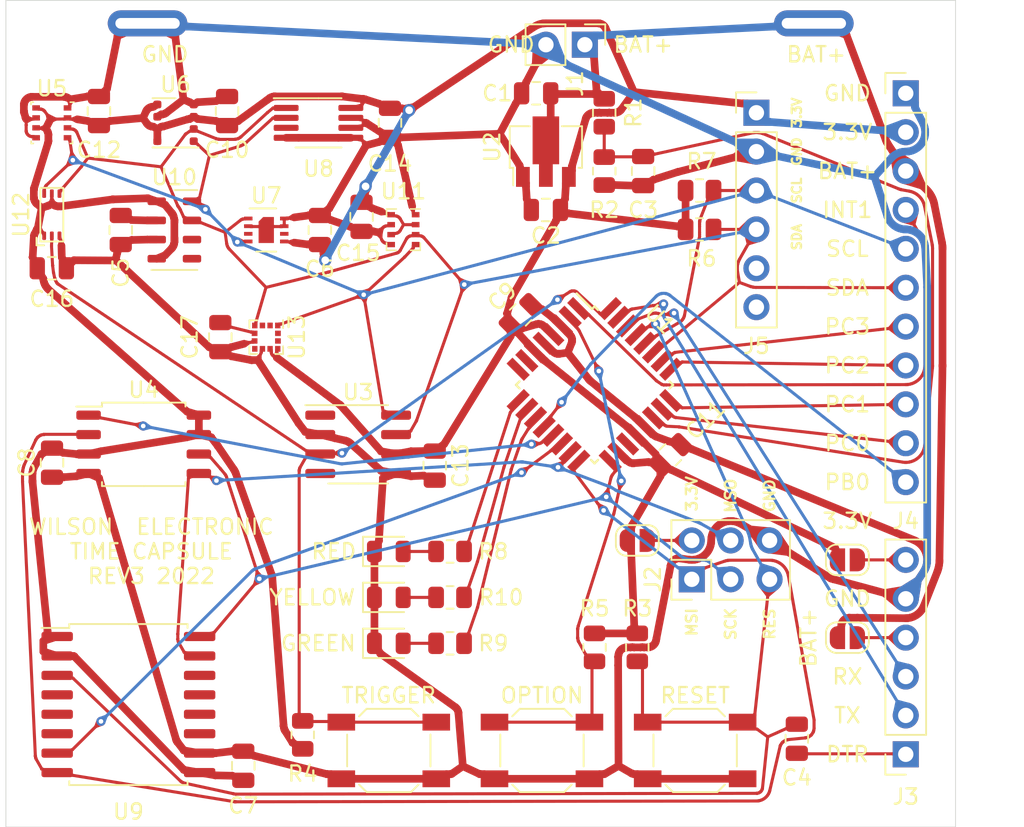
<source format=kicad_pcb>
(kicad_pcb (version 20211014) (generator pcbnew)
  (layers (0 "F.Cu" signal) (31 "B.Cu" signal) (34 "B.Paste" user) (35 "F.Paste" user) (36 "B.SilkS" user "B.Silkscreen") (37 "F.SilkS" user "F.Silkscreen") (38 "B.Mask" user) (39 "F.Mask" user) (44 "Edge.Cuts" user))
  (net 0 "")
  (net 1 "GND")
  (net 2 "+3V3")
  (net 3 "Net-(C3-Pad1)")
  (net 4 "RESET")
  (net 5 "SCL")
  (net 6 "SDA")
  (net 7 "SCK")
  (net 8 "SS")
  (net 9 "DSO")
  (net 10 "DSI")
  (net 11 "SS2")
  (net 12 "DTR")
  (net 13 "Net-(C5-Pad1)")
  (net 14 "RED_LED")
  (net 15 "GREEN_LED")
  (net 16 "YELLOW_LED")
  (net 17 "CLKINT")
  (net 18 "INT1")
  (net 19 "BAT+")
  (net 20 "Net-(J2-Pad2)")
  (net 21 "Net-(J3-Pad6)")
  (net 22 "Net-(J3-Pad4)")
  (net 23 "MRX")
  (net 24 "MTX")
  (net 25 "PB0")
  (net 26 "PC0")
  (net 27 "PC1")
  (net 28 "PC2")
  (net 29 "PC3")
  (net 30 "OPTION")
  (net 31 "Net-(D1-Pad2)")
  (net 32 "Net-(D2-Pad2)")
  (net 33 "Net-(D3-Pad2)")
  (net 46 "Net-(C17-Pad1)")
  (footprint "Capacitor_SMD:C_0805_2012Metric" (layer "F.Cu") (at 134.62 52.07)
    (fp_text reference "C1")
    (fp_text value "10uF")
  )
  (footprint "Capacitor_SMD:C_0805_2012Metric" (layer "F.Cu") (at 135.255 59.69 180)
    (fp_text reference "C2")
    (fp_text value "10uF")
  )
  (footprint "LED_SMD:LED_0805_2012Metric" (layer "F.Cu") (at 125 82)
    (fp_text reference "D1" hide)
    (fp_text value "RED")
  )
  (footprint "Package_QFP:TQFP-32_7x7mm_P0.8mm" (layer "F.Cu") (at 138.43 71.12 -45)
    (fp_text reference "U1")
    (fp_text value "ATmega328P-AU")
  )
  (footprint "Package_TO_SOT_SMD:SOT-89-3" (layer "F.Cu") (at 135.255 55.88 90)
    (fp_text reference "U2")
    (fp_text value "MCP1703A-1202_SOT89")
  )
  (footprint "Package_SO:SOIC-8_3.9x4.9mm_P1.27mm" (layer "F.Cu") (at 123 75)
    (fp_text reference "U3")
    (fp_text value "DS3232M")
  )
  (footprint "Package_SO:SOIC-8_5.23x5.23mm_P1.27mm" (layer "F.Cu") (at 109 75)
    (fp_text reference "U4")
    (fp_text value "W25Q32JVSS")
  )
  (footprint "Resistor_SMD:R_0805_2012Metric" (layer "F.Cu") (at 139.065 53.34 -90)
    (fp_text reference "R1")
    (fp_text value "15M")
  )
  (footprint "Connector_PinHeader_2.54mm:PinHeader_1x02_P2.54mm_Vertical" (layer "F.Cu") (at 137.8 48.895 -90)
    (fp_text reference "J1")
    (fp_text value "Battery")
  )
  (footprint "Package_LGA:Bosch_LGA-8_2.5x2.5mm_P0.65mm_ClockwisePinNumbering" (layer "F.Cu") (at 103 54 -90)
    (fp_text reference "U5")
    (fp_text value "BME280")
  )
  (footprint "Package_LGA:Bosch_LGA-8_3x3mm_P0.8mm_ClockwisePinNumbering" (layer "F.Cu") (at 111.077 54 -90)
    (fp_text reference "U6")
    (fp_text value "BME680")
  )
  (footprint "Button_Switch_SMD:SW_SPST_SKQG_WithStem" (layer "F.Cu") (at 145 95 180)
    (fp_text reference "SW1" hide)
    (fp_text value "RESET")
  )
  (footprint "Sensor_Humidity:Sensirion_DFN-8-1EP_2.5x2.5mm_P0.5mm_EP1.1x1.7mm" (layer "F.Cu") (at 117 61)
    (fp_text reference "U7")
    (fp_text value "SHT31-DIS")
  )
  (footprint "Package_SO:MSOP-8_3x3mm_P0.65mm" (layer "F.Cu") (at 120.41 54)
    (fp_text reference "U8")
    (fp_text value "MCP9808_MSOP")
  )
  (footprint "Capacitor_SMD:C_0805_2012Metric" (layer "F.Cu") (at 141.605 57.15 -90)
    (fp_text reference "C3")
    (fp_text value "10uF")
  )
  (footprint "Resistor_SMD:R_0805_2012Metric" (layer "F.Cu") (at 139.065 57.15 -90)
    (fp_text reference "R2")
    (fp_text value "10M")
  )
  (footprint "Resistor_SMD:R_0805_2012Metric" (layer "F.Cu") (at 141.224 88.265 -90)
    (fp_text reference "R3")
    (fp_text value "4K7")
  )
  (footprint "Package_SO:SOIC-16W_7.5x10.3mm_P1.27mm" (layer "F.Cu") (at 108 92)
    (fp_text reference "U9")
    (fp_text value "W25Q128JVFIQ")
  )
  (footprint "Capacitor_SMD:C_0805_2012Metric" (layer "F.Cu") (at 151.638 94.234 -90)
    (fp_text reference "C4")
    (fp_text value "0.1uF")
  )
  (footprint "Capacitor_SMD:C_0805_2012Metric" (layer "F.Cu") (at 107.5 61 -90)
    (fp_text reference "C5")
    (fp_text value "0.1uF")
  )
  (footprint "LED_SMD:LED_0805_2012Metric" (layer "F.Cu") (at 125 88)
    (fp_text reference "D2" hide)
    (fp_text value "GREEN")
  )
  (footprint "LED_SMD:LED_0805_2012Metric" (layer "F.Cu") (at 125 85)
    (fp_text reference "D3" hide)
    (fp_text value "YELLOW")
  )
  (footprint "Connector_PinHeader_2.54mm:PinHeader_2x03_P2.54mm_Vertical" (layer "F.Cu") (at 144.78 83.82 90)
    (fp_text reference "J2")
    (fp_text value "ICSP")
  )
  (footprint "Resistor_SMD:R_0805_2012Metric" (layer "F.Cu") (at 119.38 93.98 90)
    (fp_text reference "R4")
    (fp_text value "4K7")
  )
  (footprint "Button_Switch_SMD:SW_SPST_SKQG_WithStem" (layer "F.Cu") (at 125 95 180)
    (fp_text reference "SW2" hide)
    (fp_text value "TRIGGER")
  )
  (footprint "Package_LGA:Bosch_LGA-8_2x2.5mm_P0.65mm_ClockwisePinNumbering" (layer "F.Cu") (at 125.953 60.976 -90)
    (fp_text reference "U11")
    (fp_text value "BMP280")
  )
  (footprint "Package_LGA:NXP_LGA-8_3x5mm_P1.25mm_H1.1mm" (layer "F.Cu") (at 111 61)
    (fp_text reference "U10")
    (fp_text value "MPL3115A2")
  )
  (footprint "Jumper:SolderJumper-2_P1.3mm_Open_RoundedPad1.0x1.5mm" (layer "F.Cu") (at 141.224 81.28)
    (fp_text reference "JP1" hide)
    (fp_text value "3.3V" hide)
  )
  (footprint "Resistor_SMD:R_0805_2012Metric" (layer "F.Cu") (at 138.43 88.265 -90)
    (fp_text reference "R5")
    (fp_text value "4K7")
  )
  (footprint "Resistor_SMD:R_0805_2012Metric" (layer "F.Cu") (at 145.288 60.96)
    (fp_text reference "R6")
    (fp_text value "4K7")
  )
  (footprint "Resistor_SMD:R_0805_2012Metric" (layer "F.Cu") (at 145.288 58.42)
    (fp_text reference "R7")
    (fp_text value "4K7")
  )
  (footprint "Button_Switch_SMD:SW_SPST_SKQG_WithStem" (layer "F.Cu") (at 135 95 180)
    (fp_text reference "SW3" hide)
    (fp_text value "OPTION")
  )
  (footprint "Resistor_SMD:R_0805_2012Metric" (layer "F.Cu") (at 129 82 180)
    (fp_text reference "R8")
    (fp_text value "470")
  )
  (footprint "Resistor_SMD:R_0805_2012Metric" (layer "F.Cu") (at 129 88 180)
    (fp_text reference "R9")
    (fp_text value "470")
  )
  (footprint "Resistor_SMD:R_0805_2012Metric" (layer "F.Cu") (at 129 85 180)
    (fp_text reference "R10")
    (fp_text value "470")
  )
  (footprint "Connector_PinHeader_2.54mm:PinHeader_1x11_P2.54mm_Vertical" (layer "F.Cu") (at 158.75 52.07)
    (fp_text reference "J4")
    (fp_text value "Conn_01x11_Male")
  )
  (footprint "Connector_PinSocket_2.54mm:PinSocket_1x06_P2.54mm_Vertical" (layer "F.Cu") (at 158.75 95.25 180)
    (fp_text reference "J3")
    (fp_text value "Conn_01x06_Female")
  )
  (footprint "Connector_PinHeader_2.54mm:PinHeader_1x06_P2.54mm_Vertical" (layer "F.Cu") (at 149 53.34)
    (fp_text reference "J5")
    (fp_text value "Conn_01x06_Male")
  )
  (footprint "Jumper:SolderJumper-2_P1.3mm_Open_RoundedPad1.0x1.5mm" (layer "F.Cu") (at 154.94 87.63)
    (fp_text reference "JP2" hide)
    (fp_text value "5V")
  )
  (footprint "Jumper:SolderJumper-2_P1.3mm_Open_RoundedPad1.0x1.5mm" (layer "F.Cu") (at 154.94 82.55)
    (fp_text reference "JP3" hide)
    (fp_text value "3.3V")
  )
  (footprint "Capacitor_SMD:C_0805_2012Metric" (layer "F.Cu") (at 128 76.393 -90)
    (fp_text reference "C13")
    (fp_text value "0.1uF")
  )
  (footprint "wilson-z80:4mm-bslot" (layer "F.Cu") (at 109.25 47.5)
    (fp_text reference "TP2" hide)
    (fp_text value "GND")
  )
  (footprint "Capacitor_SMD:C_0805_2012Metric" (layer "F.Cu") (at 125.077 54 -90)
    (fp_text reference "C14")
    (fp_text value "0.1uF")
  )
  (footprint "Capacitor_SMD:C_0805_2012Metric" (layer "F.Cu") (at 133.604 66.548 45)
    (fp_text reference "C9")
    (fp_text value "0.1uF")
  )
  (footprint "Capacitor_SMD:C_0805_2012Metric" (layer "F.Cu") (at 115.5 96 90)
    (fp_text reference "C7")
    (fp_text value "0.1uF")
  )
  (footprint "Capacitor_SMD:C_0805_2012Metric" (layer "F.Cu") (at 103.013 76.2 -90)
    (fp_text reference "C8")
    (fp_text value "0.1uF")
  )
  (footprint "Capacitor_SMD:C_0805_2012Metric" (layer "F.Cu") (at 123.2213 60.1395 -90)
    (fp_text reference "C15")
    (fp_text value "0.1uF")
  )
  (footprint "Capacitor_SMD:C_0805_2012Metric" (layer "F.Cu") (at 114.441 53.229 90)
    (fp_text reference "C10")
    (fp_text value "0.1uF")
  )
  (footprint "Capacitor_SMD:C_0805_2012Metric" (layer "F.Cu") (at 106.077 53.229 90)
    (fp_text reference "C12")
    (fp_text value "0.1uF")
  )
  (footprint "Capacitor_SMD:C_0805_2012Metric" (layer "F.Cu") (at 114 68 -90)
    (fp_text reference "C17")
    (fp_text value "220pF")
  )
  (footprint "wilson-z80:WSOF-6" (layer "F.Cu") (at 103 60 90)
    (fp_text reference "U12")
    (fp_text value "BH1730FVC")
  )
  (footprint "Package_LGA:LGA-12_2x2mm_P0.5mm" (layer "F.Cu") (at 117 68 -90)
    (fp_text reference "U13")
    (fp_text value "LSM303C")
  )
  (footprint "wilson-z80:4mm-bslot" (layer "F.Cu") (at 152.75 47.5)
    (fp_text reference "TP1" hide)
    (fp_text value "BAT+")
  )
  (footprint "Capacitor_SMD:C_0805_2012Metric" (layer "F.Cu") (at 120.5 61 90)
    (fp_text reference "C6")
    (fp_text value "0.1uF")
  )
  (footprint "Capacitor_SMD:C_0805_2012Metric" (layer "F.Cu") (at 143.383 75.692 45)
    (fp_text reference "C11")
    (fp_text value "0.1uF")
  )
  (footprint "Capacitor_SMD:C_0805_2012Metric" (layer "F.Cu") (at 103 63.5)
    (fp_text reference "C16")
    (fp_text value "0.1uF")
  )
  (gr_line (start 100 100) (end 100 46) (layer "Edge.Cuts") (width 0.05))
  (gr_line (start 100 46) (end 162 46) (layer "Edge.Cuts") (width 0.05))
  (gr_line (start 100 100) (end 162 100) (layer "Edge.Cuts") (width 0.05))
  (gr_line (start 162 46) (end 162 100) (layer "Edge.Cuts") (width 0.05))
  (gr_text "PC3" (at 154.94 67.31) (layer "F.SilkS") (effects (font (size 1 1))))
  (gr_text "GND" (at 154.94 52.07) (layer "F.SilkS") (effects (font (size 1 1))))
  (gr_text "BAT+" (at 152.4 87.63 90) (layer "F.SilkS") (effects (font (size 1 1))))
  (gr_text "3.3V" (at 154.94 54.61) (layer "F.SilkS") (effects (font (size 1 1))))
  (gr_text "INT1" (at 154.94 59.69) (layer "F.SilkS") (effects (font (size 1 1))))
  (gr_text "BAT+" (at 154.94 57.15) (layer "F.SilkS") (effects (font (size 1 1))))
  (gr_text "DTR" (at 154.94 95.25) (layer "F.SilkS") (effects (font (size 1 1))))
  (gr_text "PB0" (at 154.94 77.47) (layer "F.SilkS") (effects (font (size 1 1))))
  (gr_text "PC0" (at 154.94 74.93) (layer "F.SilkS") (effects (font (size 1 1))))
  (gr_text "PC2" (at 154.94 69.85) (layer "F.SilkS") (effects (font (size 1 1))))
  (gr_text "PC1" (at 154.94 72.39) (layer "F.SilkS") (effects (font (size 1 1))))
  (gr_text "TX" (at 154.94 92.71) (layer "F.SilkS") (effects (font (size 1 1))))
  (gr_text "RX" (at 154.94 90.17) (layer "F.SilkS") (effects (font (size 1 1))))
  (gr_text "3.3V" (at 154.94 80.01) (layer "F.SilkS") (effects (font (size 1 1))))
  (gr_text "GND" (at 154.94 85.09) (layer "F.SilkS") (effects (font (size 1 1))))
  (gr_text "SDA" (at 154.94 64.77) (layer "F.SilkS") (effects (font (size 1 1))))
  (gr_text "SCL" (at 154.94 62.23) (layer "F.SilkS") (effects (font (size 1 1))))
  (gr_text "GND" (at 149.86 78.359 90) (layer "F.SilkS") (effects (font (size 0.7 0.7))))
  (gr_text "SCL" (at 151.638 58.42 90) (layer "F.SilkS") (effects (font (size 0.6 0.6))))
  (gr_text "3.3V" (at 151.638 53.34 90) (layer "F.SilkS") (effects (font (size 0.6 0.6))))
  (gr_text "MSI" (at 144.78 86.614 90) (layer "F.SilkS") (effects (font (size 0.7 0.7))))
  (gr_text "RES" (at 149.86 86.741 90) (layer "F.SilkS") (effects (font (size 0.7 0.7))))
  (gr_text "GND	" (at 133.35 48.895) (layer "F.SilkS") (effects (font (size 1 1))))
  (gr_text "3.3V" (at 144.78 78.232 90) (layer "F.SilkS") (effects (font (size 0.7 0.7))))
  (gr_text "BAT+" (at 152.908 49.53) (layer "F.SilkS") (effects (font (size 1 1))))
  (gr_text "WILSON  ELECTRONIC\nTIME CAPSULE\nREV3 2022" (at 109.5 82) (layer "F.SilkS") (effects (font (size 1 1))))
  (gr_text "GND" (at 151.638 55.88 90) (layer "F.SilkS") (effects (font (size 0.6 0.6))))
  (gr_text "BAT+" (at 141.605 48.895) (layer "F.SilkS") (effects (font (size 1 1))))
  (gr_text "SDA" (at 151.638 61.468 90) (layer "F.SilkS") (effects (font (size 0.6 0.6))))
  (gr_text "GND	" (at 110.744 49.53) (layer "F.SilkS") (effects (font (size 1 1))))
  (gr_text "SCK" (at 147.32 86.741 90) (layer "F.SilkS") (effects (font (size 0.7 0.7))))
  (gr_text "MSO" (at 147.32 78.359 90) (layer "F.SilkS") (effects (font (size 0.7 0.7))))
  (segment (start 141.9793 88.2561) (end 142.00987 88.2511) (width 0.5) (layer "F.Cu") (net 1))
  (segment (start 124.44561 88.66308) (end 124.44701 88.66442) (width 0.5) (layer "F.Cu") (net 1))
  (segment (start 116.67409 68.97125) (end 116.67477 68.96063) (width 0.2) (layer "F.Cu") (net 1))
  (segment (start 101.32505 54.14375) (end 101.32502 54.14687) (width 0.2) (layer "F.Cu") (net 1))
  (segment (start 124.8617 60.72814) (end 124.84119 60.73081) (width 0.2) (layer "F.Cu") (net 1))
  (segment (start 136.84552 67.87562) (end 136.827 67.8554) (width 0.5) (layer "F.Cu") (net 1))
  (segment (start 140.14381 88.43976) (end 140.12309 88.46279) (width 0.5) (layer "F.Cu") (net 1))
  (segment (start 103.6297 62.0343) (end 103.6511 62.7754) (width 0.5) (layer "F.Cu") (net 1))
  (segment (start 116.04077 68.32543) (end 116.03771 68.32576) (width 0.2) (layer "F.Cu") (net 1))
  (segment (start 103.9163 52.31843) (end 103.89316 52.31281) (width 0.5) (layer "F.Cu") (net 1))
  (segment (start 109.25 47.5) (end 107.2948 48.323) (width 0.5) (layer "F.Cu") (net 1))
  (segment (start 101.37859 54.7) (end 101.3908 54.7198) (width 0.2) (layer "F.Cu") (net 1))
  (segment (start 101.3433 53.7667) (end 101.7071 53.7504) (width 0.2) (layer "F.Cu") (net 1))
  (segment (start 113.27924 68.65086) (end 113.28141 68.65145) (width 0.5) (layer "F.Cu") (net 1))
  (segment (start 124.483 61.4979) (end 124.2493 61.2689) (width 0.2) (layer "F.Cu") (net 1))
  (segment (start 141.01027 88.26478) (end 141.01485 88.26491) (width 0.5) (layer "F.Cu") (net 1))
  (segment (start 142.3041 74.3933) (end 142.3022 74.3914) (width 0.5) (layer "F.Cu") (net 1))
  (segment (start 101.34912 54.63681) (end 101.35771 54.65843) (width 0.2) (layer "F.Cu") (net 1))
  (segment (start 140.23862 88.36033) (end 140.21327 88.37815) (width 0.5) (layer "F.Cu") (net 1))
  (segment (start 140.01841 88.65114) (end 140.00979 88.6809) (width 0.5) (layer "F.Cu") (net 1))
  (segment (start 146.47017 80.33618) (end 146.41525 80.38869) (width 0.5) (layer "F.Cu") (net 1))
  (segment (start 136.6445 67.6727) (end 136.2733 67.2663) (width 0.5) (layer "F.Cu") (net 1))
  (segment (start 106.0793 77.2016) (end 106.0788 77.1998) (width 0.5) (layer "F.Cu") (net 1))
  (segment (start 138.0455 70.7404) (end 136.6814 69.0116) (width 0.5) (layer "F.Cu") (net 1))
  (segment (start 139.08247 96.53601) (end 139.0937 96.53177) (width 0.5) (layer "F.Cu") (net 1))
  (segment (start 126.753 60.001) (end 126.603 59.926) (width 0.2) (layer "F.Cu") (net 1))
  (segment (start 141.8786 88.265) (end 141.674 88.265) (width 0.5) (layer "F.Cu") (net 1))
  (segment (start 143.51053 82.66123) (end 143.49375 82.68543) (width 0.5) (layer "F.Cu") (net 1))
  (segment (start 138.13552 70.83779) (end 138.15528 70.85551) (width 0.5) (layer "F.Cu") (net 1))
  (segment (start 143.91358 82.4494) (end 143.88418 82.45116) (width 0.5) (layer "F.Cu") (net 1))
  (segment (start 139.973 88.915) (end 139.973 89.44) (width 0.5) (layer "F.Cu") (net 1))
  (segment (start 160.03001 81.98294) (end 159.99443 81.90861) (width 0.5) (layer "F.Cu") (net 1))
  (segment (start 129.45624 92.29291) (end 129.43998 92.27004) (width 0.5) (layer "F.Cu") (net 1))
  (segment (start 111.62271 94.99361) (end 111.62399 94.99421) (width 0.5) (layer "F.Cu") (net 1))
  (segment (start 111.12928 94.32679) (end 111.13774 94.34578) (width 0.5) (layer "F.Cu") (net 1))
  (segment (start 141.43315 88.2649) (end 141.43773 88.26476) (width 0.5) (layer "F.Cu") (net 1))
  (segment (start 135.5484 68.7688) (end 135.7252 68.9456) (width 0.5) (layer "F.Cu") (net 1))
  (segment (start 104.6051 77.0838) (end 105.4 76.905) (width 0.5) (layer "F.Cu") (net 1))
  (segment (start 119.75156 60.05101) (end 119.74597 60.05158) (width 0.5) (layer "F.Cu") (net 1))
  (segment (start 104.178 52.8201) (end 104.0815 52.5075) (width 0.2) (layer "F.Cu") (net 1))
  (segment (start 104.4414 62.977) (end 103.95 63.5) (width 0.5) (layer "F.Cu") (net 1))
  (segment (start 125.803 54.95) (end 125.077 54.95) (width 0.5) (layer "F.Cu") (net 1))
  (segment (start 101.33578 53.81661) (end 101.33502 53.8272) (width 0.2) (layer "F.Cu") (net 1))
  (segment (start 112.5246 52.6508) (end 112.526 52.6506) (width 0.5) (layer "F.Cu") (net 1))
  (segment (start 136.6814 69.0116) (end 136.9316 68.3899) (width 0.5) (layer "F.Cu") (net 1))
  (segment (start 111.6138 94.9867) (end 111.6088 94.9809) (width 0.5) (layer "F.Cu") (net 1))
  (segment (start 119.55163 74.18513) (end 119.55301 74.18556) (width 0.5) (layer "F.Cu") (net 1))
  (segment (start 132.55 96.85) (end 131.9 96.85) (width 0.5) (layer "F.Cu") (net 1))
  (segment (start 142.18308 88.18603) (end 142.20938 88.16967) (width 0.5) (layer "F.Cu") (net 1))
  (segment (start 103.7582 77.1493) (end 104.6017 77.0842) (width 0.5) (layer "F.Cu") (net 1))
  (segment (start 129.10183 96.52832) (end 129.11236 96.52333) (width 0.5) (layer "F.Cu") (net 1))
  (segment (start 116.15 68.325) (end 116.05 68.325) (width 0.2) (layer "F.Cu") (net 1))
  (segment (start 101.3417 53.7746) (end 101.3433 53.7667) (width 0.2) (layer "F.Cu") (net 1))
  (segment (start 119.5551 74.1862) (end 120.525 74.365) (width 0.5) (layer "F.Cu") (net 1))
  (segment (start 142.04012 88.24438) (end 142.06993 88.23597) (width 0.5) (layer "F.Cu") (net 1))
  (segment (start 135.6671 66.6979) (end 134.996 66.1742) (width 0.5) (layer "F.Cu") (net 1))
  (segment (start 141.0698 73.23395) (end 141.05349 73.21997) (width 0.5) (layer "F.Cu") (net 1))
  (segment (start 125.003 61.876) (end 125.153 61.951) (width 0.2) (layer "F.Cu") (net 1))
  (segment (start 135.7252 68.9456) (end 135.7262 68.9466) (width 0.5) (layer "F.Cu") (net 1))
  (segment (start 159.5437 83.8885) (end 159.3429 85.182) (width 0.5) (layer "F.Cu") (net 1))
  (segment (start 160.00067 83.17913) (end 160.03552 83.10446) (width 0.5) (layer "F.Cu") (net 1))
  (segment (start 116.66065 69.03347) (end 116.66399 69.02337) (width 0.2) (layer "F.Cu") (net 1))
  (segment (start 111.12155 94.3075) (end 111.12928 94.32679) (width 0.5) (layer "F.Cu") (net 1))
  (segment (start 124.5837 60.8844) (end 124.499 61.2005) (width 0.2) (layer "F.Cu") (net 1))
  (segment (start 113.2836 68.652) (end 113.2814 68.6515) (width 0.5) (layer "F.Cu") (net 1))
  (segment (start 101.525 54.84641) (end 101.54548 54.85745) (width 0.2) (layer "F.Cu") (net 1))
  (segment (start 136.96483 68.2573) (end 136.96704 68.22996) (width 0.5) (layer "F.Cu") (net 1))
  (segment (start 143.54806 82.61586) (end 143.52865 82.63802) (width 0.5) (layer "F.Cu") (net 1))
  (segment (start 139.02398 96.54885) (end 139.03589 96.54741) (width 0.5) (layer "F.Cu") (net 1))
  (segment (start 141.25 96.55) (end 141 96.55) (width 0.5) (layer "F.Cu") (net 1))
  (segment (start 113.26514 68.64404) (end 113.26701 68.64529) (width 0.5) (layer "F.Cu") (net 1))
  (segment (start 124.49684 76.72305) (end 124.49803 76.72366) (width 0.5) (layer "F.Cu") (net 1))
  (segment (start 124.78086 60.74511) (end 124.76133 60.75193) (width 0.2) (layer "F.Cu") (net 1))
  (segment (start 103.89316 52.31281) (end 103.8698 52.3082) (width 0.5) (layer "F.Cu") (net 1))
  (segment (start 145.19554 82.48008) (end 145.26549 82.45353) (width 0.5) (layer "F.Cu") (net 1))
  (segment (start 107.2686 62.5071) (end 107.27029 62.4992) (width 0.5) (layer "F.Cu") (net 1))
  (segment (start 159.95453 81.8365) (end 159.91046 81.76686) (width 0.5) (layer "F.Cu") (net 1))
  (segment (start 139.03589 96.54741) (end 139.04773 96.5454) (width 0.5) (layer "F.Cu") (net 1))
  (segment (start 134.9952 66.1737) (end 134.993 66.172) (width 0.5) (layer "F.Cu") (net 1))
  (segment (start 117.4 60.775) (end 117 61) (width 0.2) (layer "F.Cu") (net 1))
  (segment (start 101.33817 53.79553) (end 101.33683 53.80605) (width 0.2) (layer "F.Cu") (net 1))
  (segment (start 104.4436 62.9767) (end 104.4414 62.977) (width 0.5) (layer "F.Cu") (net 1))
  (segment (start 140.12309 88.46279) (end 140.1037 88.48695) (width 0.5) (layer "F.Cu") (net 1))
  (segment (start 116.65688 69.04342) (end 116.66065 69.03347) (width 0.2) (layer "F.Cu") (net 1))
  (segment (start 145.87554 81.92239) (end 145.91147 81.85676) (width 0.5) (layer "F.Cu") (net 1))
  (segment (start 107.07726 62.98219) (end 107.09766 62.97801) (width 0.5) (layer "F.Cu") (net 1))
  (segment (start 118.175 60.75) (end 118.175 60.725) (width 0.2) (layer "F.Cu") (net 1))
  (segment (start 129.49772 92.36605) (end 129.48514 92.34098) (width 0.5) (layer "F.Cu") (net 1))
  (segment (start 133.2821 52.7515) (end 133.2808 52.7539) (width 0.5) (layer "F.Cu") (net 1))
  (segment (start 101.30368 52.49647) (end 101.28383 52.52156) (width 0.5) (layer "F.Cu") (net 1))
  (segment (start 101.33108 54.56946) (end 101.33578 54.59225) (width 0.2) (layer "F.Cu") (net 1))
  (segment (start 135.7262 68.9466) (end 135.7301 68.9504) (width 0.5) (layer "F.Cu") (net 1))
  (segment (start 124.63802 60.82635) (end 124.62289 60.84045) (width 0.2) (layer "F.Cu") (net 1))
  (segment (start 135.7301 68.9504) (end 135.735 68.955) (width 0.5) (layer "F.Cu") (net 1))
  (segment (start 123.3168 53.8297) (end 123.5087 53.8509) (width 0.2) (layer "F.Cu") (net 1))
  (segment (start 122.34762 74.8301) (end 122.31276 74.81212) (width 0.5) (layer "F.Cu") (net 1))
  (segment (start 145.69523 82.16047) (end 145.74549 82.10504) (width 0.5) (layer "F.Cu") (net 1))
  (segment (start 124.483 61.4979) (end 124.5039 61.1713) (width 0.2) (layer "F.Cu") (net 1))
  (segment (start 120.94731 96.54442) (end 120.95599 96.54613) (width 0.5) (layer "F.Cu") (net 1))
  (segment (start 112.65 95.175) (end 113.6756 95.175) (width 0.5) (layer "F.Cu") (net 1))
  (segment (start 113.2599 68.6398) (end 107.1645 62.9592) (width 0.5) (layer "F.Cu") (net 1))
  (segment (start 105.3099 52.2824) (end 104.2248 52.4632) (width 0.5) (layer "F.Cu") (net 1))
  (segment (start 142.3071 74.3961) (end 142.3041 74.3933) (width 0.5) (layer "F.Cu") (net 1))
  (segment (start 119.54165 74.17941) (end 119.54277 74.18034) (width 0.5) (layer "F.Cu") (net 1))
  (segment (start 101.45 52.37369) (end 101.42277 52.39048) (width 0.5) (layer "F.Cu") (net 1))
  (segment (start 101.47816 52.3585) (end 101.45 52.37369) (width 0.5) (layer "F.Cu") (net 1))
  (segment (start 110.17891 53.44994) (end 110.20525 53.44795) (width 0.5) (layer "F.Cu") (net 1))
  (segment (start 115.98815 69.49306) (end 116.0056 69.49556) (width 0.5) (layer "F.Cu") (net 1))
  (segment (start 142.45997 74.49731) (end 142.479 74.5049) (width 0.5) (layer "F.Cu") (net 1))
  (segment (start 113.26158 68.64129) (end 113.26333 68.64271) (width 0.5) (layer "F.Cu") (net 1))
  (segment (start 143.68768 82.50894) (end 143.66201 82.52337) (width 0.5) (layer "F.Cu") (net 1))
  (segment (start 119.11403 73.62321) (end 119.11931 73.63045) (width 0.5) (layer "F.Cu") (net 1))
  (segment (start 121.25 96.55) (end 121.9 96.85) (width 0.5) (layer "F.Cu") (net 1))
  (segment (start 141.42858 88.26497) (end 141.43315 88.2649) (width 0.5) (layer "F.Cu") (net 1))
  (segment (start 143.4038 82.9099) (end 143.40061 82.9208) (width 0.5) (layer "F.Cu") (net 1))
  (segment (start 110.3582 53.40868) (end 110.38224 53.39773) (width 0.5) (layer "F.Cu") (net 1))
  (segment (start 101.66115 52.30372) (end 101.62949 52.30836) (width 0.5) (layer "F.Cu") (net 1))
  (segment (start 128 77.343) (end 127.2836 77.045) (width 0.5) (layer "F.Cu") (net 1))
  (segment (start 123.3168 54.1703) (end 123.5087 54.1491) (width 0.2) (layer "F.Cu") (net 1))
  (segment (start 148.6129 80.56) (end 149.3708 81.6274) (width 0.5) (layer "F.Cu") (net 1))
  (segment (start 153.81893 83.73826) (end 153.83671 83.74719) (width 0.5) (layer "F.Cu") (net 1))
  (segment (start 141.8786 88.265) (end 141.89007 88.26487) (width 0.5) (layer "F.Cu") (net 1))
  (segment (start 101.32056 53.7307) (end 101.32983 53.74624) (width 0.5) (layer "F.Cu") (net 1))
  (segment (start 139.126 96.5159) (end 139.9995 96.0064) (width 0.5) (layer "F.Cu") (net 1))
  (segment (start 118.45 60.225) (end 118.45261 60.22497) (width 0.2) (layer "F.Cu") (net 1))
  (segment (start 119.54059 74.17844) (end 119.54165 74.17941) (width 0.5) (layer "F.Cu") (net 1))
  (segment (start 136.95592 68.31139) (end 136.96111 68.28447) (width 0.5) (layer "F.Cu") (net 1))
  (segment (start 140.54647 88.26551) (end 140.53502 88.26615) (width 0.5) (layer "F.Cu") (net 1))
  (segment (start 143.3949 82.94279) (end 143.39238 82.95387) (width 0.5) (layer "F.Cu") (net 1))
  (segment (start 141.08587 73.24821) (end 141.0698 73.23395) (width 0.5) (layer "F.Cu") (net 1))
  (segment (start 137.2 96.85) (end 132.8 96.85) (width 0.5) (layer "F.Cu") (net 1))
  (segment (start 147.2 96.85) (end 142.8 96.85) (width 0.5) (layer "F.Cu") (net 1))
  (segment (start 130.97796 96.54899) (end 130.98897 96.54972) (width 0.5) (layer "F.Cu") (net 1))
  (segment (start 101.725 53.75) (end 101.825 53.75) (width 0.2) (layer "F.Cu") (net 1))
  (segment (start 141.66027 88.26478) (end 141.66485 88.26491) (width 0.5) (layer "F.Cu") (net 1))
  (segment (start 101.7029 53.7506) (end 101.4118 53.9001) (width 0.2) (layer "F.Cu") (net 1))
  (segment (start 144.6052 82.5379) (end 144.0017 82.4541) (width 0.5) (layer "F.Cu") (net 1))
  (segment (start 112.2645 52.8) (end 112.0063 52.651) (width 0.5) (layer "F.Cu") (net 1))
  (segment (start 147.67613 80.06091) (end 147.60259 80.0418) (width 0.5) (layer "F.Cu") (net 1))
  (segment (start 114.76821 95.05007) (end 114.76242 95.05027) (width 0.5) (layer "F.Cu") (net 1))
  (segment (start 121.4742 74.5978) (end 121.4728 74.597) (width 0.5) (layer "F.Cu") (net 1))
  (segment (start 114.75086 95.05107) (end 114.7451 95.05168) (width 0.5) (layer "F.Cu") (net 1))
  (segment (start 124.61014 61.74842) (end 124.62549 61.76405) (width 0.2) (layer "F.Cu") (net 1))
  (segment (start 107.2948 48.323) (end 107.2942 48.3256) (width 0.5) (layer "F.Cu") (net 1))
  (segment (start 143.74126 82.48454) (end 143.71413 82.49598) (width 0.5) (layer "F.Cu") (net 1))
  (segment (start 101.17593 52.81802) (end 101.175 52.85) (width 0.5) (layer "F.Cu") (net 1))
  (segment (start 133.9685 51.3514) (end 133.968 51.3536) (width 0.5) (layer "F.Cu") (net 1))
  (segment (start 159.42875 81.32555) (end 159.35552 81.28773) (width 0.5) (layer "F.Cu") (net 1))
  (segment (start 159.2802 81.2543) (end 144.7807 75.3206) (width 0.5) (layer "F.Cu") (net 1))
  (segment (start 133.96998 51.34656) (end 133.96943 51.34816) (width 0.5) (layer "F.Cu") (net 1))
  (segment (start 153.89181 83.77005) (end 153.91069 83.77633) (width 0.5) (layer "F.Cu") (net 1))
  (segment (start 101.65554 54.89392) (end 101.67856 54.8973) (width 0.2) (layer "F.Cu") (net 1))
  (segment (start 142.2846 57.7133) (end 142.2865 57.7121) (width 0.5) (layer "F.Cu") (net 1))
  (segment (start 124.903 61.876) (end 125.003 61.876) (width 0.2) (layer "F.Cu") (net 1))
  (segment (start 124.54738 61.65907) (end 124.55794 61.67827) (width 0.2) (layer "F.Cu") (net 1))
  (segment (start 143.46443 82.73647) (end 143.45197 82.76316) (width 0.5) (layer "F.Cu") (net 1))
  (segment (start 124.83758 61.87059) (end 124.85928 61.87358) (width 0.2) (layer "F.Cu") (net 1))
  (segment (start 120.95599 96.54613) (end 120.96473 96.54753) (width 0.5) (layer "F.Cu") (net 1))
  (segment (start 121.1129 59.5935) (end 121.1117 59.5954) (width 0.5) (layer "F.Cu") (net 1))
  (segment (start 101.32494 52.47257) (end 101.30368 52.49647) (width 0.5) (layer "F.Cu") (net 1))
  (segment (start 112.5227 52.651) (end 112.5246 52.6508) (width 0.5) (layer "F.Cu") (net 1))
  (segment (start 160.14998 82.54312) (end 160.14715 82.46076) (width 0.5) (layer "F.Cu") (net 1))
  (segment (start 141.6557 88.2646) (end 141.5676 88.2605) (width 0.5) (layer "F.Cu") (net 1))
  (segment (start 116.0056 69.49556) (end 116.02311 69.49751) (width 0.5) (layer "F.Cu") (net 1))
  (segment (start 124.0625 85.7009) (end 124.0625 85) (width 0.5) (layer "F.Cu") (net 1))
  (segment (start 143.3901 82.965) (end 142.4649 87.72) (width 0.5) (layer "F.Cu") (net 1))
  (segment (start 111.1469 94.36444) (end 111.15677 94.38273) (width 0.5) (layer "F.Cu") (net 1))
  (segment (start 122.5027 60.791) (end 122.4986 60.7897) (width 0.5) (layer "F.Cu") (net 1))
  (segment (start 116.6527 69.0532) (end 116.4504 69.4994) (width 0.2) (layer "F.Cu") (net 1))
  (segment (start 143.87199 57.20772) (end 143.8648 57.20974) (width 0.5) (layer "F.Cu") (net 1))
  (segment (start 111.62146 94.99294) (end 111.62271 94.99361) (width 0.5) (layer "F.Cu") (net 1))
  (segment (start 107.27445 62.46715) (end 107.27485 62.45908) (width 0.5) (layer "F.Cu") (net 1))
  (segment (start 124.44176 88.65875) (end 124.44299 88.66024) (width 0.5) (layer "F.Cu") (net 1))
  (segment (start 139.1155 96.52172) (end 139.12601 96.51592) (width 0.5) (layer "F.Cu") (net 1))
  (segment (start 124.3606 55.248) (end 124.3584 55.2485) (width 0.5) (layer "F.Cu") (net 1))
  (segment (start 144.6052 82.5379) (end 144.67958 82.54601) (width 0.5) (layer "F.Cu") (net 1))
  (segment (start 119.75716 60.05057) (end 119.75156 60.05101) (width 0.5) (layer "F.Cu") (net 1))
  (segment (start 101.3397 53.7614) (end 101.3433 53.7667) (width 0.5) (layer "F.Cu") (net 1))
  (segment (start 132.2425 54.7144) (end 133.5168 56.7472) (width 0.5) (layer "F.Cu") (net 1))
  (segment (start 126.5975 59.7892) (end 126.4038 59.5253) (width 0.2) (layer "F.Cu") (net 1))
  (segment (start 103.74669 77.14988) (end 103.75053 77.14973) (width 0.5) (layer "F.Cu") (net 1))
  (segment (start 116.2375 68.25) (end 116.15 68.325) (width 0.2) (layer "F.Cu") (net 1))
  (segment (start 129.5481 92.5548) (end 129.8345 96.0259) (width 0.5) (layer "F.Cu") (net 1))
  (segment (start 126.4448 77.0838) (end 125.475 76.905) (width 0.5) (layer "F.Cu") (net 1))
  (segment (start 124.67038 60.8006) (end 124.65387 60.81306) (width 0.2) (layer "F.Cu") (net 1))
  (segment (start 113.2599 68.6398) (end 113.26158 68.64129) (width 0.5) (layer "F.Cu") (net 1))
  (segment (start 134.0062 58.9672) (end 133.955 58.18) (width 0.5) (layer "F.Cu") (net 1))
  (segment (start 122.55 96.85) (end 121.9 96.85) (width 0.5) (layer "F.Cu") (net 1))
  (segment (start 124.79483 61.86107) (end 124.81607 61.86641) (width 0.2) (layer "F.Cu") (net 1))
  (segment (start 140.86772 96.50163) (end 140.87437 96.50437) (width 0.5) (layer "F.Cu") (net 1))
  (segment (start 122.5075 74.943) (end 122.47768 74.91752) (width 0.5) (layer "F.Cu") (net 1))
  (segment (start 140.879 58.1) (end 140.8705 58.0999) (width 0.5) (layer "F.Cu") (net 1))
  (segment (start 138.75 96.55) (end 139 96.55) (width 0.5) (layer "F.Cu") (net 1))
  (segment (start 101.58819 54.87588) (end 101.61028 54.8832) (width 0.2) (layer "F.Cu") (net 1))
  (segment (start 130.96699 96.54778) (end 130.97796 96.54899) (width 0.5) (layer "F.Cu") (net 1))
  (segment (start 143.79725 82.46634) (end 143.769 82.47465) (width 0.5) (layer "F.Cu") (net 1))
  (segment (start 107.5 61.95) (end 107.275 62.201) (width 0.5) (layer "F.Cu") (net 1))
  (segment (start 141.1338 73.2934) (end 141.1314 73.2911) (width 0.5) (layer "F.Cu") (net 1))
  (segment (start 142.32491 88.06721) (end 142.3443 88.04305) (width 0.5) (layer "F.Cu") (net 1))
  (segment (start 130.8932 96.526) (end 130.90328 96.53049) (width 0.5) (layer "F.Cu") (net 1))
  (segment (start 103.5788 61.6779) (end 103.4859 61.9917) (width 0.2) (layer "F.Cu") (net 1))
  (segment (start 140.9176 88.2605) (end 140.91016 88.26023) (width 0.5) (layer "F.Cu") (net 1))
  (segment (start 123.9705 61.09057) (end 123.96278 61.08997) (width 0.5) (layer "F.Cu") (net 1))
  (segment (start 103.8698 52.3082) (end 103.84625 52.30461) (width 0.5) (layer "F.Cu") (net 1))
  (segment (start 101.53689 52.33317) (end 101.50716 52.34498) (width 0.5) (layer "F.Cu") (net 1))
  (segment (start 124.62289 60.84045) (end 124.6085 60.85531) (width 0.2) (layer "F.Cu") (net 1))
  (segment (start 123.3168 53.8297) (end 123.3437 54.0209) (width 0.2) (layer "F.Cu") (net 1))
  (segment (start 123.5187 54.01075) (end 123.50622 54.00545) (width 0.5) (layer "F.Cu") (net 1))
  (segment (start 101.26548 52.54777) (end 101.24869 52.575) (width 0.5) (layer "F.Cu") (net 1))
  (segment (start 121.1117 59.5954) (end 120.5 60.05) (width 0.5) (layer "F.Cu") (net 1))
  (segment (start 124.70522 60.77832) (end 124.68751 60.789) (width 0.2) (layer "F.Cu") (net 1))
  (segment (start 101.36755 54.67952) (end 101.37859 54.7) (width 0.2) (layer "F.Cu") (net 1))
  (segment (start 129.51896 92.41796) (end 129.509 92.39174) (width 0.5) (layer "F.Cu") (net 1))
  (segment (start 133.96943 51.34816) (end 133.96894 51.34977) (width 0.5) (layer "F.Cu") (net 1))
  (segment (start 140.43813 88.2789) (end 140.40788 88.28562) (width 0.5) (layer "F.Cu") (net 1))
  (segment (start 123.54315 54.02245) (end 123.53101 54.01642) (width 0.5) (layer "F.Cu") (net 1))
  (segment (start 141.91298 88.26385) (end 141.92441 88.26295) (width 0.5) (layer "F.Cu") (net 1))
  (segment (start 127.2 96.85) (end 122.8 96.85) (width 0.5) (layer "F.Cu") (net 1))
  (segment (start 141.89007 88.26487) (end 141.90153 88.26449) (width 0.5) (layer "F.Cu") (net 1))
  (segment (start 111.21223 94.46697) (end 111.21677 94.47294) (width 0.5) (layer "F.Cu") (net 1))
  (segment (start 114 68.95) (end 113.2836 68.652) (width 0.5) (layer "F.Cu") (net 1))
  (segment (start 140.52359 88.26705) (end 140.51218 88.2682) (width 0.5) (layer "F.Cu") (net 1))
  (segment (start 106.077 52.279) (end 105.351 52.279) (width 0.5) (layer "F.Cu") (net 1))
  (segment (start 123.9935 61.0938) (end 123.98587 61.09249) (width 0.5) (layer "F.Cu") (net 1))
  (segment (start 101.21998 52.63216) (end 101.20817 52.66189) (width 0.5) (layer "F.Cu") (net 1))
  (segment (start 124.6085 60.85531) (end 124.5949 60.8709) (width 0.2) (layer "F.Cu") (net 1))
  (segment (start 140.55793 88.26513) (end 140.54647 88.26551) (width 0.5) (layer "F.Cu") (net 1))
  (segment (start 140.84829 96.49228) (end 140.85468 96.49558) (width 0.5) (layer "F.Cu") (net 1))
  (segment (start 123.2213 61.0895) (end 123.9473 61.0895) (width 0.5) (layer "F.Cu") (net 1))
  (segment (start 148.1 96.85) (end 147.45 96.85) (width 0.5) (layer "F.Cu") (net 1))
  (segment (start 130.95609 96.54608) (end 130.96699 96.54778) (width 0.5) (layer "F.Cu") (net 1))
  (segment (start 115.5435 68.4336) (end 114.7193 68.6513) (width 0.5) (layer "F.Cu") (net 1))
  (segment (start 124.68751 60.789) (end 124.67038 60.8006) (width 0.2) (layer "F.Cu") (net 1))
  (segment (start 146.65235 80.19961) (end 146.58893 80.24147) (width 0.5) (layer "F.Cu") (net 1))
  (segment (start 126.603 59.926) (end 126.603 59.826) (width 0.2) (layer "F.Cu") (net 1))
  (segment (start 140.85468 96.49558) (end 140.86116 96.4987) (width 0.5) (layer "F.Cu") (net 1))
  (segment (start 103.775 52.3) (end 101.725 52.3) (width 0.5) (layer "F.Cu") (net 1))
  (segment (start 145.40011 82.3883) (end 145.4643 82.34986) (width 0.5) (layer "F.Cu") (net 1))
  (segment (start 101.59816 52.31483) (end 101.56726 52.32311) (width 0.5) (layer "F.Cu") (net 1))
  (segment (start 143.66201 82.52337) (end 143.6372 82.53923) (width 0.5) (layer "F.Cu") (net 1))
  (segment (start 118.45261 60.22497) (end 118.45522 60.22486) (width 0.2) (layer "F.Cu") (net 1))
  (segment (start 101.33502 53.8272) (end 101.33454 53.8378) (width 0.2) (layer "F.Cu") (net 1))
  (segment (start 143.94302 82.4493) (end 143.91358 82.4494) (width 0.5) (layer "F.Cu") (net 1))
  (segment (start 145.33376 82.4229) (end 145.40011 82.3883) (width 0.5) (layer "F.Cu") (net 1))
  (segment (start 135.86539 69.04415) (end 135.88959 69.0548) (width 0.5) (layer "F.Cu") (net 1))
  (segment (start 140.4687 88.2739) (end 140.43813 88.2789) (width 0.5) (layer "F.Cu") (net 1))
  (segment (start 114.774 95.05) (end 115.5 95.05) (width 0.5) (layer "F.Cu") (net 1))
  (segment (start 141.1173 73.2775) (end 141.10171 73.26272) (width 0.5) (layer "F.Cu") (net 1))
  (segment (start 101.63275 54.88922) (end 101.65554 54.89392) (width 0.2) (layer "F.Cu") (net 1))
  (segment (start 116.04068 69.49889) (end 116.05828 69.49971) (width 0.5) (layer "F.Cu") (net 1))
  (segment (start 142.28795 57.71132) (end 142.28653 57.71214) (width 0.5) (layer "F.Cu") (net 1))
  (segment (start 110.472 53.3423) (end 111.5968 52.4811) (width 0.5) (layer "F.Cu") (net 1))
  (segment (start 110.38224 53.39773) (end 110.4057 53.38559) (width 0.5) (layer "F.Cu") (net 1))
  (segment (start 145.97143 81.71972) (end 145.99526 81.64879) (width 0.5) (layer "F.Cu") (net 1))
  (segment (start 124.6212 77.1998) (end 125.475 76.905) (width 0.5) (layer "F.Cu") (net 1))
  (segment (start 141.9 96.85) (end 141.25 96.55) (width 0.5) (layer "F.Cu") (net 1))
  (segment (start 109.2495 61.625) (end 109.2463 61.625) (width 0.5) (layer "F.Cu") (net 1))
  (segment (start 130.90328 96.53049) (end 130.91354 96.53454) (width 0.5) (layer "F.Cu") (net 1))
  (segment (start 135.142 68.3976) (end 135.5484 68.7688) (width 0.5) (layer "F.Cu") (net 1))
  (segment (start 145.64178 82.21284) (end 145.69523 82.16047) (width 0.5) (layer "F.Cu") (net 1))
  (segment (start 118.46042 60.22446) (end 118.46301 60.22415) (width 0.2) (layer "F.Cu") (net 1))
  (segment (start 133.54526 56.81091) (end 133.54178 56.79977) (width 0.5) (layer "F.Cu") (net 1))
  (segment (start 124.3542 61.1617) (end 124.5295 61.6191) (width 0.2) (layer "F.Cu") (net 1))
  (segment (start 141.1314 73.2911) (end 141.1173 73.2775) (width 0.5) (layer "F.Cu") (net 1))
  (segment (start 125.475 76.905) (end 124.5051 76.7262) (width 0.5) (layer "F.Cu") (net 1))
  (segment (start 127.2814 77.0447) (end 127.2716 77.0442) (width 0.5) (layer "F.Cu") (net 1))
  (segment (start 107.27485 62.45908) (end 107.27498 62.451) (width 0.5) (layer "F.Cu") (net 1))
  (segment (start 133.955 57.93) (end 133.755 57.53) (width 0.5) (layer "F.Cu") (net 1))
  (segment (start 140.1037 88.48695) (end 140.0857 88.51217) (width 0.5) (layer "F.Cu") (net 1))
  (segment (start 147.07454 80.0339) (end 147.00046 80.05081) (width 0.5) (layer "F.Cu") (net 1))
  (segment (start 143.40061 82.9208) (end 143.39764 82.93177) (width 0.5) (layer "F.Cu") (net 1))
  (segment (start 107.03606 62.98823) (end 107.05672 62.9856) (width 0.5) (layer "F.Cu") (net 1))
  (segment (start 160.11294 82.86996) (end 160.1294 82.78921) (width 0.5) (layer "F.Cu") (net 1))
  (segment (start 143.8792 57.2058) (end 149 55.88) (width 0.5) (layer "F.Cu") (net 1))
  (segment (start 127.45 96.85) (end 127.2 96.85) (width 0.5) (layer "F.Cu") (net 1))
  (segment (start 103.93918 52.32505) (end 103.9163 52.31843) (width 0.5) (layer "F.Cu") (net 1))
  (segment (start 142.30419 88.09024) (end 142.32491 88.06721) (width 0.5) (layer "F.Cu") (net 1))
  (segment (start 160.03552 83.10446) (end 160.06592 83.02786) (width 0.5) (layer "F.Cu") (net 1))
  (segment (start 136.2733 67.2663) (end 135.8669 66.8951) (width 0.5) (layer "F.Cu") (net 1))
  (segment (start 139.97569 88.86079) (end 139.9742 88.87882) (width 0.5) (layer "F.Cu") (net 1))
  (segment (start 124.49347 76.72089) (end 124.49456 76.72166) (width 0.5) (layer "F.Cu") (net 1))
  (segment (start 142.44128 74.48894) (end 142.45997 74.49731) (width 0.5) (layer "F.Cu") (net 1))
  (segment (start 141.3116 73.4712) (end 141.1348 73.2944) (width 0.5) (layer "F.Cu") (net 1))
  (segment (start 101.3252 54.1375) (end 101.3346 53.8378) (width 0.2) (layer "F.Cu") (net 1))
  (segment (start 160.14715 82.46076) (end 160.13947 82.37871) (width 0.5) (layer "F.Cu") (net 1))
  (segment (start 126.60283 59.82019) (end 126.60262 59.81729) (width 0.2) (layer "F.Cu") (net 1))
  (segment (start 119.1247 73.6376) (end 119.5377 74.1752) (width 0.5) (layer "F.Cu") (net 1))
  (segment (start 143.3008 74.8131) (end 143.2986 74.8126) (width 0.5) (layer "F.Cu") (net 1))
  (segment (start 129.42258 92.24804) (end 129.40409 92.22694) (width 0.5) (layer "F.Cu") (net 1))
  (segment (start 133.55066 56.8336) (end 133.54822 56.82219) (width 0.5) (layer "F.Cu") (net 1))
  (segment (start 124.8811 61.87538) (end 124.903 61.87597) (width 0.2) (layer "F.Cu") (net 1))
  (segment (start 144.7807 75.3206) (end 144.7739 75.3172) (width 0.5) (layer "F.Cu") (net 1))
  (segment (start 134.996 66.1742) (end 134.9952 66.1737) (width 0.5) (layer "F.Cu") (net 1))
  (segment (start 141.05349 73.21997) (end 141.03696 73.20625) (width 0.5) (layer "F.Cu") (net 1))
  (segment (start 129.04634 96.54567) (end 129.05774 96.54324) (width 0.5) (layer "F.Cu") (net 1))
  (segment (start 103.82258 52.30203) (end 103.79881 52.30049) (width 0.5) (layer "F.Cu") (net 1))
  (segment (start 120.97351 96.54862) (end 120.98232 96.54941) (width 0.5) (layer "F.Cu") (net 1))
  (segment (start 146.36356 80.4444) (end 146.3153 80.50309) (width 0.5) (layer "F.Cu") (net 1))
  (segment (start 146.27064 80.56457) (end 146.22973 80.6286) (width 0.5) (layer "F.Cu") (net 1))
  (segment (start 116.02311 69.49751) (end 116.04068 69.49889) (width 0.5) (layer "F.Cu") (net 1))
  (segment (start 104.17499 52.84739) (end 104.17495 52.85) (width 0.2) (layer "F.Cu") (net 1))
  (segment (start 101.18058 53.27814) (end 101.18371 53.29749) (width 0.5) (layer "F.Cu") (net 1))
  (segment (start 159.75481 81.57515) (end 159.69571 81.51771) (width 0.5) (layer "F.Cu") (net 1))
  (segment (start 144.97801 82.53446) (end 145.05155 82.52062) (width 0.5) (layer "F.Cu") (net 1))
  (segment (start 139.766 58.0625) (end 139.065 58.0625) (width 0.5) (layer "F.Cu") (net 1))
  (segment (start 124.3539 81.3022) (end 124.6208 77.2037) (width 0.5) (layer "F.Cu") (net 1))
  (segment (start 125.6 55.4414) (end 125.077 54.95) (width 0.5) (layer "F.Cu") (net 1))
  (segment (start 143.52865 82.63802) (end 143.51053 82.66123) (width 0.5) (layer "F.Cu") (net 1))
  (segment (start 114.7193 68.6513) (end 114.7186 68.6515) (width 0.5) (layer "F.Cu") (net 1))
  (segment (start 142.3071 74.3961) (end 142.32211 74.41004) (width 0.5) (layer "F.Cu") (net 1))
  (segment (start 138.15528 70.85551) (end 138.17559 70.87261) (width 0.5) (layer "F.Cu") (net 1))
  (segment (start 146.08617 80.9789) (end 146.07037 81.05323) (width 0.5) (layer "F.Cu") (net 1))
  (segment (start 122.4986 60.7897) (end 121.2227 60.3498) (width 0.5) (layer "F.Cu") (net 1))
  (segment (start 136.06981 69.09191) (end 136.09625 69.09169) (width 0.5) (layer "F.Cu") (net 1))
  (segment (start 147.1495 80.02146) (end 147.07454 80.0339) (width 0.5) (layer "F.Cu") (net 1))
  (segment (start 139.9837 88.8071) (end 139.98044 88.8249) (width 0.5) (layer "F.Cu") (net 1))
  (segment (start 119.54636 74.18277) (end 119.54763 74.18346) (width 0.5) (layer "F.Cu") (net 1))
  (segment (start 101.7029 53.7506) (end 101.3996 53.6277) (width 0.2) (layer "F.Cu") (net 1))
  (segment (start 105.34412 52.27909) (end 105.33724 52.27938) (width 0.5) (layer "F.Cu") (net 1))
  (segment (start 116.0759 69.5) (end 116.4504 69.4994) (width 0.5) (layer "F.Cu") (net 1))
  (segment (start 122.27711 74.79576) (end 122.24074 74.78106) (width 0.5) (layer "F.Cu") (net 1))
  (segment (start 142.06993 88.23597) (end 142.09923 88.2259) (width 0.5) (layer "F.Cu") (net 1))
  (segment (start 114.774 95.05) (end 114.76821 95.05007) (width 0.5) (layer "F.Cu") (net 1))
  (segment (start 101.50716 52.34498) (end 101.47816 52.3585) (width 0.5) (layer "F.Cu") (net 1))
  (segment (start 143.59046 82.57502) (end 143.56868 82.59484) (width 0.5) (layer "F.Cu") (net 1))
  (segment (start 151.0831 82.04) (end 150.3602 80.9486) (width 0.5) (layer "F.Cu") (net 1))
  (segment (start 107.2738 62.47521) (end 107.27445 62.46715) (width 0.5) (layer "F.Cu") (net 1))
  (segment (start 124.44427 88.66169) (end 124.44561 88.66308) (width 0.5) (layer "F.Cu") (net 1))
  (segment (start 148.6129 80.56) (end 149.9162 80.6826) (width 0.5) (layer "F.Cu") (net 1))
  (segment (start 113.68599 95.17464) (end 113.68945 95.17436) (width 0.5) (layer "F.Cu") (net 1))
  (segment (start 124.7333 61.83819) (end 124.75339 61.84694) (width 0.2) (layer "F.Cu") (net 1))
  (segment (start 118.175 60.275) (end 118.175 60.25) (width 0.2) (layer "F.Cu") (net 1))
  (segment (start 140.0541 88.56543) (end 140.0406 88.59332) (width 0.5) (layer "F.Cu") (net 1))
  (segment (start 153.87317 83.7631) (end 153.89181 83.77005) (width 0.5) (layer "F.Cu") (net 1))
  (segment (start 129.52757 92.44466) (end 129.51896 92.41796) (width 0.5) (layer "F.Cu") (net 1))
  (segment (start 101.43405 54.7745) (end 101.4505 54.79095) (width 0.2) (layer "F.Cu") (net 1))
  (segment (start 142.09923 88.2259) (end 142.12791 88.21419) (width 0.5) (layer "F.Cu") (net 1))
  (segment (start 121.2227 60.3498) (end 121.2186 60.3485) (width 0.5) (layer "F.Cu") (net 1))
  (segment (start 140.77858 88.26497) (end 140.78315 88.2649) (width 0.5) (layer "F.Cu") (net 1))
  (segment (start 143.61332 82.55647) (end 143.59046 82.57502) (width 0.5) (layer "F.Cu") (net 1))
  (segment (start 111.61906 94.99143) (end 111.62024 94.99221) (width 0.5) (layer "F.Cu") (net 1))
  (segment (start 125.153 60.651) (end 125.003 60.726) (width 0.2) (layer "F.Cu") (net 1))
  (segment (start 149.86 81.28) (end 147.955 80.1801) (width 0.5) (layer "F.Cu") (net 1))
  (segment (start 117.9 60.775) (end 117.5 60.775) (width 0.2) (layer "F.Cu") (net 1))
  (segment (start 118.175 60.75) (end 118 60.775) (width 0.2) (layer "F.Cu") (net 1))
  (segment (start 104.17526 52.84219) (end 104.17509 52.84479) (width 0.2) (layer "F.Cu") (net 1))
  (segment (start 101.33683 53.80605) (end 101.33578 53.81661) (width 0.2) (layer "F.Cu") (net 1))
  (segment (start 147.00046 80.05081) (end 146.92752 80.07212) (width 0.5) (layer "F.Cu") (net 1))
  (segment (start 126.603 59.826) (end 126.60296 59.82309) (width 0.2) (layer "F.Cu") (net 1))
  (segment (start 142.32211 74.41004) (end 142.33767 74.42336) (width 0.5) (layer "F.Cu") (net 1))
  (segment (start 140.87437 96.50437) (end 140.88109 96.50692) (width 0.5) (layer "F.Cu") (net 1))
  (segment (start 142.15589 88.20089) (end 142.18308 88.18603) (width 0.5) (layer "F.Cu") (net 1))
  (segment (start 116.5 60.775) (end 116.6 60.775) (width 0.2) (layer "F.Cu") (net 1))
  (segment (start 129.12264 96.51785) (end 129.13266 96.5119) (width 0.5) (layer "F.Cu") (net 1))
  (segment (start 124.0625 88) (end 124.4396 88.6558) (width 0.5) (layer "F.Cu") (net 1))
  (segment (start 113.6929 95.174) (end 114.7451 95.0517) (width 0.5) (layer "F.Cu") (net 1))
  (segment (start 136.93111 68.0153) (end 136.92012 67.99018) (width 0.5) (layer "F.Cu") (net 1))
  (segment (start 122.5225 53.675) (end 123.3168 53.8297) (width 0.2) (layer "F.Cu") (net 1))
  (segment (start 140.91016 88.26023) (end 140.90272 88.26009) (width 0.5) (layer "F.Cu") (net 1))
  (segment (start 140.88784 88.26023) (end 140.8804 88.2605) (width 0.5) (layer "F.Cu") (net 1))
  (segment (start 141 96.55) (end 140.8811 96.5069) (width 0.5) (layer "F.Cu") (net 1))
  (segment (start 123.3075 55.1813) (end 123.3724 55.5021) (width 0.2) (layer "F.Cu") (net 1))
  (segment (start 111.61682 94.98969) (end 111.61792 94.99059) (width 0.5) (layer "F.Cu") (net 1))
  (segment (start 112.0063 52.651) (end 112.0045 52.6505) (width 0.5) (layer "F.Cu") (net 1))
  (segment (start 123.3075 55.1813) (end 123.5928 55.3415) (width 0.2) (layer "F.Cu") (net 1))
  (segment (start 135.91431 69.06416) (end 135.9395 69.07219) (width 0.5) (layer "F.Cu") (net 1))
  (segment (start 109.2463 61.625) (end 108.2248 61.6511) (width 0.5) (layer "F.Cu") (net 1))
  (segment (start 107.2942 48.3256) (end 107.2939 48.3272) (width 0.5) (layer "F.Cu") (net 1))
  (segment (start 118.4799 60.2219) (end 118.7926 60.3183) (width 0.2) (layer "F.Cu") (net 1))
  (segment (start 136.86291 67.89682) (end 136.84552 67.87562) (width 0.5) (layer "F.Cu") (net 1))
  (segment (start 136.94072 68.04098) (end 136.93111 68.0153) (width 0.5) (layer "F.Cu") (net 1))
  (segment (start 136.8242 67.8524) (end 136.8223 67.8505) (width 0.5) (layer "F.Cu") (net 1))
  (segment (start 136.87911 67.91895) (end 136.86291 67.89682) (width 0.5) (layer "F.Cu") (net 1))
  (segment (start 143.4316 82.8184) (end 143.4038 82.9099) (width 0.5) (layer "F.Cu") (net 1))
  (segment (start 103.79881 52.30049) (end 103.775 52.29997) (width 0.5) (layer "F.Cu") (net 1))
  (segment (start 110.25746 53.44001) (end 110.28321 53.43409) (width 0.5) (layer "F.Cu") (net 1))
  (segment (start 124.49568 76.72238) (end 124.49684 76.72305) (width 0.5) (layer "F.Cu") (net 1))
  (segment (start 146.15976 80.76343) (end 146.13094 80.83374) (width 0.5) (layer "F.Cu") (net 1))
  (segment (start 143.71413 82.49598) (end 143.68768 82.50894) (width 0.5) (layer "F.Cu") (net 1))
  (segment (start 111.20778 94.46095) (end 111.21223 94.46697) (width 0.5) (layer "F.Cu") (net 1))
  (segment (start 116.6 60.775) (end 117 61) (width 0.2) (layer "F.Cu") (net 1))
  (segment (start 140.53502 88.26615) (end 140.52359 88.26705) (width 0.5) (layer "F.Cu") (net 1))
  (segment (start 126.4469 77.0841) (end 126.4448 77.0838) (width 0.5) (layer "F.Cu") (net 1))
  (segment (start 108.2248 61.6511) (end 108.2186 61.6517) (width 0.5) (layer "F.Cu") (net 1))
  (segment (start 158.75 85.09) (end 159.9181 83.3217) (width 0.5) (layer "F.Cu") (net 1))
  (segment (start 122.5049 60.7915) (end 122.5027 60.791) (width 0.5) (layer "F.Cu") (net 1))
  (segment (start 129.34249 92.1697) (end 129.3201 92.1528) (width 0.5) (layer "F.Cu") (net 1))
  (segment (start 104.175 52.95) (end 104.175 52.85) (width 0.2) (layer "F.Cu") (net 1))
  (segment (start 110.1496 53.4508) (end 110.1525 53.4506) (width 0.5) (layer "F.Cu") (net 1))
  (segment (start 118.175 60.375) (end 118.175 60.275) (width 0.2) (layer "F.Cu") (net 1))
  (segment (start 101.18983 52.72316) (end 101.18336 52.75449) (width 0.5) (layer "F.Cu") (net 1))
  (segment (start 129.5481 92.5548) (end 129.54508 92.52691) (width 0.5) (layer "F.Cu") (net 1))
  (segment (start 101.19203 53.33579) (end 101.1972 53.3547) (width 0.5) (layer "F.Cu") (net 1))
  (segment (start 143.39238 82.95387) (end 143.3901 82.965) (width 0.5) (layer "F.Cu") (net 1))
  (segment (start 107.11789 62.97306) (end 107.13791 62.96734) (width 0.5) (layer "F.Cu") (net 1))
  (segment (start 111.6065 94.9781) (end 111.2167 94.473) (width 0.5) (layer "F.Cu") (net 1))
  (segment (start 116.66399 69.02337) (end 116.66689 69.01314) (width 0.2) (layer "F.Cu") (net 1))
  (segment (start 143.8648 57.20974) (end 143.85765 57.21185) (width 0.5) (layer "F.Cu") (net 1))
  (segment (start 124.3533 81.3072) (end 124.3539 81.3022) (width 0.5) (layer "F.Cu") (net 1))
  (segment (start 104.6033 77.084) (end 104.6051 77.0838) (width 0.5) (layer "F.Cu") (net 1))
  (segment (start 103.96175 52.33265) (end 103.93918 52.32505) (width 0.5) (layer "F.Cu") (net 1))
  (segment (start 101.3277 54.54644) (end 101.33108 54.56946) (width 0.2) (layer "F.Cu") (net 1))
  (segment (start 144.75432 82.54973) (end 144.82914 82.54904) (width 0.5) (layer "F.Cu") (net 1))
  (segment (start 138.11631 70.81945) (end 138.13552 70.83779) (width 0.5) (layer "F.Cu") (net 1))
  (segment (start 154.0461 83.8186) (end 154.0512 83.82017) (width 0.5) (layer "F.Cu") (net 1))
  (segment (start 143.82592 82.45965) (end 143.79725 82.46634) (width 0.5) (layer "F.Cu") (net 1))
  (segment (start 101.61028 54.8832) (end 101.63275 54.88922) (width 0.2) (layer "F.Cu") (net 1))
  (segment (start 118.463 60.2241) (end 118.8368 60.175) (width 0.2) (layer "F.Cu") (net 1))
  (segment (start 114.76242 95.05027) (end 114.75663 95.0506) (width 0.5) (layer "F.Cu") (net 1))
  (segment (start 141.43773 88.26476) (end 141.4423 88.26458) (width 0.5) (layer "F.Cu") (net 1))
  (segment (start 124.77392 61.85457) (end 124.79483 61.86107) (width 0.2) (layer "F.Cu") (net 1))
  (segment (start 104.2248 52.4632) (end 104.0272 52.3612) (width 0.5) (layer "F.Cu") (net 1))
  (segment (start 128.75 96.55) (end 129 96.55) (width 0.5) (layer "F.Cu") (net 1))
  (segment (start 142.55 96.85) (end 141.9 96.85) (width 0.5) (layer "F.Cu") (net 1))
  (segment (start 119.55027 74.18464) (end 119.55163 74.18513) (width 0.5) (layer "F.Cu") (net 1))
  (segment (start 115.825 60.75) (end 116 60.775) (width 0.2) (layer "F.Cu") (net 1))
  (segment (start 124.44701 88.66442) (end 124.44846 88.6657) (width 0.5) (layer "F.Cu") (net 1))
  (segment (start 101.28363 53.64826) (end 101.28972 53.6653) (width 0.5) (layer "F.Cu") (net 1))
  (segment (start 111.6253 94.99476) (end 111.62663 94.99524) (width 0.5) (layer "F.Cu") (net 1))
  (segment (start 124.3531 81.3084) (end 124.3533 81.3072) (width 0.5) (layer "F.Cu") (net 1))
  (segment (start 119.74597 60.05158) (end 119.7404 60.05227) (width 0.5) (layer "F.Cu") (net 1))
  (segment (start 142.29238 57.70913) (end 142.29088 57.70981) (width 0.5) (layer "F.Cu") (net 1))
  (segment (start 123.9782 61.09141) (end 123.9705 61.09057) (width 0.5) (layer "F.Cu") (net 1))
  (segment (start 105.33038 52.27985) (end 105.32353 52.28051) (width 0.5) (layer "F.Cu") (net 1))
  (segment (start 147.22507 80.01351) (end 147.1495 80.02146) (width 0.5) (layer "F.Cu") (net 1))
  (segment (start 133.2808 52.7539) (end 132.2425 54.7144) (width 0.5) (layer "F.Cu") (net 1))
  (segment (start 142.37038 74.44803) (end 142.38746 74.45934) (width 0.5) (layer "F.Cu") (net 1))
  (segment (start 147.81914 80.11215) (end 147.7484 80.08439) (width 0.5) (layer "F.Cu") (net 1))
  (segment (start 122.8 96.85) (end 122.55 96.85) (width 0.5) (layer "F.Cu") (net 1))
  (segment (start 144.90379 82.54394) (end 144.97801 82.53446) (width 0.5) (layer "F.Cu") (net 1))
  (segment (start 118.2975 54.975) (end 119.1104 54.975) (width 0.5) (layer "F.Cu") (net 1))
  (segment (start 139.97331 88.8969) (end 139.97301 88.915) (width 0.5) (layer "F.Cu") (net 1))
  (segment (start 116.2186 95.3485) (end 116.2188 95.3486) (width 0.5) (layer "F.Cu") (net 1))
  (segment (start 147.606 56.2409) (end 148.8947 56.4707) (width 0.5) (layer "F.Cu") (net 1))
  (segment (start 113.718 52.5778) (end 113.7224 52.5773) (width 0.5) (layer "F.Cu") (net 1))
  (segment (start 116.6527 69.0532) (end 116.65688 69.04342) (width 0.2) (layer "F.Cu") (net 1))
  (segment (start 141.6557 88.2646) (end 141.66027 88.26478) (width 0.5) (layer "F.Cu") (net 1))
  (segment (start 134.5892 50.1692) (end 134.6609 48.8621) (width 0.5) (layer "F.Cu") (net 1))
  (segment (start 124.903 60.726) (end 124.88232 60.72653) (width 0.2) (layer "F.Cu") (net 1))
  (segment (start 124.49456 76.72166) (end 124.49568 76.72238) (width 0.5) (layer "F.Cu") (net 1))
  (segment (start 140.842 96.4888) (end 139.9995 96.0064) (width 0.5) (layer "F.Cu") (net 1))
  (segment (start 135.99096 69.08422) (end 136.0171 69.08817) (width 0.5) (layer "F.Cu") (net 1))
  (segment (start 146.92752 80.07212) (end 146.85599 80.09776) (width 0.5) (layer "F.Cu") (net 1))
  (segment (start 144.772 75.316) (end 144.0548 75.0202) (width 0.5) (layer "F.Cu") (net 1))
  (segment (start 103.013 77.15) (end 103.739 77.15) (width 0.5) (layer "F.Cu") (net 1))
  (segment (start 124.84119 60.73081) (end 124.82084 60.73453) (width 0.2) (layer "F.Cu") (net 1))
  (segment (start 126.60195 59.81152) (end 126.60148 59.80865) (width 0.2) (layer "F.Cu") (net 1))
  (segment (start 126.4594 77.0841) (end 126.4506 77.0843) (width 0.5) (layer "F.Cu") (net 1))
  (segment (start 127.2836 77.045) (end 127.2814 77.0447) (width 0.5) (layer "F.Cu") (net 1))
  (segment (start 153.7844 83.7185) (end 149.86 81.28) (width 0.5) (layer "F.Cu") (net 1))
  (segment (start 135.81886 69.0191) (end 135.8418 69.03224) (width 0.5) (layer "F.Cu") (net 1))
  (segment (start 103.5788 61.6779) (end 103.7559 61.9531) (width 0.2) (layer "F.Cu") (net 1))
  (segment (start 111.16731 94.40065) (end 111.17853 94.41814) (width 0.5) (layer "F.Cu") (net 1))
  (segment (start 103.74284 77.14997) (end 103.74669 77.14988) (width 0.5) (layer "F.Cu") (net 1))
  (segment (start 105.33724 52.27938) (end 105.33038 52.27985) (width 0.5) (layer "F.Cu") (net 1))
  (segment (start 142.20938 88.16967) (end 142.23473 88.15185) (width 0.5) (layer "F.Cu") (net 1))
  (segment (start 108.2186 61.6517) (end 108.2164 61.652) (width 0.5) (layer "F.Cu") (net 1))
  (segment (start 121.1132 59.5929) (end 121.1129 59.5935) (width 0.5) (layer "F.Cu") (net 1))
  (segment (start 135.8418 69.03224) (end 135.86539 69.04415) (width 0.5) (layer "F.Cu") (net 1))
  (segment (start 143.39764 82.93177) (end 143.3949 82.94279) (width 0.5) (layer "F.Cu") (net 1))
  (segment (start 123.98587 61.09249) (end 123.9782 61.09141) (width 0.5) (layer "F.Cu") (net 1))
  (segment (start 159.35552 81.28773) (end 159.2802 81.25429) (width 0.5) (layer "F.Cu") (net 1))
  (segment (start 116.05828 69.49971) (end 116.0759 69.49996) (width 0.5) (layer "F.Cu") (net 1))
  (segment (start 153.80149 83.72869) (end 153.81893 83.73826) (width 0.5) (layer "F.Cu") (net 1))
  (segment (start 123.96278 61.08997) (end 123.95504 61.08961) (width 0.5) (layer "F.Cu") (net 1))
  (segment (start 116.03466 68.32618) (end 116.03162 68.3267) (width 0.2) (layer "F.Cu") (net 1))
  (segment (start 107.27172 62.49124) (end 107.27289 62.48324) (width 0.5) (layer "F.Cu") (net 1))
  (segment (start 147.955 80.1801) (end 147.88809 80.14409) (width 0.5) (layer "F.Cu") (net 1))
  (segment (start 101.325 54.5) (end 101.325 54.15) (width 0.2) (layer "F.Cu") (net 1))
  (segment (start 140.02869 88.62191) (end 140.01841 88.65114) (width 0.5) (layer "F.Cu") (net 1))
  (segment (start 124.72346 60.76856) (end 124.70522 60.77832) (width 0.2) (layer "F.Cu") (net 1))
  (segment (start 142.3939 87.96457) (end 142.4074 87.93668) (width 0.5) (layer "F.Cu") (net 1))
  (segment (start 143.56868 82.59484) (end 143.54806 82.61586) (width 0.5) (layer "F.Cu") (net 1))
  (segment (start 111.1083 94.2681) (end 111.11455 94.28792) (width 0.5) (layer "F.Cu") (net 1))
  (segment (start 116.05 68.325) (end 116.04692 68.32505) (width 0.2) (layer "F.Cu") (net 1))
  (segment (start 122.5225 54.975) (end 123.2897 55.1568) (width 0.2) (layer "F.Cu") (net 1))
  (segment (start 136.96704 68.22996) (end 136.96776 68.20255) (width 0.5) (layer "F.Cu") (net 1))
  (segment (start 143.769 82.47465) (end 143.74126 82.48454) (width 0.5) (layer "F.Cu") (net 1))
  (segment (start 145.8358 81.9858) (end 145.87554 81.92239) (width 0.5) (layer "F.Cu") (net 1))
  (segment (start 141.5676 88.2605) (end 141.56016 88.26023) (width 0.5) (layer "F.Cu") (net 1))
  (segment (start 145.74549 82.10504) (end 145.7924 82.04675) (width 0.5) (layer "F.Cu") (net 1))
  (segment (start 116.2188 95.3486) (end 120.9387 96.5424) (width 0.5) (layer "F.Cu") (net 1))
  (segment (start 119.774 60.05) (end 120.5 60.05) (width 0.5) (layer "F.Cu") (net 1))
  (segment (start 116.5991 69.1715) (end 116.352 69.3862) (width 0.2) (layer "F.Cu") (net 1))
  (segment (start 103.6511 62.7754) (end 103.6517 62.7814) (width 0.5) (layer "F.Cu") (net 1))
  (segment (start 140.37807 88.29403) (end 140.34877 88.3041) (width 0.5) (layer "F.Cu") (net 1))
  (segment (start 157.3598 84.7144) (end 158.3663 85.5514) (width 0.5) (layer "F.Cu") (net 1))
  (segment (start 130.94527 96.5439) (end 130.95609 96.54608) (width 0.5) (layer "F.Cu") (net 1))
  (segment (start 135.96507 69.07889) (end 135.99096 69.08422) (width 0.5) (layer "F.Cu") (net 1))
  (segment (start 124.49242 76.72007) (end 124.49347 76.72089) (width 0.5) (layer "F.Cu") (net 1))
  (segment (start 126.60232 59.8144) (end 126.60195 59.81152) (width 0.2) (layer "F.Cu") (net 1))
  (segment (start 119.54392 74.18121) (end 119.54512 74.18202) (width 0.5) (layer "F.Cu") (net 1))
  (segment (start 139.0937 96.53177) (end 139.10472 96.52701) (width 0.5) (layer "F.Cu") (net 1))
  (segment (start 143.97243 82.45087) (end 143.94302 82.4493) (width 0.5) (layer "F.Cu") (net 1))
  (segment (start 101.825 53.75) (end 101.975 53.675) (width 0.2) (layer "F.Cu") (net 1))
  (segment (start 114 68.95) (end 114.7164 69.248) (width 0.5) (layer "F.Cu") (net 1))
  (segment (start 107.1645 62.9592) (end 107.1379 62.9673) (width 0.5) (layer "F.Cu") (net 1))
  (segment (start 104.17509 52.84479) (end 104.17499 52.84739) (width 0.2) (layer "F.Cu") (net 1))
  (segment (start 112.2645 52.8) (end 112.5227 52.651) (width 0.5) (layer "F.Cu") (net 1))
  (segment (start 119.54763 74.18346) (end 119.54893 74.18408) (width 0.5) (layer "F.Cu") (net 1))
  (segment (start 159.99443 81.90861) (end 159.95453 81.8365) (width 0.5) (layer "F.Cu") (net 1))
  (segment (start 140.0406 88.59332) (end 140.02869 88.62191) (width 0.5) (layer "F.Cu") (net 1))
  (segment (start 141.605 58.1) (end 140.879 58.1) (width 0.5) (layer "F.Cu") (net 1))
  (segment (start 135.26 48.895) (end 133.9727 51.3404) (width 0.5) (layer "F.Cu") (net 1))
  (segment (start 127.2716 77.0442) (end 126.4594 77.0841) (width 0.5) (layer "F.Cu") (net 1))
  (segment (start 123.2897 55.1568) (end 123.5194 55.4723) (width 0.2) (layer "F.Cu") (net 1))
  (segment (start 119.0989 73.601) (end 119.10382 73.60849) (width 0.5) (layer "F.Cu") (net 1))
  (segment (start 142.42294 74.47981) (end 142.44128 74.48894) (width 0.5) (layer "F.Cu") (net 1))
  (segment (start 126.5975 59.7892) (end 126.671 59.4703) (width 0.2) (layer "F.Cu") (net 1))
  (segment (start 116.66689 69.01314) (end 116.66936 69.00279) (width 0.2) (layer "F.Cu") (net 1))
  (segment (start 118.45782 60.22469) (end 118.46042 60.22446) (width 0.2) (layer "F.Cu") (net 1))
  (segment (start 146.19273 80.69497) (end 146.15976 80.76343) (width 0.5) (layer "F.Cu") (net 1))
  (segment (start 143.2932 74.8109) (end 142.479 74.5049) (width 0.5) (layer "F.Cu") (net 1))
  (segment (start 106.99452 62.99113) (end 107.01532 62.99007) (width 0.5) (layer "F.Cu") (net 1))
  (segment (start 146.13094 80.83374) (end 146.10638 80.90565) (width 0.5) (layer "F.Cu") (net 1))
  (segment (start 116.04384 68.32519) (end 116.04077 68.32543) (width 0.2) (layer "F.Cu") (net 1))
  (segment (start 142.38746 74.45934) (end 142.40499 74.46993) (width 0.5) (layer "F.Cu") (net 1))
  (segment (start 124.67635 61.80556) (end 124.69473 61.81747) (width 0.2) (layer "F.Cu") (net 1))
  (segment (start 137.45 96.85) (end 137.2 96.85) (width 0.5) (layer "F.Cu") (net 1))
  (segment (start 122.24074 74.78106) (end 122.20373 74.76805) (width 0.5) (layer "F.Cu") (net 1))
  (segment (start 101.725 53.75) (end 101.72052 53.75003) (width 0.2) (layer "F.Cu") (net 1))
  (segment (start 101.18336 52.75449) (end 101.17872 52.78615) (width 0.5) (layer "F.Cu") (net 1))
  (segment (start 107.05672 62.9856) (end 107.07726 62.98219) (width 0.5) (layer "F.Cu") (net 1))
  (segment (start 160.09175 82.9496) (end 160.11294 82.86996) (width 0.5) (layer "F.Cu") (net 1))
  (segment (start 144.67958 82.54601) (end 144.75432 82.54973) (width 0.5) (layer "F.Cu") (net 1))
  (segment (start 124.85928 61.87358) (end 124.8811 61.87538) (width 0.2) (layer "F.Cu") (net 1))
  (segment (start 141.01485 88.26491) (end 141.01942 88.26499) (width 0.5) (layer "F.Cu") (net 1))
  (segment (start 136.04341 69.09074) (end 136.06981 69.09191) (width 0.5) (layer "F.Cu") (net 1))
  (segment (start 146.22973 80.6286) (end 146.19273 80.69497) (width 0.5) (layer "F.Cu") (net 1))
  (segment (start 101.24869 52.575) (end 101.2335 52.60316) (width 0.5) (layer "F.Cu") (net 1))
  (segment (start 122.16617 74.75677) (end 122.12812 74.74723) (width 0.5) (layer "F.Cu") (net 1))
  (segment (start 111.1083 94.2681) (end 106.0795 77.2024) (width 0.5) (layer "F.Cu") (net 1))
  (segment (start 136.9609 68.12065) (end 136.95563 68.09374) (width 0.5) (layer "F.Cu") (net 1))
  (segment (start 103.98397 52.34122) (end 103.96175 52.33265) (width 0.5) (layer "F.Cu") (net 1))
  (segment (start 136.8213 67.8495) (end 136.6445 67.6727) (width 0.5) (layer "F.Cu") (net 1))
  (segment (start 159.91046 81.76686) (end 159.86237 81.69994) (width 0.5) (layer "F.Cu") (net 1))
  (segment (start 160.06116 82.05924) (end 160.03001 81.98294) (width 0.5) (layer "F.Cu") (net 1))
  (segment (start 142.41931 87.90809) (end 142.42959 87.87886) (width 0.5) (layer "F.Cu") (net 1))
  (segment (start 112.65 95.175) (end 111.6301 94.9962) (width 0.5) (layer "F.Cu") (net 1))
  (segment (start 160.12699 82.29725) (end 160.10973 82.21666) (width 0.5) (layer "F.Cu") (net 1))
  (segment (start 115.9708 69.49) (end 115.98815 69.49306) (width 0.5) (layer "F.Cu") (net 1))
  (segment (start 146.05904 81.12837) (end 146.05223 81.20405) (width 0.5) (layer "F.Cu") (net 1))
  (segment (start 110.20525 53.44795) (end 110.23146 53.44464) (width 0.5) (layer "F.Cu") (net 1))
  (segment (start 133.2833 52.7496) (end 133.2821 52.7515) (width 0.5) (layer "F.Cu") (net 1))
  (segment (start 101.69302 52.30093) (end 101.66115 52.30372) (width 0.5) (layer "F.Cu") (net 1))
  (segment (start 135.68056 66.70924) (end 135.67616 66.70537) (width 0.5) (layer "F.Cu") (net 1))
  (segment (start 153.83671 83.74719) (end 153.8548 83.75547) (width 0.5) (layer "F.Cu") (net 1))
  (segment (start 147.60259 80.0418) (end 147.52804 80.02711) (width 0.5) (layer "F.Cu") (net 1))
  (segment (start 120.98232 96.54941) (end 120.99115 96.54987) (width 0.5) (layer "F.Cu") (net 1))
  (segment (start 111.2034 94.45486) (end 111.20778 94.46095) (width 0.5) (layer "F.Cu") (net 1))
  (segment (start 141.0057 88.2646) (end 140.9176 88.2605) (width 0.5) (layer "F.Cu") (net 1))
  (segment (start 143.85493 82.45458) (end 143.82592 82.45965) (width 0.5) (layer "F.Cu") (net 1))
  (segment (start 121.2186 60.3485) (end 121.2164 60.348) (width 0.5) (layer "F.Cu") (net 1))
  (segment (start 145.58535 82.26198) (end 145.64178 82.21284) (width 0.5) (layer "F.Cu") (net 1))
  (segment (start 139 96.55) (end 139.012 96.54971) (width 0.5) (layer "F.Cu") (net 1))
  (segment (start 104.178 52.8201) (end 104.3519 52.5429) (width 0.2) (layer "F.Cu") (net 1))
  (segment (start 136.9489 68.06716) (end 136.94072 68.04098) (width 0.5) (layer "F.Cu") (net 1))
  (segment (start 145.05155 82.52062) (end 145.12414 82.50247) (width 0.5) (layer "F.Cu") (net 1))
  (segment (start 141.55272 88.26009) (end 141.54528 88.26009) (width 0.5) (layer "F.Cu") (net 1))
  (segment (start 129.36399 92.18773) (end 129.34249 92.1697) (width 0.5) (layer "F.Cu") (net 1))
  (segment (start 124.0625 87.2991) (end 124.0625 85.7009) (width 0.5) (layer "F.Cu") (net 1))
  (segment (start 126.5248 59.4366) (end 125.6 55.4414) (width 0.5) (layer "F.Cu") (net 1))
  (segment (start 118 60.775) (end 117.9 60.775) (width 0.2) (layer "F.Cu") (net 1))
  (segment (start 144.7739 75.3172) (end 144.772 75.316) (width 0.5) (layer "F.Cu") (net 1))
  (segment (start 136.1489 69.0871) (end 136.6814 69.0116) (width 0.5) (layer "F.Cu") (net 1))
  (segment (start 124.44996 88.66692) (end 124.45151 88.66808) (width 0.5) (layer "F.Cu") (net 1))
  (segment (start 142.2822 88.11207) (end 142.30419 88.09024) (width 0.5) (layer "F.Cu") (net 1))
  (segment (start 143.8792 57.2058) (end 143.87199 57.20772) (width 0.5) (layer "F.Cu") (net 1))
  (segment (start 123.5551 54.02885) (end 123.54315 54.02245) (width 0.5) (layer "F.Cu") (net 1))
  (segment (start 101.40415 54.73886) (end 101.41858 54.75712) (width 0.2) (layer "F.Cu") (net 1))
  (segment (start 141.53784 88.26023) (end 141.5304 88.2605) (width 0.5) (layer "F.Cu") (net 1))
  (segment (start 143.49375 82.68543) (end 143.47837 82.71054) (width 0.5) (layer "F.Cu") (net 1))
  (segment (start 141.1348 73.2944) (end 141.1338 73.2934) (width 0.5) (layer "F.Cu") (net 1))
  (segment (start 119.53861 74.17633) (end 119.53957 74.1774) (width 0.5) (layer "F.Cu") (net 1))
  (segment (start 101.39656 52.40883) (end 101.37147 52.42868) (width 0.5) (layer "F.Cu") (net 1))
  (segment (start 119.54893 74.18408) (end 119.55027 74.18464) (width 0.5) (layer "F.Cu") (net 1))
  (segment (start 113.27091 68.64752) (end 113.27293 68.64849) (width 0.5) (layer "F.Cu") (net 1))
  (segment (start 140.26492 88.34397) (end 140.23862 88.36033) (width 0.5) (layer "F.Cu") (net 1))
  (segment (start 160.13947 82.37871) (end 160.12699 82.29725) (width 0.5) (layer "F.Cu") (net 1))
  (segment (start 136.92012 67.99018) (end 136.90776 67.9657) (width 0.5) (layer "F.Cu") (net 1))
  (segment (start 101.3119 53.71481) (end 101.32056 53.7307) (width 0.5) (layer "F.Cu") (net 1))
  (segment (start 101.3418 54.61472) (end 101.34912 54.63681) (width 0.2) (layer "F.Cu") (net 1))
  (segment (start 138.1 96.85) (end 138.75 96.55) (width 0.5) (layer "F.Cu") (net 1))
  (segment (start 106.0788 77.1998) (end 105.4 76.905) (width 0.5) (layer "F.Cu") (net 1))
  (segment (start 146.04778 81.35479) (end 146.04999 81.28) (width 0.5) (layer "F.Cu") (net 1))
  (segment (start 124.62549 61.76405) (end 124.64168 61.7788) (width 0.2) (layer "F.Cu") (net 1))
  (segment (start 119.10886 73.61589) (end 119.11403 73.62321) (width 0.5) (layer "F.Cu") (net 1))
  (segment (start 146.3153 80.50309) (end 146.27064 80.56457) (width 0.5) (layer "F.Cu") (net 1))
  (segment (start 109.85 61.625) (end 109.2495 61.625) (width 0.5) (layer "F.Cu") (net 1))
  (segment (start 112.526 52.6506) (end 113.718 52.5778) (width 0.5) (layer "F.Cu") (net 1))
  (segment (start 145.99526 81.64879) (end 146.01487 81.57658) (width 0.5) (layer "F.Cu") (net 1))
  (segment (start 129.4713 92.31657) (end 129.45624 92.29291) (width 0.5) (layer "F.Cu") (net 1))
  (segment (start 118.45522 60.22486) (end 118.45782 60.22469) (width 0.2) (layer "F.Cu") (net 1))
  (segment (start 140.06915 88.53835) (end 140.0541 88.56543) (width 0.5) (layer "F.Cu") (net 1))
  (segment (start 119.553 74.1856) (end 119.5551 74.1862) (width 0.5) (layer "F.Cu") (net 1))
  (segment (start 111.0581 48.3511) (end 111.0583 48.3528) (width 0.5) (layer "F.Cu") (net 1))
  (segment (start 101.37147 52.42868) (end 101.34757 52.44994) (width 0.5) (layer "F.Cu") (net 1))
  (segment (start 110.30862 53.42688) (end 110.33364 53.4184) (width 0.5) (layer "F.Cu") (net 1))
  (segment (start 129.54508 92.52691) (end 129.54065 92.49921) (width 0.5) (layer "F.Cu") (net 1))
  (segment (start 141.718 73.8424) (end 141.3116 73.4712) (width 0.5) (layer "F.Cu") (net 1))
  (segment (start 111.6088 94.9809) (end 111.6065 94.9781) (width 0.5) (layer "F.Cu") (net 1))
  (segment (start 135.67616 66.70537) (end 135.67166 66.7016) (width 0.5) (layer "F.Cu") (net 1))
  (segment (start 116.04692 68.32505) (end 116.04384 68.32519) (width 0.2) (layer "F.Cu") (net 1))
  (segment (start 142.2894 57.71054) (end 142.28795 57.71132) (width 0.5) (layer "F.Cu") (net 1))
  (segment (start 153.7844 83.7185) (end 153.80149 83.72869) (width 0.5) (layer "F.Cu") (net 1))
  (segment (start 138.07967 70.78103) (end 138.09769 70.80053) (width 0.5) (layer "F.Cu") (net 1))
  (segment (start 123.3168 54.1703) (end 123.4922 54) (width 0.2) (layer "F.Cu") (net 1))
  (segment (start 111.6301 94.9962) (end 111.628 94.9956) (width 0.5) (layer "F.Cu") (net 1))
  (segment (start 140.29211 88.32911) (end 140.26492 88.34397) (width 0.5) (layer "F.Cu") (net 1))
  (segment (start 128.1 96.85) (end 127.45 96.85) (width 0.5) (layer "F.Cu") (net 1))
  (segment (start 101.33578 54.59225) (end 101.3418 54.61472) (width 0.2) (layer "F.Cu") (net 1))
  (segment (start 103.739 77.15) (end 103.74284 77.14997) (width 0.5) (layer "F.Cu") (net 1))
  (segment (start 124.50173 76.72517) (end 124.50301 76.72556) (width 0.5) (layer "F.Cu") (net 1))
  (segment (start 124.44846 88.6657) (end 124.44996 88.66692) (width 0.5) (layer "F.Cu") (net 1))
  (segment (start 104.1758 52.837) (end 104.2248 52.4632) (width 0.2) (layer "F.Cu") (net 1))
  (segment (start 139.97777 88.84281) (end 139.97569 88.86079) (width 0.5) (layer "F.Cu") (net 1))
  (segment (start 140.842 96.4888) (end 140.84829 96.49228) (width 0.5) (layer "F.Cu") (net 1))
  (segment (start 124.3576 55.2488) (end 123.5194 55.4723) (width 0.5) (layer "F.Cu") (net 1))
  (segment (start 158.75 85.09) (end 154.0666 83.8246) (width 0.5) (layer "F.Cu") (net 1))
  (segment (start 112.0045 52.6505) (end 112.0017 52.6495) (width 0.5) (layer "F.Cu") (net 1))
  (segment (start 111.1949 94.4425) (end 111.1786 94.4181) (width 0.5) (layer "F.Cu") (net 1))
  (segment (start 119.10382 73.60849) (end 119.10886 73.61589) (width 0.5) (layer "F.Cu") (net 1))
  (segment (start 133.96894 51.34977) (end 133.96851 51.3514) (width 0.5) (layer "F.Cu") (net 1))
  (segment (start 119.54512 74.18202) (end 119.54636 74.18277) (width 0.5) (layer "F.Cu") (net 1))
  (segment (start 101.3417 53.7746) (end 101.33979 53.78504) (width 0.2) (layer "F.Cu") (net 1))
  (segment (start 113.275 68.64938) (end 113.2771 68.65017) (width 0.5) (layer "F.Cu") (net 1))
  (segment (start 118.35 60.225) (end 118.45 60.225) (width 0.2) (layer "F.Cu") (net 1))
  (segment (start 101.62949 52.30836) (end 101.59816 52.31483) (width 0.5) (layer "F.Cu") (net 1))
  (segment (start 112.0017 52.6495) (end 111.5968 52.4811) (width 0.5) (layer "F.Cu") (net 1))
  (segment (start 101.19811 52.69226) (end 101.18983 52.72316) (width 0.5) (layer "F.Cu") (net 1))
  (segment (start 101.17872 52.78615) (end 101.17593 52.81802) (width 0.5) (layer "F.Cu") (net 1))
  (segment (start 135.6901 66.7183) (end 135.6891 66.7173) (width 0.5) (layer "F.Cu") (net 1))
  (segment (start 119.1104 54.975) (end 121.7096 54.975) (width 0.5) (layer "F.Cu") (net 1))
  (segment (start 140.8705 58.0999) (end 139.766 58.0625) (width 0.5) (layer "F.Cu") (net 1))
  (segment (start 133.97058 51.34499) (end 133.96998 51.34656) (width 0.5) (layer "F.Cu") (net 1))
  (segment (start 122.31276 74.81212) (end 122.27711 74.79576) (width 0.5) (layer "F.Cu") (net 1))
  (segment (start 111.0583 48.3528) (end 111.5968 52.4811) (width 0.5) (layer "F.Cu") (net 1))
  (segment (start 139.973 89.4422) (end 139.9995 96.0064) (width 0.5) (layer "F.Cu") (net 1))
  (segment (start 133.9727 51.3404) (end 133.97194 51.34191) (width 0.5) (layer "F.Cu") (net 1))
  (segment (start 140.8804 88.2605) (end 140.7923 88.2646) (width 0.5) (layer "F.Cu") (net 1))
  (segment (start 123.50622 54.00545) (end 123.49359 54.00053) (width 0.5) (layer "F.Cu") (net 1))
  (segment (start 140.40788 88.28562) (end 140.37807 88.29403) (width 0.5) (layer "F.Cu") (net 1))
  (segment (start 140.21327 88.37815) (end 140.18898 88.39737) (width 0.5) (layer "F.Cu") (net 1))
  (segment (start 113.26701 68.64529) (end 113.26893 68.64645) (width 0.5) (layer "F.Cu") (net 1))
  (segment (start 146.52813 80.28705) (end 146.47017 80.33618) (width 0.5) (layer "F.Cu") (net 1))
  (segment (start 110.4057 53.38559) (end 110.42853 53.37229) (width 0.5) (layer "F.Cu") (net 1))
  (segment (start 142.4649 87.72) (end 142.4643 87.7229) (width 0.5) (layer "F.Cu") (net 1))
  (segment (start 146.04118 81.42933) (end 146.04778 81.35479) (width 0.5) (layer "F.Cu") (net 1))
  (segment (start 147.45 96.85) (end 147.2 96.85) (width 0.5) (layer "F.Cu") (net 1))
  (segment (start 136.0171 69.08817) (end 136.04341 69.09074) (width 0.5) (layer "F.Cu") (net 1))
  (segment (start 116.75 68.7625) (end 116.675 68.85) (width 0.2) (layer "F.Cu") (net 1))
  (segment (start 110.1525 53.4506) (end 110.17891 53.44994) (width 0.5) (layer "F.Cu") (net 1))
  (segment (start 141.92441 88.26295) (end 141.93582 88.2618) (width 0.5) (layer "F.Cu") (net 1))
  (segment (start 134.5892 50.1692) (end 135.6261 49.3703) (width 0.5) (layer "F.Cu") (net 1))
  (segment (start 116.0286 68.3273) (end 115.5435 68.4336) (width 0.2) (layer "F.Cu") (net 1))
  (segment (start 103.652 62.7836) (end 103.95 63.5) (width 0.5) (layer "F.Cu") (net 1))
  (segment (start 107.01532 62.99007) (end 107.03606 62.98823) (width 0.5) (layer "F.Cu") (net 1))
  (segment (start 111.62024 94.99221) (end 111.62146 94.99294) (width 0.5) (layer "F.Cu") (net 1))
  (segment (start 101.56726 52.32311) (end 101.53689 52.33317) (width 0.5) (layer "F.Cu") (net 1))
  (segment (start 101.175 52.85) (end 101.175 53.2) (width 0.5) (layer "F.Cu") (net 1))
  (segment (start 120.9387 96.5424) (end 120.94731 96.54442) (width 0.5) (layer "F.Cu") (net 1))
  (segment (start 124.0625 85) (end 124.0625 84.2991) (width 0.5) (layer "F.Cu") (net 1))
  (segment (start 128.1 96.85) (end 128.75 96.55) (width 0.5) (layer "F.Cu") (net 1))
  (segment (start 113.26333 68.64271) (end 113.26514 68.64404) (width 0.5) (layer "F.Cu") (net 1))
  (segment (start 101.28383 52.52156) (end 101.26548 52.54777) (width 0.5) (layer "F.Cu") (net 1))
  (segment (start 110.23146 53.44464) (end 110.25746 53.44001) (width 0.5) (layer "F.Cu") (net 1))
  (segment (start 125.077 54.95) (end 124.3606 55.248) (width 0.5) (layer "F.Cu") (net 1))
  (segment (start 131.9 96.85) (end 131.25 96.55) (width 0.5) (layer "F.Cu") (net 1))
  (segment (start 103.75053 77.14973) (end 103.75436 77.14953) (width 0.5) (layer "F.Cu") (net 1))
  (segment (start 113.67907 95.17496) (end 113.68253 95.17484) (width 0.5) (layer "F.Cu") (net 1))
  (segment (start 124.6208 77.2037) (end 124.6209 77.2019) (width 0.5) (layer "F.Cu") (net 1))
  (segment (start 154.05632 83.82169) (end 154.06146 83.82315) (width 0.5) (layer "F.Cu") (net 1))
  (segment (start 111.61577 94.98874) (end 111.61682 94.98969) (width 0.5) (layer "F.Cu") (net 1))
  (segment (start 124.56953 61.69685) (end 124.58212 61.71478) (width 0.2) (layer "F.Cu") (net 1))
  (segment (start 129.509 92.39174) (end 129.49772 92.36605) (width 0.5) (layer "F.Cu") (net 1))
  (segment (start 135.75466 68.97267) (end 135.77523 68.98927) (width 0.5) (layer "F.Cu") (net 1))
  (segment (start 113.27293 68.64849) (end 113.275 68.64938) (width 0.5) (layer "F.Cu") (net 1))
  (segment (start 126.6009 59.8058) (end 126.5248 59.4366) (width 0.2) (layer "F.Cu") (net 1))
  (segment (start 147.52804 80.02711) (end 147.45274 80.01691) (width 0.5) (layer "F.Cu") (net 1))
  (segment (start 142.23473 88.15185) (end 142.25902 88.13263) (width 0.5) (layer "F.Cu") (net 1))
  (segment (start 113.6756 95.175) (end 113.67907 95.17496) (width 0.5) (layer "F.Cu") (net 1))
  (segment (start 151.0831 82.04) (end 149.7844 81.8752) (width 0.5) (layer "F.Cu") (net 1))
  (segment (start 142.29088 57.70981) (end 142.2894 57.71054) (width 0.5) (layer "F.Cu") (net 1))
  (segment (start 114.7164 68.652) (end 114 68.95) (width 0.5) (layer "F.Cu") (net 1))
  (segment (start 130.91354 96.53454) (end 130.92398 96.53812) (width 0.5) (layer "F.Cu") (net 1))
  (segment (start 116.5991 69.1715) (end 116.6004 69.4988) (width 0.2) (layer "F.Cu") (net 1))
  (segment (start 138.06227 70.76098) (end 138.07967 70.78103) (width 0.5) (layer "F.Cu") (net 1))
  (segment (start 144.0548 75.0202) (end 143.3008 74.8131) (width 0.5) (layer "F.Cu") (net 1))
  (segment (start 141.605 58.1) (end 142.2846 57.7133) (width 0.5) (layer "F.Cu") (net 1))
  (segment (start 135.6891 66.7173) (end 135.68488 66.71322) (width 0.5) (layer "F.Cu") (net 1))
  (segment (start 101.71605 53.7501) (end 101.71157 53.75023) (width 0.2) (layer "F.Cu") (net 1))
  (segment (start 129.1424 96.5055) (end 129.8345 96.0259) (width 0.5) (layer "F.Cu") (net 1))
  (segment (start 142.8 96.85) (end 142.55 96.85) (width 0.5) (layer "F.Cu") (net 1))
  (segment (start 106.0795 77.2024) (end 106.0793 77.2016) (width 0.5) (layer "F.Cu") (net 1))
  (segment (start 110.1477 53.451) (end 110.1496 53.4508) (width 0.5) (layer "F.Cu") (net 1))
  (segment (start 131.25 96.55) (end 131 96.55) (width 0.5) (layer "F.Cu") (net 1))
  (segment (start 110.33364 53.4184) (end 110.3582 53.40868) (width 0.5) (layer "F.Cu") (net 1))
  (segment (start 146.85599 80.09776) (end 146.78612 80.12762) (width 0.5) (layer "F.Cu") (net 1))
  (segment (start 104.6017 77.0842) (end 104.6033 77.084) (width 0.5) (layer "F.Cu") (net 1))
  (segment (start 124.4406 88.6572) (end 124.44176 88.65875) (width 0.5) (layer "F.Cu") (net 1))
  (segment (start 101.2782 53.631) (end 101.28363 53.64826) (width 0.5) (layer "F.Cu") (net 1))
  (segment (start 124.5051 76.7262) (end 124.503 76.7256) (width 0.5) (layer "F.Cu") (net 1))
  (segment (start 135.77523 68.98927) (end 135.79665 69.00476) (width 0.5) (layer "F.Cu") (net 1))
  (segment (start 101.72052 53.75003) (end 101.71605 53.7501) (width 0.2) (layer "F.Cu") (net 1))
  (segment (start 142.33767 74.42336) (end 142.35377 74.43603) (width 0.5) (layer "F.Cu") (net 1))
  (segment (start 124.64168 61.7788) (end 124.65865 61.79266) (width 0.2) (layer "F.Cu") (net 1))
  (segment (start 136.94925 68.33799) (end 136.95592 68.31139) (width 0.5) (layer "F.Cu") (net 1))
  (segment (start 141.037 73.2062) (end 138.1756 70.8726) (width 0.5) (layer "F.Cu") (net 1))
  (segment (start 130.92398 96.53812) (end 130.93456 96.54125) (width 0.5) (layer "F.Cu") (net 1))
  (segment (start 132.2425 54.7144) (end 125.8121 54.9498) (width 0.5) (layer "F.Cu") (net 1))
  (segment (start 126.4506 77.0843) (end 126.4469 77.0841) (width 0.5) (layer "F.Cu") (net 1))
  (segment (start 101.17535 53.2196) (end 101.1764 53.23917) (width 0.5) (layer "F.Cu") (net 1))
  (segment (start 135.735 68.955) (end 135.75466 68.97267) (width 0.5) (layer "F.Cu") (net 1))
  (segment (start 101.34757 52.44994) (end 101.32494 52.47257) (width 0.5) (layer "F.Cu") (net 1))
  (segment (start 119.5377 74.1752) (end 119.53861 74.17633) (width 0.5) (layer "F.Cu") (net 1))
  (segment (start 116.66936 69.00279) (end 116.67138 68.99235) (width 0.2) (layer "F.Cu") (net 1))
  (segment (start 159.86237 81.69994) (end 159.81043 81.63596) (width 0.5) (layer "F.Cu") (net 1))
  (segment (start 101.70174 54.89932) (end 101.725 54.9) (width 0.2) (layer "F.Cu") (net 1))
  (segment (start 101.5052 54.8342) (end 101.525 54.84641) (width 0.2) (layer "F.Cu") (net 1))
  (segment (start 101.1764 53.23917) (end 101.17814 53.25869) (width 0.5) (layer "F.Cu") (net 1))
  (segment (start 129.5348 92.47177) (end 129.52757 92.44466) (width 0.5) (layer "F.Cu") (net 1))
  (segment (start 111.1949 94.4425) (end 111.19911 94.44871) (width 0.5) (layer "F.Cu") (net 1))
  (segment (start 129.13266 96.5119) (end 129.14239 96.50549) (width 0.5) (layer "F.Cu") (net 1))
  (segment (start 124.50047 76.72473) (end 124.50173 76.72517) (width 0.5) (layer "F.Cu") (net 1))
  (segment (start 139.04773 96.5454) (end 139.05946 96.54283) (width 0.5) (layer "F.Cu") (net 1))
  (segment (start 134.993 66.172) (end 134.2758 65.8762) (width 0.5) (layer "F.Cu") (net 1))
  (segment (start 121.4826 74.6012) (end 121.4742 74.5978) (width 0.5) (layer "F.Cu") (net 1))
  (segment (start 130.93456 96.54125) (end 130.94527 96.5439) (width 0.5) (layer "F.Cu") (net 1))
  (segment (start 135.67166 66.7016) (end 135.66708 66.69793) (width 0.5) (layer "F.Cu") (net 1))
  (segment (start 140.5694 88.265) (end 140.55793 88.26513) (width 0.5) (layer "F.Cu") (net 1))
  (segment (start 136.12263 69.09007) (end 136.14889 69.08706) (width 0.5) (layer "F.Cu") (net 1))
  (segment (start 160.14109 82.70763) (end 160.14795 82.62551) (width 0.5) (layer "F.Cu") (net 1))
  (segment (start 145.4643 82.34986) (end 145.52612 82.3077) (width 0.5) (layer "F.Cu") (net 1))
  (segment (start 146.41525 80.38869) (end 146.36356 80.4444) (width 0.5) (layer "F.Cu") (net 1))
  (segment (start 160.10973 82.21666) (end 160.08776 82.13724) (width 0.5) (layer "F.Cu") (net 1))
  (segment (start 101.2335 52.60316) (end 101.21998 52.63216) (width 0.5) (layer "F.Cu") (net 1))
  (segment (start 147.30098 80.0101) (end 147.22507 80.01351) (width 0.5) (layer "F.Cu") (net 1))
  (segment (start 133.55391 56.8567) (end 133.55255 56.84511) (width 0.5) (layer "F.Cu") (net 1))
  (segment (start 138.1 96.85) (end 137.45 96.85) (width 0.5) (layer "F.Cu") (net 1))
  (segment (start 130.98897 96.54972) (end 131 96.54996) (width 0.5) (layer "F.Cu") (net 1))
  (segment (start 124.6209 77.2019) (end 124.6212 77.1998) (width 0.5) (layer "F.Cu") (net 1))
  (segment (start 113.2771 68.65017) (end 113.27924 68.65086) (width 0.5) (layer "F.Cu") (net 1))
  (segment (start 111.61476 94.98774) (end 111.61577 94.98874) (width 0.5) (layer "F.Cu") (net 1))
  (segment (start 124.80071 60.7393) (end 124.78086 60.74511) (width 0.2) (layer "F.Cu") (net 1))
  (segment (start 116.67477 68.96063) (end 116.675 68.95) (width 0.2) (layer "F.Cu") (net 1))
  (segment (start 140.00979 88.6809) (end 140.00286 88.71109) (width 0.5) (layer "F.Cu") (net 1))
  (segment (start 145.7924 82.04675) (end 145.8358 81.9858) (width 0.5) (layer "F.Cu") (net 1))
  (segment (start 118.8368 60.175) (end 119.7404 60.0523) (width 0.5) (layer "F.Cu") (net 1))
  (segment (start 103.5 61.375) (end 103.5745 61.6478) (width 0.2) (layer "F.Cu") (net 1))
  (segment (start 136.96697 68.17514) (end 136.96468 68.14781) (width 0.5) (layer "F.Cu") (net 1))
  (segment (start 109.25 47.5) (end 111.0579 48.3492) (width 0.5) (layer "F.Cu") (net 1))
  (segment (start 125.003 60.726) (end 124.903 60.726) (width 0.2) (layer "F.Cu") (net 1))
  (segment (start 110.42853 53.37229) (end 110.45065 53.35785) (width 0.5) (layer "F.Cu") (net 1))
  (segment (start 124.76133 60.75193) (end 124.74218 60.75975) (width 0.2) (layer "F.Cu") (net 1))
  (segment (start 142.2939 57.7085) (end 142.29238 57.70913) (width 0.5) (layer "F.Cu") (net 1))
  (segment (start 101.32502 54.14687) (end 101.325 54.15) (width 0.2) (layer "F.Cu") (net 1))
  (segment (start 124.3584 55.2485) (end 124.3576 55.2488) (width 0.5) (layer "F.Cu") (net 1))
  (segment (start 108.2164 61.652) (end 107.5 61.95) (width 0.5) (layer "F.Cu") (net 1))
  (segment (start 124.49924 76.72422) (end 124.50047 76.72473) (width 0.5) (layer "F.Cu") (net 1))
  (segment (start 141.0057 88.2646) (end 141.01027 88.26478) (width 0.5) (layer "F.Cu") (net 1))
  (segment (start 121 96.55) (end 121.25 96.55) (width 0.5) (layer "F.Cu") (net 1))
  (segment (start 109.8895 53.6) (end 110.1477 53.451) (width 0.5) (layer "F.Cu") (net 1))
  (segment (start 135.8669 66.8951) (end 135.6901 66.7183) (width 0.5) (layer "F.Cu") (net 1))
  (segment (start 133.555 56.88) (end 133.55473 56.86834) (width 0.5) (layer "F.Cu") (net 1))
  (segment (start 129.48514 92.34098) (end 129.4713 92.31657) (width 0.5) (layer "F.Cu") (net 1))
  (segment (start 124.58212 61.71478) (end 124.59567 61.73198) (width 0.2) (layer "F.Cu") (net 1))
  (segment (start 143.2986 74.8126) (end 143.2932 74.8109) (width 0.5) (layer "F.Cu") (net 1))
  (segment (start 111.6138 94.9867) (end 111.61476 94.98774) (width 0.5) (layer "F.Cu") (net 1))
  (segment (start 101.46788 54.80642) (end 101.48614 54.82085) (width 0.2) (layer "F.Cu") (net 1))
  (segment (start 142.3012 74.3904) (end 142.1244 74.2136) (width 0.5) (layer "F.Cu") (net 1))
  (segment (start 159.56789 81.41376) (end 159.49962 81.36761) (width 0.5) (layer "F.Cu") (net 1))
  (segment (start 116.03771 68.32576) (end 116.03466 68.32618) (width 0.2) (layer "F.Cu") (net 1))
  (segment (start 136.94114 68.36419) (end 136.94925 68.33799) (width 0.5) (layer "F.Cu") (net 1))
  (segment (start 147.37696 80.01124) (end 147.30098 80.0101) (width 0.5) (layer "F.Cu") (net 1))
  (segment (start 111.11455 94.28792) (end 111.12155 94.3075) (width 0.5) (layer "F.Cu") (net 1))
  (segment (start 116.1 60.775) (end 116.5 60.775) (width 0.2) (layer "F.Cu") (net 1))
  (segment (start 139.9742 88.87882) (end 139.97331 88.8969) (width 0.5) (layer "F.Cu") (net 1))
  (segment (start 141.01942 88.26499) (end 141.024 88.26502) (width 0.5) (layer "F.Cu") (net 1))
  (segment (start 110.28321 53.43409) (end 110.30862 53.42688) (width 0.5) (layer "F.Cu") (net 1))
  (segment (start 146.07037 81.05323) (end 146.05904 81.12837) (width 0.5) (layer "F.Cu") (net 1))
  (segment (start 121.2164 60.348) (end 120.5 60.05) (width 0.5) (layer "F.Cu") (net 1))
  (segment (start 133.52277 56.75722) (end 133.51681 56.74719) (width 0.5) (layer "F.Cu") (net 1))
  (segment (start 133.53778 56.78881) (end 133.53327 56.77805) (width 0.5) (layer "F.Cu") (net 1))
  (segment (start 157.3598 84.7144) (end 158.6509 84.4982) (width 0.5) (layer "F.Cu") (net 1))
  (segment (start 119.76277 60.05025) (end 119.75716 60.05057) (width 0.5) (layer "F.Cu") (net 1))
  (segment (start 140.78773 88.26476) (end 140.7923 88.26458) (width 0.5) (layer "F.Cu") (net 1))
  (segment (start 123.3168 53.8297) (end 123.4922 54) (width 0.2) (layer "F.Cu") (net 1))
  (segment (start 142.40499 74.46993) (end 142.42294 74.47981) (width 0.5) (layer "F.Cu") (net 1))
  (segment (start 143.44105 82.79051) (end 143.43168 82.81843) (width 0.5) (layer "F.Cu") (net 1))
  (segment (start 123.9935 61.0938) (end 124.3542 61.1617) (width 0.5) (layer "F.Cu") (net 1))
  (segment (start 133.53327 56.77805) (end 133.52826 56.76751) (width 0.5) (layer "F.Cu") (net 1))
  (segment (start 143.88418 82.45116) (end 143.85493 82.45458) (width 0.5) (layer "F.Cu") (net 1))
  (segment (start 126.60148 59.80865) (end 126.60094 59.80579) (width 0.2) (layer "F.Cu") (net 1))
  (segment (start 122.44671 74.89343) (end 122.41467 74.87081) (width 0.5) (layer "F.Cu") (net 1))
  (segment (start 116.67138 68.99235) (end 116.67296 68.98183) (width 0.2) (layer "F.Cu") (net 1))
  (segment (start 103.5745 61.6478) (end 103.6297 62.0343) (width 0.2) (layer "F.Cu") (net 1))
  (segment (start 104.025 53.025) (end 104.175 52.95) (width 0.2) (layer "F.Cu") (net 1))
  (segment (start 129.43998 92.27004) (end 129.42258 92.24804) (width 0.5) (layer "F.Cu") (net 1))
  (segment (start 146.01487 81.57658) (end 146.03019 81.50334) (width 0.5) (layer "F.Cu") (net 1))
  (segment (start 134.0067 58.9714) (end 134.0062 58.9672) (width 0.5) (layer "F.Cu") (net 1))
  (segment (start 124.5949 60.8709) (end 124.3542 61.1617) (width 0.2) (layer "F.Cu") (net 1))
  (segment (start 101.32983 53.74624) (end 101.3397 53.7614) (width 0.5) (layer "F.Cu") (net 1))
  (segment (start 133.97123 51.34344) (end 133.97058 51.34499) (width 0.5) (layer "F.Cu") (net 1))
  (segment (start 154.06146 83.82315) (end 154.06661 83.82457) (width 0.5) (layer "F.Cu") (net 1))
  (segment (start 136.8223 67.8505) (end 136.8213 67.8495) (width 0.5) (layer "F.Cu") (net 1))
  (segment (start 147.606 56.2409) (end 148.6213 55.4147) (width 0.5) (layer "F.Cu") (net 1))
  (segment (start 111.62399 94.99421) (end 111.6253 94.99476) (width 0.5) (layer "F.Cu") (net 1))
  (segment (start 101.20817 52.66189) (end 101.19811 52.69226) (width 0.5) (layer "F.Cu") (net 1))
  (segment (start 160.06592 83.02786) (end 160.09175 82.9496) (width 0.5) (layer "F.Cu") (net 1))
  (segment (start 146.78612 80.12762) (end 146.71816 80.16161) (width 0.5) (layer "F.Cu") (net 1))
  (segment (start 160.08776 82.13724) (end 160.06116 82.05924) (width 0.5) (layer "F.Cu") (net 1))
  (segment (start 133.55473 56.86834) (end 133.55391 56.8567) (width 0.5) (layer "F.Cu") (net 1))
  (segment (start 116.675 68.85) (end 116.675 68.95) (width 0.2) (layer "F.Cu") (net 1))
  (segment (start 104.0272 52.3612) (end 104.0058 52.35074) (width 0.5) (layer "F.Cu") (net 1))
  (segment (start 133.555 57.13) (end 133.755 57.53) (width 0.5) (layer "F.Cu") (net 1))
  (segment (start 111.13774 94.34578) (end 111.1469 94.36444) (width 0.5) (layer "F.Cu") (net 1))
  (segment (start 142.297 57.7074) (end 143.8505 57.214) (width 0.5) (layer "F.Cu") (net 1))
  (segment (start 124.55794 61.67827) (end 124.56953 61.69685) (width 0.2) (layer "F.Cu") (net 1))
  (segment (start 118.175 60.725) (end 118.175 60.625) (width 0.2) (layer "F.Cu") (net 1))
  (segment (start 141.54528 88.26009) (end 141.53784 88.26023) (width 0.5) (layer "F.Cu") (net 1))
  (segment (start 136.96111 68.28447) (end 136.96483 68.2573) (width 0.5) (layer "F.Cu") (net 1))
  (segment (start 101.975 54.975) (end 101.825 54.9) (width 0.2) (layer "F.Cu") (net 1))
  (segment (start 116.03162 68.3267) (end 116.0286 68.32732) (width 0.2) (layer "F.Cu") (net 1))
  (segment (start 111.15677 94.38273) (end 111.16731 94.40065) (width 0.5) (layer "F.Cu") (net 1))
  (segment (start 107.27289 62.48324) (end 107.2738 62.47521) (width 0.5) (layer "F.Cu") (net 1))
  (segment (start 136.96776 68.20255) (end 136.96697 68.17514) (width 0.5) (layer "F.Cu") (net 1))
  (segment (start 141.93582 88.2618) (end 141.9472 88.2604) (width 0.5) (layer "F.Cu") (net 1))
  (segment (start 101.48614 54.82085) (end 101.5052 54.8342) (width 0.2) (layer "F.Cu") (net 1))
  (segment (start 119.11931 73.63045) (end 119.12471 73.6376) (width 0.5) (layer "F.Cu") (net 1))
  (segment (start 124.0625 82.7009) (end 124.0625 82) (width 0.5) (layer "F.Cu") (net 1))
  (segment (start 101.71157 53.75023) (end 101.7071 53.7504) (width 0.2) (layer "F.Cu") (net 1))
  (segment (start 142.4074 87.93668) (end 142.41931 87.90809) (width 0.5) (layer "F.Cu") (net 1))
  (segment (start 133.54178 56.79977) (end 133.53778 56.78881) (width 0.5) (layer "F.Cu") (net 1))
  (segment (start 140.1658 88.41793) (end 140.14381 88.43976) (width 0.5) (layer "F.Cu") (net 1))
  (segment (start 101.35771 54.65843) (end 101.36755 54.67952) (width 0.2) (layer "F.Cu") (net 1))
  (segment (start 103.84625 52.30461) (end 103.82258 52.30203) (width 0.5) (layer "F.Cu") (net 1))
  (segment (start 133.968 51.3536) (end 133.67 52.07) (width 0.5) (layer "F.Cu") (net 1))
  (segment (start 124.74218 60.75975) (end 124.72346 60.76856) (width 0.2) (layer "F.Cu") (net 1))
  (segment (start 140.18898 88.39737) (end 140.1658 88.41793) (width 0.5) (layer "F.Cu") (net 1))
  (segment (start 140.86116 96.4987) (end 140.86772 96.50163) (width 0.5) (layer "F.Cu") (net 1))
  (segment (start 113.68945 95.17436) (end 113.6929 95.174) (width 0.5) (layer "F.Cu") (net 1))
  (segment (start 154.0461 83.8186) (end 153.9107 83.7763) (width 0.5) (layer "F.Cu") (net 1))
  (segment (start 104.4513 62.9761) (end 104.4436 62.9767) (width 0.5) (layer "F.Cu") (net 1))
  (segment (start 159.81043 81.63596) (end 159.75481 81.57515) (width 0.5) (layer "F.Cu") (net 1))
  (segment (start 101.4505 54.79095) (end 101.46788 54.80642) (width 0.2) (layer "F.Cu") (net 1))
  (segment (start 135.88959 69.0548) (end 135.91431 69.06416) (width 0.5) (layer "F.Cu") (net 1))
  (segment (start 144.82914 82.54904) (end 144.90379 82.54394) (width 0.5) (layer "F.Cu") (net 1))
  (segment (start 105.351 52.279) (end 105.34412 52.27909) (width 0.5) (layer "F.Cu") (net 1))
  (segment (start 146.10638 80.90565) (end 146.08617 80.9789) (width 0.5) (layer "F.Cu") (net 1))
  (segment (start 124.69473 61.81747) (end 124.71373 61.82836) (width 0.2) (layer "F.Cu") (net 1))
  (segment (start 145.26549 82.45353) (end 145.33376 82.4229) (width 0.5) (layer "F.Cu") (net 1))
  (segment (start 139.973 89.44) (end 139.973 89.4422) (width 0.5) (layer "F.Cu") (net 1))
  (segment (start 140.78315 88.2649) (end 140.78773 88.26476) (width 0.5) (layer "F.Cu") (net 1))
  (segment (start 103.75436 77.14953) (end 103.7582 77.14926) (width 0.5) (layer "F.Cu") (net 1))
  (segment (start 111.61792 94.99059) (end 111.61906 94.99143) (width 0.5) (layer "F.Cu") (net 1))
  (segment (start 133.97194 51.34191) (end 133.97123 51.34344) (width 0.5) (layer "F.Cu") (net 1))
  (segment (start 116.67296 68.98183) (end 116.67409 68.97125) (width 0.2) (layer "F.Cu") (net 1))
  (segment (start 116.2164 95.348) (end 116.2186 95.3485) (width 0.5) (layer "F.Cu") (net 1))
  (segment (start 146.03019 81.50334) (end 146.04118 81.42933) (width 0.5) (layer "F.Cu") (net 1))
  (segment (start 142.00987 88.2511) (end 142.04012 88.24438) (width 0.5) (layer "F.Cu") (net 1))
  (segment (start 101.67856 54.8973) (end 101.70174 54.89932) (width 0.2) (layer "F.Cu") (net 1))
  (segment (start 104.1758 52.837) (end 104.17549 52.83959) (width 0.2) (layer "F.Cu") (net 1))
  (segment (start 145.94347 81.78912) (end 145.97143 81.71972) (width 0.5) (layer "F.Cu") (net 1))
  (segment (start 139.10472 96.52701) (end 139.1155 96.52172) (width 0.5) (layer "F.Cu") (net 1))
  (segment (start 118.4799 60.2219) (end 118.757 60.0479) (width 0.2) (layer "F.Cu") (net 1))
  (segment (start 121.7096 54.975) (end 122.5225 54.975) (width 0.5) (layer "F.Cu") (net 1))
  (segment (start 142.43821 87.8491) (end 142.44514 87.81891) (width 0.5) (layer "F.Cu") (net 1))
  (segment (start 101.28972 53.6653) (end 101.29647 53.68208) (width 0.5) (layer "F.Cu") (net 1))
  (segment (start 101.325 54.5) (end 101.32568 54.52326) (width 0.2) (layer "F.Cu") (net 1))
  (segment (start 115.5 95.05) (end 116.2164 95.348) (width 0.5) (layer "F.Cu") (net 1))
  (segment (start 101.3908 54.7198) (end 101.40415 54.73886) (width 0.2) (layer "F.Cu") (net 1))
  (segment (start 140.34877 88.3041) (end 140.32009 88.31581) (width 0.5) (layer "F.Cu") (net 1))
  (segment (start 129.05774 96.54324) (end 129.06901 96.54029) (width 0.5) (layer "F.Cu") (net 1))
  (segment (start 101.54548 54.85745) (end 101.56657 54.86729) (width 0.2) (layer "F.Cu") (net 1))
  (segment (start 146.71816 80.16161) (end 146.65235 80.19961) (width 0.5) (layer "F.Cu") (net 1))
  (segment (start 124.0625 88) (end 124.0625 87.2991) (width 0.5) (layer "F.Cu") (net 1))
  (segment (start 134.305 59.69) (end 134.007 58.9736) (width 0.5) (layer "F.Cu") (net 1))
  (segment (start 142.35377 74.43603) (end 142.37038 74.44803) (width 0.5) (layer "F.Cu") (net 1))
  (segment (start 110.45065 53.35785) (end 110.47202 53.34233) (width 0.5) (layer "F.Cu") (net 1))
  (segment (start 136.89408 67.94193) (end 136.87911 67.91895) (width 0.5) (layer "F.Cu") (net 1))
  (segment (start 140.5008 88.2696) (end 140.4687 88.2739) (width 0.5) (layer "F.Cu") (net 1))
  (segment (start 145.12414 82.50247) (end 145.19554 82.48008) (width 0.5) (layer "F.Cu") (net 1))
  (segment (start 142.29544 57.70792) (end 142.2939 57.7085) (width 0.5) (layer "F.Cu") (net 1))
  (segment (start 111.19911 94.44871) (end 111.2034 94.45486) (width 0.5) (layer "F.Cu") (net 1))
  (segment (start 125.8121 54.9498) (end 125.803 54.95) (width 0.5) (layer "F.Cu") (net 1))
  (segment (start 122.5225 54.325) (end 123.3168 54.1703) (width 0.2) (layer "F.Cu") (net 1))
  (segment (start 114.7186 68.6515) (end 114.7164 68.652) (width 0.5) (layer "F.Cu") (net 1))
  (segment (start 140.51218 88.2682) (end 140.5008 88.2696) (width 0.5) (layer "F.Cu") (net 1))
  (segment (start 101.56657 54.86729) (end 101.58819 54.87588) (width 0.2) (layer "F.Cu") (net 1))
  (segment (start 129.06901 96.54029) (end 129.08013 96.53681) (width 0.5) (layer "F.Cu") (net 1))
  (segment (start 133.955 58.18) (end 133.955 57.93) (width 0.5) (layer "F.Cu") (net 1))
  (segment (start 101.30387 53.6986) (end 101.3119 53.71481) (width 0.5) (layer "F.Cu") (net 1))
  (segment (start 141.56016 88.26023) (end 141.55272 88.26009) (width 0.5) (layer "F.Cu") (net 1))
  (segment (start 111.62663 94.99524) (end 111.62799 94.99565) (width 0.5) (layer "F.Cu") (net 1))
  (segment (start 116.4504 69.4994) (end 119.0989 73.601) (width 0.5) (layer "F.Cu") (net 1))
  (segment (start 124.4914 76.7192) (end 124.49242 76.72007) (width 0.5) (layer "F.Cu") (net 1))
  (segment (start 104.0058 52.35074) (end 103.98397 52.34122) (width 0.5) (layer "F.Cu") (net 1))
  (segment (start 101.32511 54.14062) (end 101.32505 54.14375) (width 0.2) (layer "F.Cu") (net 1))
  (segment (start 124.53789 61.63933) (end 124.54738 61.65907) (width 0.2) (layer "F.Cu") (net 1))
  (segment (start 107.27029 62.4992) (end 107.27172 62.49124) (width 0.5) (layer "F.Cu") (net 1))
  (segment (start 113.68253 95.17484) (end 113.68599 95.17464) (width 0.5) (layer "F.Cu") (net 1))
  (segment (start 118.175 60.625) (end 118.175 60.375) (width 0.2) (layer "F.Cu") (net 1))
  (segment (start 115.8952 68.3565) (end 115.6338 68.5534) (width 0.2) (layer "F.Cu") (net 1))
  (segment (start 133.67 52.07) (end 133.2833 52.7496) (width 0.5) (layer "F.Cu") (net 1))
  (segment (start 129.08013 96.53681) (end 129.09108 96.53282) (width 0.5) (layer "F.Cu") (net 1))
  (segment (start 142.37885 87.99165) (end 142.3939 87.96457) (width 0.5) (layer "F.Cu") (net 1))
  (segment (start 142.25902 88.13263) (end 142.2822 88.11207) (width 0.5) (layer "F.Cu") (net 1))
  (segment (start 135.79665 69.00476) (end 135.81886 69.0191) (width 0.5) (layer "F.Cu") (net 1))
  (segment (start 159.49962 81.36761) (end 159.42875 81.32555) (width 0.5) (layer "F.Cu") (net 1))
  (segment (start 129.03485 96.54756) (end 129.04634 96.54567) (width 0.5) (layer "F.Cu") (net 1))
  (segment (start 136.95563 68.09374) (end 136.9489 68.06716) (width 0.5) (layer "F.Cu") (net 1))
  (segment (start 101.175 53.2) (end 101.17535 53.2196) (width 0.5) (layer "F.Cu") (net 1))
  (segment (start 160.1294 82.78921) (end 160.14109 82.70763) (width 0.5) (layer "F.Cu") (net 1))
  (segment (start 124.65387 60.81306) (end 124.63802 60.82635) (width 0.2) (layer "F.Cu") (net 1))
  (segment (start 129.54065 92.49921) (end 129.5348 92.47177) (width 0.5) (layer "F.Cu") (net 1))
  (segment (start 119.76838 60.05006) (end 119.76277 60.05025) (width 0.5) (layer "F.Cu") (net 1))
  (segment (start 120.99115 96.54987) (end 121 96.55003) (width 0.5) (layer "F.Cu") (net 1))
  (segment (start 143.85765 57.21185) (end 143.85052 57.21406) (width 0.5) (layer "F.Cu") (net 1))
  (segment (start 124.65865 61.79266) (end 124.67635 61.80556) (width 0.2) (layer "F.Cu") (net 1))
  (segment (start 146.58893 80.24147) (end 146.52813 80.28705) (width 0.5) (layer "F.Cu") (net 1))
  (segment (start 104.17549 52.83959) (end 104.17526 52.84219) (width 0.2) (layer "F.Cu") (net 1))
  (segment (start 141.9793 88.2561) (end 141.9472 88.2604) (width 0.5) (layer "F.Cu") (net 1))
  (segment (start 142.12791 88.21419) (end 142.15589 88.20089) (width 0.5) (layer "F.Cu") (net 1))
  (segment (start 124.44299 88.66024) (end 124.44427 88.66169) (width 0.5) (layer "F.Cu") (net 1))
  (segment (start 122.20373 74.76805) (end 122.16617 74.75677) (width 0.5) (layer "F.Cu") (net 1))
  (segment (start 139.012 96.54971) (end 139.02398 96.54885) (width 0.5) (layer "F.Cu") (net 1))
  (segment (start 119.774 60.05) (end 119.76838 60.05006) (width 0.5) (layer "F.Cu") (net 1))
  (segment (start 122.41467 74.87081) (end 122.38162 74.84968) (width 0.5) (layer "F.Cu") (net 1))
  (segment (start 129.40409 92.22694) (end 129.38454 92.20682) (width 0.5) (layer "F.Cu") (net 1))
  (segment (start 142.3443 88.04305) (end 142.3623 88.01783) (width 0.5) (layer "F.Cu") (net 1))
  (segment (start 147.88809 80.14409) (end 147.81914 80.11215) (width 0.5) (layer "F.Cu") (net 1))
  (segment (start 126.60296 59.82309) (end 126.60283 59.82019) (width 0.2) (layer "F.Cu") (net 1))
  (segment (start 106.9737 62.9914) (end 106.99452 62.99113) (width 0.5) (layer "F.Cu") (net 1))
  (segment (start 124.5837 60.8844) (end 124.289 61.0267) (width 0.2) (layer "F.Cu") (net 1))
  (segment (start 115.8952 68.3565) (end 115.5754 68.287) (width 0.2) (layer "F.Cu") (net 1))
  (segment (start 130.8932 96.526) (end 129.8345 96.0259) (width 0.5) (layer "F.Cu") (net 1))
  (segment (start 113.7224 52.5773) (end 113.7246 52.577) (width 0.5) (layer "F.Cu") (net 1))
  (segment (start 139.05946 96.54283) (end 139.07104 96.53969) (width 0.5) (layer "F.Cu") (net 1))
  (segment (start 123.5194 55.4723) (end 121.1132 59.5929) (width 0.5) (layer "F.Cu") (net 1))
  (segment (start 134.007 58.9736) (end 134.0067 58.9714) (width 0.5) (layer "F.Cu") (net 1))
  (segment (start 116 60.775) (end 116.1 60.775) (width 0.2) (layer "F.Cu") (net 1))
  (segment (start 132.8 96.85) (end 132.55 96.85) (width 0.5) (layer "F.Cu") (net 1))
  (segment (start 141.5304 88.2605) (end 141.4423 88.2646) (width 0.5) (layer "F.Cu") (net 1))
  (segment (start 120.96473 96.54753) (end 120.97351 96.54862) (width 0.5) (layer "F.Cu") (net 1))
  (segment (start 123.4922 54) (end 123.4936 54.0005) (width 0.5) (layer "F.Cu") (net 1))
  (segment (start 141.424 88.265) (end 141.024 88.265) (width 0.5) (layer "F.Cu") (net 1))
  (segment (start 136.827 67.8554) (end 136.8242 67.8524) (width 0.5) (layer "F.Cu") (net 1))
  (segment (start 135.9395 69.07219) (end 135.96507 69.07889) (width 0.5) (layer "F.Cu") (net 1))
  (segment (start 142.297 57.7074) (end 142.29544 57.70792) (width 0.5) (layer "F.Cu") (net 1))
  (segment (start 126.60262 59.81729) (end 126.60232 59.8144) (width 0.2) (layer "F.Cu") (net 1))
  (segment (start 139.98044 88.8249) (end 139.97777 88.84281) (width 0.5) (layer "F.Cu") (net 1))
  (segment (start 129.09108 96.53282) (end 129.10183 96.52832) (width 0.5) (layer "F.Cu") (net 1))
  (segment (start 143.45197 82.76316) (end 143.44105 82.79051) (width 0.5) (layer "F.Cu") (net 1))
  (segment (start 117.0631 60.7013) (end 117 61) (width 0.5) (layer "F.Cu") (net 1))
  (segment (start 101.725 52.3) (end 101.69302 52.30093) (width 0.5) (layer "F.Cu") (net 1))
  (segment (start 119.54277 74.18034) (end 119.54392 74.18121) (width 0.5) (layer "F.Cu") (net 1))
  (segment (start 140.0029 88.7111) (end 139.9837 88.8071) (width 0.5) (layer "F.Cu") (net 1))
  (segment (start 141.66485 88.26491) (end 141.66942 88.26499) (width 0.5) (layer "F.Cu") (net 1))
  (segment (start 140.0857 88.51217) (end 140.06915 88.53835) (width 0.5) (layer "F.Cu") (net 1))
  (segment (start 101.41858 54.75712) (end 101.43405 54.7745) (width 0.2) (layer "F.Cu") (net 1))
  (segment (start 136.90776 67.9657) (end 136.89408 67.94193) (width 0.5) (layer "F.Cu") (net 1))
  (segment (start 114.7164 69.248) (end 115.9708 69.49) (width 0.5) (layer "F.Cu") (net 1))
  (segment (start 144.0017 82.4541) (end 143.97243 82.45087) (width 0.5) (layer "F.Cu") (net 1))
  (segment (start 138.09769 70.80053) (end 138.11631 70.81945) (width 0.5) (layer "F.Cu") (net 1))
  (segment (start 124.4515 88.6681) (end 129.3201 92.1528) (width 0.5) (layer "F.Cu") (net 1))
  (segment (start 101.1972 53.3547) (end 101.2782 53.631) (width 0.5) (layer "F.Cu") (net 1))
  (segment (start 124.82084 60.73453) (end 124.80071 60.7393) (width 0.2) (layer "F.Cu") (net 1))
  (segment (start 119.53957 74.1774) (end 119.54059 74.17844) (width 0.5) (layer "F.Cu") (net 1))
  (segment (start 117.5 60.775) (end 117.4 60.775) (width 0.2) (layer "F.Cu") (net 1))
  (segment (start 142.4643 87.7229) (end 142.4451 87.8189) (width 0.5) (layer "F.Cu") (net 1))
  (segment (start 113.26893 68.64645) (end 113.27091 68.64752) (width 0.5) (layer "F.Cu") (net 1))
  (segment (start 106.6 51.7876) (end 106.077 52.279) (width 0.5) (layer "F.Cu") (net 1))
  (segment (start 129.01165 96.54973) (end 129.02327 96.54891) (width 0.5) (layer "F.Cu") (net 1))
  (segment (start 129 96.55) (end 129.01165 96.54973) (width 0.5) (layer "F.Cu") (net 1))
  (segment (start 103.6517 62.7814) (end 103.652 62.7836) (width 0.5) (layer "F.Cu") (net 1))
  (segment (start 129.11236 96.52333) (end 129.12264 96.51785) (width 0.5) (layer "F.Cu") (net 1))
  (segment (start 138.0455 70.7404) (end 138.06227 70.76098) (width 0.5) (layer "F.Cu") (net 1))
  (segment (start 124.4396 88.6558) (end 124.4406 88.6572) (width 0.5) (layer "F.Cu") (net 1))
  (segment (start 133.52826 56.76751) (end 133.52277 56.75722) (width 0.5) (layer "F.Cu") (net 1))
  (segment (start 123.2213 61.0895) (end 122.5049 60.7915) (width 0.5) (layer "F.Cu") (net 1))
  (segment (start 107.2686 62.5071) (end 107.1645 62.9592) (width 0.5) (layer "F.Cu") (net 1))
  (segment (start 140.774 88.265) (end 140.5694 88.265) (width 0.5) (layer "F.Cu") (net 1))
  (segment (start 129.02327 96.54891) (end 129.03485 96.54756) (width 0.5) (layer "F.Cu") (net 1))
  (segment (start 145.91147 81.85676) (end 145.94347 81.78912) (width 0.5) (layer "F.Cu") (net 1))
  (segment (start 123.56685 54.0356) (end 123.5551 54.02885) (width 0.5) (layer "F.Cu") (net 1))
  (segment (start 111.0579 48.3492) (end 111.0581 48.3511) (width 0.5) (layer "F.Cu") (net 1))
  (segment (start 105.32353 52.28051) (end 105.3167 52.28136) (width 0.5) (layer "F.Cu") (net 1))
  (segment (start 122.47768 74.91752) (end 122.44671 74.89343) (width 0.5) (layer "F.Cu") (net 1))
  (segment (start 107.2939 48.3272) (end 106.6 51.7876) (width 0.5) (layer "F.Cu") (net 1))
  (segment (start 122.38162 74.84968) (end 122.34762 74.8301) (width 0.5) (layer "F.Cu") (net 1))
  (segment (start 159.96148 83.25163) (end 160.00067 83.17913) (width 0.5) (layer "F.Cu") (net 1))
  (segment (start 141.66942 88.26499) (end 141.674 88.26502) (width 0.5) (layer "F.Cu") (net 1))
  (segment (start 154.0512 83.82017) (end 154.05632 83.82169) (width 0.5) (layer "F.Cu") (net 1))
  (segment (start 145.52612 82.3077) (end 145.58535 82.26198) (width 0.5) (layer "F.Cu") (net 1))
  (segment (start 101.18753 53.31672) (end 101.19203 53.33579) (width 0.5) (layer "F.Cu") (net 1))
  (segment (start 118.175 60.25) (end 118.35 60.225) (width 0.2) (layer "F.Cu") (net 1))
  (segment (start 101.3252 54.1375) (end 101.32511 54.14062) (width 0.2) (layer "F.Cu") (net 1))
  (segment (start 141.90153 88.26449) (end 141.91298 88.26385) (width 0.5) (layer "F.Cu") (net 1))
  (segment (start 139.07104 96.53969) (end 139.08247 96.53601) (width 0.5) (layer "F.Cu") (net 1))
  (segment (start 113.7246 52.577) (end 114.441 52.279) (width 0.5) (layer "F.Cu") (net 1))
  (segment (start 124.81607 61.86641) (end 124.83758 61.87059) (width 0.2) (layer "F.Cu") (net 1))
  (segment (start 133.55255 56.84511) (end 133.55066 56.8336) (width 0.5) (layer "F.Cu") (net 1))
  (segment (start 124.3974 54.5633) (end 125.077 54.95) (width 0.5) (layer "F.Cu") (net 1))
  (segment (start 136.09625 69.09169) (end 136.12263 69.09007) (width 0.5) (layer "F.Cu") (net 1))
  (segment (start 140.90272 88.26009) (end 140.89528 88.26009) (width 0.5) (layer "F.Cu") (net 1))
  (segment (start 101.825 54.9) (end 101.725 54.9) (width 0.2) (layer "F.Cu") (net 1))
  (segment (start 124.88232 60.72653) (end 124.8617 60.72814) (width 0.2) (layer "F.Cu") (net 1))
  (segment (start 142.1244 74.2136) (end 141.718 73.8424) (width 0.5) (layer "F.Cu") (net 1))
  (segment (start 142.42959 87.87886) (end 142.43821 87.8491) (width 0.5) (layer "F.Cu") (net 1))
  (segment (start 135.68488 66.71322) (end 135.68056 66.70924) (width 0.5) (layer "F.Cu") (net 1))
  (segment (start 159.63333 81.46386) (end 159.56789 81.41376) (width 0.5) (layer "F.Cu") (net 1))
  (segment (start 101.18371 53.29749) (end 101.18753 53.31672) (width 0.5) (layer "F.Cu") (net 1))
  (segment (start 143.6372 82.53923) (end 143.61332 82.55647) (width 0.5) (layer "F.Cu") (net 1))
  (segment (start 123.5784 54.0427) (end 123.56685 54.0356) (width 0.5) (layer "F.Cu") (net 1))
  (segment (start 129.38454 92.20682) (end 129.36399 92.18773) (width 0.5) (layer "F.Cu") (net 1))
  (segment (start 142.3623 88.01783) (end 142.37885 87.99165) (width 0.5) (layer "F.Cu") (net 1))
  (segment (start 105.3167 52.28136) (end 105.3099 52.2824) (width 0.5) (layer "F.Cu") (net 1))
  (segment (start 136.96468 68.14781) (end 136.9609 68.12065) (width 0.5) (layer "F.Cu") (net 1))
  (segment (start 159.9181 83.3217) (end 159.96148 83.25163) (width 0.5) (layer "F.Cu") (net 1))
  (segment (start 107.275 62.201) (end 107.275 62.451) (width 0.5) (layer "F.Cu") (net 1))
  (segment (start 123.3168 54.1703) (end 123.3437 53.9791) (width 0.2) (layer "F.Cu") (net 1))
  (segment (start 153.8548 83.75547) (end 153.87317 83.7631) (width 0.5) (layer "F.Cu") (net 1))
  (segment (start 107.09766 62.97801) (end 107.11789 62.97306) (width 0.5) (layer "F.Cu") (net 1))
  (segment (start 124.4914 76.7192) (end 122.5075 74.943) (width 0.5) (layer "F.Cu") (net 1))
  (segment (start 160.14795 82.62551) (end 160.14998 82.54312) (width 0.5) (layer "F.Cu") (net 1))
  (segment (start 123.5784 54.0427) (end 124.3974 54.5633) (width 0.5) (layer "F.Cu") (net 1))
  (segment (start 147.7484 80.08439) (end 147.67613 80.06091) (width 0.5) (layer "F.Cu") (net 1))
  (segment (start 159.69571 81.51771) (end 159.63333 81.46386) (width 0.5) (layer "F.Cu") (net 1))
  (segment (start 140.32009 88.31581) (end 140.29211 88.32911) (width 0.5) (layer "F.Cu") (net 1))
  (segment (start 121.4728 74.597) (end 120.525 74.365) (width 0.5) (layer "F.Cu") (net 1))
  (segment (start 124.75339 61.84694) (end 124.77392 61.85457) (width 0.2) (layer "F.Cu") (net 1))
  (segment (start 101.42277 52.39048) (end 101.39656 52.40883) (width 0.5) (layer "F.Cu") (net 1))
  (segment (start 124.0625 84.2991) (end 124.0625 82.7009) (width 0.5) (layer "F.Cu") (net 1))
  (segment (start 124.5295 61.6191) (end 124.53789 61.63933) (width 0.2) (layer "F.Cu") (net 1))
  (segment (start 101.33979 53.78504) (end 101.33817 53.79553) (width 0.2) (layer "F.Cu") (net 1))
  (segment (start 101.17814 53.25869) (end 101.18058 53.27814) (width 0.5) (layer "F.Cu") (net 1))
  (segment (start 122.1281 74.7473) (end 121.4826 74.6012) (width 0.5) (layer "F.Cu") (net 1))
  (segment (start 140.774 88.265) (end 140.77858 88.26497) (width 0.5) (layer "F.Cu") (net 1))
  (segment (start 106.9737 62.9914) (end 104.4513 62.9761) (width 0.5) (layer "F.Cu") (net 1))
  (segment (start 141.10171 73.26272) (end 141.08587 73.24821) (width 0.5) (layer "F.Cu") (net 1))
  (segment (start 133.555 56.88) (end 133.555 57.13) (width 0.5) (layer "F.Cu") (net 1))
  (segment (start 101.32568 54.52326) (end 101.3277 54.54644) (width 0.2) (layer "F.Cu") (net 1))
  (segment (start 124.0625 82) (end 124.3531 81.3084) (width 0.5) (layer "F.Cu") (net 1))
  (segment (start 143.47837 82.71054) (end 143.46443 82.73647) (width 0.5) (layer "F.Cu") (net 1))
  (segment (start 124.49803 76.72366) (end 124.49924 76.72422) (width 0.5) (layer "F.Cu") (net 1))
  (segment (start 159.5437 83.8885) (end 158.4327 84.5808) (width 0.5) (layer "F.Cu") (net 1))
  (segment (start 146.05223 81.20405) (end 146.04996 81.28) (width 0.5) (layer "F.Cu") (net 1))
  (segment (start 141.424 88.265) (end 141.42858 88.26497) (width 0.5) (layer "F.Cu") (net 1))
  (segment (start 123.95504 61.08961) (end 123.9473 61.08949) (width 0.5) (layer "F.Cu") (net 1))
  (segment (start 136.9316 68.3899) (end 136.94114 68.36419) (width 0.5) (layer "F.Cu") (net 1))
  (segment (start 124.59567 61.73198) (end 124.61014 61.74842) (width 0.2) (layer "F.Cu") (net 1))
  (segment (start 101.29647 53.68208) (end 101.30387 53.6986) (width 0.5) (layer "F.Cu") (net 1))
  (segment (start 114.75663 95.0506) (end 114.75086 95.05107) (width 0.5) (layer "F.Cu") (net 1))
  (segment (start 140.89528 88.26009) (end 140.88784 88.26023) (width 0.5) (layer "F.Cu") (net 1))
  (segment (start 133.54822 56.82219) (end 133.54526 56.81091) (width 0.5) (layer "F.Cu") (net 1))
  (segment (start 124.71373 61.82836) (end 124.7333 61.83819) (width 0.2) (layer "F.Cu") (net 1))
  (segment (start 142.3022 74.3914) (end 142.3012 74.3904) (width 0.5) (layer "F.Cu") (net 1))
  (segment (start 123.53101 54.01642) (end 123.5187 54.01075) (width 0.5) (layer "F.Cu") (net 1))
  (segment (start 147.45274 80.01691) (end 147.37696 80.01124) (width 0.5) (layer "F.Cu") (net 1))
  (segment (start 159.5437 83.8885) (end 158.4327 84.5808) (width 0.5) (layer "B.Cu") (net 1))
  (segment (start 156.7091 57.5186) (end 149 55.88) (width 0.5) (layer "B.Cu") (net 1))
  (segment (start 158.12553 60.79584) (end 158.18968 60.82968) (width 0.5) (layer "B.Cu") (net 1))
  (segment (start 158.115 56.05015) (end 158.05831 56.08489) (width 0.5) (layer "B.Cu") (net 1))
  (segment (start 158.75 85.09) (end 159.9181 83.3217) (width 0.5) (layer "B.Cu") (net 1))
  (segment (start 159.52799 55.61381) (end 159.58672 55.5654) (width 0.5) (layer "B.Cu") (net 1))
  (segment (start 136.5707 50.1433) (end 136.58749 50.15864) (width 0.5) (layer "B.Cu") (net 1))
  (segment (start 157.8913 60.62567) (end 157.94611 60.67316) (width 0.5) (layer "B.Cu") (net 1))
  (segment (start 157.8062 56.3002) (end 156.7091 57.5186) (width 0.5) (layer "B.Cu") (net 1))
  (segment (start 160.14834 82.61809) (end 160.14999 82.55) (width 0.5) (layer "B.Cu") (net 1))
  (segment (start 157.56658 60.15081) (end 157.59481 60.21762) (width 0.5) (layer "B.Cu") (net 1))
  (segment (start 159.9181 83.3217) (end 159.95425 83.26398) (width 0.5) (layer "B.Cu") (net 1))
  (segment (start 160.12357 82.82073) (end 160.13511 82.75361) (width 0.5) (layer "B.Cu") (net 1))
  (segment (start 136.70014 50.23498) (end 136.7206 50.24489) (width 0.5) (layer "B.Cu") (net 1))
  (segment (start 158.6775 60.9579) (end 158.75 60.95998) (width 0.5) (layer "B.Cu") (net 1))
  (segment (start 157.74433 60.46554) (end 157.79024 60.52169) (width 0.5) (layer "B.Cu") (net 1))
  (segment (start 157.5422 60.0825) (end 156.7091 57.5186) (width 0.5) (layer "B.Cu") (net 1))
  (segment (start 159.35 52.67) (end 159.35 52.92) (width 0.5) (layer "B.Cu") (net 1))
  (segment (start 159.12494 55.82339) (end 159.19695 55.79875) (width 0.5) (layer "B.Cu") (net 1))
  (segment (start 160.13511 82.75361) (end 160.14337 82.68601) (width 0.5) (layer "B.Cu") (net 1))
  (segment (start 158.39222 60.90854) (end 158.46237 60.92697) (width 0.5) (layer "B.Cu") (net 1))
  (segment (start 160.04528 83.08124) (end 160.06959 83.01762) (width 0.5) (layer "B.Cu") (net 1))
  (segment (start 159.36097 52.99324) (end 159.36429 53.00332) (width 0.5) (layer "B.Cu") (net 1))
  (segment (start 159.98755 83.20457) (end 160.01791 83.14361) (width 0.5) (layer "B.Cu") (net 1))
  (segment (start 159.46646 55.65861) (end 159.52799 55.61381) (width 0.5) (layer "B.Cu") (net 1))
  (segment (start 159.40236 55.69965) (end 159.46646 55.65861) (width 0.5) (layer "B.Cu") (net 1))
  (segment (start 158.82418 60.9622) (end 158.75 60.96004) (width 0.5) (layer "B.Cu") (net 1))
  (segment (start 158.61725 55.88696) (end 158.55133 55.89564) (width 0.5) (layer "B.Cu") (net 1))
  (segment (start 157.79024 60.52169) (end 157.83929 60.57512) (width 0.5) (layer "B.Cu") (net 1))
  (segment (start 159.62472 61.30931) (end 159.56944 61.25978) (width 0.5) (layer "B.Cu") (net 1))
  (segment (start 160.06959 83.01762) (end 160.09077 82.95289) (width 0.5) (layer "B.Cu") (net 1))
  (segment (start 159.5437 83.8885) (end 159.3429 85.182) (width 0.5) (layer "B.Cu") (net 1))
  (segment (start 111.83808 47.70765) (end 111.8406 47.70781) (width 0.5) (layer "B.Cu") (net 1))
  (segment (start 159.99662 54.85259) (end 160.00891 54.77748) (width 0.5) (layer "B.Cu") (net 1))
  (segment (start 136.58749 50.15864) (end 136.60489 50.17327) (width 0.5) (layer "B.Cu") (net 1))
  (segment (start 160.14954 64.73414) (end 160.14897 64.71622) (width 0.5) (layer "B.Cu") (net 1))
  (segment (start 158.00351 56.12255) (end 157.95076 56.16303) (width 0.5) (layer "B.Cu") (net 1))
  (segment (start 157.7017 60.40687) (end 157.74433 60.46554) (width 0.5) (layer "B.Cu") (net 1))
  (segment (start 159.35562 52.9727) (end 159.35807 52.98303) (width 0.5) (layer "B.Cu") (net 1))
  (segment (start 159.72613 61.4176) (end 159.677 61.36197) (width 0.5) (layer "B.Cu") (net 1))
  (segment (start 160.14989 64.75207) (end 160.14954 64.73414) (width 0.5) (layer "B.Cu") (net 1))
  (segment (start 157.94611 60.67316) (end 158.00355 60.71745) (width 0.5) (layer "B.Cu") (net 1))
  (segment (start 111.83557 47.70742) (end 111.83808 47.70765) (width 0.5) (layer "B.Cu") (net 1))
  (segment (start 159.35 52.92) (end 159.35023 52.93062) (width 0.5) (layer "B.Cu") (net 1))
  (segment (start 158.48595 55.90775) (end 158.4213 55.92327) (width 0.5) (layer "B.Cu") (net 1))
  (segment (start 111.82807 47.70631) (end 111.83056 47.70674) (width 0.5) (layer "B.Cu") (net 1))
  (segment (start 158.90188 55.87089) (end 158.97714 55.85952) (width 0.5) (layer "B.Cu") (net 1))
  (segment (start 160.00206 62.01753) (end 159.98752 61.94475) (width 0.5) (layer "B.Cu") (net 1))
  (segment (start 160.01791 83.14361) (end 160.04528 83.08124) (width 0.5) (layer "B.Cu") (net 1))
  (segment (start 159.9458 61.80237) (end 159.91878 61.73325) (width 0.5) (layer "B.Cu") (net 1))
  (segment (start 159.3536 52.96227) (end 159.35562 52.9727) (width 0.5) (layer "B.Cu") (net 1))
  (segment (start 158.25565 60.85981) (end 158.32324 60.88612) (width 0.5) (layer "B.Cu") (net 1))
  (segment (start 159.51137 61.21357) (end 159.4507 61.17084) (width 0.5) (layer "B.Cu") (net 1))
  (segment (start 158.00355 60.71745) (end 158.06342 60.75839) (width 0.5) (layer "B.Cu") (net 1))
  (segment (start 160.1482 64.6983) (end 160.0183 62.165) (width 0.5) (layer "B.Cu") (net 1))
  (segment (start 136.6801 50.22424) (end 136.70014 50.23498) (width 0.5) (layer "B.Cu") (net 1))
  (segment (start 159.05158 55.84367) (end 159.12494 55.82339) (width 0.5) (layer "B.Cu") (net 1))
  (segment (start 158.05831 56.08489) (end 158.00351 56.12255) (width 0.5) (layer "B.Cu") (net 1))
  (segment (start 157.66248 60.34585) (end 157.7017 60.40687) (width 0.5) (layer "B.Cu") (net 1))
  (segment (start 147.6912 55.2794) (end 148.5453 56.2714) (width 0.5) (layer "B.Cu") (net 1))
  (segment (start 160.15 82.55) (end 160.15 64.77) (width 0.5) (layer "B.Cu") (net 1))
  (segment (start 149 55.88) (end 136.7206 50.2449) (width 0.5) (layer "B.Cu") (net 1))
  (segment (start 159.38763 61.13171) (end 159.32239 61.09634) (width 0.5) (layer "B.Cu") (net 1))
  (segment (start 159.98731 54.32371) (end 159.96794 54.25011) (width 0.5) (layer "B.Cu") (net 1))
  (segment (start 158.23344 55.9898) (end 158.17343 56.01842) (width 0.5) (layer "B.Cu") (net 1))
  (segment (start 159.86943 55.20981) (end 159.90335 55.14168) (width 0.5) (layer "B.Cu") (net 1))
  (segment (start 159.94419 54.1778) (end 159.91616 54.10704) (width 0.5) (layer "B.Cu") (net 1))
  (segment (start 160.09077 82.95289) (end 160.10877 82.88721) (width 0.5) (layer "B.Cu") (net 1))
  (segment (start 158.82608 55.87772) (end 158.90188 55.87089) (width 0.5) (layer "B.Cu") (net 1))
  (segment (start 158.46237 60.92697) (end 158.53345 60.94138) (width 0.5) (layer "B.Cu") (net 1))
  (segment (start 159.35023 52.93062) (end 159.3509 52.94121) (width 0.5) (layer "B.Cu") (net 1))
  (segment (start 159.85287 61.60033) (end 159.81421 61.53699) (width 0.5) (layer "B.Cu") (net 1))
  (segment (start 109.25 47.5) (end 111.823 47.7052) (width 0.5) (layer "B.Cu") (net 1))
  (segment (start 159.32239 61.09634) (end 159.2552 61.06484) (width 0.5) (layer "B.Cu") (net 1))
  (segment (start 136.64144 50.20031) (end 136.66052 50.21267) (width 0.5) (layer "B.Cu") (net 1))
  (segment (start 159.95866 54.99993) (end 159.97984 54.92683) (width 0.5) (layer "B.Cu") (net 1))
  (segment (start 158.97153 60.97951) (end 158.89811 60.9687) (width 0.5) (layer "B.Cu") (net 1))
  (segment (start 111.823 47.7052) (end 111.8256 47.7058) (width 0.5) (layer "B.Cu") (net 1))
  (segment (start 159.3768 53.0326) (end 159.8839 54.0381) (width 0.5) (layer "B.Cu") (net 1))
  (segment (start 157.95076 56.16303) (end 157.9002 56.20621) (width 0.5) (layer "B.Cu") (net 1))
  (segment (start 160.01267 54.47374) (end 160.00224 54.39835) (width 0.5) (layer "B.Cu") (net 1))
  (segment (start 160.01856 54.54962) (end 160.01267 54.47374) (width 0.5) (layer "B.Cu") (net 1))
  (segment (start 158.55133 55.89564) (end 158.48595 55.90775) (width 0.5) (layer "B.Cu") (net 1))
  (segment (start 157.85197 56.25198) (end 157.80621 56.3002) (width 0.5) (layer "B.Cu") (net 1))
  (segment (start 159.18627 61.03732) (end 159.11586 61.01388) (width 0.5) (layer "B.Cu") (net 1))
  (segment (start 158.17343 56.01842) (end 158.115 56.05015) (width 0.5) (layer "B.Cu") (net 1))
  (segment (start 159.37221 53.02302) (end 159.37679 53.0326) (width 0.5) (layer "B.Cu") (net 1))
  (segment (start 136.60489 50.17327) (end 136.62289 50.18716) (width 0.5) (layer "B.Cu") (net 1))
  (segment (start 133.8218 48.8221) (end 135.0379 48.3375) (width 0.5) (layer "B.Cu") (net 1))
  (segment (start 160.14897 64.71622) (end 160.14816 64.6983) (width 0.5) (layer "B.Cu") (net 1))
  (segment (start 157.59481 60.21762) (end 157.62682 60.2827) (width 0.5) (layer "B.Cu") (net 1))
  (segment (start 159.3509 52.94121) (end 159.35203 52.95177) (width 0.5) (layer "B.Cu") (net 1))
  (segment (start 150.4085 56.1794) (end 149.1311 56.4655) (width 0.5) (layer "B.Cu") (net 1))
  (segment (start 158.60524 60.9517) (end 158.6775 60.9579) (width 0.5) (layer "B.Cu") (net 1))
  (segment (start 160.00891 54.77748) (end 160.01668 54.70176) (width 0.5) (layer "B.Cu") (net 1))
  (segment (start 159.35807 52.98303) (end 159.36097 52.99324) (width 0.5) (layer "B.Cu") (net 1))
  (segment (start 159.4507 61.17084) (end 159.38763 61.13171) (width 0.5) (layer "B.Cu") (net 1))
  (segment (start 159.83149 55.27579) (end 159.86943 55.20981) (width 0.5) (layer "B.Cu") (net 1))
  (segment (start 111.8256 47.7058) (end 111.82807 47.70631) (width 0.5) (layer "B.Cu") (net 1))
  (segment (start 159.81421 61.53699) (end 159.77191 61.47601) (width 0.5) (layer "B.Cu") (net 1))
  (segment (start 159.26736 55.76984) (end 159.33591 55.73677) (width 0.5) (layer "B.Cu") (net 1))
  (segment (start 159.78966 55.33938) (end 159.83149 55.27579) (width 0.5) (layer "B.Cu") (net 1))
  (segment (start 159.95425 83.26398) (end 159.98755 83.20457) (width 0.5) (layer "B.Cu") (net 1))
  (segment (start 160.10877 82.88721) (end 160.12357 82.82073) (width 0.5) (layer "B.Cu") (net 1))
  (segment (start 159.88777 61.66583) (end 159.85287 61.60033) (width 0.5) (layer "B.Cu") (net 1))
  (segment (start 159.7441 55.40035) (end 159.78966 55.33938) (width 0.5) (layer "B.Cu") (net 1))
  (segment (start 136.5707 50.1433) (end 135.26 48.895) (width 0.5) (layer "B.Cu") (net 1))
  (segment (start 157.9002 56.20621) (end 157.85197 56.25198) (width 0.5) (layer "B.Cu") (net 1))
  (segment (start 159.96794 54.25011) (end 159.94419 54.1778) (width 0.5) (layer "B.Cu") (net 1))
  (segment (start 159.0442 60.99458) (end 158.97153 60.97951) (width 0.5) (layer "B.Cu") (net 1))
  (segment (start 133.8218 48.8221) (end 134.9827 49.4271) (width 0.5) (layer "B.Cu") (net 1))
  (segment (start 159.33591 55.73677) (end 159.40236 55.69965) (width 0.5) (layer "B.Cu") (net 1))
  (segment (start 159.91878 61.73325) (end 159.88777 61.66583) (width 0.5) (layer "B.Cu") (net 1))
  (segment (start 158.75 55.88) (end 158.68353 55.88174) (width 0.5) (layer "B.Cu") (net 1))
  (segment (start 158.35755 55.94216) (end 158.29487 55.96435) (width 0.5) (layer "B.Cu") (net 1))
  (segment (start 160.0183 62.165) (end 160.01234 62.09103) (width 0.5) (layer "B.Cu") (net 1))
  (segment (start 111.83056 47.70674) (end 111.83306 47.70711) (width 0.5) (layer "B.Cu") (net 1))
  (segment (start 158.32324 60.88612) (end 158.39222 60.90854) (width 0.5) (layer "B.Cu") (net 1))
  (segment (start 157.62682 60.2827) (end 157.66248 60.34585) (width 0.5) (layer "B.Cu") (net 1))
  (segment (start 159.2552 61.06484) (end 159.18627 61.03732) (width 0.5) (layer "B.Cu") (net 1))
  (segment (start 136.3028 49.8881) (end 135.8172 48.6724) (width 0.5) (layer "B.Cu") (net 1))
  (segment (start 159.77191 61.47601) (end 159.72613 61.4176) (width 0.5) (layer "B.Cu") (net 1))
  (segment (start 159.36805 53.01326) (end 159.37221 53.02302) (width 0.5) (layer "B.Cu") (net 1))
  (segment (start 159.93313 55.07164) (end 159.95866 54.99993) (width 0.5) (layer "B.Cu") (net 1))
  (segment (start 160.14337 82.68601) (end 160.14834 82.61809) (width 0.5) (layer "B.Cu") (net 1))
  (segment (start 158.18968 60.82968) (end 158.25565 60.85981) (width 0.5) (layer "B.Cu") (net 1))
  (segment (start 159.35203 52.95177) (end 159.3536 52.96227) (width 0.5) (layer "B.Cu") (net 1))
  (segment (start 158.89811 60.9687) (end 158.82418 60.9622) (width 0.5) (layer "B.Cu") (net 1))
  (segment (start 111.83306 47.70711) (end 111.83557 47.70742) (width 0.5) (layer "B.Cu") (net 1))
  (segment (start 158.97714 55.85952) (end 159.05158 55.84367) (width 0.5) (layer "B.Cu") (net 1))
  (segment (start 159.11586 61.01388) (end 159.0442 60.99458) (width 0.5) (layer "B.Cu") (net 1))
  (segment (start 150.4085 56.1794) (end 149.3579 55.3985) (width 0.5) (layer "B.Cu") (net 1))
  (segment (start 159.56944 61.25978) (end 159.51137 61.21357) (width 0.5) (layer "B.Cu") (net 1))
  (segment (start 160.15 64.77) (end 160.14989 64.75207) (width 0.5) (layer "B.Cu") (net 1))
  (segment (start 136.62289 50.18716) (end 136.64144 50.20031) (width 0.5) (layer "B.Cu") (net 1))
  (segment (start 157.5422 60.0825) (end 157.56658 60.15081) (width 0.5) (layer "B.Cu") (net 1))
  (segment (start 160.01668 54.70176) (end 160.0199 54.62572) (width 0.5) (layer "B.Cu") (net 1))
  (segment (start 136.3028 49.8881) (end 135.0648 49.4624) (width 0.5) (layer "B.Cu") (net 1))
  (segment (start 160.00224 54.39835) (end 159.98731 54.32371) (width 0.5) (layer "B.Cu") (net 1))
  (segment (start 159.677 61.36197) (end 159.62472 61.30931) (width 0.5) (layer "B.Cu") (net 1))
  (segment (start 158.4213 55.92327) (end 158.35755 55.94216) (width 0.5) (layer "B.Cu") (net 1))
  (segment (start 158.06342 60.75839) (end 158.12553 60.79584) (width 0.5) (layer "B.Cu") (net 1))
  (segment (start 158.29487 55.96435) (end 158.23344 55.9898) (width 0.5) (layer "B.Cu") (net 1))
  (segment (start 136.66052 50.21267) (end 136.6801 50.22424) (width 0.5) (layer "B.Cu") (net 1))
  (segment (start 111.8406 47.7078) (end 135.26 48.895) (width 0.5) (layer "B.Cu") (net 1))
  (segment (start 160.01234 62.09103) (end 160.00206 62.01753) (width 0.5) (layer "B.Cu") (net 1))
  (segment (start 160.0199 54.62572) (end 160.01856 54.54962) (width 0.5) (layer "B.Cu") (net 1))
  (segment (start 159.19695 55.79875) (end 159.26736 55.76984) (width 0.5) (layer "B.Cu") (net 1))
  (segment (start 158.75 55.88) (end 158.82608 55.87772) (width 0.5) (layer "B.Cu") (net 1))
  (segment (start 159.91616 54.10704) (end 159.88394 54.03808) (width 0.5) (layer "B.Cu") (net 1))
  (segment (start 158.53345 60.94138) (end 158.60524 60.9517) (width 0.5) (layer "B.Cu") (net 1))
  (segment (start 159.97984 54.92683) (end 159.99662 54.85259) (width 0.5) (layer "B.Cu") (net 1))
  (segment (start 157.83929 60.57512) (end 157.8913 60.62567) (width 0.5) (layer "B.Cu") (net 1))
  (segment (start 159.36429 53.00332) (end 159.36805 53.01326) (width 0.5) (layer "B.Cu") (net 1))
  (segment (start 158.68353 55.88174) (end 158.61725 55.88696) (width 0.5) (layer "B.Cu") (net 1))
  (segment (start 159.64245 55.51357) (end 159.69497 55.45848) (width 0.5) (layer "B.Cu") (net 1))
  (segment (start 159.96874 61.87295) (end 159.9458 61.80237) (width 0.5) (layer "B.Cu") (net 1))
  (segment (start 159.90335 55.14168) (end 159.93313 55.07164) (width 0.5) (layer "B.Cu") (net 1))
  (segment (start 159.98752 61.94475) (end 159.96874 61.87295) (width 0.5) (layer "B.Cu") (net 1))
  (segment (start 159.58672 55.5654) (end 159.64245 55.51357) (width 0.5) (layer "B.Cu") (net 1))
  (segment (start 147.6912 55.2794) (end 149.0003 55.28) (width 0.5) (layer "B.Cu") (net 1))
  (segment (start 158.75 52.07) (end 159.35 52.67) (width 0.5) (layer "B.Cu") (net 1))
  (segment (start 159.69497 55.45848) (end 159.7441 55.40035) (width 0.5) (layer "B.Cu") (net 1))
  (segment (start 102.32834 75.64062) (end 102.3268 75.64204) (width 0.5) (layer "F.Cu") (net 2))
  (segment (start 113.7204 53.8804) (end 113.7224 53.8807) (width 0.5) (layer "F.Cu") (net 2))
  (segment (start 154.1532 81.8219) (end 154.15224 81.81911) (width 0.5) (layer "F.Cu") (net 2))
  (segment (start 102.5804 64.62682) (end 102.60609 64.67001) (width 0.5) (layer "F.Cu") (net 2))
  (segment (start 118.1589 93.5339) (end 118.1397 93.4379) (width 0.5) (layer "F.Cu") (net 2))
  (segment (start 102.77263 54.74897) (end 102.76967 54.7236) (width 0.5) (layer "F.Cu") (net 2))
  (segment (start 101.77149 76.67521) (end 101.76689 76.6961) (width 0.5) (layer "F.Cu") (net 2))
  (segment (start 123.36678 52.448) (end 123.349 52.44699) (width 0.5) (layer "F.Cu") (net 2))
  (segment (start 123.349 52.44699) (end 123.3312 52.44666) (width 0.5) (layer "F.Cu") (net 2))
  (segment (start 126.4501 75.4557) (end 127.2701 75.443) (width 0.5) (layer "F.Cu") (net 2))
  (segment (start 139.05324 47.67096) (end 139.03212 47.64941) (width 0.5) (layer "F.Cu") (net 2))
  (segment (start 117.30394 52.33871) (end 117.28307 52.34954) (width 0.5) (layer "F.Cu") (net 2))
  (segment (start 110.8233 59.8846) (end 110.82566 59.88789) (width 0.5) (layer "F.Cu") (net 2))
  (segment (start 142.7335 77.081) (end 142.7112 76.3638) (width 0.5) (layer "F.Cu") (net 2))
  (segment (start 136.755 57.53) (end 136.955 57.13) (width 0.5) (layer "F.Cu") (net 2))
  (segment (start 136.9626 56.81891) (end 136.96059 56.82749) (width 0.5) (layer "F.Cu") (net 2))
  (segment (start 121.92333 52.27473) (end 121.91 52.27457) (width 0.5) (layer "F.Cu") (net 2))
  (segment (start 106.7956 53.8807) (end 106.7934 53.881) (width 0.5) (layer "F.Cu") (net 2))
  (segment (start 110.9871 61.8708) (end 110.9914 61.8467) (width 0.5) (layer "F.Cu") (net 2))
  (segment (start 101.8316 58.32609) (end 101.82915 58.34327) (width 0.5) (layer "F.Cu") (net 2))
  (segment (start 102.7974 59.3975) (end 103.0263 59.2894) (width 0.5) (layer "F.Cu") (net 2))
  (segment (start 101.75121 62.77704) (end 101.75133 62.7785) (width 0.5) (layer "F.Cu") (net 2))
  (segment (start 118.71351 94.48204) (end 118.71476 94.48364) (width 0.5) (layer "F.Cu") (net 2))
  (segment (start 120.72516 62.45984) (end 120.72563 62.46868) (width 0.5) (layer "F.Cu") (net 2))
  (segment (start 102.548 53.264) (end 102.53524 53.24747) (width 0.2) (layer "F.Cu") (net 2))
  (segment (start 124.4889 75.4468) (end 124.48985 75.44783) (width 0.5) (layer "F.Cu") (net 2))
  (segment (start 120.725 62.201) (end 120.5 61.95) (width 0.5) (layer "F.Cu") (net 2))
  (segment (start 139.84773 53.32669) (end 139.8749 53.32091) (width 0.5) (layer "F.Cu") (net 2))
  (segment (start 125.403 61.226) (end 125.42503 61.22539) (width 0.2) (layer "F.Cu") (net 2))
  (segment (start 102.125 54.3506) (end 102.225 54.3506) (width 0.2) (layer "F.Cu") (net 2))
  (segment (start 103.2704 53.7559) (end 102.9745 53.8958) (width 0.2) (layer "F.Cu") (net 2))
  (segment (start 102.75636 55.29198) (end 102.76129 55.27207) (width 0.5) (layer "F.Cu") (net 2))
  (segment (start 118.18337 93.61949) (end 118.19163 93.64018) (width 0.5) (layer "F.Cu") (net 2))
  (segment (start 113.39801 74.54475) (end 113.39659 74.54433) (width 0.5) (layer "F.Cu") (net 2))
  (segment (start 103.35 88.825) (end 102.4462 88.5301) (width 0.5) (layer "F.Cu") (net 2))
  (segment (start 117.39056 83.68901) (end 117.38632 83.65725) (width 0.5) (layer "F.Cu") (net 2))
  (segment (start 113.40078 74.54579) (end 113.39941 74.54523) (width 0.5) (layer "F.Cu") (net 2))
  (segment (start 115.1574 53.881) (end 114.441 54.179) (width 0.5) (layer "F.Cu") (net 2))
  (segment (start 102.0843 60.8797) (end 102.07353 60.8912) (width 0.5) (layer "F.Cu") (net 2))
  (segment (start 117.41416 52.29847) (end 117.39147 52.30462) (width 0.5) (layer "F.Cu") (net 2))
  (segment (start 134.0192 68.3705) (end 134.02119 68.37268) (width 0.5) (layer "F.Cu") (net 2))
  (segment (start 140.746 74.0368) (end 141.1524 74.408) (width 0.5) (layer "F.Cu") (net 2))
  (segment (start 125.59334 61.17781) (end 125.61243 61.16679) (width 0.2) (layer "F.Cu") (net 2))
  (segment (start 109.22518 53.13498) (end 109.20733 53.15724) (width 0.5) (layer "F.Cu") (net 2))
  (segment (start 112.5639 53.75158) (end 112.55698 53.75096) (width 0.5) (layer "F.Cu") (net 2))
  (segment (start 103.1084 59.3531) (end 103.12875 59.36603) (width 0.5) (layer "F.Cu") (net 2))
  (segment (start 117.26268 52.36124) (end 117.2428 52.3738) (width 0.5) (layer "F.Cu") (net 2))
  (segment (start 102.225 54.3506) (end 102.615 54.3506) (width 0.2) (layer "F.Cu") (net 2))
  (segment (start 138.9865 47.60995) (end 138.96214 47.59215) (width 0.5) (layer "F.Cu") (net 2))
  (segment (start 119.76838 61.94991) (end 119.774 61.94997) (width 0.5) (layer "F.Cu") (net 2))
  (segment (start 134.02524 68.37698) (end 134.02731 68.37909) (width 0.5) (layer "F.Cu") (net 2))
  (segment (start 103.19293 59.39932) (end 103.21523 59.4085) (width 0.5) (layer "F.Cu") (net 2))
  (segment (start 134.92792 67.16294) (end 134.90168 67.15504) (width 0.5) (layer "F.Cu") (net 2))
  (segment (start 104.45425 88.84727) (end 104.44775 88.84349) (width 0.5) (layer "F.Cu") (net 2))
  (segment (start 125.51182 61.21091) (end 125.53285 61.20434) (width 0.2) (layer "F.Cu") (net 2))
  (segment (start 154.09603 81.75356) (end 154.08859 81.74798) (width 0.5) (layer "F.Cu") (net 2))
  (segment (start 110.3933 62.6477) (end 110.3938 62.6469) (width 0.5) (layer "F.Cu") (net 2))
  (segment (start 101.7512 62.7712) (end 101.75114 62.77266) (width 0.5) (layer "F.Cu") (net 2))
  (segment (start 109.46186 54.22457) (end 109.48859 54.2326) (width 0.5) (layer "F.Cu") (net 2))
  (segment (start 132.72436 66.45984) (end 132.72456 66.46197) (width 0.5) (layer "F.Cu") (net 2))
  (segment (start 125.6309 60.14722) (end 125.61245 60.13517) (width 0.2) (layer "F.Cu") (net 2))
  (segment (start 154.14866 81.81101) (end 154.14725 81.80842) (width 0.5) (layer "F.Cu") (net 2))
  (segment (start 115.0187 76.9197) (end 115.0012 76.873) (width 0.5) (layer "F.Cu") (net 2))
  (segment (start 118.1306 93.3719) (end 118.13178 93.38518) (width 0.5) (layer "F.Cu") (net 2))
  (segment (start 140.6062 76.0894) (end 140.62582 76.10779) (width 0.5) (layer "F.Cu") (net 2))
  (segment (start 140.82412 82.04145) (end 140.82427 82.04718) (width 0.5) (layer "F.Cu") (net 2))
  (segment (start 103.21523 59.4085) (end 103.23791 59.4167) (width 0.5) (layer "F.Cu") (net 2))
  (segment (start 101.75133 62.7785) (end 101.75148 62.77995) (width 0.5) (layer "F.Cu") (net 2))
  (segment (start 117.33359 69.02708) (end 117.3384 69.04591) (width 0.2) (layer "F.Cu") (net 2))
  (segment (start 114.93852 76.73721) (end 114.91434 76.69359) (width 0.5) (layer "F.Cu") (net 2))
  (segment (start 102.7167 54.5536) (end 102.615 54.3506) (width 0.5) (layer "F.Cu") (net 2))
  (segment (start 119.75156 61.94896) (end 119.75716 61.9494) (width 0.5) (layer "F.Cu") (net 2))
  (segment (start 102.75377 54.64868) (end 102.74618 54.62429) (width 0.5) (layer "F.Cu") (net 2))
  (segment (start 132.72425 66.45771) (end 132.72436 66.45984) (width 0.5) (layer "F.Cu") (net 2))
  (segment (start 140.81204 76.21218) (end 140.83797 76.21932) (width 0.5) (layer "F.Cu") (net 2))
  (segment (start 109.33094 53.03989) (end 109.30778 53.05655) (width 0.5) (layer "F.Cu") (net 2))
  (segment (start 135.9065 60.4086) (end 135.907 60.4064) (width 0.5) (layer "F.Cu") (net 2))
  (segment (start 118.35 61.775) (end 118.175 61.75) (width 0.2) (layer "F.Cu") (net 2))
  (segment (start 111.6301 96.2662) (end 111.628 96.2656) (width 0.5) (layer "F.Cu") (net 2))
  (segment (start 134.72453 47.60145) (end 134.66174 47.62927) (width 0.5) (layer "F.Cu") (net 2))
  (segment (start 154.08859 81.74798) (end 154.08091 81.74274) (width 0.5) (layer "F.Cu") (net 2))
  (segment (start 101.85158 59.01574) (end 101.85877 59.0385) (width 0.5) (layer "F.Cu") (net 2))
  (segment (start 109.4356 54.21514) (end 109.46186 54.22457) (width 0.5) (layer "F.Cu") (net 2))
  (segment (start 109.85 62.875) (end 110.3933 62.6477) (width 0.5) (layer "F.Cu") (net 2))
  (segment (start 101.8402 58.9694) (end 101.84539 58.9927) (width 0.5) (layer "F.Cu") (net 2))
  (segment (start 125.153 60.001) (end 125.003 59.926) (width 0.2) (layer "F.Cu") (net 2))
  (segment (start 133.6861 67.4269) (end 132.9322 67.2198) (width 0.5) (layer "F.Cu") (net 2))
  (segment (start 142.7319 77.0837) (end 142.7325 77.0826) (width 0.5) (layer "F.Cu") (net 2))
  (segment (start 113.8434 75.1174) (end 113.83901 75.11106) (width 0.5) (layer "F.Cu") (net 2))
  (segment (start 134.4826 47.7307) (end 126.3284 53.1751) (width 0.5) (layer "F.Cu") (net 2))
  (segment (start 110.9503 60.1167) (end 110.94394 60.09479) (width 0.5) (layer "F.Cu") (net 2))
  (segment (start 140.83954 80.40013) (end 140.83396 80.42575) (width 0.5) (layer "F.Cu") (net 2))
  (segment (start 110.26412 54.23856) (end 110.28284 54.23413) (width 0.5) (layer "F.Cu") (net 2))
  (segment (start 154.14056 81.79871) (end 154.13864 81.79647) (width 0.5) (layer "F.Cu") (net 2))
  (segment (start 124.89089 59.92526) (end 124.89492 59.92566) (width 0.2) (layer "F.Cu") (net 2))
  (segment (start 114.98198 76.82697) (end 114.96108 76.78169) (width 0.5) (layer "F.Cu") (net 2))
  (segment (start 143.4345 76.663) (end 143.4303 76.6608) (width 0.5) (layer "F.Cu") (net 2))
  (segment (start 113.39941 74.54523) (end 113.39801 74.54475) (width 0.5) (layer "F.Cu") (net 2))
  (segment (start 101.975 53.025) (end 102.125 53.1) (width 0.2) (layer "F.Cu") (net 2))
  (segment (start 136.755 57.53) (end 136.555 57.93) (width 0.5) (layer "F.Cu") (net 2))
  (segment (start 140.82403 82.03573) (end 140.82412 82.04145) (width 0.5) (layer "F.Cu") (net 2))
  (segment (start 104.58739 75.63447) (end 104.59039 75.63468) (width 0.5) (layer "F.Cu") (net 2))
  (segment (start 104.3756 88.825) (end 103.35 88.825) (width 0.5) (layer "F.Cu") (net 2))
  (segment (start 102.698 53.4694) (end 102.9836 53.6291) (width 0.2) (layer "F.Cu") (net 2))
  (segment (start 109.8895 52.8) (end 109.6313 52.949) (width 0.5) (layer "F.Cu") (net 2))
  (segment (start 136.95889 56.83615) (end 136.9575 56.84485) (width 0.5) (layer "F.Cu") (net 2))
  (segment (start 117.5371 69.2717) (end 117.6829 69.3342) (width 0.2) (layer "F.Cu") (net 2))
  (segment (start 125.303 60.076) (end 125.403 60.076) (width 0.2) (layer "F.Cu") (net 2))
  (segment (start 135.22863 69.57447) (end 135.24529 69.58811) (width 0.5) (layer "F.Cu") (net 2))
  (segment (start 117.6829 68.95) (end 117.6829 69.3342) (width 0.2) (layer "F.Cu") (net 2))
  (segment (start 138.615 53.34) (end 138.61958 53.33997) (width 0.5) (layer "F.Cu") (net 2))
  (segment (start 134.02119 68.37268) (end 134.0232 68.37484) (width 0.5) (layer "F.Cu") (net 2))
  (segment (start 118.71609 94.48519) (end 118.71747 94.48667) (width 0.5) (layer "F.Cu") (net 2))
  (segment (start 141.554 74.784) (end 141.1524 74.408) (width 0.5) (layer "F.Cu") (net 2))
  (segment (start 124.5051 75.4562) (end 125.475 75.635) (width 0.5) (layer "F.Cu") (net 2))
  (segment (start 139.40116 53.33523) (end 139.39372 53.33509) (width 0.5) (layer "F.Cu") (net 2))
  (segment (start 102.32006 75.65002) (end 102.31893 75.65178) (width 0.5) (layer "F.Cu") (net 2))
  (segment (start 106.1948 75.4562) (end 105.4 75.635) (width 0.5) (layer "F.Cu") (net 2))
  (segment (start 138.36459 53.34205) (end 138.35318 53.3432) (width 0.5) (layer "F.Cu") (net 2))
  (segment (start 138.43 87.3525) (end 139.131 87.3525) (width 0.5) (layer "F.Cu") (net 2))
  (segment (start 139.515 53.34) (end 139.7196 53.34) (width 0.5) (layer "F.Cu") (net 2))
  (segment (start 102.77441 54.77446) (end 102.77263 54.74897) (width 0.5) (layer "F.Cu") (net 2))
  (segment (start 101.8402 58.9694) (end 101.8378 58.9574) (width 0.5) (layer "F.Cu") (net 2))
  (segment (start 117.4395 69.20892) (end 117.45423 69.22159) (width 0.2) (layer "F.Cu") (net 2))
  (segment (start 125.55351 60.10535) (end 125.53287 60.09762) (width 0.2) (layer "F.Cu") (net 2))
  (segment (start 109.54128 52.95595) (end 109.51326 52.96133) (width 0.5) (layer "F.Cu") (net 2))
  (segment (start 143.4284 76.6596) (end 142.7112 76.3638) (width 0.5) (layer "F.Cu") (net 2))
  (segment (start 140.11776 53.19211) (end 140.13779 53.17286) (width 0.5) (layer "F.Cu") (net 2))
  (segment (start 135.19617 69.54619) (end 135.21226 69.5605) (width 0.5) (layer "F.Cu") (net 2))
  (segment (start 136.96059 56.82749) (end 136.95889 56.83615) (width 0.5) (layer "F.Cu") (net 2))
  (segment (start 124.50164 75.45523) (end 124.50299 75.45564) (width 0.5) (layer "F.Cu") (net 2))
  (segment (start 134.98703 47.52187) (end 134.92002 47.53691) (width 0.5) (layer "F.Cu") (net 2))
  (segment (start 113.40212 74.54641) (end 113.40078 74.54579) (width 0.5) (layer "F.Cu") (net 2))
  (segment (start 120.725 62.451) (end 120.725 62.201) (width 0.5) (layer "F.Cu") (net 2))
  (segment (start 125.59336 60.12415) (end 125.57369 60.1142) (width 0.2) (layer "F.Cu") (net 2))
  (segment (start 114.7752 96.6511) (end 113.6749 96.6243) (width 0.5) (layer "F.Cu") (net 2))
  (segment (start 140.021 75.5394) (end 140.4274 75.9106) (width 0.5) (layer "F.Cu") (net 2))
  (segment (start 124.3553 52.7506) (end 123.4714 52.4684) (width 0.5) (layer "F.Cu") (net 2))
  (segment (start 113.3948 74.5438) (end 112.6 74.365) (width 0.5) (layer "F.Cu") (net 2))
  (segment (start 154.10321 81.75947) (end 154.09603 81.75356) (width 0.5) (layer "F.Cu") (net 2))
  (segment (start 140.5673 73.8581) (end 140.5692 73.86) (width 0.5) (layer "F.Cu") (net 2))
  (segment (start 138.85127 53.33978) (end 138.85585 53.33991) (width 0.5) (layer "F.Cu") (net 2))
  (segment (start 139.95418 53.29544) (end 139.97964 53.28432) (width 0.5) (layer "F.Cu") (net 2))
  (segment (start 143.8326 60.7583) (end 143.83846 60.75892) (width 0.5) (layer "F.Cu") (net 2))
  (segment (start 113.83452 75.10477) (end 113.82995 75.09856) (width 0.5) (layer "F.Cu") (net 2))
  (segment (start 144.3755 59.121) (end 144.3755 58.42) (width 0.5) (layer "F.Cu") (net 2))
  (segment (start 115.0012 76.873) (end 114.98198 76.82697) (width 0.5) (layer "F.Cu") (net 2))
  (segment (start 138.74372 53.33509) (end 138.73628 53.33509) (width 0.5) (layer "F.Cu") (net 2))
  (segment (start 103.36679 59.44559) (end 103.3844 59.44758) (width 0.5) (layer "F.Cu") (net 2))
  (segment (start 101.8346 58.309) (end 101.8316 58.32609) (width 0.5) (layer "F.Cu") (net 2))
  (segment (start 103.62064 59.44712) (end 103.6351 59.44539) (width 0.5) (layer "F.Cu") (net 2))
  (segment (start 139.03212 47.64941) (end 139.00985 47.62906) (width 0.5) (layer "F.Cu") (net 2))
  (segment (start 123.9009 59.5762) (end 123.2213 59.1895) (width 0.5) (layer "F.Cu") (net 2))
  (segment (start 103 58.625) (end 103 58.9002) (width 0.2) (layer "F.Cu") (net 2))
  (segment (start 134.90168 67.15504) (end 134.87504 67.14859) (width 0.5) (layer "F.Cu") (net 2))
  (segment (start 102.2667 53.10215) (end 102.24588 53.10051) (width 0.2) (layer "F.Cu") (net 2))
  (segment (start 135.1234 67.283) (end 135.1195 67.2792) (width 0.5) (layer "F.Cu") (net 2))
  (segment (start 103.7341 75.5487) (end 104.5844 75.6342) (width 0.5) (layer "F.Cu") (net 2))
  (segment (start 102.76023 54.6734) (end 102.75377 54.64868) (width 0.5) (layer "F.Cu") (net 2))
  (segment (start 137.93304 53.57794) (end 137.91636 53.60315) (width 0.5) (layer "F.Cu") (net 2))
  (segment (start 136.706 59.915) (end 136.456 59.915) (width 0.5) (layer "F.Cu") (net 2))
  (segment (start 111.61686 96.25973) (end 111.61795 96.26062) (width 0.5) (layer "F.Cu") (net 2))
  (segment (start 136.5038 58.9672) (end 136.5033 58.9714) (width 0.5) (layer "F.Cu") (net 2))
  (segment (start 141.94547 76.15583) (end 141.94379 76.15593) (width 0.5) (layer "F.Cu") (net 2))
  (segment (start 110.8189 62.21055) (end 110.83011 62.19794) (width 0.5) (layer "F.Cu") (net 2))
  (segment (start 110.8465 59.9162) (end 110.8328 59.8977) (width 0.5) (layer "F.Cu") (net 2))
  (segment (start 125.7494 60.2759) (end 125.73785 60.25713) (width 0.2) (layer "F.Cu") (net 2))
  (segment (start 110.24525 54.2423) (end 110.26412 54.23856) (width 0.5) (layer "F.Cu") (net 2))
  (segment (start 125.84701 53.05387) (end 125.83827 53.05247) (width 0.5) (layer "F.Cu") (net 2))
  (segment (start 124.88689 59.92469) (end 124.89089 59.92526) (width 0.2) (layer "F.Cu") (net 2))
  (segment (start 144.3755 60.259) (end 144.3755 59.121) (width 0.5) (layer "F.Cu") (net 2))
  (segment (start 141.0064 51.9886) (end 139.1525 47.8214) (width 0.5) (layer "F.Cu") (net 2))
  (segment (start 154.14725 81.80842) (end 154.14573 81.80589) (width 0.5) (layer "F.Cu") (net 2))
  (segment (start 113.40342 74.54711) (end 113.40212 74.54641) (width 0.5) (layer "F.Cu") (net 2))
  (segment (start 103.1084 59.3531) (end 103.0982 59.3463) (width 0.5) (layer "F.Cu") (net 2))
  (segment (start 102.76379 64.8649) (end 102.80066 64.89904) (width 0.5) (layer "F.Cu") (net 2))
  (segment (start 113.4123 74.5548) (end 113.41137 74.55365) (width 0.5) (layer "F.Cu") (net 2))
  (segment (start 113.40592 74.54868) (end 113.40469 74.54786) (width 0.5) (layer "F.Cu") (net 2))
  (segment (start 134.631 67.1575) (end 133.7134 67.4248) (width 0.5) (layer "F.Cu") (net 2))
  (segment (start 104.025 53.675) (end 104.175 53.75) (width 0.2) (layer "F.Cu") (net 2))
  (segment (start 134.0192 68.3705) (end 133.4546 67.7428) (width 0.5) (layer "F.Cu") (net 2))
  (segment (start 123.26 52.7996) (end 123.1849 52.4811) (width 0.2) (layer "F.Cu") (net 2))
  (segment (start 104.44775 88.84349) (end 104.44106 88.84004) (width 0.5) (layer "F.Cu") (net 2))
  (segment (start 139.131 87.3525) (end 140.523 87.3525) (width 0.5) (layer "F.Cu") (net 2))
  (segment (start 141.224 87.3525) (end 141.024 87.089) (width 0.5) (layer "F.Cu") (net 2))
  (segment (start 125.9794 53.0867) (end 126.3013 53.0276) (width 0.5) (layer "F.Cu") (net 2))
  (segment (start 140.6053 76.0885) (end 140.6062 76.0894) (width 0.5) (layer "F.Cu") (net 2))
  (segment (start 117.4563 52.2894) (end 117.4371 52.2933) (width 0.5) (layer "F.Cu") (net 2))
  (segment (start 102.69514 64.79152) (end 102.72859 64.82903) (width 0.5) (layer "F.Cu") (net 2))
  (segment (start 117.51947 69.26354) (end 117.5371 69.27169) (width 0.2) (layer "F.Cu") (net 2))
  (segment (start 140.84633 80.37481) (end 140.83954 80.40013) (width 0.5) (layer "F.Cu") (net 2))
  (segment (start 102.725 87.5044) (end 102.725 87.2544) (width 0.5) (layer "F.Cu") (net 2))
  (segment (start 118.46041 61.77559) (end 118.45781 61.77536) (width 0.2) (layer "F.Cu") (net 2))
  (segment (start 109.28557 53.07445) (end 109.26435 53.09352) (width 0.5) (layer "F.Cu") (net 2))
  (segment (start 109.25068 54.09302) (end 109.27073 54.11243) (width 0.5) (layer "F.Cu") (net 2))
  (segment (start 122.5225 53.025) (end 123.2542 52.8284) (width 0.2) (layer "F.Cu") (net 2))
  (segment (start 135.90494 60.41352) (end 135.90549 60.41189) (width 0.5) (layer "F.Cu") (net 2))
  (segment (start 118.1306 93.3719) (end 117.3936 83.7209) (width 0.5) (layer "F.Cu") (net 2))
  (segment (start 107.0075 58.9993) (end 106.99645 58.99976) (width 0.5) (layer "F.Cu") (net 2))
  (segment (start 154.0566 81.7291) (end 143.4345 76.663) (width 0.5) (layer "F.Cu") (net 2))
  (segment (start 139.50127 53.33978) (end 139.50585 53.33991) (width 0.5) (layer "F.Cu") (net 2))
  (segment (start 110.9999 60.3976) (end 111 60.3774) (width 0.5) (layer "F.Cu") (net 2))
  (segment (start 101.7477 76.7921) (end 101.7669 76.6961) (width 0.5) (layer "F.Cu") (net 2))
  (segment (start 154.1539 81.8241) (end 154.1532 81.8219) (width 0.5) (layer "F.Cu") (net 2))
  (segment (start 154.14573 81.80589) (end 154.14411 81.80343) (width 0.5) (layer "F.Cu") (net 2))
  (segment (start 106.96338 59.00248) (end 106.9524 59.00383) (width 0.5) (layer "F.Cu") (net 2))
  (segment (start 118.7112 94.4787) (end 118.2328 93.7191) (width 0.5) (layer "F.Cu") (net 2))
  (segment (start 103.2704 53.7559) (end 102.9713 53.623) (width 0.2) (layer "F.Cu") (net 2))
  (segment (start 136.456 59.915) (end 136.205 59.69) (width 0.5) (layer "F.Cu") (net 2))
  (segment (start 110.3947 59.3541) (end 110.3938 59.3531) (width 0.5) (layer "F.Cu") (net 2))
  (segment (start 135.18038 69.53156) (end 135.19617 69.54619) (width 0.5) (layer "F.Cu") (net 2))
  (segment (start 103.04639 59.30715) (end 103.05637 59.31547) (width 0.5) (layer "F.Cu") (net 2))
  (segment (start 103.41978 59.44987) (end 103.4375 59.45015) (width 0.5) (layer "F.Cu") (net 2))
  (segment (start 112.6 73.1456) (end 112.6 73.095) (width 0.5) (layer "F.Cu") (net 2))
  (segment (start 125.9794 53.0867) (end 126.2343 53.292) (width 0.5) (layer "F.Cu") (net 2))
  (segment (start 138.7586 53.3355) (end 138.8467 53.3396) (width 0.5) (layer "F.Cu") (net 2))
  (segment (start 109.2442 53.11372) (end 109.22518 53.13498) (width 0.5) (layer "F.Cu") (net 2))
  (segment (start 111.9852 53.7497) (end 112.0063 53.749) (width 0.5) (layer "F.Cu") (net 2))
  (segment (start 125.475 75.635) (end 126.4448 75.4562) (width 0.5) (layer "F.Cu") (net 2))
  (segment (start 132.72556 66.44497) (end 132.72511 66.44706) (width 0.5) (layer "F.Cu") (net 2))
  (segment (start 133.01428 65.43378) (end 133.00799 65.45214) (width 0.5) (layer "F.Cu") (net 2))
  (segment (start 148.4 52.74) (end 148.15 52.74) (width 0.5) (layer "F.Cu") (net 2))
  (segment (start 103.08747 59.33897) (end 103.0982 59.3463) (width 0.5) (layer "F.Cu") (net 2))
  (segment (start 102.43882 64.18327) (end 102.43783 64.18154) (width 0.5) (layer "F.Cu") (net 2))
  (segment (start 102.77597 59.40708) (end 102.78674 59.40241) (width 0.5) (layer "F.Cu") (net 2))
  (segment (start 140.87384 80.30118) (end 140.86351 80.32527) (width 0.5) (layer "F.Cu") (net 2))
  (segment (start 121.85817 72.46277) (end 121.84689 72.45106) (width 0.5) (layer "F.Cu") (net 2))
  (segment (start 135.0942 67.2563) (end 135.07282 67.23915) (width 0.5) (layer "F.Cu") (net 2))
  (segment (start 111.62272 96.26363) (end 111.624 96.26423) (width 0.5) (layer "F.Cu") (net 2))
  (segment (start 117.20401 52.3997) (end 117.19975 52.40263) (width 0.5) (layer "F.Cu") (net 2))
  (segment (start 110.8465 59.9162) (end 110.84924 59.91988) (width 0.5) (layer "F.Cu") (net 2))
  (segment (start 118.4799 61.7781) (end 118.7926 61.6817) (width 0.2) (layer "F.Cu") (net 2))
  (segment (start 110.9999 60.4006) (end 110.9999 60.3976) (width 0.5) (layer "F.Cu") (net 2))
  (segment (start 103.06655 59.32354) (end 103.07692 59.33138) (width 0.5) (layer "F.Cu") (net 2))
  (segment (start 117.3936 83.7209) (end 117.39056 83.68901) (width 0.5) (layer "F.Cu") (net 2))
  (segment (start 138.08461 53.43207) (end 138.05968 53.44917) (width 0.5) (layer "F.Cu") (net 2))
  (segment (start 112.5227 53.749) (end 112.5246 53.7492) (width 0.5) (layer "F.Cu") (net 2))
  (segment (start 125.72529 60.23902) (end 125.71175 60.22162) (width 0.2) (layer "F.Cu") (net 2))
  (segment (start 101.82507 58.85485) (end 101.82589 58.87218) (width 0.5) (layer "F.Cu") (net 2))
  (segment (start 135.19134 47.49668) (end 135.12285 47.50173) (width 0.5) (layer "F.Cu") (net 2))
  (segment (start 102.3374 59.5607) (end 102.0335 59.298) (width 0.5) (layer "F.Cu") (net 2))
  (segment (start 138.74012 47.50243) (end 138.71023 47.4983) (width 0.5) (layer "F.Cu") (net 2))
  (segment (start 104.3147 53.7516) (end 104.6193 53.632) (width 0.2) (layer "F.Cu") (net 2))
  (segment (start 117.32554 68.96942) (end 117.32716 68.98878) (width 0.2) (layer "F.Cu") (net 2))
  (segment (start 140.6042 76.0874) (end 140.6052 76.0884) (width 0.5) (layer "F.Cu") (net 2))
  (segment (start 132.9545 67.937) (end 132.9322 67.2198) (width 0.5) (layer "F.Cu") (net 2))
  (segment (start 135.907 60.4064) (end 136.205 59.69) (width 0.5) (layer "F.Cu") (net 2))
  (segment (start 109.30778 53.05655) (end 109.28557 53.07445) (width 0.5) (layer "F.Cu") (net 2))
  (segment (start 123.3309 52.4467) (end 123.3233 52.4449) (width 0.5) (layer "F.Cu") (net 2))
  (segment (start 148.1238 52.7386) (end 148.12903 52.7391) (width 0.5) (layer "F.Cu") (net 2))
  (segment (start 110.9997 60.3566) (end 110.99861 60.33583) (width 0.5) (layer "F.Cu") (net 2))
  (segment (start 112.6 74.365) (end 111.8051 74.5438) (width 0.5) (layer "F.Cu") (net 2))
  (segment (start 101.88616 59.10461) (end 101.89717 59.12578) (width 0.5) (layer "F.Cu") (net 2))
  (segment (start 138.1371 53.40209) (end 138.11045 53.41636) (width 0.5) (layer "F.Cu") (net 2))
  (segment (start 109.17539 53.20449) (end 109.16139 53.22935) (width 0.5) (layer "F.Cu") (net 2))
  (segment (start 136.95517 56.87119) (end 136.95502 56.88) (width 0.5) (layer "F.Cu") (net 2))
  (segment (start 137.95109 53.55368) (end 137.93304 53.57794) (width 0.5) (layer "F.Cu") (net 2))
  (segment (start 124.3584 52.7515) (end 124.3553 52.7506) (width 0.5) (layer "F.Cu") (net 2))
  (segment (start 113.6698 96.6238) (end 112.65 96.445) (width 0.5) (layer "F.Cu") (net 2))
  (segment (start 101.86404 61.2834) (end 101.8562 61.30422) (width 0.5) (layer "F.Cu") (net 2))
  (segment (start 109.37979 53.01045) (end 109.35497 53.02451) (width 0.5) (layer "F.Cu") (net 2))
  (segment (start 121.94996 52.27602) (end 121.93665 52.27521) (width 0.5) (layer "F.Cu") (net 2))
  (segment (start 110.98608 61.87636) (end 110.9866 61.87358) (width 0.5) (layer "F.Cu") (net 2))
  (segment (start 103.17106 59.38917) (end 103.19293 59.39932) (width 0.5) (layer "F.Cu") (net 2))
  (segment (start 110.95339 61.99768) (end 110.96159 61.97519) (width 0.5) (layer "F.Cu") (net 2))
  (segment (start 109.31377 54.14794) (end 109.33664 54.16393) (width 0.5) (layer "F.Cu") (net 2))
  (segment (start 115.1596 53.8805) (end 115.1574 53.881) (width 0.5) (layer "F.Cu") (net 2))
  (segment (start 141.9555 76.1564) (end 141.95384 76.15616) (width 0.5) (layer "F.Cu") (net 2))
  (segment (start 125.51183 60.09105) (end 125.49046 60.08564) (width 0.2) (layer "F.Cu") (net 2))
  (segment (start 140.7133 76.17003) (end 140.7371 76.18255) (width 0.5) (layer "F.Cu") (net 2))
  (segment (start 103.875 53.75) (end 103.775 53.75) (width 0.2) (layer "F.Cu") (net 2))
  (segment (start 141.02395 86.8338) (end 141.02388 86.8312) (width 0.5) (layer "F.Cu") (net 2))
  (segment (start 127.274 75.443) (end 128 75.443) (width 0.5) (layer "F.Cu") (net 2))
  (segment (start 112.65 96.445) (end 111.6301 96.2662) (width 0.5) (layer "F.Cu") (net 2))
  (segment (start 101.8378 58.2926) (end 101.8402 58.2806) (width 0.5) (layer "F.Cu") (net 2))
  (segment (start 121.8691 72.4748) (end 121.85817 72.46277) (width 0.5) (layer "F.Cu") (net 2))
  (segment (start 112.6 74.0644) (end 112.6 73.3956) (width 0.5) (layer "F.Cu") (net 2))
  (segment (start 144.3755 60.96) (end 144.3755 60.259) (width 0.5) (layer "F.Cu") (net 2))
  (segment (start 121.9765 52.2786) (end 121.96325 52.27715) (width 0.5) (layer "F.Cu") (net 2))
  (segment (start 102.75415 59.41573) (end 102.7651 59.41152) (width 0.5) (layer "F.Cu") (net 2))
  (segment (start 103.5625 59.4502) (end 103.57706 59.45001) (width 0.5) (layer "F.Cu") (net 2))
  (segment (start 110.9815 60.2334) (end 110.9503 60.1167) (width 0.5) (layer "F.Cu") (net 2))
  (segment (start 109.16139 53.22935) (end 109.14875 53.25492) (width 0.5) (layer "F.Cu") (net 2))
  (segment (start 104.2972 53.7506) (end 104.6741 53.7716) (width 0.2) (layer "F.Cu") (net 2))
  (segment (start 101.7382 76.86382) (end 101.73731 76.8819) (width 0.5) (layer "F.Cu") (net 2))
  (segment (start 102.255 54.3506) (end 102.5525 54.487) (width 0.2) (layer "F.Cu") (net 2))
  (segment (start 110.985 61.8819) (end 110.98555 61.87913) (width 0.5) (layer "F.Cu") (net 2))
  (segment (start 102.40613 53.14333) (end 102.38727 53.13436) (width 0.2) (layer "F.Cu") (net 2))
  (segment (start 124.8712 59.9208) (end 124.87506 59.92201) (width 0.2) (layer "F.Cu") (net 2))
  (segment (start 101.82587 58.37782) (end 101.82505 58.39515) (width 0.5) (layer "F.Cu") (net 2))
  (segment (start 126.6278 52.9752) (end 126.4561 53.2538) (width 0.5) (layer "F.Cu") (net 2))
  (segment (start 139.26958 53.33997) (end 139.27415 53.3399) (width 0.5) (layer "F.Cu") (net 2))
  (segment (start 140.13779 53.17286) (end 140.15682 53.15263) (width 0.5) (layer "F.Cu") (net 2))
  (segment (start 110.9914 61.8467) (end 110.99413 61.82992) (width 0.5) (layer "F.Cu") (net 2))
  (segment (start 103.0019 58.9302) (end 102.886 59.2362) (width 0.2) (layer "F.Cu") (net 2))
  (segment (start 118.1589 93.5339) (end 118.16371 93.55565) (width 0.5) (layer "F.Cu") (net 2))
  (segment (start 110.3014 54.2291) (end 111.8526 53.7709) (width 0.5) (layer "F.Cu") (net 2))
  (segment (start 114.96108 76.78169) (end 114.93852 76.73721) (width 0.5) (layer "F.Cu") (net 2))
  (segment (start 109.5986 54.25026) (end 109.6265 54.251) (width 0.5) (layer "F.Cu") (net 2))
  (segment (start 109.8895 54.4) (end 110.1477 54.251) (width 0.5) (layer "F.Cu") (net 2))
  (segment (start 140.82427 82.04718) (end 140.82448 82.0529) (width 0.5) (layer "F.Cu") (net 2))
  (segment (start 123.40214 52.45208) (end 123.3845 52.4497) (width 0.5) (layer "F.Cu") (net 2))
  (segment (start 143.4303 76.6608) (end 143.4284 76.6596) (width 0.5) (layer "F.Cu") (net 2))
  (segment (start 115.16556 53.87861) (end 115.16749 53.87781) (width 0.5) (layer "F.Cu") (net 2))
  (segment (start 110.9995 61.5673) (end 110.9995 61.5577) (width 0.5) (layer "F.Cu") (net 2))
  (segment (start 134.78861 47.57675) (end 134.72453 47.60145) (width 0.5) (layer "F.Cu") (net 2))
  (segment (start 133.69686 67.42775) (end 133.69901 67.42765) (width 0.5) (layer "F.Cu") (net 2))
  (segment (start 101.9355 59.187) (end 101.9219 59.1666) (width 0.5) (layer "F.Cu") (net 2))
  (segment (start 111 61.6202) (end 110.9995 61.5673) (width 0.5) (layer "F.Cu") (net 2))
  (segment (start 138.86042 53.33999) (end 138.865 53.34002) (width 0.5) (layer "F.Cu") (net 2))
  (segment (start 118.13509 93.41164) (end 118.13723 93.4248) (width 0.5) (layer "F.Cu") (net 2))
  (segment (start 110.83011 62.19794) (end 110.84094 62.185) (width 0.5) (layer "F.Cu") (net 2))
  (segment (start 117.5371 69.2717) (end 117.6427 69.2307) (width 0.2) (layer "F.Cu") (net 2))
  (segment (start 139.27415 53.3399) (end 139.27873 53.33976) (width 0.5) (layer "F.Cu") (net 2))
  (segment (start 104.46056 88.85138) (end 104.45425 88.84727) (width 0.5) (layer "F.Cu") (net 2))
  (segment (start 154.15116 81.81636) (end 154.14997 81.81366) (width 0.5) (layer "F.Cu") (net 2))
  (segment (start 123.9028 59.5774) (end 123.9009 59.5762) (width 0.5) (layer "F.Cu") (net 2))
  (segment (start 110.92834 60.05192) (end 110.91914 60.03104) (width 0.5) (layer "F.Cu") (net 2))
  (segment (start 117.48568 69.24438) (end 117.50231 69.25443) (width 0.2) (layer "F.Cu") (net 2))
  (segment (start 101.7512 62.7712) (end 101.8257 61.4564) (width 0.5) (layer "F.Cu") (net 2))
  (segment (start 101.82589 58.87218) (end 101.82726 58.88948) (width 0.5) (layer "F.Cu") (net 2))
  (segment (start 134.66174 47.62927) (end 134.60039 47.66013) (width 0.5) (layer "F.Cu") (net 2))
  (segment (start 154.08091 81.74274) (end 154.07301 81.73783) (width 0.5) (layer "F.Cu") (net 2))
  (segment (start 117.1913 52.4086) (end 117.0367 52.5206) (width 0.5) (layer "F.Cu") (net 2))
  (segment (start 104.4835 88.8708) (end 104.47814 88.86552) (width 0.5) (layer "F.Cu") (net 2))
  (segment (start 110.9995 61.5577) (end 111 61.5048) (width 0.5) (layer "F.Cu") (net 2))
  (segment (start 139.37884 53.33523) (end 139.3714 53.3355) (width 0.5) (layer "F.Cu") (net 2))
  (segment (start 141.95217 76.15598) (end 141.9505 76.15585) (width 0.5) (layer "F.Cu") (net 2))
  (segment (start 111.6148 96.2578) (end 104.4835 88.8708) (width 0.5) (layer "F.Cu") (net 2))
  (segment (start 135.90549 60.41189) (end 135.906 60.41025) (width 0.5) (layer "F.Cu") (net 2))
  (segment (start 102.72859 64.82903) (end 102.76379 64.8649) (width 0.5) (layer "F.Cu") (net 2))
  (segment (start 109.26068 58.92754) (end 109.25949 58.92749) (width 0.5) (layer "F.Cu") (net 2))
  (segment (start 124.89492 59.92566) (end 124.89896 59.92591) (width 0.2) (layer "F.Cu") (net 2))
  (segment (start 123.45434 52.46332) (end 123.43709 52.4589) (width 0.5) (layer "F.Cu") (net 2))
  (segment (start 121.82333 72.42868) (end 121.81105 72.41802) (width 0.5) (layer "F.Cu") (net 2))
  (segment (start 103.7294 75.548) (end 103.7316 75.5483) (width 0.5) (layer "F.Cu") (net 2))
  (segment (start 117.0357 52.5213) (end 115.1765 53.8726) (width 0.5) (layer "F.Cu") (net 2))
  (segment (start 102.45955 53.17595) (end 102.44232 53.16415) (width 0.2) (layer "F.Cu") (net 2))
  (segment (start 138.03573 53.46762) (end 138.01283 53.48736) (width 0.5) (layer "F.Cu") (net 2))
  (segment (start 117.19975 52.40263) (end 117.19552 52.40561) (width 0.5) (layer "F.Cu") (net 2))
  (segment (start 113.82995 75.09856) (end 113.82529 75.0924) (width 0.5) (layer "F.Cu") (net 2))
  (segment (start 133.02121 65.41565) (end 133.01428 65.43378) (width 0.5) (layer "F.Cu") (net 2))
  (segment (start 115.17481 53.87382) (end 115.17652 53.87263) (width 0.5) (layer "F.Cu") (net 2))
  (segment (start 133.69257 67.42766) (end 133.69471 67.42775) (width 0.5) (layer "F.Cu") (net 2))
  (segment (start 113.40934 74.5515) (end 113.40825 74.5505) (width 0.5) (layer "F.Cu") (net 2))
  (segment (start 101.7477 76.7921) (end 101.74444 76.8099) (width 0.5) (layer "F.Cu") (net 2))
  (segment (start 140.62582 76.10779) (end 140.6464 76.12509) (width 0.5) (layer "F.Cu") (net 2))
  (segment (start 102.3374 59.5607) (end 102.0854 60.8786) (width 0.5) (layer "F.Cu") (net 2))
  (segment (start 141.94715 76.15578) (end 141.94547 76.15583) (width 0.5) (layer "F.Cu") (net 2))
  (segment (start 102.7242 87.23438) (end 102.72375 87.2294) (width 0.5) (layer "F.Cu") (net 2))
  (segment (start 102.548 53.264) (end 102.9104 53.7601) (width 0.2) (layer "F.Cu") (net 2))
  (segment (start 101.87271 61.26292) (end 101.86404 61.2834) (width 0.5) (layer "F.Cu") (net 2))
  (segment (start 140.1917 53.1094) (end 141.0064 51.9886) (width 0.5) (layer "F.Cu") (net 2))
  (segment (start 112.0063 53.749) (end 112.2645 53.6) (width 0.5) (layer "F.Cu") (net 2))
  (segment (start 138.37602 53.34115) (end 138.36459 53.34205) (width 0.5) (layer "F.Cu") (net 2))
  (segment (start 102.775 54.8) (end 102.77441 54.77446) (width 0.5) (layer "F.Cu") (net 2))
  (segment (start 101.74177 76.82781) (end 101.73969 76.84579) (width 0.5) (layer "F.Cu") (net 2))
  (segment (start 125.46883 60.08141) (end 125.447 60.07839) (width 0.2) (layer "F.Cu") (net 2))
  (segment (start 123.4463 58.6885) (end 123.4836 58.1498) (width 0.5) (layer "F.Cu") (net 2))
  (segment (start 110.9995 61.6827) (end 111 61.6298) (width 0.5) (layer "F.Cu") (net 2))
  (segment (start 101.82724 58.36052) (end 101.82587 58.37782) (width 0.5) (layer "F.Cu") (net 2))
  (segment (start 102.04402 60.92808) (end 102.03517 60.94111) (width 0.5) (layer "F.Cu") (net 2))
  (segment (start 124.8551 59.9154) (end 124.5297 59.9501) (width 0.2) (layer "F.Cu") (net 2))
  (segment (start 124.87897 59.92306) (end 124.88291 59.92395) (width 0.2) (layer "F.Cu") (net 2))
  (segment (start 115.16161 53.87995) (end 115.1636 53.87932) (width 0.5) (layer "F.Cu") (net 2))
  (segment (start 104.2972 53.7506) (end 104.29165 53.75033) (width 0.2) (layer "F.Cu") (net 2))
  (segment (start 102.76967 54.7236) (end 102.76553 54.69839) (width 0.5) (layer "F.Cu") (net 2))
  (segment (start 113.41137 74.55365) (end 113.41038 74.55255) (width 0.5) (layer "F.Cu") (net 2))
  (segment (start 101.83345 61.39016) (end 101.82996 61.41212) (width 0.5) (layer "F.Cu") (net 2))
  (segment (start 102.3863 61.1283) (end 102.3854 61.1275) (width 0.2) (layer "F.Cu") (net 2))
  (segment (start 142.4153 75.6465) (end 142.414 75.6447) (width 0.5) (layer "F.Cu") (net 2))
  (segment (start 102.775 55.15) (end 102.775 54.8) (width 0.5) (layer "F.Cu") (net 2))
  (segment (start 111.87116 53.76587) (end 111.85262 53.77098) (width 0.5) (layer "F.Cu") (net 2))
  (segment (start 101.8538 58.2268) (end 102.7507 55.3117) (width 0.5) (layer "F.Cu") (net 2))
  (segment (start 112.2645 53.6) (end 112.5227 53.749) (width 0.5) (layer "F.Cu") (net 2))
  (segment (start 103.57706 59.45001) (end 103.59161 59.44943) (width 0.5) (layer "F.Cu") (net 2))
  (segment (start 154.1231 81.779) (end 154.11676 81.7722) (width 0.5) (layer "F.Cu") (net 2))
  (segment (start 139.12499 47.76772) (end 139.10907 47.74209) (width 0.5) (layer "F.Cu") (net 2))
  (segment (start 117.459 52.2889) (end 117.4563 52.2894) (width 0.5) (layer "F.Cu") (net 2))
  (segment (start 102.7237 87.2294) (end 101.7398 77.4551) (width 0.5) (layer "F.Cu") (net 2))
  (segment (start 144.112 60.76) (end 143.862 60.76) (width 0.5) (layer "F.Cu") (net 2))
  (segment (start 111.8241 72.8605) (end 111.8259 72.8619) (width 0.5) (layer "F.Cu") (net 2))
  (segment (start 139.27873 53.33976) (end 139.2833 53.33958) (width 0.5) (layer "F.Cu") (net 2))
  (segment (start 114.88856 76.6509) (end 114.86121 76.60919) (width 0.5) (layer "F.Cu") (net 2))
  (segment (start 136.72367 59.91559) (end 136.71778 59.91524) (width 0.5) (layer "F.Cu") (net 2))
  (segment (start 121.79847 72.40772) (end 121.7856 72.3978) (width 0.5) (layer "F.Cu") (net 2))
  (segment (start 140.85433 80.34984) (end 140.84633 80.37481) (width 0.5) (layer "F.Cu") (net 2))
  (segment (start 140.02871 53.25829) (end 140.0522 53.24346) (width 0.5) (layer "F.Cu") (net 2))
  (segment (start 125.71172 61.08035) (end 125.72526 61.06296) (width 0.2) (layer "F.Cu") (net 2))
  (segment (start 135.00351 67.19507) (end 134.97892 67.18299) (width 0.5) (layer "F.Cu") (net 2))
  (segment (start 109.2719 58.9311) (end 109.27087 58.9305) (width 0.5) (layer "F.Cu") (net 2))
  (segment (start 102.3853 61.1275) (end 102.0854 60.8786) (width 0.2) (layer "F.Cu") (net 2))
  (segment (start 138.19257 53.37806) (end 138.16451 53.38931) (width 0.5) (layer "F.Cu") (net 2))
  (segment (start 111.88988 53.76144) (end 111.87116 53.76587) (width 0.5) (layer "F.Cu") (net 2))
  (segment (start 144.3755 60.96) (end 144.112 60.76) (width 0.5) (layer "F.Cu") (net 2))
  (segment (start 102.38727 53.13436) (end 102.36797 53.12639) (width 0.2) (layer "F.Cu") (net 2))
  (segment (start 117.5371 69.2717) (end 117.5803 69.3765) (width 0.2) (layer "F.Cu") (net 2))
  (segment (start 125.71175 60.22162) (end 125.69727 60.20501) (width 0.2) (layer "F.Cu") (net 2))
  (segment (start 138.73628 53.33509) (end 138.72884 53.33523) (width 0.5) (layer "F.Cu") (net 2))
  (segment (start 138.91067 47.56069) (end 138.88372 47.54713) (width 0.5) (layer "F.Cu") (net 2))
  (segment (start 109.59798 52.94977) (end 109.56955 52.95209) (width 0.5) (layer "F.Cu") (net 2))
  (segment (start 136.71778 59.91524) (end 136.71189 59.91503) (width 0.5) (layer "F.Cu") (net 2))
  (segment (start 102.32531 75.64351) (end 102.3239 75.64505) (width 0.5) (layer "F.Cu") (net 2))
  (segment (start 117.36647 83.56326) (end 117.35751 83.5325) (width 0.5) (layer "F.Cu") (net 2))
  (segment (start 139.90175 53.31376) (end 139.9282 53.30526) (width 0.5) (layer "F.Cu") (net 2))
  (segment (start 139.38628 53.33509) (end 139.37884 53.33523) (width 0.5) (layer "F.Cu") (net 2))
  (segment (start 109.51326 52.96133) (end 109.48558 52.96823) (width 0.5) (layer "F.Cu") (net 2))
  (segment (start 135.1195 67.2792) (end 135.1146 67.2746) (width 0.5) (layer "F.Cu") (net 2))
  (segment (start 140.89078 76.22939) (end 140.91751 76.23228) (width 0.5) (layer "F.Cu") (net 2))
  (segment (start 138.62873 53.33976) (end 138.6333 53.33958) (width 0.5) (layer "F.Cu") (net 2))
  (segment (start 103.07692 59.33138) (end 103.08747 59.33897) (width 0.5) (layer "F.Cu") (net 2))
  (segment (start 102.53524 53.24747) (end 102.52164 53.23162) (width 0.2) (layer "F.Cu") (net 2))
  (segment (start 111.62027 96.26224) (end 111.62148 96.26296) (width 0.5) (layer "F.Cu") (net 2))
  (segment (start 110.3938 59.3531) (end 110.3933 59.3523) (width 0.5) (layer "F.Cu") (net 2))
  (segment (start 113.8253 75.0924) (end 113.4123 74.5548) (width 0.5) (layer "F.Cu") (net 2))
  (segment (start 138.16451 53.38931) (end 138.1371 53.40209) (width 0.5) (layer "F.Cu") (net 2))
  (segment (start 117.4782 52.2851) (end 117.459 52.2889) (width 0.5) (layer "F.Cu") (net 2))
  (segment (start 142.7325 77.0826) (end 142.7335 77.081) (width 0.5) (layer "F.Cu") (net 2))
  (segment (start 117.2083 52.3968) (end 117.20401 52.3997) (width 0.5) (layer "F.Cu") (net 2))
  (segment (start 109.40534 52.99775) (end 109.37979 53.01045) (width 0.5) (layer "F.Cu") (net 2))
  (segment (start 102.44137 64.18866) (end 102.44059 64.18683) (width 0.5) (layer "F.Cu") (net 2))
  (segment (start 110.28284 54.23413) (end 110.30138 54.22902) (width 0.5) (layer "F.Cu") (net 2))
  (segment (start 109.2583 58.9275) (end 107.0075 58.9993) (width 0.5) (layer "F.Cu") (net 2))
  (segment (start 102.24588 53.10051) (end 102.225 53.09997) (width 0.2) (layer "F.Cu") (net 2))
  (segment (start 103.775 53.75) (end 103.7703 53.75) (width 0.2) (layer "F.Cu") (net 2))
  (segment (start 117.39984 69.1663) (end 117.41226 69.18123) (width 0.2) (layer "F.Cu") (net 2))
  (segment (start 110.83043 59.89442) (end 110.83283 59.89768) (width 0.5) (layer "F.Cu") (net 2))
  (segment (start 112.5708 53.7523) (end 112.5639 53.75158) (width 0.5) (layer "F.Cu") (net 2))
  (segment (start 109.48558 52.96823) (end 109.45831 52.97661) (width 0.5) (layer "F.Cu") (net 2))
  (segment (start 141.9505 76.15585) (end 141.94882 76.15579) (width 0.5) (layer "F.Cu") (net 2))
  (segment (start 133.4494 67.7371) (end 133.4455 67.7331) (width 0.5) (layer "F.Cu") (net 2))
  (segment (start 110.80653 59.86166) (end 110.80191 59.8557) (width 0.5) (layer "F.Cu") (net 2))
  (segment (start 102.32825 53.11352) (end 102.30794 53.10866) (width 0.2) (layer "F.Cu") (net 2))
  (segment (start 102.77462 55.17051) (end 102.77501 55.15) (width 0.5) (layer "F.Cu") (net 2))
  (segment (start 110.99634 61.81306) (end 110.99803 61.79615) (width 0.5) (layer "F.Cu") (net 2))
  (segment (start 118.71892 94.4881) (end 118.72042 94.48947) (width 0.5) (layer "F.Cu") (net 2))
  (segment (start 117.51354 52.27926) (end 117.49582 52.28188) (width 0.5) (layer "F.Cu") (net 2))
  (segment (start 103.60614 59.44847) (end 103.62064 59.44712) (width 0.5) (layer "F.Cu") (net 2))
  (segment (start 103.0019 58.9302) (end 103.1582 59.2178) (width 0.2) (layer "F.Cu") (net 2))
  (segment (start 141.95384 76.15616) (end 141.95217 76.15598) (width 0.5) (layer "F.Cu") (net 2))
  (segment (start 102.76553 54.69839) (end 102.76023 54.6734) (width 0.5) (layer "F.Cu") (net 2))
  (segment (start 125.7494 60.2759) (end 125.966 60.651) (width 0.2) (layer "F.Cu") (net 2))
  (segment (start 102.3316 75.638) (end 102.3334 75.6367) (width 0.5) (layer "F.Cu") (net 2))
  (segment (start 125.69727 60.20501) (end 125.6819 60.18921) (width 0.2) (layer "F.Cu") (net 2))
  (segment (start 143.83846 60.75892) (end 143.84433 60.75941) (width 0.5) (layer "F.Cu") (net 2))
  (segment (start 154.06491 81.73328) (end 154.0566 81.72909) (width 0.5) (layer "F.Cu") (net 2))
  (segment (start 104.29165 53.75033) (end 104.2861 53.75014) (width 0.2) (layer "F.Cu") (net 2))
  (segment (start 111.62663 96.26525) (end 111.62798 96.26566) (width 0.5) (layer "F.Cu") (net 2))
  (segment (start 101.737 77.4) (end 101.737 76.9) (width 0.5) (layer "F.Cu") (net 2))
  (segment (start 121.93665 52.27521) (end 121.92333 52.27473) (width 0.5) (layer "F.Cu") (net 2))
  (segment (start 125.64866 60.16028) (end 125.6309 60.14722) (width 0.2) (layer "F.Cu") (net 2))
  (segment (start 110.852 59.92354) (end 110.85478 59.92719) (width 0.5) (layer "F.Cu") (net 2))
  (segment (start 118.72042 94.48947) (end 118.72198 94.49078) (width 0.5) (layer "F.Cu") (net 2))
  (segment (start 117.32526 52.32879) (end 117.30394 52.33871) (width 0.5) (layer "F.Cu") (net 2))
  (segment (start 123.31513 52.44309) (end 123.30692 52.44146) (width 0.5) (layer "F.Cu") (net 2))
  (segment (start 117.3474 83.5021) (end 115.0187 76.9197) (width 0.5) (layer "F.Cu") (net 2))
  (segment (start 113.6719 96.6241) (end 113.6698 96.6238) (width 0.5) (layer "F.Cu") (net 2))
  (segment (start 117.75 68.7625) (end 117.6829 68.85) (width 0.2) (layer "F.Cu") (net 2))
  (segment (start 109.26186 58.92765) (end 109.26068 58.92754) (width 0.5) (layer "F.Cu") (net 2))
  (segment (start 109.27073 54.11243) (end 109.29178 54.13076) (width 0.5) (layer "F.Cu") (net 2))
  (segment (start 125.077 53.05) (end 125.803 53.05) (width 0.5) (layer "F.Cu") (net 2))
  (segment (start 104.47814 88.86552) (end 104.47252 88.86051) (width 0.5) (layer "F.Cu") (net 2))
  (segment (start 125.82068 53.05059) (end 125.81185 53.05013) (width 0.5) (layer "F.Cu") (net 2))
  (segment (start 135.1649 69.5166) (end 135.18038 69.53156) (width 0.5) (layer "F.Cu") (net 2))
  (segment (start 124.50032 75.45476) (end 124.50164 75.45523) (width 0.5) (layer "F.Cu") (net 2))
  (segment (start 139.73107 53.33987) (end 139.74253 53.33949) (width 0.5) (layer "F.Cu") (net 2))
  (segment (start 132.7251 66.4658) (end 132.7248 66.4641) (width 0.5) (layer "F.Cu") (net 2))
  (segment (start 139.7196 53.34) (end 139.73107 53.33987) (width 0.5) (layer "F.Cu") (net 2))
  (segment (start 124.87506 59.92201) (end 124.87897 59.92306) (width 0.2) (layer "F.Cu") (net 2))
  (segment (start 123.43709 52.4589) (end 123.41968 52.45515) (width 0.5) (layer "F.Cu") (net 2))
  (segment (start 119.38 94.8925) (end 118.7254 94.4933) (width 0.5) (layer "F.Cu") (net 2))
  (segment (start 109.29178 54.13076) (end 109.31377 54.14794) (width 0.5) (layer "F.Cu") (net 2))
  (segment (start 126.4469 75.4559) (end 126.4501 75.4557) (width 0.5) (layer "F.Cu") (net 2))
  (segment (start 101.99325 59.25953) (end 102.00623 59.27281) (width 0.5) (layer "F.Cu") (net 2))
  (segment (start 102.446 88.5283) (end 102.4457 88.5244) (width 0.5) (layer "F.Cu") (net 2))
  (segment (start 121.91 52.2746) (end 117.585 52.2746) (width 0.5) (layer "F.Cu") (net 2))
  (segment (start 134.9827 69.3345) (end 135.1595 69.5113) (width 0.5) (layer "F.Cu") (net 2))
  (segment (start 104.28055 53.75002) (end 104.275 53.74998) (width 0.2) (layer "F.Cu") (net 2))
  (segment (start 140.66789 76.14126) (end 140.69021 76.15626) (width 0.5) (layer "F.Cu") (net 2))
  (segment (start 135.12285 47.50173) (end 135.05469 47.51014) (width 0.5) (layer "F.Cu") (net 2))
  (segment (start 140.4274 75.9106) (end 140.6042 76.0874) (width 0.5) (layer "F.Cu") (net 2))
  (segment (start 111 60.4994) (end 110.9999 60.4006) (width 0.5) (layer "F.Cu") (net 2))
  (segment (start 135.1146 67.2746) (end 135.0942 67.2563) (width 0.5) (layer "F.Cu") (net 2))
  (segment (start 103.34925 59.44303) (end 103.36679 59.44559) (width 0.5) (layer "F.Cu") (net 2))
  (segment (start 102.77348 55.19099) (end 102.77462 55.17051) (width 0.5) (layer "F.Cu") (net 2))
  (segment (start 110.84094 62.185) (end 110.85136 62.17173) (width 0.5) (layer "F.Cu") (net 2))
  (segment (start 135.07282 67.23915) (end 135.05053 67.2232) (width 0.5) (layer "F.Cu") (net 2))
  (segment (start 109.85 59.125) (end 109.2727 58.9316) (width 0.5) (layer "F.Cu") (net 2))
  (segment (start 140.8979 80.2546) (end 140.88532 80.2776) (width 0.5) (layer "F.Cu") (net 2))
  (segment (start 124.49651 75.45296) (end 124.49775 75.45362) (width 0.5) (layer "F.Cu") (net 2))
  (segment (start 104.43421 88.83692) (end 104.42721 88.83416) (width 0.5) (layer "F.Cu") (net 2))
  (segment (start 125.42503 60.07657) (end 125.403 60.07596) (width 0.2) (layer "F.Cu") (net 2))
  (segment (start 102.05 63.5) (end 102.4367 64.1796) (width 0.5) (layer "F.Cu") (net 2))
  (segment (start 138.11045 53.41636) (end 138.08461 53.43207) (width 0.5) (layer "F.Cu") (net 2))
  (segment (start 134.0283 68.3801) (end 134.0273 68.3791) (width 0.5) (layer "F.Cu") (net 2))
  (segment (start 102.32127 75.64831) (end 102.32006 75.65002) (width 0.5) (layer "F.Cu") (net 2))
  (segment (start 141.0238 86.8286) (end 140.8245 82.0529) (width 0.5) (layer "F.Cu") (net 2))
  (segment (start 112.6 74.365) (end 112.6 74.3144) (width 0.5) (layer "F.Cu") (net 2))
  (segment (start 138.27986 53.35376) (end 138.25033 53.36026) (width 0.5) (layer "F.Cu") (net 2))
  (segment (start 112.55698 53.75096) (end 112.55006 53.75045) (width 0.5) (layer "F.Cu") (net 2))
  (segment (start 125.447 60.07839) (end 125.42503 60.07657) (width 0.2) (layer "F.Cu") (net 2))
  (segment (start 120.7617 62.6274) (end 120.967 62.8823) (width 0.5) (layer "F.Cu") (net 2))
  (segment (start 125.7494 61.0261) (end 125.966 60.651) (width 0.2) (layer "F.Cu") (net 2))
  (segment (start 110.99064 60.27398) (end 110.98643 60.25361) (width 0.5) (layer "F.Cu") (net 2))
  (segment (start 143.84433 60.75941) (end 143.85022 60.75976) (width 0.5) (layer "F.Cu") (net 2))
  (segment (start 102.06322 60.90311) (end 102.05338 60.91541) (width 0.5) (layer "F.Cu") (net 2))
  (segment (start 119.76277 61.94972) (end 119.76838 61.94991) (width 0.5) (layer "F.Cu") (net 2))
  (segment (start 139.7882 53.3354) (end 139.8203 53.3311) (width 0.5) (layer "F.Cu") (net 2))
  (segment (start 102.76129 55.27207) (end 102.76547 55.25198) (width 0.5) (layer "F.Cu") (net 2))
  (segment (start 136.71189 59.91503) (end 136.706 59.91497) (width 0.5) (layer "F.Cu") (net 2))
  (segment (start 111.8051 74.5438) (end 106.1948 75.4562) (width 0.5) (layer "F.Cu") (net 2))
  (segment (start 133.02878 65.39777) (end 133.02121 65.41565) (width 0.5) (layer "F.Cu") (net 2))
  (segment (start 110.99984 61.7622) (end 110.99995 61.7452) (width 0.5) (layer "F.Cu") (net 2))
  (segment (start 139.10907 47.74209) (end 139.09177 47.71737) (width 0.5) (layer "F.Cu") (net 2))
  (segment (start 154.14238 81.80103) (end 154.14056 81.79871) (width 0.5) (layer "F.Cu") (net 2))
  (segment (start 148.13426 52.73948) (end 148.1395 52.73976) (width 0.5) (layer "F.Cu") (net 2))
  (segment (start 117.6829 68.9742) (end 117.5465 69.2717) (width 0.2) (layer "F.Cu") (net 2))
  (segment (start 139.51042 53.33999) (end 139.515 53.34002) (width 0.5) (layer "F.Cu") (net 2))
  (segment (start 102.4462 88.5301) (end 102.446 88.5283) (width 0.5) (layer "F.Cu") (net 2))
  (segment (start 102.47614 53.18863) (end 102.45955 53.17595) (width 0.2) (layer "F.Cu") (net 2))
  (segment (start 102.8007 64.899) (end 111.8241 72.8605) (width 0.5) (layer "F.Cu") (net 2))
  (segment (start 102.5568 64.58245) (end 102.5804 64.62682) (width 0.5) (layer "F.Cu") (net 2))
  (segment (start 111 61.7452) (end 110.9995 61.6923) (width 0.5) (layer "F.Cu") (net 2))
  (segment (start 101.95713 59.21718) (end 101.96869 59.2317) (width 0.5) (layer "F.Cu") (net 2))
  (segment (start 134.82091 67.14012) (end 134.79358 67.13812) (width 0.5) (layer "F.Cu") (net 2))
  (segment (start 140.78654 76.20365) (end 140.81204 76.21218) (width 0.5) (layer "F.Cu") (net 2))
  (segment (start 110.99861 60.33583) (end 110.99673 60.31512) (width 0.5) (layer "F.Cu") (net 2))
  (segment (start 104.5964 75.63492) (end 104.5994 75.63495) (width 0.5) (layer "F.Cu") (net 2))
  (segment (start 103.7316 75.5483) (end 103.7341 75.5487) (width 0.5) (layer "F.Cu") (net 2))
  (segment (start 109.25949 58.92749) (end 109.2583 58.9275) (width 0.5) (layer "F.Cu") (net 2))
  (segment (start 121.83528 72.43969) (end 121.82333 72.42868) (width 0.5) (layer "F.Cu") (net 2))
  (segment (start 138.72884 53.33523) (end 138.7214 53.3355) (width 0.5) (layer "F.Cu") (net 2))
  (segment (start 140.0522 53.24346) (end 140.07491 53.22745) (width 0.5) (layer "F.Cu") (net 2))
  (segment (start 113.40711 74.54956) (end 113.40592 74.54868) (width 0.5) (layer "F.Cu") (net 2))
  (segment (start 124.49413 75.45147) (end 124.4953 75.45224) (width 0.5) (layer "F.Cu") (net 2))
  (segment (start 138.96214 47.59215) (end 138.93684 47.57572) (width 0.5) (layer "F.Cu") (net 2))
  (segment (start 103.0366 59.2986) (end 103.0263 59.2894) (width 0.5) (layer "F.Cu") (net 2))
  (segment (start 102.44207 64.19052) (end 102.44137 64.18866) (width 0.5) (layer "F.Cu") (net 2))
  (segment (start 111.6253 96.26477) (end 111.62663 96.26525) (width 0.5) (layer "F.Cu") (net 2))
  (segment (start 117.25 68.7625) (end 117.325 68.85) (width 0.2) (layer "F.Cu") (net 2))
  (segment (start 138.71023 47.4983) (end 138.68016 47.49582) (width 0.5) (layer "F.Cu") (net 2))
  (segment (start 101.75115 62.77558) (end 101.75121 62.77704) (width 0.5) (layer "F.Cu") (net 2))
  (segment (start 109.8895 54.6505) (end 109.8895 54.4) (width 0.5) (layer "F.Cu") (net 2))
  (segment (start 125.69724 61.09697) (end 125.71172 61.08035) (width 0.2) (layer "F.Cu") (net 2))
  (segment (start 102.31893 75.65178) (end 102.31787 75.65358) (width 0.5) (layer "F.Cu") (net 2))
  (segment (start 109.45831 52.97661) (end 109.43154 52.98647) (width 0.5) (layer "F.Cu") (net 2))
  (segment (start 136.9649 56.8104) (end 136.9626 56.81891) (width 0.5) (layer "F.Cu") (net 2))
  (segment (start 154.11676 81.7722) (end 154.11012 81.76568) (width 0.5) (layer "F.Cu") (net 2))
  (segment (start 110.20717 54.2477) (end 110.22626 54.24535) (width 0.5) (layer "F.Cu") (net 2))
  (segment (start 114.8612 76.6092) (end 113.8434 75.1174) (width 0.5) (layer "F.Cu") (net 2))
  (segment (start 120.7275 62.48627) (end 120.7289 62.495) (width 0.5) (layer "F.Cu") (net 2))
  (segment (start 134.54062 47.69396) (end 134.48259 47.73068) (width 0.5) (layer "F.Cu") (net 2))
  (segment (start 110.85136 62.17173) (end 110.86137 62.15815) (width 0.5) (layer "F.Cu") (net 2))
  (segment (start 104.46665 88.8558) (end 104.46056 88.85138) (width 0.5) (layer "F.Cu") (net 2))
  (segment (start 102.44371 64.19625) (end 102.44324 64.19432) (width 0.5) (layer "F.Cu") (net 2))
  (segment (start 125.63088 61.15474) (end 125.64864 61.14169) (width 0.2) (layer "F.Cu") (net 2))
  (segment (start 104.3147 53.7516) (end 104.6041 53.9042) (width 0.2) (layer "F.Cu") (net 2))
  (segment (start 133.03698 65.38017) (end 133.02878 65.39777) (width 0.5) (layer "F.Cu") (net 2))
  (segment (start 133.4546 67.7428) (end 133.4494 67.7371) (width 0.5) (layer "F.Cu") (net 2))
  (segment (start 102.53535 64.537) (end 102.5568 64.58245) (width 0.5) (layer "F.Cu") (net 2))
  (segment (start 138.68016 47.49582) (end 138.65 47.495) (width 0.5) (layer "F.Cu") (net 2))
  (segment (start 109.27087 58.9305) (end 109.26982 58.92996) (width 0.5) (layer "F.Cu") (net 2))
  (segment (start 126.603 60.651) (end 126.503 60.651) (width 0.2) (layer "F.Cu") (net 2))
  (segment (start 110.3933 59.3523) (end 109.85 59.125) (width 0.5) (layer "F.Cu") (net 2))
  (segment (start 111.8259 72.8619) (end 111.8272 72.8629) (width 0.5) (layer "F.Cu") (net 2))
  (segment (start 138.8467 53.3396) (end 138.85127 53.33978) (width 0.5) (layer "F.Cu") (net 2))
  (segment (start 135.1244 67.284) (end 135.1234 67.283) (width 0.5) (layer "F.Cu") (net 2))
  (segment (start 101.84539 58.9927) (end 101.85158 59.01574) (width 0.5) (layer "F.Cu") (net 2))
  (segment (start 123.2542 52.8284) (end 123.3309 52.4467) (width 0.2) (layer "F.Cu") (net 2))
  (segment (start 101.86694 59.06093) (end 101.87608 59.08298) (width 0.5) (layer "F.Cu") (net 2))
  (segment (start 102.44269 64.19241) (end 102.44207 64.19052) (width 0.5) (layer "F.Cu") (net 2))
  (segment (start 138.79899 47.51556) (end 138.76973 47.50819) (width 0.5) (layer "F.Cu") (net 2))
  (segment (start 104.5844 75.6342) (end 104.58739 75.63447) (width 0.5) (layer "F.Cu") (net 2))
  (segment (start 138.76973 47.50819) (end 138.74012 47.50243) (width 0.5) (layer "F.Cu") (net 2))
  (segment (start 140.5673 73.8581) (end 140.55979 73.85082) (width 0.5) (layer "F.Cu") (net 2))
  (segment (start 110.871 62.1443) (end 110.8982 62.1036) (width 0.5) (layer "F.Cu") (net 2))
  (segment (start 140.8296 80.4516) (end 140.82648 80.47764) (width 0.5) (layer "F.Cu") (net 2))
  (segment (start 101.8258 76.5362) (end 102.3179 75.6536) (width 0.5) (layer "F.Cu") (net 2))
  (segment (start 102.4245 53.15327) (end 102.40613 53.14333) (width 0.2) (layer "F.Cu") (net 2))
  (segment (start 134.0232 68.37484) (end 134.02524 68.37698) (width 0.5) (layer "F.Cu") (net 2))
  (segment (start 109.6313 54.251) (end 109.6265 54.251) (width 0.5) (layer "F.Cu") (net 2))
  (segment (start 101.73744 77.42207) (end 101.738 77.4331) (width 0.5) (layer "F.Cu") (net 2))
  (segment (start 118.8368 61.825) (end 118.463 61.7759) (width 0.2) (layer "F.Cu") (net 2))
  (segment (start 101.94606 59.20227) (end 101.95713 59.21718) (width 0.5) (layer "F.Cu") (net 2))
  (segment (start 123.9114 59.5814) (end 123.9028 59.5774) (width 0.5) (layer "F.Cu") (net 2))
  (segment (start 106.7985 53.8803) (end 106.7956 53.8807) (width 0.5) (layer "F.Cu") (net 2))
  (segment (start 111 61.5) (end 111 60.5) (width 0.5) (layer "F.Cu") (net 2))
  (segment (start 141.024 87.089) (end 141.024 86.839) (width 0.5) (layer "F.Cu") (net 2))
  (segment (start 140.824 82.03) (end 140.82403 82.03573) (width 0.5) (layer "F.Cu") (net 2))
  (segment (start 113.83901 75.11106) (end 113.83452 75.10477) (width 0.5) (layer "F.Cu") (net 2))
  (segment (start 132.7261 66.4429) (end 132.72556 66.44497) (width 0.5) (layer "F.Cu") (net 2))
  (segment (start 124.49902 75.45422) (end 124.50032 75.45476) (width 0.5) (layer "F.Cu") (net 2))
  (segment (start 138.85585 53.33991) (end 138.86042 53.33999) (width 0.5) (layer "F.Cu") (net 2))
  (segment (start 126.753 60.651) (end 126.603 60.651) (width 0.2) (layer "F.Cu") (net 2))
  (segment (start 102.30794 53.10866) (end 102.2874 53.10487) (width 0.2) (layer "F.Cu") (net 2))
  (segment (start 102.74618 54.62429) (end 102.73745 54.60027) (width 0.5) (layer "F.Cu") (net 2))
  (segment (start 110.91106 62.08342) (end 110.92303 62.06269) (width 0.5) (layer "F.Cu") (net 2))
  (segment (start 102.44324 64.19432) (end 102.44269 64.19241) (width 0.5) (layer "F.Cu") (net 2))
  (segment (start 115.17123 53.87597) (end 115.17304 53.87493) (width 0.5) (layer "F.Cu") (net 2))
  (segment (start 117.34424 69.06444) (end 117.3511 69.08262) (width 0.2) (layer "F.Cu") (net 2))
  (segment (start 125.8643 53.0576) (end 126.3284 53.1751) (width 0.5) (layer "F.Cu") (net 2))
  (segment (start 102.47196 64.34654) (end 102.48437 64.39524) (width 0.5) (layer "F.Cu") (net 2))
  (segment (start 111 61.5048) (end 111 61.5) (width 0.5) (layer "F.Cu") (net 2))
  (segment (start 118.45781 61.77536) (end 118.45521 61.77519) (width 0.2) (layer "F.Cu") (net 2))
  (segment (start 102.72495 87.24939) (end 102.7248 87.24438) (width 0.5) (layer "F.Cu") (net 2))
  (segment (start 136.5033 58.9714) (end 136.503 58.9736) (width 0.5) (layer "F.Cu") (net 2))
  (segment (start 140.82461 80.50379) (end 140.82399 80.53) (width 0.5) (layer "F.Cu") (net 2))
  (segment (start 103.0366 59.2986) (end 103.04639 59.30715) (width 0.5) (layer "F.Cu") (net 2))
  (segment (start 110.99413 61.82992) (end 110.99634 61.81306) (width 0.5) (layer "F.Cu") (net 2))
  (segment (start 148.12903 52.7391) (end 148.13426 52.73948) (width 0.5) (layer "F.Cu") (net 2))
  (segment (start 133.69901 67.42765) (end 133.70114 67.42746) (width 0.5) (layer "F.Cu") (net 2))
  (segment (start 110.1688 54.2503) (end 110.18801 54.24935) (width 0.5) (layer "F.Cu") (net 2))
  (segment (start 125.57369 60.1142) (end 125.55351 60.10535) (width 0.2) (layer "F.Cu") (net 2))
  (segment (start 101.84922 61.32534) (end 101.84309 61.34673) (width 0.5) (layer "F.Cu") (net 2))
  (segment (start 102.3268 75.64204) (end 102.32531 75.64351) (width 0.5) (layer "F.Cu") (net 2))
  (segment (start 117.6829 69.3342) (end 121.7856 72.3978) (width 0.5) (layer "F.Cu") (net 2))
  (segment (start 110.99673 60.31512) (end 110.99408 60.29449) (width 0.5) (layer "F.Cu") (net 2))
  (segment (start 125.81185 53.05013) (end 125.803 53.04997) (width 0.5) (layer "F.Cu") (net 2))
  (segment (start 140.0045 53.27193) (end 140.02871 53.25829) (width 0.5) (layer "F.Cu") (net 2))
  (segment (start 124.8712 59.9208) (end 124.5138 59.8009) (width 0.2) (layer "F.Cu") (net 2))
  (segment (start 111.92774 53.75465) (end 111.90875 53.7577) (width 0.5) (layer "F.Cu") (net 2))
  (segment (start 117.46964 69.23342) (end 117.48568 69.24438) (width 0.2) (layer "F.Cu") (net 2))
  (segment (start 124.49086 75.44882) (end 124.49191 75.44975) (width 0.5) (layer "F.Cu") (net 2))
  (segment (start 117.325 68.95) (end 117.32554 68.96942) (width 0.2) (layer "F.Cu") (net 2))
  (segment (start 125.003 59.926) (end 124.903 59.926) (width 0.2) (layer "F.Cu") (net 2))
  (segment (start 101.82736 61.43422) (end 101.82565 61.4564) (width 0.5) (layer "F.Cu") (net 2))
  (segment (start 118.13723 93.4248) (end 118.13969 93.4379) (width 0.5) (layer "F.Cu") (net 2))
  (segment (start 125.83827 53.05247) (end 125.82949 53.05138) (width 0.5) (layer "F.Cu") (net 2))
  (segment (start 101.75148 62.77995) (end 101.75168 62.7814) (width 0.5) (layer "F.Cu") (net 2))
  (segment (start 102.72455 87.23938) (end 102.7242 87.23438) (width 0.5) (layer "F.Cu") (net 2))
  (segment (start 140.17481 53.13146) (end 140.19171 53.10941) (width 0.5) (layer "F.Cu") (net 2))
  (segment (start 140.7371 76.18255) (end 140.76154 76.19376) (width 0.5) (layer "F.Cu") (net 2))
  (segment (start 103.59161 59.44943) (end 103.60614 59.44847) (width 0.5) (layer "F.Cu") (net 2))
  (segment (start 111.96599 53.75065) (end 111.94683 53.7523) (width 0.5) (layer "F.Cu") (net 2))
  (segment (start 101.82726 58.88948) (end 101.82917 58.90673) (width 0.5) (layer "F.Cu") (net 2))
  (segment (start 109.21382 54.05115) (end 109.23169 54.07257) (width 0.5) (layer "F.Cu") (net 2))
  (segment (start 104.175 53.75) (end 104.275 53.75) (width 0.2) (layer "F.Cu") (net 2))
  (segment (start 140.09678 53.21032) (end 140.11776 53.19211) (width 0.5) (layer "F.Cu") (net 2))
  (segment (start 134.76617 67.13763) (end 134.73879 67.13863) (width 0.5) (layer "F.Cu") (net 2))
  (segment (start 110.93661 60.07318) (end 110.92834 60.05192) (width 0.5) (layer "F.Cu") (net 2))
  (segment (start 134.73879 67.13863) (end 134.71149 67.14114) (width 0.5) (layer "F.Cu") (net 2))
  (segment (start 101.84309 61.34673) (end 101.83783 61.36835) (width 0.5) (layer "F.Cu") (net 2))
  (segment (start 103.40207 59.44901) (end 103.41978 59.44987) (width 0.5) (layer "F.Cu") (net 2))
  (segment (start 140.53637 73.82995) (end 140.52828 73.82332) (width 0.5) (layer "F.Cu") (net 2))
  (segment (start 111.90875 53.7577) (end 111.88988 53.76144) (width 0.5) (layer "F.Cu") (net 2))
  (segment (start 110.18801 54.24935) (end 110.20717 54.2477) (width 0.5) (layer "F.Cu") (net 2))
  (segment (start 108.9519 53.6823) (end 106.7985 53.8803) (width 0.5) (layer "F.Cu") (net 2))
  (segment (start 124.49191 75.44975) (end 124.493 75.45064) (width 0.5) (layer "F.Cu") (net 2))
  (segment (start 140.86424 76.22507) (end 140.89078 76.22939) (width 0.5) (layer "F.Cu") (net 2))
  (segment (start 103.23791 59.4167) (end 103.26093 59.4239) (width 0.5) (layer "F.Cu") (net 2))
  (segment (start 140.88532 80.2776) (end 140.87384 80.30118) (width 0.5) (layer "F.Cu") (net 2))
  (segment (start 104.44106 88.84004) (end 104.43421 88.83692) (width 0.5) (layer "F.Cu") (net 2))
  (segment (start 109.8895 55.2) (end 109.8895 54.9495) (width 0.5) (layer "F.Cu") (net 2))
  (segment (start 141.94882 76.15579) (end 141.94715 76.15578) (width 0.5) (layer "F.Cu") (net 2))
  (segment (start 102.2874 53.10487) (end 102.2667 53.10215) (width 0.2) (layer "F.Cu") (net 2))
  (segment (start 117.4255 69.19546) (end 117.4395 69.20892) (width 0.2) (layer "F.Cu") (net 2))
  (segment (start 119.7404 61.9477) (end 119.74597 61.94839) (width 0.5) (layer "F.Cu") (net 2))
  (segment (start 135.906 60.41025) (end 135.90644 60.40859) (width 0.5) (layer "F.Cu") (net 2))
  (segment (start 110.94422 62.01978) (end 110.95339 61.99768) (width 0.5) (layer "F.Cu") (net 2))
  (segment (start 101.73969 76.84579) (end 101.7382 76.86382) (width 0.5) (layer "F.Cu") (net 2))
  (segment (start 109.26873 58.92946) (end 109.26763 58.92902) (width 0.5) (layer "F.Cu") (net 2))
  (segment (start 102.32994 75.63928) (end 102.32834 75.64062) (width 0.5) (layer "F.Cu") (net 2))
  (segment (start 101.84247 58.26973) (end 101.84018 58.2806) (width 0.5) (layer "F.Cu") (net 2))
  (segment (start 117.38089 83.62568) (end 117.37427 83.59433) (width 0.5) (layer "F.Cu") (net 2))
  (segment (start 133.70327 67.42717) (end 133.70539 67.42679) (width 0.5) (layer "F.Cu") (net 2))
  (segment (start 102.4459 87.8519) (end 102.4462 87.8498) (width 0.5) (layer "F.Cu") (net 2))
  (segment (start 125.66568 60.17429) (end 125.64866 60.16028) (width 0.2) (layer "F.Cu") (net 2))
  (segment (start 111 60.5) (end 111 60.4994) (width 0.5) (layer "F.Cu") (net 2))
  (segment (start 140.5692 73.86) (end 140.746 74.0368) (width 0.5) (layer "F.Cu") (net 2))
  (segment (start 134.5763 68.9633) (end 134.2051 68.5569) (width 0.5) (layer "F.Cu") (net 2))
  (segment (start 119.74597 61.94839) (end 119.75156 61.94896) (width 0.5) (layer "F.Cu") (net 2))
  (segment (start 102.698 53.4694) (end 102.7634 53.7901) (width 0.2) (layer "F.Cu") (net 2))
  (segment (start 123.4714 52.4684) (end 123.45434 52.46332) (width 0.5) (layer "F.Cu") (net 2))
  (segment (start 118.16371 93.55565) (end 118.1694 93.57719) (width 0.5) (layer "F.Cu") (net 2))
  (segment (start 133.70114 67.42746) (end 133.70327 67.42717) (width 0.5) (layer "F.Cu") (net 2))
  (segment (start 132.72511 66.44706) (end 132.72475 66.44917) (width 0.5) (layer "F.Cu") (net 2))
  (segment (start 134.95369 67.17226) (end 134.92792 67.16294) (width 0.5) (layer "F.Cu") (net 2))
  (segment (start 134.2051 68.5569) (end 134.0283 68.3801) (width 0.5) (layer "F.Cu") (net 2))
  (segment (start 109.1971 54.0288) (end 108.9519 53.6823) (width 0.5) (layer "F.Cu") (net 2))
  (segment (start 112.6 73.3956) (end 112.6 73.1456) (width 0.5) (layer "F.Cu") (net 2))
  (segment (start 123.30692 52.44146) (end 123.29868 52.44) (width 0.5) (layer "F.Cu") (net 2))
  (segment (start 103.3318 59.4399) (end 103.34925 59.44303) (width 0.5) (layer "F.Cu") (net 2))
  (segment (start 125.64864 61.14169) (end 125.66565 61.12768) (width 0.2) (layer "F.Cu") (net 2))
  (segment (start 135.7076 67.832) (end 135.3012 67.4608) (width 0.5) (layer "F.Cu") (net 2))
  (segment (start 102.0843 60.8797) (end 102.0854 60.8786) (width 0.5) (layer "F.Cu") (net 2))
  (segment (start 140.523 87.3525) (end 141.224 87.3525) (width 0.5) (layer "F.Cu") (net 2))
  (segment (start 121.96325 52.27715) (end 121.94996 52.27602) (width 0.5) (layer "F.Cu") (net 2))
  (segment (start 106.9524 59.0038) (end 103.6351 59.4454) (width 0.5) (layer "F.Cu") (net 2))
  (segment (start 125.61243 61.16679) (end 125.63088 61.15474) (width 0.2) (layer "F.Cu") (net 2))
  (segment (start 137.90108 53.62924) (end 137.88726 53.65613) (width 0.5) (layer "F.Cu") (net 2))
  (segment (start 102.5 61.375) (end 102.3863 61.1283) (width 0.2) (layer "F.Cu") (net 2))
  (segment (start 136.503 58.9736) (end 136.205 59.69) (width 0.5) (layer "F.Cu") (net 2))
  (segment (start 141.7308 74.9608) (end 141.554 74.784) (width 0.5) (layer "F.Cu") (net 2))
  (segment (start 134.68438 67.14513) (end 134.65753 67.15061) (width 0.5) (layer "F.Cu") (net 2))
  (segment (start 104.39809 88.8267) (end 104.39063 88.82575) (width 0.5) (layer "F.Cu") (net 2))
  (segment (start 136.555 58.18) (end 136.5038 58.9672) (width 0.5) (layer "F.Cu") (net 2))
  (segment (start 118.71232 94.4804) (end 118.71351 94.48204) (width 0.5) (layer "F.Cu") (net 2))
  (segment (start 137.86416 53.71199) (end 137.85494 53.74078) (width 0.5) (layer "F.Cu") (net 2))
  (segment (start 102.07353 60.8912) (end 102.06322 60.90311) (width 0.5) (layer "F.Cu") (net 2))
  (segment (start 117.36906 52.31173) (end 117.34698 52.31979) (width 0.5) (layer "F.Cu") (net 2))
  (segment (start 110.1477 54.251) (end 110.1688 54.2503) (width 0.5) (layer "F.Cu") (net 2))
  (segment (start 125.68187 61.11276) (end 125.69724 61.09697) (width 0.2) (layer "F.Cu") (net 2))
  (segment (start 136.9649 56.8104) (end 137.855 53.7408) (width 0.5) (layer "F.Cu") (net 2))
  (segment (start 135.1608 69.5126) (end 135.1649 69.5166) (width 0.5) (layer "F.Cu") (net 2))
  (segment (start 104.47252 88.86051) (end 104.46665 88.8558) (width 0.5) (layer "F.Cu") (net 2))
  (segment (start 133.69471 67.42775) (end 133.69686 67.42775) (width 0.5) (layer "F.Cu") (net 2))
  (segment (start 115.16938 53.87693) (end 115.17123 53.87597) (width 0.5) (layer "F.Cu") (net 2))
  (segment (start 101.73877 77.44411) (end 101.73977 77.4551) (width 0.5) (layer "F.Cu") (net 2))
  (segment (start 140.15682 53.15263) (end 140.17481 53.13146) (width 0.5) (layer "F.Cu") (net 2))
  (segment (start 101.75112 62.77412) (end 101.75115 62.77558) (width 0.5) (layer "F.Cu") (net 2))
  (segment (start 140.9981 76.2323) (end 141.9438 76.156) (width 0.5) (layer "F.Cu") (net 2))
  (segment (start 125.42503 61.22539) (end 125.44699 61.22357) (width 0.2) (layer "F.Cu") (net 2))
  (segment (start 112.6 74.3144) (end 112.6 74.0644) (width 0.5) (layer "F.Cu") (net 2))
  (segment (start 101.85877 59.0385) (end 101.86694 59.06093) (width 0.5) (layer "F.Cu") (net 2))
  (segment (start 101.8369 58.953) (end 101.8346 58.941) (width 0.5) (layer "F.Cu") (net 2))
  (segment (start 110.91914 60.03104) (end 110.90903 60.01058) (width 0.5) (layer "F.Cu") (net 2))
  (segment (start 123.3312 52.4467) (end 123.3309 52.4467) (width 0.5) (layer "F.Cu") (net 2))
  (segment (start 101.82505 58.39515) (end 101.82477 58.4125) (width 0.5) (layer "F.Cu") (net 2))
  (segment (start 109.1487 53.2549) (end 108.9519 53.6823) (width 0.5) (layer "F.Cu") (net 2))
  (segment (start 136.9575 56.84485) (end 136.95641 56.8536) (width 0.5) (layer "F.Cu") (net 2))
  (segment (start 125.8643 53.0576) (end 125.85569 53.05558) (width 0.5) (layer "F.Cu") (net 2))
  (segment (start 139.4967 53.3396) (end 139.50127 53.33978) (width 0.5) (layer "F.Cu") (net 2))
  (segment (start 140.82648 80.47764) (end 140.82461 80.50379) (width 0.5) (layer "F.Cu") (net 2))
  (segment (start 135.1595 69.5113) (end 135.1605 69.5123) (width 0.5) (layer "F.Cu") (net 2))
  (segment (start 102.3334 75.6367) (end 103.013 75.25) (width 0.5) (layer "F.Cu") (net 2))
  (segment (start 103.5625 59.4502) (end 103.4375 59.4502) (width 0.5) (layer "F.Cu") (net 2))
  (segment (start 102.7651 59.41152) (end 102.77597 59.40708) (width 0.5) (layer "F.Cu") (net 2))
  (segment (start 111 61.6298) (end 111 61.6202) (width 0.5) (layer "F.Cu") (net 2))
  (segment (start 138.39893 53.34013) (end 138.38747 53.34051) (width 0.5) (layer "F.Cu") (net 2))
  (segment (start 118.45 61.775) (end 118.35 61.775) (width 0.2) (layer "F.Cu") (net 2))
  (segment (start 125.53285 61.20434) (end 125.55349 61.19661) (width 0.2) (layer "F.Cu") (net 2))
  (segment (start 121.81105 72.41802) (end 121.79847 72.40772) (width 0.5) (layer "F.Cu") (net 2))
  (segment (start 125.82949 53.05138) (end 125.82068 53.05059) (width 0.5) (layer "F.Cu") (net 2))
  (segment (start 101.8822 61.2428) (end 102.0117 60.9821) (width 0.5) (layer "F.Cu") (net 2))
  (segment (start 109.26435 53.09352) (end 109.2442 53.11372) (width 0.5) (layer "F.Cu") (net 2))
  (segment (start 101.74444 76.8099) (end 101.74177 76.82781) (width 0.5) (layer "F.Cu") (net 2))
  (segment (start 138.62415 53.3399) (end 138.62873 53.33976) (width 0.5) (layer "F.Cu") (net 2))
  (segment (start 110.82804 59.89116) (end 110.83043 59.89442) (width 0.5) (layer "F.Cu") (net 2))
  (segment (start 111.94683 53.7523) (end 111.92774 53.75465) (width 0.5) (layer "F.Cu") (net 2))
  (segment (start 111.6148 96.2578) (end 111.61581 96.25879) (width 0.5) (layer "F.Cu") (net 2))
  (segment (start 117.49582 52.28188) (end 117.47819 52.28507) (width 0.5) (layer "F.Cu") (net 2))
  (segment (start 102.05 63.5) (end 101.752 62.7836) (width 0.5) (layer "F.Cu") (net 2))
  (segment (start 134.84809 67.14362) (end 134.82091 67.14012) (width 0.5) (layer "F.Cu") (net 2))
  (segment (start 109.36032 54.17868) (end 109.38476 54.19216) (width 0.5) (layer "F.Cu") (net 2))
  (segment (start 124.493 75.45064) (end 124.49413 75.45147) (width 0.5) (layer "F.Cu") (net 2))
  (segment (start 117.38632 83.65725) (end 117.38089 83.62568) (width 0.5) (layer "F.Cu") (net 2))
  (segment (start 142.414 75.6447) (end 142.4092 75.6391) (width 0.5) (layer "F.Cu") (net 2))
  (segment (start 120.5 61.95) (end 119.774 61.95) (width 0.5) (layer "F.Cu") (net 2))
  (segment (start 111.62148 96.26296) (end 111.62272 96.26363) (width 0.5) (layer "F.Cu") (net 2))
  (segment (start 109.35497 53.02451) (end 109.33094 53.03989) (width 0.5) (layer "F.Cu") (net 2))
  (segment (start 110.9688 61.95238) (end 110.97502 61.92926) (width 0.5) (layer "F.Cu") (net 2))
  (segment (start 118.17596 93.59848) (end 118.18337 93.61949) (width 0.5) (layer "F.Cu") (net 2))
  (segment (start 102.725 87.2544) (end 102.72495 87.24939) (width 0.5) (layer "F.Cu") (net 2))
  (segment (start 134.92002 47.53691) (end 134.85382 47.55522) (width 0.5) (layer "F.Cu") (net 2))
  (segment (start 133.0552 65.3459) (end 135.9013 60.4213) (width 0.5) (layer "F.Cu") (net 2))
  (segment (start 125.49045 61.21632) (end 125.51182 61.21091) (width 0.2) (layer "F.Cu") (net 2))
  (segment (start 106.7934 53.881) (end 106.077 54.179) (width 0.5) (layer "F.Cu") (net 2))
  (segment (start 136.7354 59.9167) (end 136.72954 59.91608) (width 0.5) (layer "F.Cu") (net 2))
  (segment (start 114.91434 76.69359) (end 114.88856 76.6509) (width 0.5) (layer "F.Cu") (net 2))
  (segment (start 109.26651 58.92864) (end 109.26536 58.92831) (width 0.5) (layer "F.Cu") (net 2))
  (segment (start 138.35318 53.3432) (end 138.3418 53.3446) (width 0.5) (layer "F.Cu") (net 2))
  (segment (start 110.96159 61.97519) (end 110.9688 61.95238) (width 0.5) (layer "F.Cu") (net 2))
  (segment (start 102.03517 60.94111) (end 102.02682 60.95447) (width 0.5) (layer "F.Cu") (net 2))
  (segment (start 110.9995 61.6923) (end 110.9995 61.6827) (width 0.5) (layer "F.Cu") (net 2))
  (segment (start 101.75114 62.77266) (end 101.75112 62.77412) (width 0.5) (layer "F.Cu") (net 2))
  (segment (start 118.22133 93.7) (end 118.23281 93.71909) (width 0.5) (layer "F.Cu") (net 2))
  (segment (start 124.89896 59.92591) (end 124.903 59.92599) (width 0.2) (layer "F.Cu") (net 2))
  (segment (start 134.60039 47.66013) (end 134.54062 47.69396) (width 0.5) (layer "F.Cu") (net 2))
  (segment (start 109.54313 54.24435) (end 109.57079 54.24804) (width 0.5) (layer "F.Cu") (net 2))
  (segment (start 101.73731 76.8819) (end 101.73701 76.9) (width 0.5) (layer "F.Cu") (net 2))
  (segment (start 112.54313 53.75003) (end 112.5362 53.74971) (width 0.5) (layer "F.Cu") (net 2))
  (segment (start 103.28424 59.43008) (end 103.30779 59.43523) (width 0.5) (layer "F.Cu") (net 2))
  (segment (start 103.7703 53.75) (end 102.9104 53.7601) (width 0.2) (layer "F.Cu") (net 2))
  (segment (start 138.88372 47.54713) (end 138.85607 47.53506) (width 0.5) (layer "F.Cu") (net 2))
  (segment (start 138.61958 53.33997) (end 138.62415 53.3399) (width 0.5) (layer "F.Cu") (net 2))
  (segment (start 118.45261 61.77508) (end 118.45 61.77505) (width 0.2) (layer "F.Cu") (net 2))
  (segment (start 101.73711 77.41104) (end 101.73744 77.42207) (width 0.5) (layer "F.Cu") (net 2))
  (segment (start 117.2428 52.3738) (end 117.2265 52.3846) (width 0.5) (layer "F.Cu") (net 2))
  (segment (start 102.4441 64.1982) (end 102.4619 64.2973) (width 0.5) (layer "F.Cu") (net 2))
  (segment (start 113.40825 74.5505) (end 113.40711 74.54956) (width 0.5) (layer "F.Cu") (net 2))
  (segment (start 123.29041 52.43873) (end 123.28211 52.43762) (width 0.5) (layer "F.Cu") (net 2))
  (segment (start 135.05053 67.2232) (end 135.02741 67.20849) (width 0.5) (layer "F.Cu") (net 2))
  (segment (start 113.3966 74.5443) (end 113.3948 74.5438) (width 0.5) (layer "F.Cu") (net 2))
  (segment (start 123.4587 58.5089) (end 123.3433 58.2027) (width 0.5) (layer "F.Cu") (net 2))
  (segment (start 142.7112 76.3638) (end 142.4153 75.6465) (width 0.5) (layer "F.Cu") (net 2))
  (segment (start 135.02741 67.20849) (end 135.00351 67.19507) (width 0.5) (layer "F.Cu") (net 2))
  (segment (start 101.8378 58.9574) (end 101.8369 58.953) (width 0.5) (layer "F.Cu") (net 2))
  (segment (start 110.94394 60.09479) (end 110.93661 60.07318) (width 0.5) (layer "F.Cu") (net 2))
  (segment (start 102.32255 75.64665) (end 102.32127 75.64831) (width 0.5) (layer "F.Cu") (net 2))
  (segment (start 138.6333 53.3396) (end 138.7214 53.3355) (width 0.5) (layer "F.Cu") (net 2))
  (segment (start 134.71149 67.14114) (end 134.68438 67.14513) (width 0.5) (layer "F.Cu") (net 2))
  (segment (start 103 58.9002) (end 103.0001 58.9044) (width 0.2) (layer "F.Cu") (net 2))
  (segment (start 101.9355 59.187) (end 101.94606 59.20227) (width 0.5) (layer "F.Cu") (net 2))
  (segment (start 101.7769 76.65452) (end 101.77149 76.67521) (width 0.5) (layer "F.Cu") (net 2))
  (segment (start 148.14475 52.73992) (end 148.15 52.73998) (width 0.5) (layer "F.Cu") (net 2))
  (segment (start 110.9802 61.9059) (end 110.985 61.8819) (width 0.5) (layer "F.Cu") (net 2))
  (segment (start 119.7404 61.9477) (end 118.8368 61.825) (width 0.5) (layer "F.Cu") (net 2))
  (segment (start 102.02682 60.95447) (end 102.019 60.96814) (width 0.5) (layer "F.Cu") (net 2))
  (segment (start 140.83396 80.42575) (end 140.8296 80.4516) (width 0.5) (layer "F.Cu") (net 2))
  (segment (start 103.12875 59.36603) (end 103.14965 59.37806) (width 0.5) (layer "F.Cu") (net 2))
  (segment (start 125.6819 60.18921) (end 125.66568 60.17429) (width 0.2) (layer "F.Cu") (net 2))
  (segment (start 104.59339 75.63483) (end 104.5964 75.63492) (width 0.5) (layer "F.Cu") (net 2))
  (segment (start 120.72641 62.47749) (end 120.7275 62.48627) (width 0.5) (layer "F.Cu") (net 2))
  (segment (start 110.87343 59.95217) (end 110.85988 59.93381) (width 0.5) (layer "F.Cu") (net 2))
  (segment (start 133.70539 67.42679) (end 133.70748 67.42632) (width 0.5) (layer "F.Cu") (net 2))
  (segment (start 140.55979 73.85082) (end 140.55213 73.8437) (width 0.5) (layer "F.Cu") (net 2))
  (segment (start 115.17304 53.87493) (end 115.17481 53.87382) (width 0.5) (layer "F.Cu") (net 2))
  (segment (start 132.9322 67.2198) (end 132.7251 66.4658) (width 0.5) (layer "F.Cu") (net 2))
  (segment (start 134.5763 68.9633) (end 134.9827 69.3345) (width 0.5) (layer "F.Cu") (net 2))
  (segment (start 135.90432 60.41512) (end 135.90494 60.41352) (width 0.5) (layer "F.Cu") (net 2))
  (segment (start 132.72456 66.46197) (end 132.72485 66.46409) (width 0.5) (layer "F.Cu") (net 2))
  (segment (start 132.72448 66.45129) (end 132.72431 66.45343) (width 0.5) (layer "F.Cu") (net 2))
  (segment (start 140.76154 76.19376) (end 140.78654 76.20365) (width 0.5) (layer "F.Cu") (net 2))
  (segment (start 104.42721 88.83416) (end 104.42008 88.83175) (width 0.5) (layer "F.Cu") (net 2))
  (segment (start 138.85607 47.53506) (end 138.8278 47.52453) (width 0.5) (layer "F.Cu") (net 2))
  (segment (start 101.79011 76.61385) (end 101.78311 76.63406) (width 0.5) (layer "F.Cu") (net 2))
  (segment (start 137.99104 53.50832) (end 137.97044 53.53045) (width 0.5) (layer "F.Cu") (net 2))
  (segment (start 140.91751 76.23228) (end 140.94436 76.23373) (width 0.5) (layer "F.Cu") (net 2))
  (segment (start 101.84498 58.25892) (end 101.84247 58.26973) (width 0.5) (layer "F.Cu") (net 2))
  (segment (start 133.6883 67.4272) (end 133.69043 67.42748) (width 0.5) (layer "F.Cu") (net 2))
  (segment (start 142.4092 75.6391) (end 141.7308 74.9608) (width 0.5) (layer "F.Cu") (net 2))
  (segment (start 120.72563 62.46868) (end 120.72641 62.47749) (width 0.5) (layer "F.Cu") (net 2))
  (segment (start 110.98555 61.87913) (end 110.98608 61.87636) (width 0.5) (layer "F.Cu") (net 2))
  (segment (start 117.32984 69.00802) (end 117.33359 69.02708) (width 0.2) (layer "F.Cu") (net 2))
  (segment (start 102.4367 64.1796) (end 102.4379 64.1815) (width 0.5) (layer "F.Cu") (net 2))
  (segment (start 141.024 86.839) (end 141.02399 86.8364) (width 0.5) (layer "F.Cu") (net 2))
  (segment (start 125.73782 61.04485) (end 125.74936 61.02608) (width 0.2) (layer "F.Cu") (net 2))
  (segment (start 101.89717 59.12578) (end 101.90909 59.14646) (width 0.5) (layer "F.Cu") (net 2))
  (segment (start 102.3624 61.1085) (end 102.2206 60.8136) (width 0.2) (layer "F.Cu") (net 2))
  (segment (start 140.824 82.03) (end 140.574 81.28) (width 0.5) (layer "F.Cu") (net 2))
  (segment (start 128 75.443) (end 128.6117 74.9884) (width 0.5) (layer "F.Cu") (net 2))
  (segment (start 112.55006 53.75045) (end 112.54313 53.75003) (width 0.5) (layer "F.Cu") (net 2))
  (segment (start 111.61795 96.26062) (end 111.61909 96.26146) (width 0.5) (layer "F.Cu") (net 2))
  (segment (start 103.013 75.25) (end 103.7294 75.548) (width 0.5) (layer "F.Cu") (net 2))
  (segment (start 140.54432 73.83674) (end 140.53637 73.82995) (width 0.5) (layer "F.Cu") (net 2))
  (segment (start 101.8248 58.8375) (end 101.8248 58.4125) (width 0.5) (layer "F.Cu") (net 2))
  (segment (start 154.11012 81.76568) (end 154.10321 81.75947) (width 0.5) (layer "F.Cu") (net 2))
  (segment (start 102.76547 55.25198) (end 102.7689 55.23176) (width 0.5) (layer "F.Cu") (net 2))
  (segment (start 117.19552 52.40561) (end 117.19132 52.40862) (width 0.5) (layer "F.Cu") (net 2))
  (segment (start 110.97502 61.92926) (end 110.98022 61.9059) (width 0.5) (layer "F.Cu") (net 2))
  (segment (start 104.5994 75.635) (end 105.4 75.635) (width 0.5) (layer "F.Cu") (net 2))
  (segment (start 154.14997 81.81366) (end 154.14866 81.81101) (width 0.5) (layer "F.Cu") (net 2))
  (segment (start 103.3844 59.44758) (end 103.40207 59.44901) (width 0.5) (layer "F.Cu") (net 2))
  (segment (start 135.1605 69.5123) (end 135.1608 69.5126) (width 0.5) (layer "F.Cu") (net 2))
  (segment (start 112.5708 53.7523) (end 113.7204 53.8804) (width 0.5) (layer "F.Cu") (net 2))
  (segment (start 102.44232 53.16415) (end 102.4245 53.15327) (width 0.2) (layer "F.Cu") (net 2))
  (segment (start 110.99408 60.29449) (end 110.99064 60.27398) (width 0.5) (layer "F.Cu") (net 2))
  (segment (start 117.37427 83.59433) (end 117.36647 83.56326) (width 0.5) (layer "F.Cu") (net 2))
  (segment (start 124.4953 75.45224) (end 124.49651 75.45296) (width 0.5) (layer "F.Cu") (net 2))
  (segment (start 117.45423 69.22159) (end 117.46964 69.23342) (width 0.2) (layer "F.Cu") (net 2))
  (segment (start 121.84689 72.45106) (end 121.83528 72.43969) (width 0.5) (layer "F.Cu") (net 2))
  (segment (start 109.8895 54.4) (end 109.6313 54.251) (width 0.5) (layer "F.Cu") (net 2))
  (segment (start 106.98541 59.00045) (end 106.97439 59.00136) (width 0.5) (layer "F.Cu") (net 2))
  (segment (start 123.4463 58.9385) (end 123.4463 58.6885) (width 0.5) (layer "F.Cu") (net 2))
  (segment (start 110.98643 60.25361) (end 110.98145 60.23341) (width 0.5) (layer "F.Cu") (net 2))
  (segment (start 138.865 53.34) (end 139.265 53.34) (width 0.5) (layer "F.Cu") (net 2))
  (segment (start 140.69021 76.15626) (end 140.7133 76.17003) (width 0.5) (layer "F.Cu") (net 2))
  (segment (start 109.2727 58.9316) (end 109.2719 58.9311) (width 0.5) (layer "F.Cu") (net 2))
  (segment (start 101.82917 58.90673) (end 101.83163 58.9239) (width 0.5) (layer "F.Cu") (net 2))
  (segment (start 102.00623 59.27281) (end 102.01964 59.28565) (width 0.5) (layer "F.Cu") (net 2))
  (segment (start 123.29868 52.44) (end 123.29041 52.43873) (width 0.5) (layer "F.Cu") (net 2))
  (segment (start 109.1971 54.0288) (end 109.21382 54.05115) (width 0.5) (layer "F.Cu") (net 2))
  (segment (start 125.72526 61.06296) (end 125.73782 61.04485) (width 0.2) (layer "F.Cu") (net 2))
  (segment (start 118.19163 93.64018) (end 118.20072 93.66051) (width 0.5) (layer "F.Cu") (net 2))
  (segment (start 103.35 87.555) (end 102.725 87.5044) (width 0.5) (layer "F.Cu") (net 2))
  (segment (start 118.463 61.7759) (end 118.46041 61.77559) (width 0.2) (layer "F.Cu") (net 2))
  (segment (start 123.3845 52.4497) (end 123.36678 52.448) (width 0.5) (layer "F.Cu") (net 2))
  (segment (start 104.2861 53.75014) (end 104.28055 53.75002) (width 0.2) (layer "F.Cu") (net 2))
  (segment (start 104.38312 88.82519) (end 104.3756 88.825) (width 0.5) (layer "F.Cu") (net 2))
  (segment (start 117.2246 52.3859) (end 117.2083 52.3968) (width 0.5) (layer "F.Cu") (net 2))
  (segment (start 102.4619 64.2973) (end 102.47196 64.34654) (width 0.5) (layer "F.Cu") (net 2))
  (segment (start 101.78311 76.63406) (end 101.7769 76.65452) (width 0.5) (layer "F.Cu") (net 2))
  (segment (start 119.75716 61.9494) (end 119.76277 61.94972) (width 0.5) (layer "F.Cu") (net 2))
  (segment (start 134.79358 67.13812) (end 134.76617 67.13763) (width 0.5) (layer "F.Cu") (net 2))
  (segment (start 135.2453 69.5881) (end 140.5283 73.8233) (width 0.5) (layer "F.Cu") (net 2))
  (segment (start 113.41038 74.55255) (end 113.40934 74.5515) (width 0.5) (layer "F.Cu") (net 2))
  (segment (start 110.8073 62.2228) (end 110.8189 62.21055) (width 0.5) (layer "F.Cu") (net 2))
  (segment (start 139.77682 53.3368) (end 139.7882 53.3354) (width 0.5) (layer "F.Cu") (net 2))
  (segment (start 118.71476 94.48364) (end 118.71609 94.48519) (width 0.5) (layer "F.Cu") (net 2))
  (segment (start 125.57368 61.18776) (end 125.59334 61.17781) (width 0.2) (layer "F.Cu") (net 2))
  (segment (start 120.7617 62.6274) (end 120.7026 62.9493) (width 0.5) (layer "F.Cu") (net 2))
  (segment (start 132.7261 66.4429) (end 133.0023 65.4707) (width 0.5) (layer "F.Cu") (net 2))
  (segment (start 110.85478 59.92719) (end 110.85757 59.93082) (width 0.5) (layer "F.Cu") (net 2))
  (segment (start 139.265 53.34) (end 139.26958 53.33997) (width 0.5) (layer "F.Cu") (net 2))
  (segment (start 125.85569 53.05558) (end 125.84701 53.05387) (width 0.5) (layer "F.Cu") (net 2))
  (segment (start 134.87504 67.14859) (end 134.84809 67.14362) (width 0.5) (layer "F.Cu") (net 2))
  (segment (start 102.4991 64.44329) (end 102.5161 64.49058) (width 0.5) (layer "F.Cu") (net 2))
  (segment (start 125.49046 60.08564) (end 125.46883 60.08141) (width 0.2) (layer "F.Cu") (net 2))
  (segment (start 137.87494 53.68374) (end 137.86416 53.71199) (width 0.5) (layer "F.Cu") (net 2))
  (segment (start 139.39372 53.33509) (end 139.38628 53.33509) (width 0.5) (layer "F.Cu") (net 2))
  (segment (start 115.16749 53.87781) (end 115.16938 53.87693) (width 0.5) (layer "F.Cu") (net 2))
  (segment (start 154.15224 81.81911) (end 154.15116 81.81636) (width 0.5) (layer "F.Cu") (net 2))
  (segment (start 113.40469 74.54786) (end 113.40342 74.54711) (width 0.5) (layer "F.Cu") (net 2))
  (segment (start 136.955 57.13) (end 136.955 56.88) (width 0.5) (layer "F.Cu") (net 2))
  (segment (start 123.2821 52.4377) (end 121.9765 52.2786) (width 0.5) (layer "F.Cu") (net 2))
  (segment (start 106.97439 59.00136) (end 106.96338 59.00248) (width 0.5) (layer "F.Cu") (net 2))
  (segment (start 101.83783 61.36835) (end 101.83345 61.39016) (width 0.5) (layer "F.Cu") (net 2))
  (segment (start 109.5157 54.2392) (end 109.54313 54.24435) (width 0.5) (layer "F.Cu") (net 2))
  (segment (start 109.38476 54.19216) (end 109.40987 54.20432) (width 0.5) (layer "F.Cu") (net 2))
  (segment (start 143.8326 60.7583) (end 136.7354 59.9167) (width 0.5) (layer "F.Cu") (net 2))
  (segment (start 117.3511 69.08262) (end 117.35895 69.10038) (width 0.2) (layer "F.Cu") (net 2))
  (segment (start 141.02399 86.8364) (end 141.02395 86.8338) (width 0.5) (layer "F.Cu") (net 2))
  (segment (start 104.59039 75.63468) (end 104.59339 75.63483) (width 0.5) (layer "F.Cu") (net 2))
  (segment (start 102.01964 59.28565) (end 102.03348 59.29802) (width 0.5) (layer "F.Cu") (net 2))
  (segment (start 101.8562 61.30422) (end 101.84922 61.32534) (width 0.5) (layer "F.Cu") (net 2))
  (segment (start 139.09177 47.71737) (end 139.07314 47.69364) (width 0.5) (layer "F.Cu") (net 2))
  (segment (start 126.6278 52.9752) (end 126.3047 53.027) (width 0.5) (layer "F.Cu") (net 2))
  (segment (start 101.83163 58.9239) (end 101.83463 58.941) (width 0.5) (layer "F.Cu") (net 2))
  (segment (start 109.26421 58.92803) (end 109.26304 58.92781) (width 0.5) (layer "F.Cu") (net 2))
  (segment (start 134.85382 47.55522) (end 134.78861 47.57675) (width 0.5) (layer "F.Cu") (net 2))
  (segment (start 133.04579 65.36288) (end 133.03698 65.38017) (width 0.5) (layer "F.Cu") (net 2))
  (segment (start 154.07301 81.73783) (end 154.06491 81.73328) (width 0.5) (layer "F.Cu") (net 2))
  (segment (start 102.66353 64.75245) (end 102.69514 64.79152) (width 0.5) (layer "F.Cu") (net 2))
  (segment (start 102.4457 88.5244) (end 102.4457 87.8556) (width 0.5) (layer "F.Cu") (net 2))
  (segment (start 113.6749 96.6243) (end 113.6719 96.6241) (width 0.5) (layer "F.Cu") (net 2))
  (segment (start 118.7112 94.4787) (end 118.71232 94.4804) (width 0.5) (layer "F.Cu") (net 2))
  (segment (start 102.3854 61.1275) (end 102.3853 61.1275) (width 0.2) (layer "F.Cu") (net 2))
  (segment (start 138.8278 47.52453) (end 138.79899 47.51556) (width 0.5) (layer "F.Cu") (net 2))
  (segment (start 102.73745 54.60027) (end 102.72763 54.57669) (width 0.5) (layer "F.Cu") (net 2))
  (segment (start 102.7431 59.4197) (end 102.75415 59.41573) (width 0.5) (layer "F.Cu") (net 2))
  (segment (start 125.153 61.301) (end 125.303 61.226) (width 0.2) (layer "F.Cu") (net 2))
  (segment (start 110.88615 59.97111) (end 110.87343 59.95217) (width 0.5) (layer "F.Cu") (net 2))
  (segment (start 117.35895 69.10038) (end 117.36779 69.11769) (width 0.2) (layer "F.Cu") (net 2))
  (segment (start 102.9104 53.7601) (end 102.615 54.3506) (width 0.5) (layer "F.Cu") (net 2))
  (segment (start 102.63383 64.71192) (end 102.66353 64.75245) (width 0.5) (layer "F.Cu") (net 2))
  (segment (start 125.55349 61.19661) (end 125.57368 61.18776) (width 0.2) (layer "F.Cu") (net 2))
  (segment (start 102.72763 54.57669) (end 102.71671 54.55359) (width 0.5) (layer "F.Cu") (net 2))
  (segment (start 110.9992 61.77919) (end 110.99984 61.7622) (width 0.5) (layer "F.Cu") (net 2))
  (segment (start 110.86137 62.15815) (end 110.87095 62.14427) (width 0.5) (layer "F.Cu") (net 2))
  (segment (start 117.56709 52.27489) (end 117.5492 52.27577) (width 0.5) (layer "F.Cu") (net 2))
  (segment (start 139.76541 53.33795) (end 139.77682 53.3368) (width 0.5) (layer "F.Cu") (net 2))
  (segment (start 102.05338 60.91541) (end 102.04402 60.92808) (width 0.5) (layer "F.Cu") (net 2))
  (segment (start 109.26536 58.92831) (end 109.26421 58.92803) (width 0.5) (layer "F.Cu") (net 2))
  (segment (start 102.4457 87.8556) (end 102.4459 87.8519) (width 0.5) (layer "F.Cu") (net 2))
  (segment (start 104.025 53.675) (end 103.875 53.75) (width 0.2) (layer "F.Cu") (net 2))
  (segment (start 138.93684 47.57572) (end 138.91067 47.56069) (width 0.5) (layer "F.Cu") (net 2))
  (segment (start 110.80191 59.8557) (end 110.7972 59.8498) (width 0.5) (layer "F.Cu") (net 2))
  (segment (start 113.7246 53.881) (end 114.441 54.179) (width 0.5) (layer "F.Cu") (net 2))
  (segment (start 109.26304 58.92781) (end 109.26186 58.92765) (width 0.5) (layer "F.Cu") (net 2))
  (segment (start 104.4055 88.82801) (end 104.39809 88.8267) (width 0.5) (layer "F.Cu") (net 2))
  (segment (start 123.2213 59.1895) (end 123.4463 58.9385) (width 0.5) (layer "F.Cu") (net 2))
  (segment (start 139.8749 53.32091) (end 139.90175 53.31376) (width 0.5) (layer "F.Cu") (net 2))
  (segment (start 110.89803 59.9906) (end 110.88615 59.97111) (width 0.5) (layer "F.Cu") (net 2))
  (segment (start 126.4448 75.4562) (end 126.4469 75.4559) (width 0.5) (layer "F.Cu") (net 2))
  (segment (start 139.00985 47.62906) (end 138.9865 47.60995) (width 0.5) (layer "F.Cu") (net 2))
  (segment (start 138.2212 53.36836) (end 138.19257 53.37806) (width 0.5) (layer "F.Cu") (net 2))
  (segment (start 103.26093 59.4239) (end 103.28424 59.43008) (width 0.5) (layer "F.Cu") (net 2))
  (segment (start 102.019 60.96814) (end 102.01172 60.98211) (width 0.5) (layer "F.Cu") (net 2))
  (segment (start 140.6464 76.12509) (end 140.66789 76.14126) (width 0.5) (layer "F.Cu") (net 2))
  (segment (start 140.574 81.28) (end 140.824 80.53) (width 0.5) (layer "F.Cu") (net 2))
  (segment (start 133.69043 67.42748) (end 133.69257 67.42766) (width 0.5) (layer "F.Cu") (net 2))
  (segment (start 110.3962 62.6442) (end 110.8073 62.2228) (width 0.5) (layer "F.Cu") (net 2))
  (segment (start 138.4104 53.34) (end 138.39893 53.34013) (width 0.5) (layer "F.Cu") (net 2))
  (segment (start 117.37756 69.13448) (end 117.38826 69.1507) (width 0.2) (layer "F.Cu") (net 2))
  (segment (start 149 53.34) (end 148.4 52.74) (width 0.5) (layer "F.Cu") (net 2))
  (segment (start 139.50585 53.33991) (end 139.51042 53.33999) (width 0.5) (layer "F.Cu") (net 2))
  (segment (start 138.75116 53.33523) (end 138.74372 53.33509) (width 0.5) (layer "F.Cu") (net 2))
  (segment (start 139.74253 53.33949) (end 139.75398 53.33885) (width 0.5) (layer "F.Cu") (net 2))
  (segment (start 109.57079 54.24804) (end 109.5986 54.25026) (width 0.5) (layer "F.Cu") (net 2))
  (segment (start 101.96869 59.2317) (end 101.98074 59.24582) (width 0.5) (layer "F.Cu") (net 2))
  (segment (start 132.72423 66.45557) (end 132.72425 66.45771) (width 0.5) (layer "F.Cu") (net 2))
  (segment (start 140.6052 76.0884) (end 140.6053 76.0885) (width 0.5) (layer "F.Cu") (net 2))
  (segment (start 132.72475 66.44917) (end 132.72448 66.45129) (width 0.5) (layer "F.Cu") (net 2))
  (segment (start 124.503 75.4556) (end 124.5051 75.4562) (width 0.5) (layer "F.Cu") (net 2))
  (segment (start 102.5161 64.49058) (end 102.53535 64.537) (width 0.5) (layer "F.Cu") (net 2))
  (segment (start 109.20733 53.15724) (end 109.19072 53.18043) (width 0.5) (layer "F.Cu") (net 2))
  (segment (start 102.3624 61.1085) (end 102.0464 61.0234) (width 0.2) (layer "F.Cu") (net 2))
  (segment (start 121.8691 72.4748) (end 124.4889 75.4468) (width 0.5) (layer "F.Cu") (net 2))
  (segment (start 110.22626 54.24535) (end 110.24525 54.2423) (width 0.5) (layer "F.Cu") (net 2))
  (segment (start 123.3233 52.4449) (end 123.31513 52.44309) (width 0.5) (layer "F.Cu") (net 2))
  (segment (start 154.29 82.55) (end 154.1539 81.8241) (width 0.5) (layer "F.Cu") (net 2))
  (segment (start 135.26 47.495) (end 135.19134 47.49668) (width 0.5) (layer "F.Cu") (net 2))
  (segment (start 102.4441 64.1982) (end 102.44371 64.19625) (width 0.5) (layer "F.Cu") (net 2))
  (segment (start 101.87608 59.08298) (end 101.88616 59.10461) (width 0.5) (layer "F.Cu") (net 2))
  (segment (start 117.50231 69.25443) (end 117.51947 69.26354) (width 0.2) (layer "F.Cu") (net 2))
  (segment (start 101.82996 61.41212) (end 101.82736 61.43422) (width 0.5) (layer "F.Cu") (net 2))
  (segment (start 140.83797 76.21932) (end 140.86424 76.22507) (width 0.5) (layer "F.Cu") (net 2))
  (segment (start 109.48859 54.2326) (end 109.5157 54.2392) (width 0.5) (layer "F.Cu") (net 2))
  (segment (start 118.45521 61.77519) (end 118.45261 61.77508) (width 0.2) (layer "F.Cu") (net 2))
  (segment (start 110.99803 61.79615) (end 110.9992 61.77919) (width 0.5) (layer "F.Cu") (net 2))
  (segment (start 135.90214 60.4198) (end 135.90292 60.41827) (width 0.5) (layer "F.Cu") (net 2))
  (segment (start 135.9013 60.4213) (end 135.90214 60.4198) (width 0.5) (layer "F.Cu") (net 2))
  (segment (start 102.3239 75.64505) (end 102.32255 75.64665) (width 0.5) (layer "F.Cu") (net 2))
  (segment (start 139.8203 53.3311) (end 139.84773 53.32669) (width 0.5) (layer "F.Cu") (net 2))
  (segment (start 138.4104 53.34) (end 138.615 53.34) (width 0.5) (layer "F.Cu") (net 2))
  (segment (start 138.25033 53.36026) (end 138.2212 53.36836) (width 0.5) (layer "F.Cu") (net 2))
  (segment (start 111.61909 96.26146) (end 111.62027 96.26224) (width 0.5) (layer "F.Cu") (net 2))
  (segment (start 118.13178 93.38518) (end 118.13328 93.39843) (width 0.5) (layer "F.Cu") (net 2))
  (segment (start 102.125 53.1) (end 102.225 53.1) (width 0.2) (layer "F.Cu") (net 2))
  (segment (start 123.4587 58.5089) (end 123.6153 58.2215) (width 0.5) (layer "F.Cu") (net 2))
  (segment (start 101.8248 58.8375) (end 101.82507 58.85485) (width 0.5) (layer "F.Cu") (net 2))
  (segment (start 117.0367 52.5206) (end 117.0357 52.5213) (width 0.5) (layer "F.Cu") (net 2))
  (segment (start 113.7224 53.8807) (end 113.7246 53.881) (width 0.5) (layer "F.Cu") (net 2))
  (segment (start 154.1386 81.7965) (end 154.1231 81.779) (width 0.5) (layer "F.Cu") (net 2))
  (segment (start 101.8258 76.5362) (end 101.81575 76.55508) (width 0.5) (layer "F.Cu") (net 2))
  (segment (start 133.6883 67.4272) (end 133.6861 67.4269) (width 0.5) (layer "F.Cu") (net 2))
  (segment (start 110.8155 59.8738) (end 110.81106 59.8677) (width 0.5) (layer "F.Cu") (net 2))
  (segment (start 128.6117 74.9884) (end 132.9545 67.937) (width 0.5) (layer "F.Cu") (net 2))
  (segment (start 102.52164 53.23162) (end 102.50723 53.2165) (width 0.2) (layer "F.Cu") (net 2))
  (segment (start 125.66565 61.12768) (end 125.68187 61.11276) (width 0.2) (layer "F.Cu") (net 2))
  (segment (start 133.0552 65.3459) (end 133.04579 65.36288) (width 0.5) (layer "F.Cu") (net 2))
  (segment (start 112.5246 53.7492) (end 112.5266 53.7494) (width 0.5) (layer "F.Cu") (net 2))
  (segment (start 124.48985 75.44783) (end 124.49086 75.44882) (width 0.5) (layer "F.Cu") (net 2))
  (segment (start 117.6829 68.9742) (end 117.8193 69.2717) (width 0.2) (layer "F.Cu") (net 2))
  (segment (start 137.97044 53.53045) (end 137.95109 53.55368) (width 0.5) (layer "F.Cu") (net 2))
  (segment (start 133.4455 67.7331) (end 132.9322 67.2198) (width 0.5) (layer "F.Cu") (net 2))
  (segment (start 101.82915 58.34327) (end 101.82724 58.36052) (width 0.5) (layer "F.Cu") (net 2))
  (segment (start 135.21226 69.5605) (end 135.22863 69.57447) (width 0.5) (layer "F.Cu") (net 2))
  (segment (start 104.41284 88.8297) (end 104.4055 88.82801) (width 0.5) (layer "F.Cu") (net 2))
  (segment (start 110.7972 59.8498) (end 110.3947 59.3541) (width 0.5) (layer "F.Cu") (net 2))
  (segment (start 101.8369 58.297) (end 101.8378 58.2926) (width 0.5) (layer "F.Cu") (net 2))
  (segment (start 133.7096 67.4258) (end 133.7075 67.4264) (width 0.5) (layer "F.Cu") (net 2))
  (segment (start 120.73061 62.50368) (end 120.73263 62.51229) (width 0.5) (layer "F.Cu") (net 2))
  (segment (start 117.35751 83.5325) (end 117.34739 83.5021) (width 0.5) (layer "F.Cu") (net 2))
  (segment (start 135.90365 60.41671) (end 135.90432 60.41512) (width 0.5) (layer "F.Cu") (net 2))
  (segment (start 101.90909 59.14646) (end 101.9219 59.1666) (width 0.5) (layer "F.Cu") (net 2))
  (segment (start 125.53287 60.09762) (end 125.51183 60.09105) (width 0.2) (layer "F.Cu") (net 2))
  (segment (start 140.8979 80.2546) (end 142.7319 77.0837) (width 0.5) (layer "F.Cu") (net 2))
  (segment (start 109.26982 58.92996) (end 109.26873 58.92946) (width 0.5) (layer "F.Cu") (net 2))
  (segment (start 101.975 54.325) (end 102.125 54.3506) (width 0.2) (layer "F.Cu") (net 2))
  (segment (start 102.50723 53.2165) (end 102.49205 53.20216) (width 0.2) (layer "F.Cu") (net 2))
  (segment (start 118.21062 93.68047) (end 118.22133 93.7) (width 0.5) (layer "F.Cu") (net 2))
  (segment (start 111.61581 96.25879) (end 111.61686 96.25973) (width 0.5) (layer "F.Cu") (net 2))
  (segment (start 140.86351 80.32527) (end 140.85433 80.34984) (width 0.5) (layer "F.Cu") (net 2))
  (segment (start 140.94436 76.23373) (end 140.97125 76.23374) (width 0.5) (layer "F.Cu") (net 2))
  (segment (start 136.555 57.93) (end 136.555 58.18) (width 0.5) (layer "F.Cu") (net 2))
  (segment (start 101.752 62.7836) (end 101.7517 62.7814) (width 0.5) (layer "F.Cu") (net 2))
  (segment (start 136.95641 56.8536) (end 136.95564 56.86238) (width 0.5) (layer "F.Cu") (net 2))
  (segment (start 101.738 77.4331) (end 101.73877 77.44411) (width 0.5) (layer "F.Cu") (net 2))
  (segment (start 139.97964 53.28432) (end 140.0045 53.27193) (width 0.5) (layer "F.Cu") (net 2))
  (segment (start 123.41968 52.45515) (end 123.40214 52.45208) (width 0.5) (layer "F.Cu") (net 2))
  (segment (start 138.01283 53.48736) (end 137.99104 53.50832) (width 0.5) (layer "F.Cu") (net 2))
  (segment (start 124.5138 59.8009) (end 123.9114 59.5814) (width 0.5) (layer "F.Cu") (net 2))
  (segment (start 112.5266 53.7494) (end 112.5362 53.7497) (width 0.5) (layer "F.Cu") (net 2))
  (segment (start 141.02388 86.8312) (end 141.02378 86.8286) (width 0.5) (layer "F.Cu") (net 2))
  (segment (start 127.2701 75.443) (end 127.274 75.443) (width 0.5) (layer "F.Cu") (net 2))
  (segment (start 111.624 96.26423) (end 111.6253 96.26477) (width 0.5) (layer "F.Cu") (net 2))
  (segment (start 101.737 77.4) (end 101.73711 77.41104) (width 0.5) (layer "F.Cu") (net 2))
  (segment (start 134.65753 67.15061) (end 134.63101 67.15755) (width 0.5) (layer "F.Cu") (net 2))
  (segment (start 110.9866 61.87358) (end 110.9871 61.8708) (width 0.5) (layer "F.Cu") (net 2))
  (segment (start 115.1596 53.8805) (end 115.16161 53.87995) (width 0.5) (layer "F.Cu") (net 2))
  (segment (start 117.5492 52.27577) (end 117.53134 52.27722) (width 0.5) (layer "F.Cu") (net 2))
  (segment (start 138.65 47.495) (end 135.26 47.495) (width 0.5) (layer "F.Cu") (net 2))
  (segment (start 148.1395 52.73976) (end 148.14475 52.73992) (width 0.5) (layer "F.Cu") (net 2))
  (segment (start 117.585 52.2746) (end 117.56709 52.27489) (width 0.5) (layer "F.Cu") (net 2))
  (segment (start 110.92303 62.06269) (end 110.93409 62.04147) (width 0.5) (layer "F.Cu") (net 2))
  (segment (start 120.7289 62.495) (end 120.73061 62.50368) (width 0.5) (layer "F.Cu") (net 2))
  (segment (start 101.80645 76.57433) (end 101.7979 76.59393) (width 0.5) (layer "F.Cu") (net 2))
  (segment (start 102.43974 64.18503) (end 102.43882 64.18327) (width 0.5) (layer "F.Cu") (net 2))
  (segment (start 118.20072 93.66051) (end 118.21062 93.68047) (width 0.5) (layer "F.Cu") (net 2))
  (segment (start 117.2265 52.3846) (end 117.2246 52.3859) (width 0.5) (layer "F.Cu") (net 2))
  (segment (start 117.6829 68.85) (end 117.6829 68.95) (width 0.2) (layer "F.Cu") (net 2))
  (segment (start 139.2833 53.3396) (end 139.3714 53.3355) (width 0.5) (layer "F.Cu") (net 2))
  (segment (start 139.4086 53.3355) (end 139.4967 53.3396) (width 0.5) (layer "F.Cu") (net 2))
  (segment (start 125.73785 60.25713) (end 125.72529 60.23902) (width 0.2) (layer "F.Cu") (net 2))
  (segment (start 133.00799 65.45214) (end 133.00236 65.47072) (width 0.5) (layer "F.Cu") (net 2))
  (segment (start 117.39147 52.30462) (end 117.36906 52.31173) (width 0.5) (layer "F.Cu") (net 2))
  (segment (start 105.3606 53.881) (end 104.6741 53.7716) (width 0.5) (layer "F.Cu") (net 2))
  (segment (start 133.7134 67.4248) (end 133.7096 67.4258) (width 0.5) (layer "F.Cu") (net 2))
  (segment (start 117.36779 69.11769) (end 117.37756 69.13448) (width 0.2) (layer "F.Cu") (net 2))
  (segment (start 117.41226 69.18123) (end 117.4255 69.19546) (width 0.2) (layer "F.Cu") (net 2))
  (segment (start 109.6265 52.949) (end 109.59798 52.94977) (width 0.5) (layer "F.Cu") (net 2))
  (segment (start 138.3097 53.3489) (end 138.27986 53.35376) (width 0.5) (layer "F.Cu") (net 2))
  (segment (start 139.75398 53.33885) (end 139.76541 53.33795) (width 0.5) (layer "F.Cu") (net 2))
  (segment (start 102.77157 55.21142) (end 102.77348 55.19099) (width 0.5) (layer "F.Cu") (net 2))
  (segment (start 106.077 54.179) (end 105.3606 53.881) (width 0.5) (layer "F.Cu") (net 2))
  (segment (start 103.14965 59.37806) (end 103.17106 59.38917) (width 0.5) (layer "F.Cu") (net 2))
  (segment (start 110.82566 59.88789) (end 110.82804 59.89116) (width 0.5) (layer "F.Cu") (net 2))
  (segment (start 114.7814 96.6517) (end 114.7752 96.6511) (width 0.5) (layer "F.Cu") (net 2))
  (segment (start 114.7836 96.652) (end 114.7814 96.6517) (width 0.5) (layer "F.Cu") (net 2))
  (segment (start 126.503 60.651) (end 125.966 60.651) (width 0.2) (layer "F.Cu") (net 2))
  (segment (start 139.07314 47.69364) (end 139.05324 47.67096) (width 0.5) (layer "F.Cu") (net 2))
  (segment (start 102.7507 55.3117) (end 102.75636 55.29198) (width 0.5) (layer "F.Cu") (net 2))
  (segment (start 111 60.3774) (end 110.9997 60.3566) (width 0.5) (layer "F.Cu") (net 2))
  (segment (start 115.5 96.95) (end 114.7836 96.652) (width 0.5) (layer "F.Cu") (net 2))
  (segment (start 101.7979 76.59393) (end 101.79011 76.61385) (width 0.5) (layer "F.Cu") (net 2))
  (segment (start 101.8346 58.309) (end 101.8369 58.297) (width 0.5) (layer "F.Cu") (net 2))
  (segment (start 137.91636 53.60315) (end 137.90108 53.62924) (width 0.5) (layer "F.Cu") (net 2))
  (segment (start 118.7254 94.4933) (end 118.7236 94.492) (width 0.5) (layer "F.Cu") (net 2))
  (segment (start 110.93409 62.04147) (end 110.94422 62.01978) (width 0.5) (layer "F.Cu") (net 2))
  (segment (start 125.077 53.05) (end 124.3606 52.752) (width 0.5) (layer "F.Cu") (net 2))
  (segment (start 101.8538 58.2268) (end 101.85064 58.23744) (width 0.5) (layer "F.Cu") (net 2))
  (segment (start 103.3318 59.4399) (end 103.3078 59.4352) (width 0.5) (layer "F.Cu") (net 2))
  (segment (start 110.81106 59.8677) (end 110.80653 59.86166) (width 0.5) (layer "F.Cu") (net 2))
  (segment (start 117.4371 52.2933) (end 117.41416 52.29847) (width 0.5) (layer "F.Cu") (net 2))
  (segment (start 138.3097 53.3489) (end 138.3418 53.3446) (width 0.5) (layer "F.Cu") (net 2))
  (segment (start 139.1525 47.8214) (end 139.13948 47.79418) (width 0.5) (layer "F.Cu") (net 2))
  (segment (start 138.05968 53.44917) (end 138.03573 53.46762) (width 0.5) (layer "F.Cu") (net 2))
  (segment (start 132.72431 66.45343) (end 132.72423 66.45557) (width 0.5) (layer "F.Cu") (net 2))
  (segment (start 154.14411 81.80343) (end 154.14238 81.80103) (width 0.5) (layer "F.Cu") (net 2))
  (segment (start 102.36797 53.12639) (end 102.34828 53.11944) (width 0.2) (layer "F.Cu") (net 2))
  (segment (start 143.85022 60.75976) (end 143.85611 60.75997) (width 0.5) (layer "F.Cu") (net 2))
  (segment (start 111.9852 53.7497) (end 111.96599 53.75065) (width 0.5) (layer "F.Cu") (net 2))
  (segment (start 136.95564 56.86238) (end 136.95517 56.87119) (width 0.5) (layer "F.Cu") (net 2))
  (segment (start 125.153 60.001) (end 125.303 60.076) (width 0.2) (layer "F.Cu") (net 2))
  (segment (start 110.8599 59.9338) (end 110.8576 59.9308) (width 0.5) (layer "F.Cu") (net 2))
  (segment (start 109.6313 52.949) (end 109.6265 52.949) (width 0.5) (layer "F.Cu") (net 2))
  (segment (start 117.53134 52.27722) (end 117.51354 52.27926) (width 0.5) (layer "F.Cu") (net 2))
  (segment (start 101.8477 58.24815) (end 101.84498 58.25892) (width 0.5) (layer "F.Cu") (net 2))
  (segment (start 120.8501 62.9764) (end 120.7326 62.5123) (width 0.5) (layer "F.Cu") (net 2))
  (segment (start 110.90903 60.01058) (end 110.89803 59.9906) (width 0.5) (layer "F.Cu") (net 2))
  (segment (start 102.44059 64.18683) (end 102.43974 64.18503) (width 0.5) (layer "F.Cu") (net 2))
  (segment (start 102.7689 55.23176) (end 102.77157 55.21142) (width 0.5) (layer "F.Cu") (net 2))
  (segment (start 117.32716 68.98878) (end 117.32984 69.00802) (width 0.2) (layer "F.Cu") (net 2))
  (segment (start 135.90292 60.41827) (end 135.90365 60.41671) (width 0.5) (layer "F.Cu") (net 2))
  (segment (start 118.72198 94.49078) (end 118.72359 94.49201) (width 0.5) (layer "F.Cu") (net 2))
  (segment (start 117.38826 69.1507) (end 117.39984 69.1663) (width 0.2) (layer "F.Cu") (net 2))
  (segment (start 102.34828 53.11944) (end 102.32825 53.11352) (width 0.2) (layer "F.Cu") (net 2))
  (segment (start 109.40987 54.20432) (end 109.4356 54.21514) (width 0.5) (layer "F.Cu") (net 2))
  (segment (start 118.71747 94.48667) (end 118.71892 94.4881) (width 0.5) (layer "F.Cu") (net 2))
  (segment (start 120.725 62.451) (end 120.72516 62.45984) (width 0.5) (layer "F.Cu") (net 2))
  (segment (start 138.38747 53.34051) (end 138.37602 53.34115) (width 0.5) (layer "F.Cu") (net 2))
  (segment (start 139.4086 53.3355) (end 139.40116 53.33523) (width 0.5) (layer "F.Cu") (net 2))
  (segment (start 123.26 52.7996) (end 123.4523 52.5349) (width 0.2) (layer "F.Cu") (net 2))
  (segment (start 110.3938 62.6469) (end 110.3962 62.6442) (width 0.5) (layer "F.Cu") (net 2))
  (segment (start 109.56955 52.95209) (end 109.54128 52.95595) (width 0.5) (layer "F.Cu") (net 2))
  (segment (start 117.28307 52.34954) (end 117.26268 52.36124) (width 0.5) (layer "F.Cu") (net 2))
  (segment (start 140.97125 76.23374) (end 140.9981 76.2323) (width 0.5) (layer "F.Cu") (net 2))
  (segment (start 134.97892 67.18299) (end 134.95369 67.17226) (width 0.5) (layer "F.Cu") (net 2))
  (segment (start 110.84924 59.91988) (end 110.852 59.92354) (width 0.5) (layer "F.Cu") (net 2))
  (segment (start 104.42008 88.83175) (end 104.41284 88.8297) (width 0.5) (layer "F.Cu") (net 2))
  (segment (start 117.325 68.85) (end 117.325 68.95) (width 0.2) (layer "F.Cu") (net 2))
  (segment (start 101.85064 58.23744) (end 101.8477 58.24815) (width 0.5) (layer "F.Cu") (net 2))
  (segment (start 109.43154 52.98647) (end 109.40534 52.99775) (width 0.5) (layer "F.Cu") (net 2))
  (segment (start 109.23169 54.07257) (end 109.25068 54.09302) (width 0.5) (layer "F.Cu") (net 2))
  (segment (start 102.7248 87.24438) (end 102.72455 87.23938) (width 0.5) (layer "F.Cu") (net 2))
  (segment (start 117.3384 69.04591) (end 117.34424 69.06444) (width 0.2) (layer "F.Cu") (net 2))
  (segment (start 117.34698 52.31979) (end 117.32526 52.32879) (width 0.5) (layer "F.Cu") (net 2))
  (segment (start 137.88726 53.65613) (end 137.87494 53.68374) (width 0.5) (layer "F.Cu") (net 2))
  (segment (start 140.07491 53.22745) (end 140.09678 53.21032) (width 0.5) (layer "F.Cu") (net 2))
  (segment (start 118.1694 93.57719) (end 118.17596 93.59848) (width 0.5) (layer "F.Cu") (net 2))
  (segment (start 102.3316 75.638) (end 102.32994 75.63928) (width 0.5) (layer "F.Cu") (net 2))
  (segment (start 138.7586 53.3355) (end 138.75116 53.33523) (width 0.5) (layer "F.Cu") (net 2))
  (segment (start 103.05637 59.31547) (end 103.06655 59.32354) (width 0.5) (layer "F.Cu") (net 2))
  (segment (start 124.88291 59.92395) (end 124.88689 59.92469) (width 0.2) (layer "F.Cu") (net 2))
  (segment (start 109.8895 54.9495) (end 109.8895 54.6505) (width 0.5) (layer "F.Cu") (net 2))
  (segment (start 115.1636 53.87932) (end 115.16556 53.87861) (width 0.5) (layer "F.Cu") (net 2))
  (segment (start 125.303 61.226) (end 125.403 61.226) (width 0.2) (layer "F.Cu") (net 2))
  (segment (start 102.4462 87.8498) (end 103.35 87.555) (width 0.5) (layer "F.Cu") (net 2))
  (segment (start 110.8982 62.1036) (end 110.91106 62.08342) (width 0.5) (layer "F.Cu") (net 2))
  (segment (start 125.46882 61.22055) (end 125.49045 61.21632) (width 0.2) (layer "F.Cu") (net 2))
  (segment (start 102.78674 59.40241) (end 102.7974 59.39751) (width 0.5) (layer "F.Cu") (net 2))
  (segment (start 136.72954 59.91608) (end 136.72367 59.91559) (width 0.5) (layer "F.Cu") (net 2))
  (segment (start 101.98074 59.24582) (end 101.99325 59.25953) (width 0.5) (layer "F.Cu") (net 2))
  (segment (start 139.13948 47.79418) (end 139.12499 47.76772) (width 0.5) (layer "F.Cu") (net 2))
  (segment (start 140.55213 73.8437) (end 140.54432 73.83674) (width 0.5) (layer "F.Cu") (net 2))
  (segment (start 104.39063 88.82575) (end 104.38312 88.82519) (width 0.5) (layer "F.Cu") (net 2))
  (segment (start 125.61245 60.13517) (end 125.59336 60.12415) (width 0.2) (layer "F.Cu") (net 2))
  (segment (start 101.81575 76.55508) (end 101.80645 76.57433) (width 0.5) (layer "F.Cu") (net 2))
  (segment (start 110.8233 59.8846) (end 110.8155 59.8738) (width 0.5) (layer "F.Cu") (net 2))
  (segment (start 102.255 54.3506) (end 102.5525 54.2142) (width 0.2) (layer "F.Cu") (net 2))
  (segment (start 141.9555 76.1564) (end 141.9572 76.1567) (width 0.5) (layer "F.Cu") (net 2))
  (segment (start 139.9282 53.30526) (end 139.95418 53.29544) (width 0.5) (layer "F.Cu") (net 2))
  (segment (start 124.3606 52.752) (end 124.3584 52.7515) (width 0.5) (layer "F.Cu") (net 2))
  (segment (start 143.85611 60.75997) (end 143.862 60.76003) (width 0.5) (layer "F.Cu") (net 2))
  (segment (start 141.9572 76.1567) (end 142.7112 76.3638) (width 0.5) (layer "F.Cu") (net 2))
  (segment (start 102.48437 64.39524) (end 102.4991 64.44329) (width 0.5) (layer "F.Cu") (net 2))
  (segment (start 109.19072 53.18043) (end 109.17539 53.20449) (width 0.5) (layer "F.Cu") (net 2))
  (segment (start 148.1238 52.7386) (end 141.0064 51.9886) (width 0.5) (layer "F.Cu") (net 2))
  (segment (start 102.49205 53.20216) (end 102.47614 53.18863) (width 0.2) (layer "F.Cu") (net 2))
  (segment (start 103.0001 58.9044) (end 103.0263 59.2894) (width 0.2) (layer "F.Cu") (net 2))
  (segment (start 106.99645 58.99976) (end 106.98541 59.00045) (width 0.5) (layer "F.Cu") (net 2))
  (segment (start 124.8551 59.9154) (end 124.6165 59.6915) (width 0.2) (layer "F.Cu") (net 2))
  (segment (start 124.49775 75.45362) (end 124.49902 75.45422) (width 0.5) (layer "F.Cu") (net 2))
  (segment (start 135.3012 67.4608) (end 135.1244 67.284) (width 0.5) (layer "F.Cu") (net 2))
  (segment (start 125.44699 61.22357) (end 125.46882 61.22055) (width 0.2) (layer "F.Cu") (net 2))
  (segment (start 118.4799 61.7781) (end 118.757 61.9521) (width 0.2) (layer "F.Cu") (net 2))
  (segment (start 111.8272 72.8629) (end 112.6 73.095) (width 0.5) (layer "F.Cu") (net 2))
  (segment (start 135.05469 47.51014) (end 134.98703 47.52187) (width 0.5) (layer "F.Cu") (net 2))
  (segment (start 109.26763 58.92902) (end 109.26651 58.92864) (width 0.5) (layer "F.Cu") (net 2))
  (segment (start 102.60609 64.67001) (end 102.63383 64.71192) (width 0.5) (layer "F.Cu") (net 2))
  (segment (start 102.3374 59.5607) (end 102.7431 59.4197) (width 0.5) (layer "F.Cu") (net 2))
  (segment (start 109.33664 54.16393) (end 109.36032 54.17868) (width 0.5) (layer "F.Cu") (net 2))
  (segment (start 118.13328 93.39843) (end 118.13509 93.41164) (width 0.5) (layer "F.Cu") (net 2))
  (segment (start 101.8822 61.2428) (end 101.87271 61.26292) (width 0.5) (layer "F.Cu") (net 2))
  (via (at 123.4836 58.1498) (size 0.8) (drill 0.5) (layers "F.Cu" "B.Cu") (net 2))
  (via (at 126.3284 53.1751) (size 0.8) (drill 0.5) (layers "F.Cu" "B.Cu") (net 2))
  (via (at 120.8501 62.9764) (size 0.8) (drill 0.5) (layers "F.Cu" "B.Cu") (net 2))
  (segment (start 149.85376 53.94002) (end 149.85 53.93999) (width 0.5) (layer "B.Cu") (net 2))
  (segment (start 121.0225 62.6604) (end 120.7603 62.8562) (width 0.5) (layer "B.Cu") (net 2))
  (segment (start 126.1497 53.4876) (end 126.4158 53.2971) (width 0.5) (layer "B.Cu") (net 2))
  (segment (start 157.3141 54.5018) (end 158.4597 55.1351) (width 0.5) (layer "B.Cu") (net 2))
  (segment (start 149.6 53.94) (end 149.85 53.94) (width 0.5) (layer "B.Cu") (net 2))
  (segment (start 149.86129 53.94025) (end 149.85753 53.94011) (width 0.5) (layer "B.Cu") (net 2))
  (segment (start 123.3112 58.4658) (end 123.5734 58.27) (width 0.5) (layer "B.Cu") (net 2))
  (segment (start 149.8688 53.9407) (end 158.75 54.61) (width 0.5) (layer "B.Cu") (net 2))
  (segment (start 157.3141 54.5018) (end 158.5417 54.0473) (width 0.5) (layer "B.Cu") (net 2))
  (segment (start 121.0225 62.6604) (end 120.9997 62.9868) (width 0.5) (layer "B.Cu") (net 2))
  (segment (start 126.3284 53.1751) (end 123.4836 58.1498) (width 0.5) (layer "B.Cu") (net 2))
  (segment (start 149.86505 53.94045) (end 149.86129 53.94025) (width 0.5) (layer "B.Cu") (net 2))
  (segment (start 123.6623 57.8373) (end 123.3962 58.0278) (width 0.5) (layer "B.Cu") (net 2))
  (segment (start 149 53.34) (end 149.6 53.94) (width 0.5) (layer "B.Cu") (net 2))
  (segment (start 126.1497 53.4876) (end 126.179 53.1617) (width 0.5) (layer "B.Cu") (net 2))
  (segment (start 123.4836 58.1498) (end 120.8501 62.9764) (width 0.5) (layer "B.Cu") (net 2))
  (segment (start 123.6623 57.8373) (end 123.633 58.1632) (width 0.5) (layer "B.Cu") (net 2))
  (segment (start 123.3112 58.4658) (end 123.334 58.1394) (width 0.5) (layer "B.Cu") (net 2))
  (segment (start 149.8688 53.9407) (end 149.86505 53.94045) (width 0.5) (layer "B.Cu") (net 2))
  (segment (start 149.85753 53.94011) (end 149.85376 53.94002) (width 0.5) (layer "B.Cu") (net 2))
  (segment (start 158.91744 76.16871) (end 158.98917 76.15688) (width 0.2) (layer "F.Cu") (net 3))
  (segment (start 159.24289 58.54132) (end 159.17677 58.51515) (width 0.2) (layer "F.Cu") (net 3))
  (segment (start 143.09853 73.79908) (end 143.11536 73.80486) (width 0.2) (layer "F.Cu") (net 3))
  (segment (start 159.59903 58.77263) (end 159.54548 58.72583) (width 0.2) (layer "F.Cu") (net 3))
  (segment (start 143.958 73.8616) (end 143.94968 73.86038) (width 0.2) (layer "F.Cu") (net 3))
  (segment (start 148.9632 54.63058) (end 148.9055 54.63362) (width 0.2) (layer "F.Cu") (net 3))
  (segment (start 159.82238 59.0478) (end 159.78412 58.98786) (width 0.2) (layer "F.Cu") (net 3))
  (segment (start 158.84515 76.17635) (end 158.91744 76.16871) (width 0.2) (layer "F.Cu") (net 3))
  (segment (start 158.2787 58.3077) (end 158.31345 58.32125) (width 0.2) (layer "F.Cu") (net 3))
  (segment (start 159.72175 75.71621) (end 159.76581 75.65839) (width 0.2) (layer "F.Cu") (net 3))
  (segment (start 160.4762 61.94235) (end 160.46576 61.88551) (width 0.2) (layer "F.Cu") (net 3))
  (segment (start 159.39431 76.00112) (end 159.45549 75.96185) (width 0.2) (layer "F.Cu") (net 3))
  (segment (start 139.065 56.2375) (end 139.666 56.2187) (width 0.2) (layer "F.Cu") (net 3))
  (segment (start 159.45549 75.96185) (end 159.51428 75.91909) (width 0.2) (layer "F.Cu") (net 3))
  (segment (start 160.4915 70.0222) (end 160.49456 69.98784) (width 0.2) (layer "F.Cu") (net 3))
  (segment (start 159.93963 59.30633) (end 159.91588 59.2393) (width 0.2) (layer "F.Cu") (net 3))
  (segment (start 149.02098 54.63022) (end 148.9632 54.63058) (width 0.2) (layer "F.Cu") (net 3))
  (segment (start 143.08201 73.79245) (end 143.09853 73.79908) (width 0.2) (layer "F.Cu") (net 3))
  (segment (start 149.07871 54.63252) (end 149.02098 54.63022) (width 0.2) (layer "F.Cu") (net 3))
  (segment (start 160.49905 62.17222) (end 160.49618 62.1145) (width 0.2) (layer "F.Cu") (net 3))
  (segment (start 159.76581 75.65839) (end 159.80644 75.5981) (width 0.2) (layer "F.Cu") (net 3))
  (segment (start 159.64982 58.8224) (end 159.59903 58.77263) (width 0.2) (layer "F.Cu") (net 3))
  (segment (start 159.06009 76.1409) (end 159.12996 76.12082) (width 0.2) (layer "F.Cu") (net 3))
  (segment (start 160.49142 62.05691) (end 160.48475 61.9995) (width 0.2) (layer "F.Cu") (net 3))
  (segment (start 143.03478 73.76766) (end 143.0501 73.77672) (width 0.2) (layer "F.Cu") (net 3))
  (segment (start 143.93297 73.85846) (end 143.92459 73.85776) (width 0.2) (layer "F.Cu") (net 3))
  (segment (start 158.5552 76.1647) (end 143.958 73.8616) (width 0.2) (layer "F.Cu") (net 3))
  (segment (start 159.90639 75.40454) (end 159.93203 75.33651) (width 0.2) (layer "F.Cu") (net 3))
  (segment (start 143.92459 73.85776) (end 143.9162 73.85724) (width 0.2) (layer "F.Cu") (net 3))
  (segment (start 142.34019 56.04958) (end 142.34324 56.04925) (width 0.2) (layer "F.Cu") (net 3))
  (segment (start 149.25041 54.65538) (end 149.19355 54.64512) (width 0.2) (layer "F.Cu") (net 3))
  (segment (start 160.4915 70.0222) (end 159.9939 75.053) (width 0.2) (layer "F.Cu") (net 3))
  (segment (start 159.19855 76.09672) (end 159.26562 76.06867) (width 0.2) (layer "F.Cu") (net 3))
  (segment (start 149.4713 54.7223) (end 158.2787 58.3077) (width 0.2) (layer "F.Cu") (net 3))
  (segment (start 158.69983 76.17897) (end 158.77253 76.17977) (width 0.2) (layer "F.Cu") (net 3))
  (segment (start 159.87685 75.47096) (end 159.90639 75.40454) (width 0.2) (layer "F.Cu") (net 3))
  (segment (start 139.766 56.2187) (end 140.879 56.2187) (width 0.2) (layer "F.Cu") (net 3))
  (segment (start 159.51428 75.91909) (end 159.57049 75.87299) (width 0.2) (layer "F.Cu") (net 3))
  (segment (start 159.93203 75.33651) (end 159.95366 75.2671) (width 0.2) (layer "F.Cu") (net 3))
  (segment (start 159.30742 58.57121) (end 159.24289 58.54132) (width 0.2) (layer "F.Cu") (net 3))
  (segment (start 158.77253 76.17977) (end 158.84515 76.17635) (width 0.2) (layer "F.Cu") (net 3))
  (segment (start 143.13246 73.80978) (end 143.14979 73.81382) (width 0.2) (layer "F.Cu") (net 3))
  (segment (start 159.43085 58.64174) (end 159.37014 58.60472) (width 0.2) (layer "F.Cu") (net 3))
  (segment (start 143.1673 73.81698) (end 143.18496 73.81924) (width 0.2) (layer "F.Cu") (net 3))
  (segment (start 159.26562 76.06867) (end 159.33095 76.03677) (width 0.2) (layer "F.Cu") (net 3))
  (segment (start 143.0501 73.77672) (end 143.06585 73.78499) (width 0.2) (layer "F.Cu") (net 3))
  (segment (start 160.49693 69.95343) (end 160.49863 69.91897) (width 0.2) (layer "F.Cu") (net 3))
  (segment (start 143.14979 73.81382) (end 143.1673 73.81698) (width 0.2) (layer "F.Cu") (net 3))
  (segment (start 159.95952 59.37461) (end 159.93963 59.30633) (width 0.2) (layer "F.Cu") (net 3))
  (segment (start 139.065 55.724) (end 139.065 54.766) (width 0.2) (layer "F.Cu") (net 3))
  (segment (start 143.94968 73.86038) (end 143.94134 73.85933) (width 0.2) (layer "F.Cu") (net 3))
  (segment (start 158.62731 76.17394) (end 158.69983 76.17897) (width 0.2) (layer "F.Cu") (net 3))
  (segment (start 139.065 54.666) (end 139.065 54.2525) (width 0.2) (layer "F.Cu") (net 3))
  (segment (start 143.00563 73.74726) (end 143.01995 73.75783) (width 0.2) (layer "F.Cu") (net 3))
  (segment (start 158.41991 58.35558) (end 158.45602 58.3649) (width 0.2) (layer "F.Cu") (net 3))
  (segment (start 139.065 55.824) (end 139.065 55.724) (width 0.2) (layer "F.Cu") (net 3))
  (segment (start 160.49965 69.88449) (end 160.49999 69.85) (width 0.2) (layer "F.Cu") (net 3))
  (segment (start 148.84801 54.63932) (end 148.79084 54.64767) (width 0.2) (layer "F.Cu") (net 3))
  (segment (start 148.79084 54.64767) (end 148.73411 54.65865) (width 0.2) (layer "F.Cu") (net 3))
  (segment (start 160.49456 69.98784) (end 160.49693 69.95343) (width 0.2) (layer "F.Cu") (net 3))
  (segment (start 158.529 58.3803) (end 158.971 58.4597) (width 0.2) (layer "F.Cu") (net 3))
  (segment (start 158.4924 58.37313) (end 158.52901 58.38027) (width 0.2) (layer "F.Cu") (net 3))
  (segment (start 139.065 56.2375) (end 139.065 55.824) (width 0.2) (layer "F.Cu") (net 3))
  (segment (start 159.8435 75.53556) (end 159.87685 75.47096) (width 0.2) (layer "F.Cu") (net 3))
  (segment (start 158.31345 58.32125) (end 158.34859 58.33375) (width 0.2) (layer "F.Cu") (net 3))
  (segment (start 158.34859 58.33375) (end 158.38408 58.3452) (width 0.2) (layer "F.Cu") (net 3))
  (segment (start 159.54548 58.72583) (end 159.48937 58.68215) (width 0.2) (layer "F.Cu") (net 3))
  (segment (start 140.979 56.2187) (end 141.605 56.2) (width 0.2) (layer "F.Cu") (net 3))
  (segment (start 158.5552 76.1647) (end 158.62731 76.17394) (width 0.2) (layer "F.Cu") (net 3))
  (segment (start 159.33095 76.03677) (end 159.39431 76.00112) (width 0.2) (layer "F.Cu") (net 3))
  (segment (start 142.34627 56.04883) (end 142.3493 56.04831) (width 0.2) (layer "F.Cu") (net 3))
  (segment (start 159.62392 75.82369) (end 159.6744 75.77138) (width 0.2) (layer "F.Cu") (net 3))
  (segment (start 139.065 54.766) (end 139.065 54.666) (width 0.2) (layer "F.Cu") (net 3))
  (segment (start 142.3523 56.0477) (end 148.7341 54.6586) (width 0.2) (layer "F.Cu") (net 3))
  (segment (start 159.48937 58.68215) (end 159.43085 58.64174) (width 0.2) (layer "F.Cu") (net 3))
  (segment (start 159.6744 75.77138) (end 159.72175 75.71621) (width 0.2) (layer "F.Cu") (net 3))
  (segment (start 149.3624 54.68373) (end 149.30673 54.66826) (width 0.2) (layer "F.Cu") (net 3))
  (segment (start 158.98917 76.15688) (end 159.06009 76.1409) (width 0.2) (layer "F.Cu") (net 3))
  (segment (start 158.45602 58.3649) (end 158.4924 58.37313) (width 0.2) (layer "F.Cu") (net 3))
  (segment (start 142.99187 73.73597) (end 143.00563 73.74726) (width 0.2) (layer "F.Cu") (net 3))
  (segment (start 139.666 56.2187) (end 139.766 56.2187) (width 0.2) (layer "F.Cu") (net 3))
  (segment (start 159.91588 59.2393) (end 159.88837 59.17373) (width 0.2) (layer "F.Cu") (net 3))
  (segment (start 143.94134 73.85933) (end 143.93297 73.85846) (width 0.2) (layer "F.Cu") (net 3))
  (segment (start 142.231 56.05) (end 142.331 56.05) (width 0.2) (layer "F.Cu") (net 3))
  (segment (start 142.973 73.7186) (end 142.9023 73.6479) (width 0.2) (layer "F.Cu") (net 3))
  (segment (start 159.97122 75.19656) (end 159.98465 75.12511) (width 0.2) (layer "F.Cu") (net 3))
  (segment (start 159.9755 59.4439) (end 160.4658 61.8855) (width 0.2) (layer "F.Cu") (net 3))
  (segment (start 159.69771 58.87497) (end 159.64982 58.8224) (width 0.2) (layer "F.Cu") (net 3))
  (segment (start 149.19355 54.64512) (end 149.13628 54.63749) (width 0.2) (layer "F.Cu") (net 3))
  (segment (start 140.879 56.2187) (end 140.979 56.2187) (width 0.2) (layer "F.Cu") (net 3))
  (segment (start 143.18496 73.81924) (end 143.2027 73.8206) (width 0.2) (layer "F.Cu") (net 3))
  (segment (start 143.01995 73.75783) (end 143.03478 73.76766) (width 0.2) (layer "F.Cu") (net 3))
  (segment (start 149.30673 54.66826) (end 149.25041 54.65538) (width 0.2) (layer "F.Cu") (net 3))
  (segment (start 158.38408 58.3452) (end 158.41991 58.35558) (width 0.2) (layer "F.Cu") (net 3))
  (segment (start 149.13628 54.63749) (end 149.07871 54.63252) (width 0.2) (layer "F.Cu") (net 3))
  (segment (start 149.4713 54.7223) (end 149.4173 54.70176) (width 0.2) (layer "F.Cu") (net 3))
  (segment (start 142.9787 73.724) (end 142.973 73.7186) (width 0.2) (layer "F.Cu") (net 3))
  (segment (start 160.5 62.23) (end 160.49905 62.17222) (width 0.2) (layer "F.Cu") (net 3))
  (segment (start 149.4173 54.70176) (end 149.3624 54.68373) (width 0.2) (layer "F.Cu") (net 3))
  (segment (start 148.9055 54.63362) (end 148.84801 54.63932) (width 0.2) (layer "F.Cu") (net 3))
  (segment (start 143.11536 73.80486) (end 143.13246 73.80978) (width 0.2) (layer "F.Cu") (net 3))
  (segment (start 160.49618 62.1145) (end 160.49142 62.05691) (width 0.2) (layer "F.Cu") (net 3))
  (segment (start 142.9787 73.724) (end 142.99187 73.73597) (width 0.2) (layer "F.Cu") (net 3))
  (segment (start 142.3493 56.04831) (end 142.3523 56.0477) (width 0.2) (layer "F.Cu") (net 3))
  (segment (start 159.9755 59.4439) (end 159.95952 59.37461) (width 0.2) (layer "F.Cu") (net 3))
  (segment (start 142.34324 56.04925) (end 142.34627 56.04883) (width 0.2) (layer "F.Cu") (net 3))
  (segment (start 142.331 56.05) (end 142.33407 56.04995) (width 0.2) (layer "F.Cu") (net 3))
  (segment (start 159.74252 58.93019) (end 159.69771 58.87497) (width 0.2) (layer "F.Cu") (net 3))
  (segment (start 159.17677 58.51515) (end 159.10927 58.49278) (width 0.2) (layer "F.Cu") (net 3))
  (segment (start 142.33407 56.04995) (end 142.33713 56.04981) (width 0.2) (layer "F.Cu") (net 3))
  (segment (start 159.80644 75.5981) (end 159.8435 75.53556) (width 0.2) (layer "F.Cu") (net 3))
  (segment (start 141.605 56.2) (end 142.231 56.05) (width 0.2) (layer "F.Cu") (net 3))
  (segment (start 160.5 62.23) (end 160.5 69.85) (width 0.2) (layer "F.Cu") (net 3))
  (segment (start 143.9162 73.8572) (end 143.2027 73.8206) (width 0.2) (layer "F.Cu") (net 3))
  (segment (start 142.33713 56.04981) (end 142.34019 56.04958) (width 0.2) (layer "F.Cu") (net 3))
  (segment (start 159.95366 75.2671) (end 159.97122 75.19656) (width 0.2) (layer "F.Cu") (net 3))
  (segment (start 159.57049 75.87299) (end 159.62392 75.82369) (width 0.2) (layer "F.Cu") (net 3))
  (segment (start 160.48475 61.9995) (end 160.4762 61.94235) (width 0.2) (layer "F.Cu") (net 3))
  (segment (start 159.85717 59.10983) (end 159.82238 59.0478) (width 0.2) (layer "F.Cu") (net 3))
  (segment (start 142.9023 73.6479) (end 142.2837 73.2767) (width 0.2) (layer "F.Cu") (net 3))
  (segment (start 160.49863 69.91897) (end 160.49965 69.88449) (width 0.2) (layer "F.Cu") (net 3))
  (segment (start 159.78412 58.98786) (end 159.74252 58.93019) (width 0.2) (layer "F.Cu") (net 3))
  (segment (start 159.0406 58.47428) (end 158.971 58.45973) (width 0.2) (layer "F.Cu") (net 3))
  (segment (start 143.06585 73.78499) (end 143.08201 73.79245) (width 0.2) (layer "F.Cu") (net 3))
  (segment (start 159.37014 58.60472) (end 159.30742 58.57121) (width 0.2) (layer "F.Cu") (net 3))
  (segment (start 159.98465 75.12511) (end 159.99391 75.053) (width 0.2) (layer "F.Cu") (net 3))
  (segment (start 159.12996 76.12082) (end 159.19855 76.09672) (width 0.2) (layer "F.Cu") (net 3))
  (segment (start 159.88837 59.17373) (end 159.85717 59.10983) (width 0.2) (layer "F.Cu") (net 3))
  (segment (start 159.10927 58.49278) (end 159.0406 58.47428) (width 0.2) (layer "F.Cu") (net 3))
  (segment (start 111.52415 97.08432) (end 111.53884 97.09203) (width 0.2) (layer "F.Cu") (net 4))
  (segment (start 149.7415 84.9035) (end 149.2629 84.2738) (width 0.2) (layer "F.Cu") (net 4))
  (segment (start 141.8458 67.3861) (end 141.8417 67.3901) (width 0.2) (layer "F.Cu") (net 4))
  (segment (start 149.13342 97.77709) (end 149.15447 97.76897) (width 0.2) (layer "F.Cu") (net 4))
  (segment (start 141.562 92.6) (end 141.562 92.7) (width 0.2) (layer "F.Cu") (net 4))
  (segment (start 111.6325 97.125) (end 114.8441 97.8227) (width 0.2) (layer "F.Cu") (net 4))
  (segment (start 141.562 92.7) (end 141.9 93.15) (width 0.2) (layer "F.Cu") (net 4))
  (segment (start 142.7 93.15) (end 142.8 93.15) (width 0.2) (layer "F.Cu") (net 4))
  (segment (start 141.9652 67.3102) (end 142.4011 67.3305) (width 0.2) (layer "F.Cu") (net 4))
  (segment (start 111.4958 97.0671) (end 111.5098 97.076) (width 0.2) (layer "F.Cu") (net 4))
  (segment (start 148.9001 92.59563) (end 148.90003 92.59782) (width 0.2) (layer "F.Cu") (net 4))
  (segment (start 115.9756 97.851) (end 149.0006 97.8) (width 0.2) (layer "F.Cu") (net 4))
  (segment (start 149.02385 93.60283) (end 149.01914 93.60179) (width 0.2) (layer "F.Cu") (net 4))
  (segment (start 111.3919 96.9904) (end 111.40043 96.99833) (width 0.2) (layer "F.Cu") (net 4))
  (segment (start 104.37787 90.27668) (end 104.37667 90.27608) (width 0.2) (layer "F.Cu") (net 4))
  (segment (start 114.8441 97.8227) (end 114.8506 97.824) (width 0.2) (layer "F.Cu") (net 4))
  (segment (start 149.0285 93.60409) (end 149.02385 93.60283) (width 0.2) (layer "F.Cu") (net 4))
  (segment (start 149.0901 97.78972) (end 149.11194 97.78402) (width 0.2) (layer "F.Cu") (net 4))
  (segment (start 149.06798 97.79418) (end 149.0901 97.78972) (width 0.2) (layer "F.Cu") (net 4))
  (segment (start 151.638 93.284) (end 150.9216 93.582) (width 0.2) (layer "F.Cu") (net 4))
  (segment (start 142.4104 67.1307) (end 141.9583 67.313) (width 0.2) (layer "F.Cu") (net 4))
  (segment (start 149.39079 97.48535) (end 149.39498 97.46318) (width 0.2) (layer "F.Cu") (net 4))
  (segment (start 149.7415 84.9035) (end 150.3449 84.3922) (width 0.2) (layer "F.Cu") (net 4))
  (segment (start 141.91776 67.33247) (end 141.90485 67.34009) (width 0.2) (layer "F.Cu") (net 4))
  (segment (start 149.37082 97.54997) (end 149.37869 97.52882) (width 0.2) (layer "F.Cu") (net 4))
  (segment (start 149.34026 97.6103) (end 149.35157 97.59078) (width 0.2) (layer "F.Cu") (net 4))
  (segment (start 141.9 93.15) (end 142.7 93.15) (width 0.2) (layer "F.Cu") (net 4))
  (segment (start 141.94451 67.31891) (end 141.93099 67.3254) (width 0.2) (layer "F.Cu") (net 4))
  (segment (start 149.32785 97.62916) (end 149.34026 97.6103) (width 0.2) (layer "F.Cu") (net 4))
  (segment (start 148.1 93.15) (end 148.9 93.6) (width 0.2) (layer "F.Cu") (net 4))
  (segment (start 149.05463 93.61617) (end 149.05053 93.61364) (width 0.2) (layer "F.Cu") (net 4))
  (segment (start 149.29996 97.66462) (end 149.31441 97.64728) (width 0.2) (layer "F.Cu") (net 4))
  (segment (start 104.37291 90.2746) (end 104.37162 90.27423) (width 0.2) (layer "F.Cu") (net 4))
  (segment (start 149.23313 97.72504) (end 149.25109 97.71137) (width 0.2) (layer "F.Cu") (net 4))
  (segment (start 150.9112 93.5854) (end 149.7393 94.1108) (width 0.2) (layer "F.Cu") (net 4))
  (segment (start 104.38237 90.27963) (end 104.3813 90.27882) (width 0.2) (layer "F.Cu") (net 4))
  (segment (start 149.31441 97.64728) (end 149.32785 97.62916) (width 0.2) (layer "F.Cu") (net 4))
  (segment (start 111.4713 97.0508) (end 111.4958 97.0671) (width 0.2) (layer "F.Cu") (net 4))
  (segment (start 149.25109 97.71137) (end 149.26825 97.69672) (width 0.2) (layer "F.Cu") (net 4))
  (segment (start 141.8417 67.3901) (end 141.771 67.4608) (width 0.2) (layer "F.Cu") (net 4))
  (segment (start 111.53884 97.09203) (end 111.55384 97.09912) (width 0.2) (layer "F.Cu") (net 4))
  (segment (start 148.90003 92.59782) (end 148.9 92.6) (width 0.2) (layer "F.Cu") (net 4))
  (segment (start 141.771 67.4608) (end 141.1524 67.832) (width 0.2) (layer "F.Cu") (net 4))
  (segment (start 149.28456 97.68112) (end 149.29996 97.66462) (width 0.2) (layer "F.Cu") (net 4))
  (segment (start 103.35 90.095) (end 104.3698 90.2738) (width 0.2) (layer "F.Cu") (net 4))
  (segment (start 141.93099 67.3254) (end 141.91776 67.33247) (width 0.2) (layer "F.Cu") (net 4))
  (segment (start 149.00962 93.60041) (end 149.00481 93.60006) (width 0.2) (layer "F.Cu") (net 4))
  (segment (start 141.88006 67.35697) (end 141.86823 67.36619) (width 0.2) (layer "F.Cu") (net 4))
  (segment (start 149.0586 93.6189) (end 149.7393 94.1108) (width 0.2) (layer "F.Cu") (net 4))
  (segment (start 114.8506 97.824) (end 114.9466 97.8432) (width 0.2) (layer "F.Cu") (net 4))
  (segment (start 104.38341 90.28049) (end 104.38237 90.27963) (width 0.2) (layer "F.Cu") (net 4))
  (segment (start 149.26825 97.69672) (end 149.28456 97.68112) (width 0.2) (layer "F.Cu") (net 4))
  (segment (start 111.61637 97.12112) (end 111.6325 97.12498) (width 0.2) (layer "F.Cu") (net 4))
  (segment (start 149.15447 97.76897) (end 149.17504 97.75967) (width 0.2) (layer "F.Cu") (net 4))
  (segment (start 149.3979 97.4408) (end 149.7393 94.1108) (width 0.2) (layer "F.Cu") (net 4))
  (segment (start 149.17504 97.75967) (end 149.19504 97.74923) (width 0.2) (layer "F.Cu") (net 4))
  (segment (start 141.9583 67.313) (end 141.94451 67.31891) (width 0.2) (layer "F.Cu") (net 4))
  (segment (start 149.03308 93.60557) (end 149.0285 93.60409) (width 0.2) (layer "F.Cu") (net 4))
  (segment (start 147.2 93.15) (end 147.3 93.15) (width 0.2) (layer "F.Cu") (net 4))
  (segment (start 104.37419 90.27504) (end 104.37291 90.2746) (width 0.2) (layer "F.Cu") (net 4))
  (segment (start 149.01914 93.60179) (end 149.0144 93.60099) (width 0.2) (layer "F.Cu") (net 4))
  (segment (start 141.86823 67.36619) (end 141.85681 67.37591) (width 0.2) (layer "F.Cu") (net 4))
  (segment (start 104.37905 90.27734) (end 104.37787 90.27668) (width 0.2) (layer "F.Cu") (net 4))
  (segment (start 148.9 93.6) (end 149 93.6) (width 0.2) (layer "F.Cu") (net 4))
  (segment (start 104.3844 90.2814) (end 104.38341 90.28049) (width 0.2) (layer "F.Cu") (net 4))
  (segment (start 148.9006 92.5891) (end 148.90039 92.59127) (width 0.2) (layer "F.Cu") (net 4))
  (segment (start 141.9652 67.3102) (end 142.2651 66.9933) (width 0.2) (layer "F.Cu") (net 4))
  (segment (start 115.975 97.851) (end 115.9756 97.851) (width 0.2) (layer "F.Cu") (net 4))
  (segment (start 104.3844 90.2814) (end 111.3919 96.9904) (width 0.2) (layer "F.Cu") (net 4))
  (segment (start 111.55384 97.09912) (end 111.56912 97.10559) (width 0.2) (layer "F.Cu") (net 4))
  (segment (start 150.9194 93.5825) (end 150.9112 93.5854) (width 0.2) (layer "F.Cu") (net 4))
  (segment (start 148.1 93.15) (end 148.9 92.7) (width 0.2) (layer "F.Cu") (net 4))
  (segment (start 114.9466 97.8432) (end 114.95954 97.84557) (width 0.2) (layer "F.Cu") (net 4))
  (segment (start 141.85681 67.37591) (end 141.84581 67.38611) (width 0.2) (layer "F.Cu") (net 4))
  (segment (start 148.9006 92.5891) (end 149.86 83.82) (width 0.2) (layer "F.Cu") (net 4))
  (segment (start 111.40918 97.00601) (end 111.41815 97.01343) (width 0.2) (layer "F.Cu") (net 4))
  (segment (start 149.36177 97.57065) (end 149.37082 97.54997) (width 0.2) (layer "F.Cu") (net 4))
  (segment (start 149.042 93.60919) (end 149.03758 93.60727) (width 0.2) (layer "F.Cu") (net 4))
  (segment (start 114.98561 97.84901) (end 114.99872 97.85009) (width 0.2) (layer "F.Cu") (net 4))
  (segment (start 149.03758 93.60727) (end 149.03308 93.60557) (width 0.2) (layer "F.Cu") (net 4))
  (segment (start 104.37544 90.27553) (end 104.37419 90.27504) (width 0.2) (layer "F.Cu") (net 4))
  (segment (start 149.04632 93.61131) (end 149.042 93.60919) (width 0.2) (layer "F.Cu") (net 4))
  (segment (start 111.41815 97.01343) (end 111.42734 97.02058) (width 0.2) (layer "F.Cu") (net 4))
  (segment (start 141.89227 67.34827) (end 141.88006 67.35697) (width 0.2) (layer "F.Cu") (net 4))
  (segment (start 104.38019 90.27805) (end 104.37905 90.27734) (width 0.2) (layer "F.Cu") (net 4))
  (segment (start 111.40043 96.99833) (end 111.40918 97.00601) (width 0.2) (layer "F.Cu") (net 4))
  (segment (start 111.43673 97.02747) (end 111.44632 97.03407) (width 0.2) (layer "F.Cu") (net 4))
  (segment (start 149.35157 97.59078) (end 149.36177 97.57065) (width 0.2) (layer "F.Cu") (net 4))
  (segment (start 149.02316 97.79933) (end 149.04564 97.79739) (width 0.2) (layer "F.Cu") (net 4))
  (segment (start 149.00481 93.60006) (end 149 93.59994) (width 0.2) (layer "F.Cu") (net 4))
  (segment (start 148.9 92.7) (end 148.9 92.6) (width 0.2) (layer "F.Cu") (net 4))
  (segment (start 114.95954 97.84557) (end 114.97254 97.8475) (width 0.2) (layer "F.Cu") (net 4))
  (segment (start 114.99872 97.85009) (end 115.01185 97.85074) (width 0.2) (layer "F.Cu") (net 4))
  (segment (start 149.0006 97.8) (end 149.02316 97.79933) (width 0.2) (layer "F.Cu") (net 4))
  (segment (start 141.90485 67.34009) (end 141.89227 67.34827) (width 0.2) (layer "F.Cu") (net 4))
  (segment (start 149.04564 97.79739) (end 149.06798 97.79418) (width 0.2) (layer "F.Cu") (net 4))
  (segment (start 104.3813 90.27882) (end 104.38019 90.27805) (width 0.2) (layer "F.Cu") (net 4))
  (segment (start 149.0586 93.6189) (end 149.05463 93.61617) (width 0.2) (layer "F.Cu") (net 4))
  (segment (start 149.19504 97.74923) (end 149.21443 97.73767) (width 0.2) (layer "F.Cu") (net 4))
  (segment (start 149.38535 97.50726) (end 149.39079 97.48535) (width 0.2) (layer "F.Cu") (net 4))
  (segment (start 148.90039 92.59127) (end 148.90022 92.59345) (width 0.2) (layer "F.Cu") (net 4))
  (segment (start 149.05053 93.61364) (end 149.04632 93.61131) (width 0.2) (layer "F.Cu") (net 4))
  (segment (start 150.9216 93.582) (end 150.9194 93.5825) (width 0.2) (layer "F.Cu") (net 4))
  (segment (start 141.224 89.1775) (end 141.562 89.591) (width 0.2) (layer "F.Cu") (net 4))
  (segment (start 111.5098 97.076) (end 111.52415 97.08432) (width 0.2) (layer "F.Cu") (net 4))
  (segment (start 148.90022 92.59345) (end 148.9001 92.59563) (width 0.2) (layer "F.Cu") (net 4))
  (segment (start 149.0144 93.60099) (end 149.00962 93.60041) (width 0.2) (layer "F.Cu") (net 4))
  (segment (start 111.58465 97.11142) (end 111.60041 97.1166) (width 0.2) (layer "F.Cu") (net 4))
  (segment (start 104.3698 90.2738) (end 104.3716 90.2743) (width 0.2) (layer "F.Cu") (net 4))
  (segment (start 149.11194 97.78402) (end 149.13342 97.77709) (width 0.2) (layer "F.Cu") (net 4))
  (segment (start 111.60041 97.1166) (end 111.61637 97.12112) (width 0.2) (layer "F.Cu") (net 4))
  (segment (start 149.37869 97.52882) (end 149.38535 97.50726) (width 0.2) (layer "F.Cu") (net 4))
  (segment (start 104.37667 90.27608) (end 104.37544 90.27553) (width 0.2) (layer "F.Cu") (net 4))
  (segment (start 115.01185 97.85074) (end 115.025 97.85096) (width 0.2) (layer "F.Cu") (net 4))
  (segment (start 147.3 93.15) (end 148.1 93.15) (width 0.2) (layer "F.Cu") (net 4))
  (segment (start 141.562 89.591) (end 141.562 89.691) (width 0.2) (layer "F.Cu") (net 4))
  (segment (start 115.025 97.851) (end 115.975 97.851) (width 0.2) (layer "F.Cu") (net 4))
  (segment (start 111.56912 97.10559) (end 111.58465 97.11142) (width 0.2) (layer "F.Cu") (net 4))
  (segment (start 141.562 89.691) (end 141.562 92.6) (width 0.2) (layer "F.Cu") (net 4))
  (segment (start 114.97254 97.8475) (end 114.98561 97.84901) (width 0.2) (layer "F.Cu") (net 4))
  (segment (start 149.21443 97.73767) (end 149.23313 97.72504) (width 0.2) (layer "F.Cu") (net 4))
  (segment (start 111.4707 97.0504) (end 111.4713 97.0508) (width 0.2) (layer "F.Cu") (net 4))
  (segment (start 149.39498 97.46318) (end 149.39791 97.4408) (width 0.2) (layer "F.Cu") (net 4))
  (segment (start 111.4463 97.0341) (end 111.4707 97.0504) (width 0.2) (layer "F.Cu") (net 4))
  (segment (start 142.8 93.15) (end 147.2 93.15) (width 0.2) (layer "F.Cu") (net 4))
  (segment (start 111.42734 97.02058) (end 111.43673 97.02747) (width 0.2) (layer "F.Cu") (net 4))
  (via (at 142.4104 67.1307) (size 0.6) (drill 0.3) (layers "F.Cu" "B.Cu") (net 4))
  (segment (start 148.4626 80.7731) (end 142.4104 67.1307) (width 0.2) (layer "B.Cu") (net 4))
  (segment (start 148.70979 81.76939) (end 148.72891 81.81208) (width 0.2) (layer "B.Cu") (net 4))
  (segment (start 148.74961 81.85402) (end 148.77186 81.89517) (width 0.2) (layer "B.Cu") (net 4))
  (segment (start 148.64967 81.59238) (end 148.6622 81.63744) (width 0.2) (layer "B.Cu") (net 4))
  (segment (start 148.49462 80.85252) (end 148.47929 80.81253) (width 0.2) (layer "B.Cu") (net 4))
  (segment (start 148.47929 80.81253) (end 148.4626 80.7731) (width 0.2) (layer "B.Cu") (net 4))
  (segment (start 148.69229 81.72601) (end 148.70979 81.76939) (width 0.2) (layer "B.Cu") (net 4))
  (segment (start 149.3236 82.8711) (end 149.1322 83.6385) (width 0.2) (layer "B.Cu") (net 4))
  (segment (start 142.605 67.5695) (end 142.6104 67.1332) (width 0.2) (layer "B.Cu") (net 4))
  (segment (start 148.6297 81.501) (end 148.63883 81.54688) (width 0.2) (layer "B.Cu") (net 4))
  (segment (start 148.6297 81.501) (end 148.5503 81.059) (width 0.2) (layer "B.Cu") (net 4))
  (segment (start 148.52113 80.93394) (end 148.50858 80.893) (width 0.2) (layer "B.Cu") (net 4))
  (segment (start 148.54201 81.01699) (end 148.53228 80.97529) (width 0.2) (layer "B.Cu") (net 4))
  (segment (start 148.67642 81.68201) (end 148.69229 81.72601) (width 0.2) (layer "B.Cu") (net 4))
  (segment (start 149.86 83.82) (end 148.7718 81.8952) (width 0.2) (layer "B.Cu") (net 4))
  (segment (start 148.72891 81.81208) (end 148.74961 81.85402) (width 0.2) (layer "B.Cu") (net 4))
  (segment (start 148.5503 81.059) (end 148.54201 81.01699) (width 0.2) (layer "B.Cu") (net 4))
  (segment (start 148.6622 81.63744) (end 148.67642 81.68201) (width 0.2) (layer "B.Cu") (net 4))
  (segment (start 148.50858 80.893) (end 148.49462 80.85252) (width 0.2) (layer "B.Cu") (net 4))
  (segment (start 148.53228 80.97529) (end 148.52113 80.93394) (width 0.2) (layer "B.Cu") (net 4))
  (segment (start 142.605 67.5695) (end 142.278 67.2806) (width 0.2) (layer "B.Cu") (net 4))
  (segment (start 149.3236 82.8711) (end 150.0798 83.1029) (width 0.2) (layer "B.Cu") (net 4))
  (segment (start 148.63883 81.54688) (end 148.64967 81.59238) (width 0.2) (layer "B.Cu") (net 4))
  (segment (start 142.46879 67.90681) (end 142.4589 67.91326) (width 0.2) (layer "F.Cu") (net 5))
  (segment (start 142.7624 67.7358) (end 142.4789 67.9007) (width 0.2) (layer "F.Cu") (net 5))
  (segment (start 112.5075 55.3958) (end 112.5051 55.3938) (width 0.2) (layer "F.Cu") (net 5))
  (segment (start 115.2751 55.5215) (end 113.2878 56.129) (width 0.2) (layer "F.Cu") (net 5))
  (segment (start 117.42083 53.69797) (end 117.41711 53.70121) (width 0.2) (layer "F.Cu") (net 5))
  (segment (start 145.32574 60.2904) (end 145.32229 60.30156) (width 0.2) (layer "F.Cu") (net 5))
  (segment (start 126.59284 62.16982) (end 126.59493 62.16524) (width 0.2) (layer "F.Cu") (net 5))
  (segment (start 147.91 58.42) (end 148.4839 58.9642) (width 0.2) (layer "F.Cu") (net 5))
  (segment (start 144.00414 67.01085) (end 144.03479 66.98953) (width 0.2) (layer "F.Cu") (net 5))
  (segment (start 149 58.42) (end 146.714 58.42) (width 0.2) (layer "F.Cu") (net 5))
  (segment (start 104.175 55.15) (end 104.17503 55.15254) (width 0.2) (layer "F.Cu") (net 5))
  (segment (start 104.0231 56.7676) (end 104.436 56.6264) (width 0.2) (layer "F.Cu") (net 5))
  (segment (start 142.413 67.9503) (end 142.4073 67.9557) (width 0.2) (layer "F.Cu") (net 5))
  (segment (start 144.03479 66.98953) (end 144.06426 66.96661) (width 0.2) (layer "F.Cu") (net 5))
  (segment (start 144.06426 66.96661) (end 144.09246 66.94215) (width 0.2) (layer "F.Cu") (net 5))
  (segment (start 145.28664 61.44315) (end 145.28749 61.43071) (width 0.2) (layer "F.Cu") (net 5))
  (segment (start 117.43719 53.68695) (end 117.43291 53.6894) (width 0.2) (layer "F.Cu") (net 5))
  (segment (start 104.17513 55.15509) (end 104.17529 55.15763) (width 0.2) (layer "F.Cu") (net 5))
  (segment (start 144.26383 66.70028) (end 144.27755 66.66556) (width 0.2) (layer "F.Cu") (net 5))
  (segment (start 102.50398 58.32777) (end 102.50305 58.33043) (width 0.2) (layer "F.Cu") (net 5))
  (segment (start 145.287 61.285) (end 145.287 61.31) (width 0.2) (layer "F.Cu") (net 5))
  (segment (start 102.5062 58.3226) (end 102.50503 58.32516) (width 0.2) (layer "F.Cu") (net 5))
  (segment (start 145.31638 60.32416) (end 145.31392 60.33558) (width 0.2) (layer "F.Cu") (net 5))
  (segment (start 126.60181 62.14106) (end 126.60245 62.13606) (width 0.2) (layer "F.Cu") (net 5))
  (segment (start 117.9475 67.14744) (end 117.95117 67.14652) (width 0.2) (layer "F.Cu") (net 5))
  (segment (start 126.03106 62.7706) (end 126.04 62.76176) (width 0.2) (layer "F.Cu") (net 5))
  (segment (start 145.287 60.6383) (end 145.288 60.7567) (width 0.2) (layer "F.Cu") (net 5))
  (segment (start 117.47966 53.67512) (end 117.47474 53.67549) (width 0.2) (layer "F.Cu") (net 5))
  (segment (start 126.59842 62.15578) (end 126.5998 62.15094) (width 0.2) (layer "F.Cu") (net 5))
  (segment (start 102.50224 58.33312) (end 102.50155 58.33585) (width 0.2) (layer "F.Cu") (net 5))
  (segment (start 117.42874 53.69205) (end 117.42472 53.69491) (width 0.2) (layer "F.Cu") (net 5))
  (segment (start 112.15 59.125) (end 112.649 58.8793) (width 0.2) (layer "F.Cu") (net 5))
  (segment (start 146.714 58.42) (end 146.614 58.42) (width 0.2) (layer "F.Cu") (net 5))
  (segment (start 112.5043 55.3933) (end 112.2645 55.2) (width 0.2) (layer "F.Cu") (net 5))
  (segment (start 145.32951 60.27934) (end 145.32574 60.2904) (width 0.2) (layer "F.Cu") (net 5))
  (segment (start 145.3336 60.2684) (end 145.32951 60.27934) (width 0.2) (layer "F.Cu") (net 5))
  (segment (start 115.42718 55.45933) (end 115.45609 55.44362) (width 0.2) (layer "F.Cu") (net 5))
  (segment (start 102.601 58.13354) (end 102.59261 58.14718) (width 0.2) (layer "F.Cu") (net 5))
  (segment (start 145.8001 59.0765) (end 145.7965 59.084) (width 0.2) (layer "F.Cu") (net 5))
  (segment (start 115.61224 55.34183) (end 115.63064 55.3285) (width 0.2) (layer "F.Cu") (net 5))
  (segment (start 126.58224 62.18693) (end 126.58521 62.18286) (width 0.2) (layer "F.Cu") (net 5))
  (segment (start 102.65071 58.07095) (end 102.63978 58.08265) (width 0.2) (layer "F.Cu") (net 5))
  (segment (start 144.09246 66.94215) (end 144.11932 66.91623) (width 0.2) (layer "F.Cu") (net 5))
  (segment (start 104.175 55.05) (end 104.175 55.15) (width 0.2) (layer "F.Cu") (net 5))
  (segment (start 112.7319 59.3223) (end 112.833 59.7002) (width 0.2) (layer "F.Cu") (net 5))
  (segment (start 126.5998 62.15094) (end 126.60093 62.14603) (width 0.2) (layer "F.Cu") (net 5))
  (segment (start 117.93256 67.14971) (end 117.93632 67.14936) (width 0.2) (layer "F.Cu") (net 5))
  (segment (start 115.68376 55.28576) (end 115.70073 55.27063) (width 0.2) (layer "F.Cu") (net 5))
  (segment (start 126.04 62.76176) (end 126.04882 62.7528) (width 0.2) (layer "F.Cu") (net 5))
  (segment (start 145.28867 60.48649) (end 145.28815 60.49824) (width 0.2) (layer "F.Cu") (net 5))
  (segment (start 123.4408 65.7036) (end 123.555 65.2825) (width 0.2) (layer "F.Cu") (net 5))
  (segment (start 123.362 65.2301) (end 124.6212 72.8001) (width 0.2) (layer "F.Cu") (net 5))
  (segment (start 115.5482 61.775) (end 115.1982 61.6034) (width 0.2) (layer "F.Cu") (net 5))
  (segment (start 123.715 64.9049) (end 123.5465 65.3073) (width 0.2) (layer "F.Cu") (net 5))
  (segment (start 145.28815 60.49824) (end 145.28798 60.51) (width 0.2) (layer "F.Cu") (net 5))
  (segment (start 142.42166 67.94227) (end 142.41299 67.95029) (width 0.2) (layer "F.Cu") (net 5))
  (segment (start 126.58797 62.17864) (end 126.59051 62.17429) (width 0.2) (layer "F.Cu") (net 5))
  (segment (start 142.43979 67.92714) (end 142.4306 67.93455) (width 0.2) (layer "F.Cu") (net 5))
  (segment (start 117.4416 53.68472) (end 117.43719 53.68695) (width 0.2) (layer "F.Cu") (net 5))
  (segment (start 117.93632 67.14936) (end 117.94007 67.14886) (width 0.2) (layer "F.Cu") (net 5))
  (segment (start 126.60093 62.14603) (end 126.60181 62.14106) (width 0.2) (layer "F.Cu") (net 5))
  (segment (start 115.39771 55.47397) (end 115.42718 55.45933) (width 0.2) (layer "F.Cu") (net 5))
  (segment (start 115.65 61.775) (end 115.825 61.75) (width 0.2) (layer "F.Cu") (net 5))
  (segment (start 117.75 67.2375) (end 117.825 67.15) (width 0.2) (layer "F.Cu") (net 5))
  (segment (start 144.11932 66.91623) (end 144.14476 66.8889) (width 0.2) (layer "F.Cu") (net 5))
  (segment (start 104.2985 55.9626) (end 104.5383 56.3272) (width 0.2) (layer "F.Cu") (net 5))
  (segment (start 112.7281 59.3188) (end 112.7319 59.3223) (width 0.2) (layer "F.Cu") (net 5))
  (segment (start 104.0231 56.7676) (end 104.1856 56.3626) (width 0.2) (layer "F.Cu") (net 5))
  (segment (start 117.4171 53.7012) (end 115.7007 55.2706) (width 0.2) (layer "F.Cu") (net 5))
  (segment (start 104.17552 55.16016) (end 104.17581 55.16269) (width 0.2) (layer "F.Cu") (net 5))
  (segment (start 144.27755 66.66556) (end 144.2894 66.63016) (width 0.2) (layer "F.Cu") (net 5))
  (segment (start 145.288 60.76) (end 145.288 61.16) (width 0.2) (layer "F.Cu") (net 5))
  (segment (start 115.30638 55.51131) (end 115.33728 55.49998) (width 0.2) (layer "F.Cu") (net 5))
  (segment (start 145.2818 61.4802) (end 145.2732 61.5284) (width 0.2) (layer "F.Cu") (net 5))
  (segment (start 142.4306 67.93455) (end 142.42166 67.94227) (width 0.2) (layer "F.Cu") (net 5))
  (segment (start 102.50004 58.34699) (end 102.49997 58.3498) (width 0.2) (layer "F.Cu") (net 5))
  (segment (start 115.45609 55.44362) (end 115.48441 55.42687) (width 0.2) (layer "F.Cu") (net 5))
  (segment (start 102.50305 58.33043) (end 102.50224 58.33312) (width 0.2) (layer "F.Cu") (net 5))
  (segment (start 145.2838 61.4679) (end 145.28542 61.45555) (width 0.2) (layer "F.Cu") (net 5))
  (segment (start 143.9724 67.0305) (end 142.7629 67.7355) (width 0.2) (layer "F.Cu") (net 5))
  (segment (start 102.58478 58.16114) (end 102.57751 58.17541) (width 0.2) (layer "F.Cu") (net 5))
  (segment (start 144.2894 66.63016) (end 144.29935 66.59417) (width 0.2) (layer "F.Cu") (net 5))
  (segment (start 126.5757 62.1946) (end 126.57907 62.19085) (width 0.2) (layer "F.Cu") (net 5))
  (segment (start 126.59051 62.17429) (end 126.59284 62.16982) (width 0.2) (layer "F.Cu") (net 5))
  (segment (start 102.59261 58.14718) (end 102.58478 58.16114) (width 0.2) (layer "F.Cu") (net 5))
  (segment (start 115.33728 55.49998) (end 115.36773 55.48753) (width 0.2) (layer "F.Cu") (net 5))
  (segment (start 142.4589 67.91326) (end 142.44923 67.92004) (width 0.2) (layer "F.Cu") (net 5))
  (segment (start 126.603 62.026) (end 126.603 62.126) (width 0.2) (layer "F.Cu") (net 5))
  (segment (start 145.287 61.31) (end 145.287 61.3142) (width 0.2) (layer "F.Cu") (net 5))
  (segment (start 117.9548 67.14546) (end 117.95839 67.14426) (width 0.2) (layer "F.Cu") (net 5))
  (segment (start 146.2005 58.42) (end 145.8013 59.0746) (width 0.2) (layer "F.Cu") (net 5))
  (segment (start 112.649 58.8793) (end 113.2878 56.129) (width 0.2) (layer "F.Cu") (net 5))
  (segment (start 102.63978 58.08265) (end 102.62933 58.09478) (width 0.2) (layer "F.Cu") (net 5))
  (segment (start 145.28954 60.47476) (end 145.28867 60.48649) (width 0.2) (layer "F.Cu") (net 5))
  (segment (start 102.61937 58.10732) (end 102.60992 58.12024) (width 0.2) (layer "F.Cu") (net 5))
  (segment (start 117.43291 53.6894) (end 117.42874 53.69205) (width 0.2) (layer "F.Cu") (net 5))
  (segment (start 102.62933 58.09478) (end 102.61937 58.10732) (width 0.2) (layer "F.Cu") (net 5))
  (segment (start 145.287 60.635) (end 145.287 60.6383) (width 0.2) (layer "F.Cu") (net 5))
  (segment (start 102.50503 58.32516) (end 102.50398 58.32777) (width 0.2) (layer "F.Cu") (net 5))
  (segment (start 115.63064 55.3285) (end 115.64871 55.3147) (width 0.2) (layer "F.Cu") (net 5))
  (segment (start 126.0128 62.7879) (end 126.02199 62.77932) (width 0.2) (layer "F.Cu") (net 5))
  (segment (start 102.5 58.625) (end 102.5 58.3498) (width 0.2) (layer "F.Cu") (net 5))
  (segment (start 104.17503 55.15254) (end 104.17513 55.15509) (width 0.2) (layer "F.Cu") (net 5))
  (segment (start 104.17529 55.15763) (end 104.17552 55.16016) (width 0.2) (layer "F.Cu") (net 5))
  (segment (start 102.5062 58.3226) (end 102.5775 58.1754) (width 0.2) (layer "F.Cu") (net 5))
  (segment (start 145.28542 61.45555) (end 145.28664 61.44315) (width 0.2) (layer "F.Cu") (net 5))
  (segment (start 145.28749 61.43071) (end 145.28794 61.41826) (width 0.2) (layer "F.Cu") (net 5))
  (segment (start 115.2751 55.5215) (end 115.30638 55.51131) (width 0.2) (layer "F.Cu") (net 5))
  (segment (start 126.753 61.951) (end 126.603 62.026) (width 0.2) (layer "F.Cu") (net 5))
  (segment (start 145.314 60.3356) (end 145.3044 60.3836) (width 0.2) (layer "F.Cu") (net 5))
  (segment (start 117.46497 53.67695) (end 117.46016 53.67803) (width 0.2) (layer "F.Cu") (net 5))
  (segment (start 126.5757 62.1946) (end 126.0575 62.7437) (width 0.2) (layer "F.Cu") (net 5))
  (segment (start 117.46016 53.67803) (end 117.4554 53.67936) (width 0.2) (layer "F.Cu") (net 5))
  (segment (start 115.48441 55.42687) (end 115.51209 55.40909) (width 0.2) (layer "F.Cu") (net 5))
  (segment (start 104.025 54.975) (end 104.175 55.05) (width 0.2) (layer "F.Cu") (net 5))
  (segment (start 117.94007 67.14886) (end 117.9438 67.14822) (width 0.2) (layer "F.Cu") (net 5))
  (segment (start 145.2942 60.4398) (end 145.2923 60.45141) (width 0.2) (layer "F.Cu") (net 5))
  (segment (start 104.2985 55.9626) (end 104.1789 56.3822) (width 0.2) (layer "F.Cu") (net 5))
  (segment (start 115.64871 55.3147) (end 115.66642 55.30045) (width 0.2) (layer "F.Cu") (net 5))
  (segment (start 142.4789 67.9007) (end 142.46879 67.90681) (width 0.2) (layer "F.Cu") (net 5))
  (segment (start 142.7629 67.7355) (end 142.7624 67.7358) (width 0.2) (layer "F.Cu") (net 5))
  (segment (start 126.04882 62.7528) (end 126.05752 62.74372) (width 0.2) (layer "F.Cu") (net 5))
  (segment (start 145.287 61.2817) (end 145.287 61.285) (width 0.2) (layer "F.Cu") (net 5))
  (segment (start 104.17581 55.16269) (end 104.17616 55.16521) (width 0.2) (layer "F.Cu") (net 5))
  (segment (start 118.2975 53.675) (end 117.4846 53.675) (width 0.2) (layer "F.Cu") (net 5))
  (segment (start 145.2722 61.5334) (end 144.3073 66.5577) (width 0.2) (layer "F.Cu") (net 5))
  (segment (start 144.14476 66.8889) (end 144.16871 66.86027) (width 0.2) (layer "F.Cu") (net 5))
  (segment (start 142.44923 67.92004) (end 142.43979 67.92714) (width 0.2) (layer "F.Cu") (net 5))
  (segment (start 145.32229 60.30156) (end 145.31917 60.31282) (width 0.2) (layer "F.Cu") (net 5))
  (segment (start 115.36773 55.48753) (end 115.39771 55.47397) (width 0.2) (layer "F.Cu") (net 5))
  (segment (start 145.288 60.5142) (end 145.287 60.6058) (width 0.2) (layer "F.Cu") (net 5))
  (segment (start 112.7273 59.3183) (end 112.7281 59.3188) (width 0.2) (layer "F.Cu") (net 5))
  (segment (start 115.5482 61.775) (end 115.55 61.775) (width 0.2) (layer "F.Cu") (net 5))
  (segment (start 102.60992 58.12024) (end 102.601 58.13354) (width 0.2) (layer "F.Cu") (net 5))
  (segment (start 117.925 67.15) (end 117.92878 67.14993) (width 0.2) (layer "F.Cu") (net 5))
  (segment (start 145.2818 61.4802) (end 145.2838 61.4679) (width 0.2) (layer "F.Cu") (net 5))
  (segment (start 142.3366 68.0264) (end 141.718 68.3976) (width 0.2) (layer "F.Cu") (net 5))
  (segment (start 112.15 59.125) (end 112.7273 59.3183) (width 0.2) (layer "F.Cu") (net 5))
  (segment (start 145.28794 61.41826) (end 145.288 61.4058) (width 0.2) (layer "F.Cu") (net 5))
  (segment (start 126.60283 62.13104) (end 126.60296 62.126) (width 0.2) (layer "F.Cu") (net 5))
  (segment (start 145.31917 60.31282) (end 145.31638 60.32416) (width 0.2) (layer "F.Cu") (net 5))
  (segment (start 123.715 64.9049) (end 123.3001 65.0399) (width 0.2) (layer "F.Cu") (net 5))
  (segment (start 117.42472 53.69491) (end 117.42083 53.69797) (width 0.2) (layer "F.Cu") (net 5))
  (segment (start 126.0128 62.7879) (end 123.362 65.2301) (width 0.2) (layer "F.Cu") (net 5))
  (segment (start 123.4408 65.7036) (end 123.1964 65.3421) (width 0.2) (layer "F.Cu") (net 5))
  (segment (start 144.16871 66.86027) (end 144.1911 66.83039) (width 0.2) (layer "F.Cu") (net 5))
  (segment (start 126.59493 62.16524) (end 126.59679 62.16055) (width 0.2) (layer "F.Cu") (net 5))
  (segment (start 115.1101 61.783) (end 115.5482 61.775) (width 0.2) (layer "F.Cu") (net 5))
  (segment (start 126.59679 62.16055) (end 126.59842 62.15578) (width 0.2) (layer "F.Cu") (net 5))
  (segment (start 117.95117 67.14652) (end 117.9548 67.14546) (width 0.2) (layer "F.Cu") (net 5))
  (segment (start 147.91 58.42) (end 148.4839 57.8758) (width 0.2) (layer "F.Cu") (net 5))
  (segment (start 145.2923 60.45141) (end 145.29075 60.46306) (width 0.2) (layer "F.Cu") (net 5))
  (segment (start 145.287 61.3142) (end 145.288 61.4058) (width 0.2) (layer "F.Cu") (net 5))
  (segment (start 144.21186 66.79936) (end 144.23094 66.76727) (width 0.2) (layer "F.Cu") (net 5))
  (segment (start 124.6212 72.8001) (end 125.475 73.095) (width 0.2) (layer "F.Cu") (net 5))
  (segment (start 143.9724 67.0305) (end 144.00414 67.01085) (width 0.2) (layer "F.Cu") (net 5))
  (segment (start 117.9584 67.1443) (end 123.362 65.2301) (width 0.2) (layer "F.Cu") (net 5))
  (segment (start 112.5051 55.3938) (end 112.5043 55.3933) (width 0.2) (layer "F.Cu") (net 5))
  (segment (start 113.2878 56.129) (end 112.5075 55.3958) (width 0.2) (layer "F.Cu") (net 5))
  (segment (start 126.02199 62.77932) (end 126.03106 62.7706) (width 0.2) (layer "F.Cu") (net 5))
  (segment (start 112.7319 59.3223) (end 113.0262 59.6485) (width 0.2) (layer "F.Cu") (net 5))
  (segment (start 117.825 67.15) (end 117.925 67.15) (width 0.2) (layer "F.Cu") (net 5))
  (segment (start 145.288 61.1633) (end 145.287 61.2817) (width 0.2) (layer "F.Cu") (net 5))
  (segment (start 102.50098 58.3386) (end 102.50054 58.34138) (width 0.2) (layer "F.Cu") (net 5))
  (segment (start 145.2732 61.5284) (end 145.2722 61.5334) (width 0.2) (layer "F.Cu") (net 5))
  (segment (start 102.50155 58.33585) (end 102.50098 58.3386) (width 0.2) (layer "F.Cu") (net 5))
  (segment (start 102.50023 58.34418) (end 102.50004 58.34699) (width 0.2) (layer "F.Cu") (net 5))
  (segment (start 117.92878 67.14993) (end 117.93256 67.14971) (width 0.2) (layer "F.Cu") (net 5))
  (segment (start 145.288 60.7567) (end 145.288 60.76) (width 0.2) (layer "F.Cu") (net 5))
  (segment (start 145.288 60.51) (end 145.288 60.5142) (width 0.2) (layer "F.Cu") (net 5))
  (segment (start 115.55 61.775) (end 115.65 61.775) (width 0.2) (layer "F.Cu") (net 5))
  (segment (start 145.3044 60.3836) (end 145.3028 60.3916) (width 0.2) (layer "F.Cu") (net 5))
  (segment (start 144.1911 66.83039) (end 144.21186 66.79936) (width 0.2) (layer "F.Cu") (net 5))
  (segment (start 146.614 58.42) (end 146.2005 58.42) (width 0.2) (layer "F.Cu") (net 5))
  (segment (start 102.50054 58.34138) (end 102.50023 58.34418) (width 0.2) (layer "F.Cu") (net 5))
  (segment (start 126.57907 62.19085) (end 126.58224 62.18693) (width 0.2) (layer "F.Cu") (net 5))
  (segment (start 117.44611 53.6827) (end 117.4416 53.68472) (width 0.2) (layer "F.Cu") (net 5))
  (segment (start 115.5935 55.3547) (end 115.61224 55.34183) (width 0.2) (layer "F.Cu") (net 5))
  (segment (start 142.4073 67.9557) (end 142.3366 68.0264) (width 0.2) (layer "F.Cu") (net 5))
  (segment (start 117.4846 53.675) (end 117.47966 53.67512) (width 0.2) (layer "F.Cu") (net 5))
  (segment (start 117.9438 67.14822) (end 117.9475 67.14744) (width 0.2) (layer "F.Cu") (net 5))
  (segment (start 145.287 60.6058) (end 145.287 60.61) (width 0.2) (layer "F.Cu") (net 5))
  (segment (start 117.47474 53.67549) (end 117.46984 53.6761) (width 0.2) (layer "F.Cu") (net 5))
  (segment (start 115.66642 55.30045) (end 115.68376 55.28576) (width 0.2) (layer "F.Cu") (net 5))
  (segment (start 145.287 60.61) (end 145.287 60.635) (width 0.2) (layer "F.Cu") (net 5))
  (segment (start 145.29075 60.46306) (end 145.28954 60.47476) (width 0.2) (layer "F.Cu") (net 5))
  (segment (start 115.5482 61.775) (end 115.2046 61.9592) (width 0.2) (layer "F.Cu") (net 5))
  (segment (start 126.60245 62.13606) (end 126.60283 62.13104) (width 0.2) (layer "F.Cu") (net 5))
  (segment (start 102.6621 58.0597) (end 104.3712 56.4371) (width 0.2) (layer "F.Cu") (net 5))
  (segment (start 145.288 61.16) (end 145.288 61.1633) (width 0.2) (layer "F.Cu") (net 5))
  (segment (start 102.6621 58.0597) (end 102.65071 58.07095) (width 0.2) (layer "F.Cu") (net 5))
  (segment (start 144.23094 66.76727) (end 144.24828 66.73421) (width 0.2) (layer "F.Cu") (net 5))
  (segment (start 117.4554 53.67936) (end 117.45071 53.68092) (width 0.2) (layer "F.Cu") (net 5))
  (segment (start 145.7965 59.084) (end 145.3336 60.2684) (width 0.2) (layer "F.Cu") (net 5))
  (segment (start 122.9096 65.3904) (end 123.2228 65.0865) (width 0.2) (layer "F.Cu") (net 5))
  (segment (start 117.45071 53.68092) (end 117.44611 53.6827) (width 0.2) (layer "F.Cu") (net 5))
  (segment (start 117.46984 53.6761) (end 117.46497 53.67695) (width 0.2) (layer "F.Cu") (net 5))
  (segment (start 112.7319 59.3223) (end 113.0974 59.4616) (width 0.2) (layer "F.Cu") (net 5))
  (segment (start 145.8013 59.0746) (end 145.8001 59.0765) (width 0.2) (layer "F.Cu") (net 5))
  (segment (start 144.29935 66.59417) (end 144.30737 66.55771) (width 0.2) (layer "F.Cu") (net 5))
  (segment (start 145.3028 60.3916) (end 145.2942 60.4398) (width 0.2) (layer "F.Cu") (net 5))
  (segment (start 144.24828 66.73421) (end 144.26383 66.70028) (width 0.2) (layer "F.Cu") (net 5))
  (segment (start 104.1762 55.1652) (end 104.3712 56.4371) (width 0.2) (layer "F.Cu") (net 5))
  (segment (start 115.5935 55.3547) (end 115.5121 55.4091) (width 0.2) (layer "F.Cu") (net 5))
  (segment (start 122.9096 65.3904) (end 123.3442 65.4293) (width 0.2) (layer "F.Cu") (net 5))
  (segment (start 126.58521 62.18286) (end 126.58797 62.17864) (width 0.2) (layer "F.Cu") (net 5))
  (via (at 113.0262 59.6485) (size 0.6) (drill 0.3) (layers "F.Cu" "B.Cu") (net 5))
  (via (at 115.1101 61.783) (size 0.6) (drill 0.3) (layers "F.Cu" "B.Cu") (net 5))
  (via (at 123.362 65.2301) (size 0.6) (drill 0.3) (layers "F.Cu" "B.Cu") (net 5))
  (via (at 104.3712 56.4371) (size 0.6) (drill 0.3) (layers "F.Cu" "B.Cu") (net 5))
  (segment (start 123.8259 65.1069) (end 123.4892 65.3844) (width 0.2) (layer "B.Cu") (net 5))
  (segment (start 122.9191 65.0451) (end 123.3552 65.0302) (width 0.2) (layer "B.Cu") (net 5))
  (segment (start 112.5762 59.4815) (end 113.0114 59.4491) (width 0.2) (layer "B.Cu") (net 5))
  (segment (start 123.8259 65.1069) (end 123.3958 65.033) (width 0.2) (layer "B.Cu") (net 5))
  (segment (start 157.7348 61.8333) (end 158.4675 61.5353) (width 0.2) (layer "B.Cu") (net 5))
  (segment (start 104.8212 56.6041) (end 104.386 56.6365) (width 0.2) (layer "B.Cu") (net 5))
  (segment (start 113.0262 59.6485) (end 115.1101 61.783) (width 0.2) (layer "B.Cu") (net 5))
  (segment (start 104.3712 56.4371) (end 113.0262 59.6485) (width 0.2) (layer "B.Cu") (net 5))
  (segment (start 104.8212 56.6041) (end 104.5126 56.2957) (width 0.2) (layer "B.Cu") (net 5))
  (segment (start 157.7348 61.8333) (end 158.0713 62.5491) (width 0.2) (layer "B.Cu") (net 5))
  (segment (start 114.7748 61.4395) (end 114.9218 61.8504) (width 0.2) (layer "B.Cu") (net 5))
  (segment (start 150.0152 58.8167) (end 149.2825 59.1147) (width 0.2) (layer "B.Cu") (net 5))
  (segment (start 147.9465 58.6998) (end 148.3615 58.0265) (width 0.2) (layer "B.Cu") (net 5))
  (segment (start 122.9191 65.0451) (end 123.215 65.3658) (width 0.2) (layer "B.Cu") (net 5))
  (segment (start 115.553 61.968) (end 115.1169 61.9829) (width 0.2) (layer "B.Cu") (net 5))
  (segment (start 115.1101 61.783) (end 123.362 65.2301) (width 0.2) (layer "B.Cu") (net 5))
  (segment (start 113.3615 59.992) (end 113.2145 59.5811) (width 0.2) (layer "B.Cu") (net 5))
  (segment (start 113.3615 59.992) (end 112.9543 59.8351) (width 0.2) (layer "B.Cu") (net 5))
  (segment (start 114.7748 61.4395) (end 115.182 61.5964) (width 0.2) (layer "B.Cu") (net 5))
  (segment (start 115.553 61.968) (end 115.2571 61.6473) (width 0.2) (layer "B.Cu") (net 5))
  (segment (start 147.9465 58.6998) (end 148.6409 59.0785) (width 0.2) (layer "B.Cu") (net 5))
  (segment (start 149 58.42) (end 158.75 62.23) (width 0.2) (layer "B.Cu") (net 5))
  (segment (start 112.5762 59.4815) (end 112.8848 59.7899) (width 0.2) (layer "B.Cu") (net 5))
  (segment (start 150.0152 58.8167) (end 149.6787 58.1009) (width 0.2) (layer "B.Cu") (net 5))
  (segment (start 149 58.42) (end 123.362 65.2301) (width 0.2) (layer "B.Cu") (net 5))
  (segment (start 126.3969 61.39033) (end 126.37636 61.39658) (width 0.2) (layer "F.Cu") (net 6))
  (segment (start 125.5101 62.5114) (end 125.52929 62.50554) (width 0.2) (layer "F.Cu") (net 6))
  (segment (start 104.38469 54.41531) (end 104.36316 54.40981) (width 0.2) (layer "F.Cu") (net 6))
  (segment (start 111.37244 59.64657) (end 111.35667 59.61822) (width 0.2) (layer "F.Cu") (net 6))
  (segment (start 126.42848 74.12784) (end 126.42926 74.12692) (width 0.2) (layer "F.Cu") (net 6))
  (segment (start 111.6908 54.7874) (end 110.131 56.872) (width 0.2) (layer "F.Cu") (net 6))
  (segment (start 121.0585 63.74874) (end 121.06438 63.74713) (width 0.2) (layer "F.Cu") (net 6))
  (segment (start 116.9835 64.7491) (end 114.6048 62.2674) (width 0.2) (layer "F.Cu") (net 6))
  (segment (start 142.98602 68.50914) (end 142.98232 68.51253) (width 0.2) (layer "F.Cu") (net 6))
  (segment (start 142.9974 68.4993) (end 142.99356 68.50253) (width 0.2) (layer "F.Cu") (net 6))
  (segment (start 116.32559 67.03233) (end 116.32512 67.04116) (width 0.2) (layer "F.Cu") (net 6))
  (segment (start 115.0904 55.053) (end 115.1074 55.04922) (width 0.2) (layer "F.Cu") (net 6))
  (segment (start 126.1514 61.5853) (end 125.7546 62.3167) (width 0.2) (layer "F.Cu") (net 6))
  (segment (start 148.61503 64.68926) (end 148.66154 64.70332) (width 0.2) (layer "F.Cu") (net 6))
  (segment (start 125.52929 62.50554) (end 125.54817 62.49873) (width 0.2) (layer "F.Cu") (net 6))
  (segment (start 115.55 60.275) (end 115.65 60.275) (width 0.2) (layer "F.Cu") (net 6))
  (segment (start 157.66 64.7678) (end 158.2328 65.3132) (width 0.2) (layer "F.Cu") (net 6))
  (segment (start 113.7204 55.0318) (end 112.527 54.5504) (width 0.2) (layer "F.Cu") (net 6))
  (segment (start 125.70954 62.38297) (end 125.72204 62.36728) (width 0.2) (layer "F.Cu") (net 6))
  (segment (start 117.0758 53.33146) (end 117.06942 53.33722) (width 0.2) (layer "F.Cu") (net 6))
  (segment (start 104.42667 54.42984) (end 104.40589 54.42199) (width 0.2) (layer "F.Cu") (net 6))
  (segment (start 126.26275 61.45619) (end 126.24593 61.46954) (width 0.2) (layer "F.Cu") (net 6))
  (segment (start 118.2975 53.025) (end 117.4846 53.025) (width 0.2) (layer "F.Cu") (net 6))
  (segment (start 126.79791 73.47938) (end 126.80308 73.46848) (width 0.2) (layer "F.Cu") (net 6))
  (segment (start 104.58557 54.54787) (end 104.57109 54.53102) (width 0.2) (layer "F.Cu") (net 6))
  (segment (start 117.08225 53.32578) (end 117.0758 53.33146) (width 0.2) (layer "F.Cu") (net 6))
  (segment (start 146.714 60.96) (end 149 60.96) (width 0.2) (layer "F.Cu") (net 6))
  (segment (start 115.17326 55.02681) (end 115.18904 55.01944) (width 0.2) (layer "F.Cu") (net 6))
  (segment (start 125.61956 62.46231) (end 125.63615 62.45103) (width 0.2) (layer "F.Cu") (net 6))
  (segment (start 114.92915 55.07978) (end 114.94229 55.07914) (width 0.2) (layer "F.Cu") (net 6))
  (segment (start 103.6137 58.3783) (end 103.6146 58.3775) (width 0.2) (layer "F.Cu") (net 6))
  (segment (start 111.34007 59.59036) (end 111.32264 59.56301) (width 0.2) (layer "F.Cu") (net 6))
  (segment (start 148.5691 64.6734) (end 147.8916 64.4246) (width 0.2) (layer "F.Cu") (net 6))
  (segment (start 126.17385 61.54871) (end 126.16213 61.5667) (width 0.2) (layer "F.Cu") (net 6))
  (segment (start 147.9118 62.8848) (end 149 60.96) (width 0.2) (layer "F.Cu") (net 6))
  (segment (start 125.60242 62.47275) (end 125.61956 62.46231) (width 0.2) (layer "F.Cu") (net 6))
  (segment (start 110.131 56.872) (end 111.2119 59.3947) (width 0.2) (layer "F.Cu") (net 6))
  (segment (start 127.04595 61.3783) (end 127.02451 61.37657) (width 0.2) (layer "F.Cu") (net 6))
  (segment (start 115.46136 60.28641) (end 115.44414 60.29139) (width 0.2) (layer "F.Cu") (net 6))
  (segment (start 127.02451 61.37657) (end 127.003 61.37599) (width 0.2) (layer "F.Cu") (net 6))
  (segment (start 127.10929 61.39037) (end 127.0884 61.38521) (width 0.2) (layer "F.Cu") (net 6))
  (segment (start 115.3631 60.32908) (end 115.3482 60.33903) (width 0.2) (layer "F.Cu") (net 6))
  (segment (start 147.75031 63.46942) (end 147.75032 63.53068) (width 0.2) (layer "F.Cu") (net 6))
  (segment (start 104.48598 54.46013) (end 104.46678 54.44894) (width 0.2) (layer "F.Cu") (net 6))
  (segment (start 104.5557 54.51499) (end 104.53944 54.49984) (width 0.2) (layer "F.Cu") (net 6))
  (segment (start 142.9974 68.4993) (end 144.3853 67.3499) (width 0.2) (layer "F.Cu") (net 6))
  (segment (start 117.45558 53.0293) (end 117.45093 53.03084) (width 0.2) (layer "F.Cu") (net 6))
  (segment (start 126.46013 61.3783) (end 126.43885 61.38118) (width 0.2) (layer "F.Cu") (net 6))
  (segment (start 104.44699 54.43884) (end 104.42667 54.42984) (width 0.2) (layer "F.Cu") (net 6))
  (segment (start 125.56668 62.49098) (end 125.58478 62.48231) (width 0.2) (layer "F.Cu") (net 6))
  (segment (start 115.55 60.275) (end 115.53208 60.27546) (width 0.2) (layer "F.Cu") (net 6))
  (segment (start 117.4212 53.0477) (end 117.0954 53.3147) (width 0.2) (layer "F.Cu") (net 6))
  (segment (start 104.275 54.4) (end 104.175 54.4) (width 0.2) (layer "F.Cu") (net 6))
  (segment (start 104.91234 56.88107) (end 104.91836 56.87363) (width 0.2) (layer "F.Cu") (net 6))
  (segment (start 148.90032 64.74604) (end 148.94882 64.74897) (width 0.2) (layer "F.Cu") (net 6))
  (segment (start 104.29721 54.40059) (end 104.275 54.39997) (width 0.2) (layer "F.Cu") (net 6))
  (segment (start 105.3514 56.2998) (end 110.131 56.872) (width 0.2) (layer "F.Cu") (net 6))
  (segment (start 115.53208 60.27546) (end 115.51422 60.27683) (width 0.2) (layer "F.Cu") (net 6))
  (segment (start 129.6132 64.198) (end 129.7341 64.6173) (width 0.2) (layer "F.Cu") (net 6))
  (segment (start 125.58478 62.48231) (end 125.60242 62.47275) (width 0.2) (layer "F.Cu") (net 6))
  (segment (start 117.4748 53.02548) (end 117.46993 53.02608) (width 0.2) (layer "F.Cu") (net 6))
  (segment (start 117.44635 53.03261) (end 117.44186 53.03459) (width 0.2) (layer "F.Cu") (net 6))
  (segment (start 142.98232 68.51253) (end 142.97867 68.51597) (width 0.2) (layer "F.Cu") (net 6))
  (segment (start 116.32746 67.01475) (end 116.32637 67.02352) (width 0.2) (layer "F.Cu") (net 6))
  (segment (start 115.0904 55.053) (end 114.9944 55.0722) (width 0.2) (layer "F.Cu") (net 6))
  (segment (start 116.3349 66.9802) (end 116.9835 64.7491) (width 0.2) (layer "F.Cu") (net 6))
  (segment (start 112.2645 54.4) (end 112.0063 54.549) (width 0.2) (layer "F.Cu") (net 6))
  (segment (start 147.91 60.96) (end 148.4839 61.5042) (width 0.2) (layer "F.Cu") (net 6))
  (segment (start 125.63615 62.45103) (end 125.65216 62.43893) (width 0.2) (layer "F.Cu") (net 6))
  (segment (start 125.66754 62.42604) (end 125.68226 62.41239) (width 0.2) (layer "F.Cu") (net 6))
  (segment (start 157.66 64.7678) (end 158.235 64.2248) (width 0.2) (layer "F.Cu") (net 6))
  (segment (start 115.39434 60.31152) (end 115.3785 60.3199) (width 0.2) (layer "F.Cu") (net 6))
  (segment (start 125.73374 62.35097) (end 125.74461 62.3341) (width 0.2) (layer "F.Cu") (net 6))
  (segment (start 115.3785 60.3199) (end 115.3631 60.32908) (width 0.2) (layer "F.Cu") (net 6))
  (segment (start 121.05261 63.7503) (end 121.0585 63.74874) (width 0.2) (layer "F.Cu") (net 6))
  (segment (start 147.85682 62.99424) (end 147.83342 63.05085) (width 0.2) (layer "F.Cu") (net 6))
  (segment (start 126.28026 61.44376) (end 126.26275 61.45619) (width 0.2) (layer "F.Cu") (net 6))
  (segment (start 126.42999 74.12598) (end 126.43069 74.125) (width 0.2) (layer "F.Cu") (net 6))
  (segment (start 104.59909 54.56551) (end 104.58557 54.54787) (width 0.2) (layer "F.Cu") (net 6))
  (segment (start 111.6066 60.1477) (end 112.15 60.375) (width 0.2) (layer "F.Cu") (net 6))
  (segment (start 112.5245 54.5495) (end 112.5227 54.549) (width 0.2) (layer "F.Cu") (net 6))
  (segment (start 115.21956 55.00268) (end 115.23425 54.99332) (width 0.2) (layer "F.Cu") (net 6))
  (segment (start 104.6428 54.6427) (end 104.6335 54.62252) (width 0.2) (layer "F.Cu") (net 6))
  (segment (start 125.72204 62.36728) (end 125.73374 62.35097) (width 0.2) (layer "F.Cu") (net 6))
  (segment (start 117.08879 53.3202) (end 117.08225 53.32578) (width 0.2) (layer "F.Cu") (net 6))
  (segment (start 111.9974 54.5528) (end 111.7864 54.6961) (width 0.2) (layer "F.Cu") (net 6))
  (segment (start 114.98147 55.07461) (end 114.99441 55.07224) (width 0.2) (layer "F.Cu") (net 6))
  (segment (start 126.48153 61.37658) (end 126.46013 61.3783) (width 0.2) (layer "F.Cu") (net 6))
  (segment (start 126.21457 61.49886) (end 126.20011 61.51474) (width 0.2) (layer "F.Cu") (net 6))
  (segment (start 111.4014 59.7046) (end 111.38735 59.67537) (width 0.2) (layer "F.Cu") (net 6))
  (segment (start 125.69627 62.39803) (end 125.70954 62.38297) (width 0.2) (layer "F.Cu") (net 6))
  (segment (start 126.80792 73.45742) (end 126.81243 73.44622) (width 0.2) (layer "F.Cu") (net 6))
  (segment (start 127.2261 61.44399) (end 127.20793 61.43247) (width 0.2) (layer "F.Cu") (net 6))
  (segment (start 148.4636 61.9089) (end 149.2198 61.6771) (width 0.2) (layer "F.Cu") (net 6))
  (segment (start 104.6335 54.62252) (end 104.62309 54.60289) (width 0.2) (layer "F.Cu") (net 6))
  (segment (start 111.32264 59.56301) (end 111.3044 59.53618) (width 0.2) (layer "F.Cu") (net 6))
  (segment (start 117.0954 53.3147) (end 117.08879 53.3202) (width 0.2) (layer "F.Cu") (net 6))
  (segment (start 111.74705 54.72657) (end 111.73481 54.73778) (width 0.2) (layer "F.Cu") (net 6))
  (segment (start 114.46046 62.04364) (end 114.47367 62.07441) (width 0.2) (layer "F.Cu") (net 6))
  (segment (start 117.42906 53.04184) (end 117.42505 53.04466) (width 0.2) (layer "F.Cu") (net 6))
  (segment (start 147.8916 64.4246) (end 147.7684 63.7134) (width 0.2) (layer "F.Cu") (net 6))
  (segment (start 103.6161 58.3761) (end 104.9 56.8957) (width 0.2) (layer "F.Cu") (net 6))
  (segment (start 117.43321 53.03922) (end 117.42906 53.04184) (width 0.2) (layer "F.Cu") (net 6))
  (segment (start 126.4228 74.1329) (end 126.4241 74.1319) (width 0.2) (layer "F.Cu") (net 6))
  (segment (start 116.32886 67.00602) (end 116.32746 67.01475) (width 0.2) (layer "F.Cu") (net 6))
  (segment (start 113.91354 55.0765) (end 113.92661 55.07801) (width 0.2) (layer "F.Cu") (net 6))
  (segment (start 116.3349 66.9802) (end 116.33258 66.98873) (width 0.2) (layer "F.Cu") (net 6))
  (segment (start 114.9554 55.07806) (end 114.96846 55.07654) (width 0.2) (layer "F.Cu") (net 6))
  (segment (start 126.503 61.376) (end 126.48153 61.37658) (width 0.2) (layer "F.Cu") (net 6))
  (segment (start 126.16213 61.5667) (end 126.15139 61.58529) (width 0.2) (layer "F.Cu") (net 6))
  (segment (start 111.257 59.4721) (end 111.2665 59.4846) (width 0.2) (layer "F.Cu") (net 6))
  (segment (start 147.79506 63.16717) (end 147.7802 63.2266) (width 0.2) (layer "F.Cu") (net 6))
  (segment (start 111.75974 54.71587) (end 111.74705 54.72657) (width 0.2) (layer "F.Cu") (net 6))
  (segment (start 126.753 61.301) (end 126.903 61.376) (width 0.2) (layer "F.Cu") (net 6))
  (segment (start 115.34045 54.92105) (end 115.34839 54.91465) (width 0.2) (layer "F.Cu") (net 6))
  (segment (start 126.43134 74.124) (end 126.43195 74.12297) (width 0.2) (layer "F.Cu") (net 6))
  (segment (start 112.0045 54.5495) (end 111.9974 54.5528) (width 0.2) (layer "F.Cu") (net 6))
  (segment (start 115.51422 60.27683) (end 115.49644 60.27912) (width 0.2) (layer "F.Cu") (net 6))
  (segment (start 147.83342 63.05085) (end 147.81281 63.10854) (width 0.2) (layer "F.Cu") (net 6))
  (segment (start 104.52236 54.48562) (end 104.50452 54.47237) (width 0.2) (layer "F.Cu") (net 6))
  (segment (start 113.77947 55.05045) (end 113.79159 55.05307) (width 0.2) (layer "F.Cu") (net 6))
  (segment (start 126.43069 74.125) (end 126.43134 74.124) (width 0.2) (layer "F.Cu") (net 6))
  (segment (start 126.81243 73.44622) (end 126.81659 73.4349) (width 0.2) (layer "F.Cu") (net 6))
  (segment (start 115.3157 54.939) (end 115.3241 54.93323) (width 0.2) (layer "F.Cu") (net 6))
  (segment (start 111.72305 54.74949) (end 111.71178 54.76168) (width 0.2) (layer "F.Cu") (net 6))
  (segment (start 115.3482 60.33903) (end 115.33383 60.34974) (width 0.2) (layer "F.Cu") (net 6))
  (segment (start 112.0063 54.549) (end 112.0045 54.5495) (width 0.2) (layer "F.Cu") (net 6))
  (segment (start 127.06727 61.38119) (end 127.04595 61.3783) (width 0.2) (layer "F.Cu") (net 6))
  (segment (start 147.81281 63.10854) (end 147.79506 63.16717) (width 0.2) (layer "F.Cu") (net 6))
  (segment (start 105.3514 56.2998) (end 104.6428 54.6427) (width 0.2) (layer "F.Cu") (net 6))
  (segment (start 147.7593 63.34728) (end 147.75331 63.40824) (width 0.2) (layer "F.Cu") (net 6))
  (segment (start 112.527 54.5504) (end 112.5245 54.5495) (width 0.2) (layer "F.Cu") (net 6))
  (segment (start 125.68226 62.41239) (end 125.69627 62.39803) (width 0.2) (layer "F.Cu") (net 6))
  (segment (start 126.42595 74.13038) (end 126.42683 74.12957) (width 0.2) (layer "F.Cu") (net 6))
  (segment (start 111.70103 54.77433) (end 111.69082 54.78741) (width 0.2) (layer "F.Cu") (net 6))
  (segment (start 113.74367 55.04036) (end 113.7555 55.04409) (width 0.2) (layer "F.Cu") (net 6))
  (segment (start 104.34136 54.40552) (end 104.31936 54.40244) (width 0.2) (layer "F.Cu") (net 6))
  (segment (start 117.4651 53.02692) (end 117.46031 53.02799) (width 0.2) (layer "F.Cu") (net 6))
  (segment (start 111.24939 59.46177) (end 111.25697 59.47212) (width 0.2) (layer "F.Cu") (net 6))
  (segment (start 111.7864 54.6961) (end 111.77286 54.70571) (width 0.2) (layer "F.Cu") (net 6))
  (segment (start 104.91836 56.87363) (end 104.92428 56.8661) (width 0.2) (layer "F.Cu") (net 6))
  (segment (start 126.753 61.301) (end 126.603 61.376) (width 0.2) (layer "F.Cu") (net 6))
  (segment (start 116.325 67.15) (end 116.325 67.05) (width 0.2) (layer "F.Cu") (net 6))
  (segment (start 111.73481 54.73778) (end 111.72305 54.74949) (width 0.2) (layer "F.Cu") (net 6))
  (segment (start 117.46993 53.02608) (end 117.4651 53.02692) (width 0.2) (layer "F.Cu") (net 6))
  (segment (start 115.65 60.275) (end 115.825 60.25) (width 0.2) (layer "F.Cu") (net 6))
  (segment (start 103.5 58.625) (end 103.6137 58.3783) (width 0.2) (layer "F.Cu") (net 6))
  (segment (start 115.47881 60.28232) (end 115.46136 60.28641) (width 0.2) (layer "F.Cu") (net 6))
  (segment (start 129.7674 65.0149) (end 129.727 64.5804) (width 0.2) (layer "F.Cu") (net 6))
  (segment (start 127.15007 61.40401) (end 127.12986 61.39664) (width 0.2) (layer "F.Cu") (net 6))
  (segment (start 144.3853 67.3499) (end 144.3886 67.3471) (width 0.2) (layer "F.Cu") (net 6))
  (segment (start 111.35667 59.61822) (end 111.34007 59.59036) (width 0.2) (layer "F.Cu") (net 6))
  (segment (start 115.1074 55.04922) (end 115.12421 55.04469) (width 0.2) (layer "F.Cu") (net 6))
  (segment (start 126.8166 73.4349) (end 129.9262 64.5619) (width 0.2) (layer "F.Cu") (net 6))
  (segment (start 127.0884 61.38521) (end 127.06727 61.38119) (width 0.2) (layer "F.Cu") (net 6))
  (segment (start 115.3241 54.93323) (end 115.33235 54.92724) (width 0.2) (layer "F.Cu") (net 6))
  (segment (start 113.73197 55.03626) (end 113.74367 55.04036) (width 0.2) (layer "F.Cu") (net 6))
  (segment (start 129.7674 65.0149) (end 130.0702 64.7006) (width 0.2) (layer "F.Cu") (net 6))
  (segment (start 126.20011 61.51474) (end 126.18652 61.53137) (width 0.2) (layer "F.Cu") (net 6))
  (segment (start 127.24363 61.45646) (end 127.2261 61.44399) (width 0.2) (layer "F.Cu") (net 6))
  (segment (start 144.3886 67.3471) (end 147.8916 64.4246) (width 0.2) (layer "F.Cu") (net 6))
  (segment (start 115.35616 54.90806) (end 115.36376 54.90127) (width 0.2) (layer "F.Cu") (net 6))
  (segment (start 111.2716 59.4914) (end 111.2854 59.5099) (width 0.2) (layer "F.Cu") (net 6))
  (segment (start 148.94882 64.74897) (end 148.9974 64.75001) (width 0.2) (layer "F.Cu") (net 6))
  (segment (start 148.80385 64.73453) (end 148.85197 64.74122) (width 0.2) (layer "F.Cu") (net 6))
  (segment (start 142.2837 68.9633) (end 142.9023 68.5921) (width 0.2) (layer "F.Cu") (net 6))
  (segment (start 115.3157 54.939) (end 115.2343 54.9934) (width 0.2) (layer "F.Cu") (net 6))
  (segment (start 111.3044 59.53618) (end 111.28538 59.50992) (width 0.2) (layer "F.Cu") (net 6))
  (segment (start 113.76743 55.04745) (end 113.77947 55.05045) (width 0.2) (layer "F.Cu") (net 6))
  (segment (start 111.6048 60.1444) (end 111.6061 60.1469) (width 0.2) (layer "F.Cu") (net 6))
  (segment (start 112.7475 60.5245) (end 112.75 60.5254) (width 0.2) (layer "F.Cu") (net 6))
  (segment (start 126.903 61.376) (end 127.003 61.376) (width 0.2) (layer "F.Cu") (net 6))
  (segment (start 111.2665 59.4846) (end 111.2716 59.4914) (width 0.2) (layer "F.Cu") (net 6))
  (segment (start 126.42504 74.13116) (end 126.42595 74.13038) (width 0.2) (layer "F.Cu") (net 6))
  (segment (start 115.12421 55.04469) (end 115.14082 55.03945) (width 0.2) (layer "F.Cu") (net 6))
  (segment (start 127.3063 61.5152) (end 127.29184 61.49927) (width 0.2) (layer "F.Cu") (net 6))
  (segment (start 114.50442 62.13388) (end 114.52189 62.16245) (width 0.2) (layer "F.Cu") (net 6))
  (segment (start 112.5227 54.549) (end 112.2645 54.4) (width 0.2) (layer "F.Cu") (net 6))
  (segment (start 114.4172 61.8823) (end 114.3125 61.1519) (width 0.2) (layer "F.Cu") (net 6))
  (segment (start 147.75932 63.65282) (end 147.76829 63.71342) (width 0.2) (layer "F.Cu") (net 6))
  (segment (start 104.92428 56.8661) (end 104.9301 56.8585) (width 0.2) (layer "F.Cu") (net 6))
  (segment (start 146.2005 60.96) (end 146.614 60.96) (width 0.2) (layer "F.Cu") (net 6))
  (segment (start 147.76828 63.28668) (end 147.7593 63.34728) (width 0.2) (layer "F.Cu") (net 6))
  (segment (start 117.43748 53.0368) (end 117.43321 53.03922) (width 0.2) (layer "F.Cu") (net 6))
  (segment (start 104.9301 56.8585) (end 105.3514 56.2998) (width 0.2) (layer "F.Cu") (net 6))
  (segment (start 117.0694 53.3372) (end 115.3637 54.9012) (width 0.2) (layer "F.Cu") (net 6))
  (segment (start 111.21716 59.4064) (end 111.22282 59.41791) (width 0.2) (layer "F.Cu") (net 6))
  (segment (start 148.66154 64.70332) (end 148.70856 64.71557) (width 0.2) (layer "F.Cu") (net 6))
  (segment (start 126.80308 73.46848) (end 126.80792 73.45742) (width 0.2) (layer "F.Cu") (net 6))
  (segment (start 117.44186 53.03459) (end 117.43748 53.0368) (width 0.2) (layer "F.Cu") (net 6))
  (segment (start 113.93972 55.07909) (end 113.95285 55.07974) (width 0.2) (layer "F.Cu") (net 6))
  (segment (start 113.7204 55.0318) (end 113.73197 55.03626) (width 0.2) (layer "F.Cu") (net 6))
  (segment (start 147.75331 63.40824) (end 147.75031 63.46942) (width 0.2) (layer "F.Cu") (net 6))
  (segment (start 127.20793 61.43247) (end 127.18916 61.42195) (width 0.2) (layer "F.Cu") (net 6))
  (segment (start 112.75 60.5254) (end 114.3125 61.1519) (width 0.2) (layer "F.Cu") (net 6))
  (segment (start 114.52189 62.16245) (end 114.54071 62.19014) (width 0.2) (layer "F.Cu") (net 6))
  (segment (start 126.35618 61.40392) (end 126.33642 61.41234) (width 0.2) (layer "F.Cu") (net 6))
  (segment (start 115.44414 60.29139) (end 115.42721 60.29725) (width 0.2) (layer "F.Cu") (net 6))
  (segment (start 117.46031 53.02799) (end 117.45558 53.0293) (width 0.2) (layer "F.Cu") (net 6))
  (segment (start 126.79242 73.49013) (end 126.79791 73.47938) (width 0.2) (layer "F.Cu") (net 6))
  (segment (start 114.58221 62.24268) (end 114.6048 62.2674) (width 0.2) (layer "F.Cu") (net 6))
  (segment (start 104.31936 54.40244) (end 104.29721 54.40059) (width 0.2) (layer "F.Cu") (net 6))
  (segment (start 121.0408 63.7533) (end 121.04671 63.75182) (width 0.2) (layer "F.Cu") (net 6))
  (segment (start 116.33258 66.98873) (end 116.33057 66.99734) (width 0.2) (layer "F.Cu") (net 6))
  (segment (start 127.29184 61.49927) (end 127.27655 61.48414) (width 0.2) (layer "F.Cu") (net 6))
  (segment (start 117.42505 53.04466) (end 117.42118 53.04768) (width 0.2) (layer "F.Cu") (net 6))
  (segment (start 104.57109 54.53102) (end 104.5557 54.51499) (width 0.2) (layer "F.Cu") (net 6))
  (segment (start 126.603 61.376) (end 126.503 61.376) (width 0.2) (layer "F.Cu") (net 6))
  (segment (start 104.62309 54.60289) (end 104.61161 54.58386) (width 0.2) (layer "F.Cu") (net 6))
  (segment (start 148.70856 64.71557) (end 148.75602 64.72598) (width 0.2) (layer "F.Cu") (net 6))
  (segment (start 142.99356 68.50253) (end 142.98977 68.50581) (width 0.2) (layer "F.Cu") (net 6))
  (segment (start 111.2119 59.3947) (end 111.21716 59.4064) (width 0.2) (layer "F.Cu") (net 6))
  (segment (start 111.38735 59.67537) (end 111.37244 59.64657) (width 0.2) (layer "F.Cu") (net 6))
  (segment (start 126.7866 73.5007) (end 126.79242 73.49013) (width 0.2) (layer "F.Cu") (net 6))
  (segment (start 111.71178 54.76168) (end 111.70103 54.77433) (width 0.2) (layer "F.Cu") (net 6))
  (segment (start 114.94229 55.07914) (end 114.9554 55.07806) (width 0.2) (layer "F.Cu") (net 6))
  (segment (start 127.12986 61.39664) (end 127.10929 61.39037) (width 0.2) (layer "F.Cu") (net 6))
  (segment (start 127.18916 61.42195) (end 127.16986 61.41245) (width 0.2) (layer "F.Cu") (net 6))
  (segment (start 147.7802 63.2266) (end 147.76828 63.28668) (width 0.2) (layer "F.Cu") (net 6))
  (segment (start 117.4797 53.02512) (end 117.4748 53.02548) (width 0.2) (layer "F.Cu") (net 6))
  (segment (start 127.26046 61.46986) (end 127.24363 61.45646) (width 0.2) (layer "F.Cu") (net 6))
  (segment (start 112.15 60.375) (end 112.7457 60.524) (width 0.2) (layer "F.Cu") (net 6))
  (segment (start 113.7555 55.04409) (end 113.76743 55.04745) (width 0.2) (layer "F.Cu") (net 6))
  (segment (start 146.614 60.96) (end 146.714 60.96) (width 0.2) (layer "F.Cu") (net 6))
  (segment (start 126.41775 61.38519) (end 126.3969 61.39033) (width 0.2) (layer "F.Cu") (net 6))
  (segment (start 147.91 60.96) (end 148.4839 60.4158) (width 0.2) (layer "F.Cu") (net 6))
  (segment (start 148.4636 61.9089) (end 148.2722 61.1415) (width 0.2) (layer "F.Cu") (net 6))
  (segment (start 158.75 64.77) (end 148.9974 64.75) (width 0.2) (layer "F.Cu") (net 6))
  (segment (start 117.45093 53.03084) (end 117.44635 53.03261) (width 0.2) (layer "F.Cu") (net 6))
  (segment (start 114.47367 62.07441) (end 114.48833 62.10452) (width 0.2) (layer "F.Cu") (net 6))
  (segment (start 126.37636 61.39658) (end 126.35618 61.40392) (width 0.2) (layer "F.Cu") (net 6))
  (segment (start 115.14082 55.03945) (end 115.15718 55.03348) (width 0.2) (layer "F.Cu") (net 6))
  (segment (start 117.4846 53.025) (end 117.4797 53.02512) (width 0.2) (layer "F.Cu") (net 6))
  (segment (start 104.175 54.4) (end 104.025 54.325) (width 0.2) (layer "F.Cu") (net 6))
  (segment (start 104.61161 54.58386) (end 104.59909 54.56551) (width 0.2) (layer "F.Cu") (net 6))
  (segment (start 147.88297 62.93885) (end 147.85682 62.99424) (width 0.2) (layer "F.Cu") (net 6))
  (segment (start 103.6146 58.3775) (end 103.6161 58.3761) (width 0.2) (layer "F.Cu") (net 6))
  (segment (start 126.33642 61.41234) (end 126.31715 61.4218) (width 0.2) (layer "F.Cu") (net 6))
  (segment (start 104.90622 56.88843) (end 104.91234 56.88107) (width 0.2) (layer "F.Cu") (net 6))
  (segment (start 148.75602 64.72598) (end 148.80385 64.73453) (width 0.2) (layer "F.Cu") (net 6))
  (segment (start 114.916 55.08) (end 113.966 55.08) (width 0.2) (layer "F.Cu") (net 6))
  (segment (start 121.0408 63.7533) (end 116.9835 64.7491) (width 0.2) (layer "F.Cu") (net 6))
  (segment (start 114.43853 61.98039) (end 114.44874 62.01228) (width 0.2) (layer "F.Cu") (net 6))
  (segment (start 114.42274 61.91532) (end 114.42986 61.94804) (width 0.2) (layer "F.Cu") (net 6))
  (segment (start 111.6061 60.1469) (end 111.6066 60.1477) (width 0.2) (layer "F.Cu") (net 6))
  (segment (start 114.56083 62.21691) (end 114.58221 62.24268) (width 0.2) (layer "F.Cu") (net 6))
  (segment (start 125.74461 62.3341) (end 125.75462 62.31671) (width 0.2) (layer "F.Cu") (net 6))
  (segment (start 114.48833 62.10452) (end 114.50442 62.13388) (width 0.2) (layer "F.Cu") (net 6))
  (segment (start 114.42986 61.94804) (end 114.43853 61.98039) (width 0.2) (layer "F.Cu") (net 6))
  (segment (start 114.54071 62.19014) (end 114.56083 62.21691) (width 0.2) (layer "F.Cu") (net 6))
  (segment (start 116.32512 67.04116) (end 116.32496 67.05) (width 0.2) (layer "F.Cu") (net 6))
  (segment (start 126.4241 74.1319) (end 126.42504 74.13116) (width 0.2) (layer "F.Cu") (net 6))
  (segment (start 125.475 74.365) (end 126.4228 74.1329) (width 0.2) (layer "F.Cu") (net 6))
  (segment (start 127.3063 61.5152) (end 129.9262 64.5619) (width 0.2) (layer "F.Cu") (net 6))
  (segment (start 115.15718 55.03348) (end 115.17326 55.02681) (width 0.2) (layer "F.Cu") (net 6))
  (segment (start 126.42683 74.12957) (end 126.42768 74.12872) (width 0.2) (layer "F.Cu") (net 6))
  (segment (start 126.42926 74.12692) (end 126.42999 74.12598) (width 0.2) (layer "F.Cu") (net 6))
  (segment (start 114.44874 62.01228) (end 114.46046 62.04364) (width 0.2) (layer "F.Cu") (net 6))
  (segment (start 104.9 56.8957) (end 104.90622 56.88843) (width 0.2) (layer "F.Cu") (net 6))
  (segment (start 142.9023 68.5921) (end 142.973 68.5214) (width 0.2) (layer "F.Cu") (net 6))
  (segment (start 116.33057 66.99734) (end 116.32886 67.00602) (width 0.2) (layer "F.Cu") (net 6))
  (segment (start 121.04671 63.75182) (end 121.05261 63.7503) (width 0.2) (layer "F.Cu") (net 6))
  (segment (start 104.50452 54.47237) (end 104.48598 54.46013) (width 0.2) (layer "F.Cu") (net 6))
  (segment (start 116.25 67.2375) (end 116.325 67.15) (width 0.2) (layer "F.Cu") (net 6))
  (segment (start 129.6132 64.198) (end 130.0097 64.3801) (width 0.2) (layer "F.Cu") (net 6))
  (segment (start 115.42721 60.29725) (end 115.41059 60.30396) (width 0.2) (layer "F.Cu") (net 6))
  (segment (start 111.23534 59.44031) (end 111.24218 59.45116) (width 0.2) (layer "F.Cu") (net 6))
  (segment (start 148.5691 64.6734) (end 148.61503 64.68926) (width 0.2) (layer "F.Cu") (net 6))
  (segment (start 114.96846 55.07654) (end 114.98147 55.07461) (width 0.2) (layer "F.Cu") (net 6))
  (segment (start 113.8876 55.0722) (end 113.7916 55.053) (width 0.2) (layer "F.Cu") (net 6))
  (segment (start 116.32637 67.02352) (end 116.32559 67.03233) (width 0.2) (layer "F.Cu") (net 6))
  (segment (start 114.4172 61.8823) (end 114.42274 61.91532) (width 0.2) (layer "F.Cu") (net 6))
  (segment (start 126.432 74.123) (end 126.7866 73.5007) (width 0.2) (layer "F.Cu") (net 6))
  (segment (start 112.7457 60.524) (end 112.7475 60.5245) (width 0.2) (layer "F.Cu") (net 6))
  (segment (start 148.85197 64.74122) (end 148.90032 64.74604) (width 0.2) (layer "F.Cu") (net 6))
  (segment (start 125.65216 62.43893) (end 125.66754 62.42604) (width 0.2) (layer "F.Cu") (net 6))
  (segment (start 111.22889 59.42922) (end 111.23534 59.44031) (width 0.2) (layer "F.Cu") (net 6))
  (segment (start 127.16986 61.41245) (end 127.15007 61.40401) (width 0.2) (layer "F.Cu") (net 6))
  (segment (start 126.22985 61.48378) (end 126.21457 61.49886) (width 0.2) (layer "F.Cu") (net 6))
  (segment (start 126.42768 74.12872) (end 126.42848 74.12784) (width 0.2) (layer "F.Cu") (net 6))
  (segment (start 114.916 55.08) (end 114.92915 55.07978) (width 0.2) (layer "F.Cu") (net 6))
  (segment (start 126.29841 61.43228) (end 126.28026 61.44376) (width 0.2) (layer "F.Cu") (net 6))
  (segment (start 104.53944 54.49984) (end 104.52236 54.48562) (width 0.2) (layer "F.Cu") (net 6))
  (segment (start 147.75332 63.59186) (end 147.75932 63.65282) (width 0.2) (layer "F.Cu") (net 6))
  (segment (start 115.18904 55.01944) (end 115.20449 55.01139) (width 0.2) (layer "F.Cu") (net 6))
  (segment (start 126.31715 61.4218) (end 126.29841 61.43228) (width 0.2) (layer "F.Cu") (net 6))
  (segment (start 113.95285 55.07974) (end 113.966 55.07996) (width 0.2) (layer "F.Cu") (net 6))
  (segment (start 115.33235 54.92724) (end 115.34045 54.92105) (width 0.2) (layer "F.Cu") (net 6))
  (segment (start 147.9118 62.8848) (end 147.88297 62.93885) (width 0.2) (layer "F.Cu") (net 6))
  (segment (start 127.27655 61.48414) (end 127.26046 61.46986) (width 0.2) (layer "F.Cu") (net 6))
  (segment (start 114.3125 61.1519) (end 115.3338 60.3497) (width 0.2) (layer "F.Cu") (net 6))
  (segment (start 115.34839 54.91465) (end 115.35616 54.90806) (width 0.2) (layer "F.Cu") (net 6))
  (segment (start 113.90054 55.07457) (end 113.91354 55.0765) (width 0.2) (layer "F.Cu") (net 6))
  (segment (start 104.46678 54.44894) (end 104.44699 54.43884) (width 0.2) (layer "F.Cu") (net 6))
  (segment (start 111.24218 59.45116) (end 111.24939 59.46177) (width 0.2) (layer "F.Cu") (net 6))
  (segment (start 115.41059 60.30396) (end 115.39434 60.31152) (width 0.2) (layer "F.Cu") (net 6))
  (segment (start 111.4014 59.7046) (end 111.6048 60.1444) (width 0.2) (layer "F.Cu") (net 6))
  (segment (start 104.36316 54.40981) (end 104.34136 54.40552) (width 0.2) (layer "F.Cu") (net 6))
  (segment (start 115.49644 60.27912) (end 115.47881 60.28232) (width 0.2) (layer "F.Cu") (net 6))
  (segment (start 126.24593 61.46954) (end 126.22985 61.48378) (width 0.2) (layer "F.Cu") (net 6))
  (segment (start 125.5101 62.5114) (end 121.0644 63.7472) (width 0.2) (layer "F.Cu") (net 6))
  (segment (start 104.40589 54.42199) (end 104.38469 54.41531) (width 0.2) (layer "F.Cu") (net 6))
  (segment (start 126.18652 61.53137) (end 126.17385 61.54871) (width 0.2) (layer "F.Cu") (net 6))
  (segment (start 142.98977 68.50581) (end 142.98602 68.50914) (width 0.2) (layer "F.Cu") (net 6))
  (segment (start 147.75032 63.53068) (end 147.75332 63.59186) (width 0.2) (layer "F.Cu") (net 6))
  (segment (start 111.22282 59.41791) (end 111.22889 59.42922) (width 0.2) (layer "F.Cu") (net 6))
  (segment (start 142.973 68.5214) (end 142.9787 68.516) (width 0.2) (layer "F.Cu") (net 6))
  (segment (start 111.77286 54.70571) (end 111.75974 54.71587) (width 0.2) (layer "F.Cu") (net 6))
  (segment (start 115.20449 55.01139) (end 115.21956 55.00268) (width 0.2) (layer "F.Cu") (net 6))
  (segment (start 113.8876 55.0722) (end 113.90054 55.07457) (width 0.2) (layer "F.Cu") (net 6))
  (segment (start 125.54817 62.49873) (end 125.56668 62.49098) (width 0.2) (layer "F.Cu") (net 6))
  (segment (start 113.92661 55.07801) (end 113.93972 55.07909) (width 0.2) (layer "F.Cu") (net 6))
  (segment (start 126.43885 61.38118) (end 126.41775 61.38519) (width 0.2) (layer "F.Cu") (net 6))
  (via (at 129.9262 64.5619) (size 0.6) (drill 0.3) (layers "F.Cu" "B.Cu") (net 6))
  (segment (start 130.3979 64.4728) (end 129.9744 64.3677) (width 0.2) (layer "B.Cu") (net 6))
  (segment (start 147.9289 61.1623) (end 148.5939 61.5906) (width 0.2) (layer "B.Cu") (net 6))
  (segment (start 130.3979 64.4728) (end 130.0418 64.7251) (width 0.2) (layer "B.Cu") (net 6))
  (segment (start 147.9289 61.1623) (end 148.3919 60.521) (width 0.2) (layer "B.Cu") (net 6))
  (segment (start 149 60.96) (end 129.9262 64.5619) (width 0.2) (layer "B.Cu") (net 6))
  (segment (start 112.6 75.635) (end 113.3728 75.867) (width 0.2) (layer "F.Cu") (net 7))
  (segment (start 139.3111 77.9671) (end 139.3916 78.3959) (width 0.2) (layer "F.Cu") (net 7))
  (segment (start 139.50378 77.19554) (end 139.49609 77.2239) (width 0.2) (layer "F.Cu") (net 7))
  (segment (start 114.0142 76.59936) (end 114.01106 76.59572) (width 0.2) (layer "F.Cu") (net 7))
  (segment (start 139.7535 76.7968) (end 139.7477 76.8036) (width 0.2) (layer "F.Cu") (net 7))
  (segment (start 139.54623 77.08606) (end 139.53391 77.11274) (width 0.2) (layer "F.Cu") (net 7))
  (segment (start 113.3786 75.8722) (end 114.0079 76.5921) (width 0.2) (layer "F.Cu") (net 7))
  (segment (start 139.58977 77.00946) (end 139.57419 77.03438) (width 0.2) (layer "F.Cu") (net 7))
  (segment (start 139.7558 76.7944) (end 139.7535 76.7968) (width 0.2) (layer "F.Cu") (net 7))
  (segment (start 114.37941 77.07216) (end 114.36611 77.04537) (width 0.2) (layer "F.Cu") (net 7))
  (segment (start 139.52271 77.13991) (end 139.51266 77.16752) (width 0.2) (layer "F.Cu") (net 7))
  (segment (start 116.2372 84.153) (end 116.3533 83.7324) (width 0.2) (layer "F.Cu") (net 7))
  (segment (start 113.607 87.2822) (end 113.6077 87.2812) (width 0.2) (layer "F.Cu") (net 7))
  (segment (start 114.01731 76.60302) (end 114.0142 76.59936) (width 0.2) (layer "F.Cu") (net 7))
  (segment (start 116.2372 84.153) (end 116.6317 83.9664) (width 0.2) (layer "F.Cu") (net 7))
  (segment (start 114.4123 77.1556) (end 116.5461 83.7856) (width 0.2) (layer "F.Cu") (net 7))
  (segment (start 139.51266 77.16752) (end 139.50378 77.19554) (width 0.2) (layer "F.Cu") (net 7))
  (segment (start 114.40253 77.12733) (end 114.39156 77.0995) (width 0.2) (layer "F.Cu") (net 7))
  (segment (start 113.3738 75.8677) (end 113.3786 75.8722) (width 0.2) (layer "F.Cu") (net 7))
  (segment (start 114.35167 77.01917) (end 114.33613 76.99361) (width 0.2) (layer "F.Cu") (net 7))
  (segment (start 114.0204 76.6067) (end 114.2832 76.9212) (width 0.2) (layer "F.Cu") (net 7))
  (segment (start 114.31951 76.96874) (end 114.30184 76.9446) (width 0.2) (layer "F.Cu") (net 7))
  (segment (start 139.7477 76.8036) (end 139.624 76.9617) (width 0.2) (layer "F.Cu") (net 7))
  (segment (start 114.30184 76.9446) (end 114.28315 76.92124) (width 0.2) (layer "F.Cu") (net 7))
  (segment (start 139.8265 76.7237) (end 139.7558 76.7944) (width 0.2) (layer "F.Cu") (net 7))
  (segment (start 139.55967 77.05993) (end 139.54623 77.08606) (width 0.2) (layer "F.Cu") (net 7))
  (segment (start 114.36611 77.04537) (end 114.35167 77.01917) (width 0.2) (layer "F.Cu") (net 7))
  (segment (start 139.4553 76.1051) (end 139.8265 76.7237) (width 0.2) (layer "F.Cu") (net 7))
  (segment (start 139.624 76.9617) (end 139.60638 76.98522) (width 0.2) (layer "F.Cu") (net 7))
  (segment (start 139.57419 77.03438) (end 139.55967 77.05993) (width 0.2) (layer "F.Cu") (net 7))
  (segment (start 139.53391 77.11274) (end 139.52271 77.13991) (width 0.2) (layer "F.Cu") (net 7))
  (segment (start 116.399 83.3287) (end 116.3475 83.762) (width 0.2) (layer "F.Cu") (net 7))
  (segment (start 112.65 87.555) (end 113.607 87.2822) (width 0.2) (layer "F.Cu") (net 7))
  (segment (start 139.3111 77.9671) (end 139.0388 78.3081) (width 0.2) (layer "F.Cu") (net 7))
  (segment (start 113.3728 75.867) (end 113.3738 75.8677) (width 0.2) (layer "F.Cu") (net 7))
  (segment (start 139.60638 76.98522) (end 139.58977 77.00946) (width 0.2) (layer "F.Cu") (net 7))
  (segment (start 113.609 87.2796) (end 116.5461 83.7856) (width 0.2) (layer "F.Cu") (net 7))
  (segment (start 113.6077 87.2812) (end 113.609 87.2796) (width 0.2) (layer "F.Cu") (net 7))
  (segment (start 114.39156 77.0995) (end 114.37941 77.07216) (width 0.2) (layer "F.Cu") (net 7))
  (segment (start 114.33613 76.99361) (end 114.31951 76.96874) (width 0.2) (layer "F.Cu") (net 7))
  (segment (start 114.01106 76.59572) (end 114.00791 76.59209) (width 0.2) (layer "F.Cu") (net 7))
  (segment (start 114.4123 77.1556) (end 114.40253 77.12733) (width 0.2) (layer "F.Cu") (net 7))
  (segment (start 116.399 83.3287) (end 116.6937 83.6506) (width 0.2) (layer "F.Cu") (net 7))
  (segment (start 139.4961 77.2239) (end 139.1951 78.4329) (width 0.2) (layer "F.Cu") (net 7))
  (segment (start 114.0204 76.6067) (end 114.01731 76.60302) (width 0.2) (layer "F.Cu") (net 7))
  (via (at 116.5461 83.7856) (size 0.6) (drill 0.3) (layers "F.Cu" "B.Cu") (net 7))
  (via (at 139.1951 78.4329) (size 0.6) (drill 0.3) (layers "F.Cu" "B.Cu") (net 7))
  (segment (start 117.0132 83.6752) (end 116.669 83.9433) (width 0.2) (layer "B.Cu") (net 7))
  (segment (start 144.66354 82.5246) (end 144.7237 82.52877) (width 0.2) (layer "B.Cu") (net 7))
  (segment (start 145.8812 82.6587) (end 145.86573 82.64683) (width 0.2) (layer "B.Cu") (net 7))
  (segment (start 145.70606 82.57729) (end 145.68683 82.57405) (width 0.2) (layer "B.Cu") (net 7))
  (segment (start 144.04967 82.2945) (end 144.09944 82.32854) (width 0.2) (layer "B.Cu") (net 7))
  (segment (start 145.84969 82.63572) (end 145.83314 82.62541) (width 0.2) (layer "B.Cu") (net 7))
  (segment (start 117.0132 83.6752) (end 116.5854 83.5895) (width 0.2) (layer "B.Cu") (net 7))
  (segment (start 147.32 83.82) (end 145.8812 82.6587) (width 0.2) (layer "B.Cu") (net 7))
  (segment (start 145.76249 82.59257) (end 145.74394 82.58656) (width 0.2) (layer "B.Cu") (net 7))
  (segment (start 145.74394 82.58656) (end 145.72511 82.58146) (width 0.2) (layer "B.Cu") (net 7))
  (segment (start 144.54419 82.50759) (end 144.60366 82.51753) (width 0.2) (layer "B.Cu") (net 7))
  (segment (start 145.78074 82.59948) (end 145.76249 82.59257) (width 0.2) (layer "B.Cu") (net 7))
  (segment (start 144.60366 82.51753) (end 144.66354 82.5246) (width 0.2) (layer "B.Cu") (net 7))
  (segment (start 144.42703 82.47917) (end 144.48527 82.49479) (width 0.2) (layer "B.Cu") (net 7))
  (segment (start 144.25778 82.41572) (end 144.31315 82.43959) (width 0.2) (layer "B.Cu") (net 7))
  (segment (start 145.72511 82.58146) (end 145.70606 82.57729) (width 0.2) (layer "B.Cu") (net 7))
  (segment (start 139.5707 78.7318) (end 139.3735 78.3425) (width 0.2) (layer "B.Cu") (net 7))
  (segment (start 139.5707 78.7318) (end 139.1471 78.6271) (width 0.2) (layer "B.Cu") (net 7))
  (segment (start 145.66746 82.57175) (end 145.648 82.57039) (width 0.2) (layer "B.Cu") (net 7))
  (segment (start 144.0016 82.2581) (end 139.1951 78.4329) (width 0.2) (layer "B.Cu") (net 7))
  (segment (start 146.4718 83.1354) (end 147.2602 83.0724) (width 0.2) (layer "B.Cu") (net 7))
  (segment (start 145.83314 82.62541) (end 145.8161 82.61591) (width 0.2) (layer "B.Cu") (net 7))
  (segment (start 145.648 82.5704) (end 144.7237 82.5287) (width 0.2) (layer "B.Cu") (net 7))
  (segment (start 138.728 78.5433) (end 139.0722 78.2752) (width 0.2) (layer "B.Cu") (net 7))
  (segment (start 144.31315 82.43959) (end 144.36961 82.46075) (width 0.2) (layer "B.Cu") (net 7))
  (segment (start 144.48527 82.49479) (end 144.54419 82.50759) (width 0.2) (layer "B.Cu") (net 7))
  (segment (start 145.68683 82.57405) (end 145.66746 82.57175) (width 0.2) (layer "B.Cu") (net 7))
  (segment (start 145.86573 82.64683) (end 145.84969 82.63572) (width 0.2) (layer "B.Cu") (net 7))
  (segment (start 144.20362 82.38922) (end 144.25778 82.41572) (width 0.2) (layer "B.Cu") (net 7))
  (segment (start 144.36961 82.46075) (end 144.42703 82.47917) (width 0.2) (layer "B.Cu") (net 7))
  (segment (start 144.09944 82.32854) (end 144.1508 82.36013) (width 0.2) (layer "B.Cu") (net 7))
  (segment (start 116.5461 83.7856) (end 139.1951 78.4329) (width 0.2) (layer "B.Cu") (net 7))
  (segment (start 144.0016 82.2581) (end 144.04967 82.2945) (width 0.2) (layer "B.Cu") (net 7))
  (segment (start 144.1508 82.36013) (end 144.20362 82.38922) (width 0.2) (layer "B.Cu") (net 7))
  (segment (start 146.4718 83.1354) (end 146.5766 83.9194) (width 0.2) (layer "B.Cu") (net 7))
  (segment (start 145.8161 82.61591) (end 145.79862 82.60726) (width 0.2) (layer "B.Cu") (net 7))
  (segment (start 145.79862 82.60726) (end 145.78074 82.59948) (width 0.2) (layer "B.Cu") (net 7))
  (segment (start 138.728 78.5433) (end 139.1558 78.629) (width 0.2) (layer "B.Cu") (net 7))
  (segment (start 134.0506 76.5601) (end 133.6239 76.6514) (width 0.2) (layer "F.Cu") (net 8))
  (segment (start 104.3491 94.9419) (end 104.3521 94.9393) (width 0.2) (layer "F.Cu") (net 8))
  (segment (start 103.35 95.175) (end 104.3478 94.9429) (width 0.2) (layer "F.Cu") (net 8))
  (segment (start 105.8687 93.437) (end 106.2785 93.287) (width 0.2) (layer "F.Cu") (net 8))
  (segment (start 135.57478 75.42374) (end 135.57654 75.42234) (width 0.2) (layer "F.Cu") (net 8))
  (segment (start 104.3521 94.9393) (end 106.2097 93.0992) (width 0.2) (layer "F.Cu") (net 8))
  (segment (start 135.57826 75.4209) (end 135.57995 75.41942) (width 0.2) (layer "F.Cu") (net 8))
  (segment (start 104.3478 94.9429) (end 104.3491 94.9419) (width 0.2) (layer "F.Cu") (net 8))
  (segment (start 135.573 75.4251) (end 135.57478 75.42374) (width 0.2) (layer "F.Cu") (net 8))
  (segment (start 133.6658 76.847) (end 135.573 75.4251) (width 0.2) (layer "F.Cu") (net 8))
  (segment (start 135.57995 75.41942) (end 135.5816 75.4179) (width 0.2) (layer "F.Cu") (net 8))
  (segment (start 135.57654 75.42234) (end 135.57826 75.4209) (width 0.2) (layer "F.Cu") (net 8))
  (segment (start 135.584 75.4156) (end 135.6547 75.3449) (width 0.2) (layer "F.Cu") (net 8))
  (segment (start 105.8687 93.437) (end 106.0225 93.0286) (width 0.2) (layer "F.Cu") (net 8))
  (segment (start 134.0506 76.5601) (end 133.8413 76.943) (width 0.2) (layer "F.Cu") (net 8))
  (segment (start 135.6547 75.3449) (end 136.2733 74.9737) (width 0.2) (layer "F.Cu") (net 8))
  (segment (start 135.5816 75.4179) (end 135.584 75.4156) (width 0.2) (layer "F.Cu") (net 8))
  (via (at 133.6658 76.847) (size 0.6) (drill 0.3) (layers "F.Cu" "B.Cu") (net 8))
  (via (at 106.2097 93.0992) (size 0.6) (drill 0.3) (layers "F.Cu" "B.Cu") (net 8))
  (segment (start 116.27941 83.13842) (end 116.25143 83.15067) (width 0.2) (layer "B.Cu") (net 8))
  (segment (start 106.2097 93.0992) (end 116.052 83.2898) (width 0.2) (layer "B.Cu") (net 8))
  (segment (start 116.224 83.16413) (end 116.1972 83.17878) (width 0.2) (layer "B.Cu") (net 8))
  (segment (start 116.17105 83.19458) (end 116.14562 83.21151) (width 0.2) (layer "B.Cu") (net 8))
  (segment (start 116.14562 83.21151) (end 116.12096 83.22953) (width 0.2) (layer "B.Cu") (net 8))
  (segment (start 116.3079 83.1274) (end 116.27941 83.13842) (width 0.2) (layer "B.Cu") (net 8))
  (segment (start 106.5497 92.7604) (end 106.1404 92.9116) (width 0.2) (layer "B.Cu") (net 8))
  (segment (start 133.2144 77.0103) (end 133.6493 77.0464) (width 0.2) (layer "B.Cu") (net 8))
  (segment (start 116.0741 83.26871) (end 116.05199 83.28979) (width 0.2) (layer "B.Cu") (net 8))
  (segment (start 116.0971 83.2486) (end 116.0741 83.26871) (width 0.2) (layer "B.Cu") (net 8))
  (segment (start 116.25143 83.15067) (end 116.224 83.16413) (width 0.2) (layer "B.Cu") (net 8))
  (segment (start 133.2144 77.0103) (end 133.5255 76.7044) (width 0.2) (layer "B.Cu") (net 8))
  (segment (start 116.1972 83.17878) (end 116.17105 83.19458) (width 0.2) (layer "B.Cu") (net 8))
  (segment (start 116.3079 83.1274) (end 133.6658 76.847) (width 0.2) (layer "B.Cu") (net 8))
  (segment (start 116.12096 83.22953) (end 116.0971 83.2486) (width 0.2) (layer "B.Cu") (net 8))
  (segment (start 106.5497 92.7604) (end 106.397 93.1692) (width 0.2) (layer "B.Cu") (net 8))
  (segment (start 139.0239 79.3166) (end 138.6595 78.8836) (width 0.2) (layer "F.Cu") (net 9))
  (segment (start 150.9886 94.31) (end 151.0846 94.2908) (width 0.2) (layer "F.Cu") (net 9))
  (segment (start 152.76331 93.01052) (end 152.76245 92.99881) (width 0.2) (layer "F.Cu") (net 9))
  (segment (start 101.08774 77.44208) (end 101.08831 77.4561) (width 0.2) (layer "F.Cu") (net 9))
  (segment (start 152.4313 94.0984) (end 152.5127 94.044) (width 0.2) (layer "F.Cu") (net 9))
  (segment (start 102.47253 74.35439) (end 102.45959 74.35676) (width 0.2) (layer "F.Cu") (net 9))
  (segment (start 150.58188 94.64303) (end 150.57435 94.65717) (width 0.2) (layer "F.Cu") (net 9))
  (segment (start 101.14816 76.48953) (end 101.13817 76.52896) (width 0.2) (layer "F.Cu") (net 9))
  (segment (start 152.72878 93.74224) (end 152.7333 93.72542) (width 0.2) (layer "F.Cu") (net 9))
  (segment (start 150.95479 94.31831) (end 150.93818 94.32355) (width 0.2) (layer "F.Cu") (net 9))
  (segment (start 101.92622 95.36348) (end 101.92729 95.37334) (width 0.2) (layer "F.Cu") (net 9))
  (segment (start 102.52485 74.34922) (end 102.51171 74.34986) (width 0.2) (layer "F.Cu") (net 9))
  (segment (start 152.71756 93.77521) (end 152.72353 93.75885) (width 0.2) (layer "F.Cu") (net 9))
  (segment (start 152.37026 94.13181) (end 152.38604 94.12444) (width 0.2) (layer "F.Cu") (net 9))
  (segment (start 152.59116 93.97518) (end 152.60237 93.96182) (width 0.2) (layer "F.Cu") (net 9))
  (segment (start 152.623 93.9337) (end 152.6774 93.8523) (width 0.2) (layer "F.Cu") (net 9))
  (segment (start 152.52699 94.03399) (end 152.54082 94.02337) (width 0.2) (layer "F.Cu") (net 9))
  (segment (start 137.1065 76.7968) (end 137.1042 76.7944) (width 0.2) (layer "F.Cu") (net 9))
  (segment (start 151.05689 83.45968) (end 151.03395 83.39078) (width 0.2) (layer "F.Cu") (net 9))
  (segment (start 102.4986 74.35094) (end 102.48554 74.35246) (width 0.2) (layer "F.Cu") (net 9))
  (segment (start 114.95226 98.34801) (end 114.97648 98.34965) (width 0.2) (layer "F.Cu") (net 9))
  (segment (start 152.7597 92.97549) (end 152.75781 92.9639) (width 0.2) (layer "F.Cu") (net 9))
  (segment (start 101.96724 95.53776) (end 101.97373 95.55235) (width 0.2) (layer "F.Cu") (net 9))
  (segment (start 114.88 98.3392) (end 114.90401 98.34279) (width 0.2) (layer "F.Cu") (net 9))
  (segment (start 150.9716 94.31378) (end 150.95479 94.31831) (width 0.2) (layer "F.Cu") (net 9))
  (segment (start 101.9434 74.7356) (end 101.2178 76.2987) (width 0.2) (layer "F.Cu") (net 9))
  (segment (start 152.3044 94.15422) (end 152.32121 94.14969) (width 0.2) (layer "F.Cu") (net 9))
  (segment (start 102.3636 74.376) (end 102.3466 74.37978) (width 0.2) (layer "F.Cu") (net 9))
  (segment (start 101.9884 95.5807) (end 102.343 96.203) (width 0.2) (layer "F.Cu") (net 9))
  (segment (start 101.08765 76.86053) (end 101.087 76.9) (width 0.2) (layer "F.Cu") (net 9))
  (segment (start 102.08396 74.53362) (end 102.07162 74.54596) (width 0.2) (layer "F.Cu") (net 9))
  (segment (start 149.8766 97.6041) (end 150.5416 94.7473) (width 0.2) (layer "F.Cu") (net 9))
  (segment (start 151.1236 94.2849) (end 152.1524 94.1831) (width 0.2) (layer "F.Cu") (net 9))
  (segment (start 149.8638 97.6527) (end 149.87656 97.60409) (width 0.2) (layer "F.Cu") (net 9))
  (segment (start 149.0014 98.3) (end 149.05164 98.29852) (width 0.2) (layer "F.Cu") (net 9))
  (segment (start 152.76201 93.57339) (end 152.76309 93.56028) (width 0.2) (layer "F.Cu") (net 9))
  (segment (start 150.7633 94.424) (end 150.74901 94.43401) (width 0.2) (layer "F.Cu") (net 9))
  (segment (start 149.34428 98.23155) (end 149.39016 98.21103) (width 0.2) (layer "F.Cu") (net 9))
  (segment (start 102.07162 74.54596) (end 102.05984 74.55882) (width 0.2) (layer "F.Cu") (net 9))
  (segment (start 150.60565 82.81682) (end 150.54614 82.7752) (width 0.2) (layer "F.Cu") (net 9))
  (segment (start 101.92539 95.3536) (end 101.92622 95.36348) (width 0.2) (layer "F.Cu") (net 9))
  (segment (start 145.65839 83.06588) (end 145.66231 83.06464) (width 0.2) (layer "F.Cu") (net 9))
  (segment (start 151.11575 94.28575) (end 151.10793 94.28676) (width 0.2) (layer "F.Cu") (net 9))
  (segment (start 101.09738 76.74257) (end 101.09284 76.78177) (width 0.2) (layer "F.Cu") (net 9))
  (segment (start 137.1042 76.7944) (end 137.0335 76.7237) (width 0.2) (layer "F.Cu") (net 9))
  (segment (start 101.08733 77.42806) (end 101.08774 77.44208) (width 0.2) (layer "F.Cu") (net 9))
  (segment (start 152.76309 93.56028) (end 152.76374 93.54715) (width 0.2) (layer "F.Cu") (net 9))
  (segment (start 151.09234 94.28925) (end 151.08458 94.29072) (width 0.2) (layer "F.Cu") (net 9))
  (segment (start 145.64638 83.06865) (end 145.65042 83.06789) (width 0.2) (layer "F.Cu") (net 9))
  (segment (start 146.9165 82.6369) (end 145.6623 83.0646) (width 0.2) (layer "F.Cu") (net 9))
  (segment (start 137.11099 76.80199) (end 137.10952 76.80023) (width 0.2) (layer "F.Cu") (net 9))
  (segment (start 152.1914 94.1772) (end 152.2874 94.158) (width 0.2) (layer "F.Cu") (net 9))
  (segment (start 101.938 95.4328) (end 101.9438 95.4616) (width 0.2) (layer "F.Cu") (net 9))
  (segment (start 145.63411 83.06992) (end 145.63822 83.06966) (width 0.2) (layer "F.Cu") (net 9))
  (segment (start 101.9248 95.3437) (end 101.92539 95.3536) (width 0.2) (layer "F.Cu") (net 9))
  (segment (start 114.9281 98.34573) (end 114.95226 98.34801) (width 0.2) (layer "F.Cu") (net 9))
  (segment (start 102.04863 74.57218) (end 102.03801 74.58601) (width 0.2) (layer "F.Cu") (net 9))
  (segment (start 150.87451 94.35161) (end 150.85944 94.36032) (width 0.2) (layer "F.Cu") (net 9))
  (segment (start 101.13817 76.52896) (end 101.12952 76.5687) (width 0.2) (layer "F.Cu") (net 9))
  (segment (start 150.00494 82.57848) (end 149.93259 82.57216) (width 0.2) (layer "F.Cu") (net 9))
  (segment (start 151.0758 83.5298) (end 151.05689 83.45968) (width 0.2) (layer "F.Cu") (net 9))
  (segment (start 101.09284 76.78177) (end 101.0896 76.82111) (width 0.2) (layer "F.Cu") (net 9))
  (segment (start 102.1383 74.49) (end 102.12401 74.50001) (width 0.2) (layer "F.Cu") (net 9))
  (segment (start 102.34647 96.20788) (end 102.34729 96.20876) (width 0.2) (layer "F.Cu") (net 9))
  (segment (start 149.78634 97.83781) (end 149.80955 97.79323) (width 0.2) (layer "F.Cu") (net 9))
  (segment (start 149.59861 98.07207) (end 149.63519 98.0376) (width 0.2) (layer "F.Cu") (net 9))
  (segment (start 150.69662 94.47996) (end 150.68484 94.49282) (width 0.2) (layer "F.Cu") (net 9))
  (segment (start 152.7605 93.58646) (end 152.76201 93.57339) (width 0.2) (layer "F.Cu") (net 9))
  (segment (start 102.28074 74.40219) (end 102.26496 74.40956) (width 0.2) (layer "F.Cu") (net 9))
  (segment (start 150.88996 94.34356) (end 150.87451 94.35161) (width 0.2) (layer "F.Cu") (net 9))
  (segment (start 152.69547 93.82253) (end 152.70352 93.80708) (width 0.2) (layer "F.Cu") (net 9))
  (segment (start 114.97648 98.34965) (end 115.00073 98.35063) (width 0.2) (layer "F.Cu") (net 9))
  (segment (start 102.05984 74.55882) (end 102.04863 74.57218) (width 0.2) (layer "F.Cu") (net 9))
  (segment (start 101.92729 95.37334) (end 101.92861 95.38316) (width 0.2) (layer "F.Cu") (net 9))
  (segment (start 102.34497 96.20601) (end 102.3457 96.20696) (width 0.2) (layer "F.Cu") (net 9))
  (segment (start 102.24951 74.41761) (end 102.23444 74.42632) (width 0.2) (layer "F.Cu") (net 9))
  (segment (start 151.10012 94.28793) (end 151.09234 94.28925) (width 0.2) (layer "F.Cu") (net 9))
  (segment (start 152.54082 94.02337) (end 152.55418 94.01216) (width 0.2) (layer "F.Cu") (net 9))
  (segment (start 101.0883 77.4561) (end 101.9248 95.3437) (width 0.2) (layer "F.Cu") (net 9))
  (segment (start 115.9764 98.351) (end 149.0014 98.3) (width 0.2) (layer "F.Cu") (net 9))
  (segment (start 145.63 83.07) (end 145.53 83.07) (width 0.2) (layer "F.Cu") (net 9))
  (segment (start 150.7633 94.424) (end 150.8447 94.3696) (width 0.2) (layer "F.Cu") (net 9))
  (segment (start 150.68484 94.49282) (end 150.67363 94.50618) (width 0.2) (layer "F.Cu") (net 9))
  (segment (start 101.97373 95.55235) (end 101.98079 95.56667) (width 0.2) (layer "F.Cu") (net 9))
  (segment (start 152.2874 94.158) (end 152.3044 94.15422) (width 0.2) (layer "F.Cu") (net 9))
  (segment (start 152.68676 93.83761) (end 152.69547 93.82253) (width 0.2) (layer "F.Cu") (net 9))
  (segment (start 102.11018 74.51063) (end 102.09682 74.52184) (width 0.2) (layer "F.Cu") (net 9))
  (segment (start 150.76835 82.96135) (end 150.71695 82.91004) (width 0.2) (layer "F.Cu") (net 9))
  (segment (start 152.76383 93.02226) (end 152.76331 93.01052) (width 0.2) (layer "F.Cu") (net 9))
  (segment (start 102.3509 96.2119) (end 102.3522 96.2129) (width 0.2) (layer "F.Cu") (net 9))
  (segment (start 149.63519 98.0376) (end 149.66979 98.00115) (width 0.2) (layer "F.Cu") (net 9))
  (segment (start 101.1103 76.6647) (end 101.1032 76.70353) (width 0.2) (layer "F.Cu") (net 9))
  (segment (start 101.98079 95.56667) (end 101.98842 95.58069) (width 0.2) (layer "F.Cu") (net 9))
  (segment (start 138.6332 78.8504) (end 137.1138 76.8056) (width 0.2) (layer "F.Cu") (net 9))
  (segment (start 147.16632 82.57948) (end 147.1155 82.58684) (width 0.2) (layer "F.Cu") (net 9))
  (segment (start 101.08708 77.41403) (end 101.08733 77.42806) (width 0.2) (layer "F.Cu") (net 9))
  (segment (start 150.42036 82.70269) (end 150.35452 82.67203) (width 0.2) (layer "F.Cu") (net 9))
  (segment (start 149.39016 98.21103) (end 149.43483 98.18799) (width 0.2) (layer "F.Cu") (net 9))
  (segment (start 102.31318 74.38955) (end 102.29682 74.39552) (width 0.2) (layer "F.Cu") (net 9))
  (segment (start 151.10793 94.28676) (end 151.10012 94.28793) (width 0.2) (layer "F.Cu") (net 9))
  (segment (start 150.5674 94.6716) (end 150.56103 94.6863) (width 0.2) (layer "F.Cu") (net 9))
  (segment (start 152.7578 92.9639) (end 151.0906 83.6009) (width 0.2) (layer "F.Cu") (net 9))
  (segment (start 152.16025 94.18225) (end 152.16807 94.18124) (width 0.2) (layer "F.Cu") (net 9))
  (segment (start 152.32121 94.14969) (end 152.33782 94.14445) (width 0.2) (layer "F.Cu") (net 9))
  (segment (start 149.29732 98.24947) (end 149.34428 98.23155) (width 0.2) (layer "F.Cu") (net 9))
  (segment (start 101.2013 76.33588) (end 101.18607 76.37359) (width 0.2) (layer "F.Cu") (net 9))
  (segment (start 150.55525 94.70124) (end 150.55008 94.71641) (width 0.2) (layer "F.Cu") (net 9))
  (segment (start 149.05164 98.29852) (end 149.10172 98.29423) (width 0.2) (layer "F.Cu") (net 9))
  (segment (start 149.10172 98.29423) (end 149.15148 98.28716) (width 0.2) (layer "F.Cu") (net 9))
  (segment (start 152.76374 93.54715) (end 152.76396 93.534) (width 0.2) (layer "F.Cu") (net 9))
  (segment (start 152.41656 94.10768) (end 152.43125 94.09832) (width 0.2) (layer "F.Cu") (net 9))
  (segment (start 152.60237 93.96182) (end 152.61299 93.94799) (width 0.2) (layer "F.Cu") (net 9))
  (segment (start 102.343 96.203) (end 102.34361 96.20403) (width 0.2) (layer "F.Cu") (net 9))
  (segment (start 102.3457 96.20696) (end 102.34647 96.20788) (width 0.2) (layer "F.Cu") (net 9))
  (segment (start 149.66979 98.00115) (end 149.70231 97.96282) (width 0.2) (layer "F.Cu") (net 9))
  (segment (start 101.087 76.9) (end 101.087 77.4) (width 0.2) (layer "F.Cu") (net 9))
  (segment (start 137.0335 76.7237) (end 137.4047 76.1051) (width 0.2) (layer "F.Cu") (net 9))
  (segment (start 145.64231 83.06924) (end 145.64638 83.06865) (width 0.2) (layer "F.Cu") (net 9))
  (segment (start 152.40149 94.11639) (end 152.41656 94.10768) (width 0.2) (layer "F.Cu") (net 9))
  (segment (start 152.75857 93.59946) (end 152.7605 93.58646) (width 0.2) (layer "F.Cu") (net 9))
  (segment (start 150.67363 94.50618) (end 150.66301 94.52001) (width 0.2) (layer "F.Cu") (net 9))
  (segment (start 138.6332 78.8504) (end 138.63958 78.85885) (width 0.2) (layer "F.Cu") (net 9))
  (segment (start 137.10802 76.79851) (end 137.10647 76.79682) (width 0.2) (layer "F.Cu") (net 9))
  (segment (start 101.95135 95.49262) (end 101.95604 95.50787) (width 0.2) (layer "F.Cu") (net 9))
  (segment (start 150.74901 94.43401) (end 150.73518 94.44463) (width 0.2) (layer "F.Cu") (net 9))
  (segment (start 102.34813 96.20961) (end 102.34901 96.21042) (width 0.2) (layer "F.Cu") (net 9))
  (segment (start 150.5986 94.6157) (end 150.653 94.5343) (width 0.2) (layer "F.Cu") (net 9))
  (segment (start 149.15148 98.28716) (end 149.20077 98.27732) (width 0.2) (layer "F.Cu") (net 9))
  (segment (start 115.00073 98.35063) (end 115.025 98.35096) (width 0.2) (layer "F.Cu") (net 9))
  (segment (start 152.17588 94.18007) (end 152.18366 94.17875) (width 0.2) (layer "F.Cu") (net 9))
  (segment (start 150.70896 94.46762) (end 150.69662 94.47996) (width 0.2) (layer "F.Cu") (net 9))
  (segment (start 101.9438 95.4616) (end 101.94726 95.47718) (width 0.2) (layer "F.Cu") (net 9))
  (segment (start 150.81668 83.01555) (end 150.76835 82.96135) (width 0.2) (layer "F.Cu") (net 9))
  (segment (start 149.43483 98.18799) (end 149.47814 98.16249) (width 0.2) (layer "F.Cu") (net 9))
  (segment (start 138.65272 78.87546) (end 138.65948 78.88362) (width 0.2) (layer "F.Cu") (net 9))
  (segment (start 101.087 77.4) (end 101.08708 77.41403) (width 0.2) (layer "F.Cu") (net 9))
  (segment (start 147.06502 82.59628) (end 147.01497 82.60779) (width 0.2) (layer "F.Cu") (net 9))
  (segment (start 101.96135 95.52293) (end 101.96724 95.53776) (width 0.2) (layer "F.Cu") (net 9))
  (segment (start 115.975 98.351) (end 115.9764 98.351) (width 0.2) (layer "F.Cu") (net 9))
  (segment (start 137.10952 76.80023) (end 137.10802 76.79851) (width 0.2) (layer "F.Cu") (net 9))
  (segment (start 150.73518 94.44463) (end 150.72182 94.45584) (width 0.2) (layer "F.Cu") (net 9))
  (segment (start 150.14792 82.60366) (end 150.0768 82.58899) (width 0.2) (layer "F.Cu") (net 9))
  (segment (start 150.97626 83.25755) (end 150.94171 83.19367) (width 0.2) (layer "F.Cu") (net 9))
  (segment (start 101.17213 76.4118) (end 101.15949 76.45046) (width 0.2) (layer "F.Cu") (net 9))
  (segment (start 104.5994 74.349) (end 102.538 74.349) (width 0.2) (layer "F.Cu") (net 9))
  (segment (start 149.24943 98.26475) (end 149.29732 98.24947) (width 0.2) (layer "F.Cu") (net 9))
  (segment (start 138.7148 78.9493) (end 138.8311 79.3699) (width 0.2) (layer "F.Cu") (net 9))
  (segment (start 146.96544 82.62134) (end 146.9165 82.63691) (width 0.2) (layer "F.Cu") (net 9))
  (segment (start 102.51171 74.34986) (end 102.4986 74.35094) (width 0.2) (layer "F.Cu") (net 9))
  (segment (start 102.23444 74.42632) (end 102.21975 74.43568) (width 0.2) (layer "F.Cu") (net 9))
  (segment (start 152.16807 94.18124) (end 152.17588 94.18007) (width 0.2) (layer "F.Cu") (net 9))
  (segment (start 145.63 83.07) (end 145.63411 83.06992) (width 0.2) (layer "F.Cu") (net 9))
  (segment (start 152.7562 93.6124) (end 152.75857 93.59946) (width 0.2) (layer "F.Cu") (net 9))
  (segment (start 150.4843 82.73712) (end 150.42036 82.70269) (width 0.2) (layer "F.Cu") (net 9))
  (segment (start 150.90574 94.33619) (end 150.88996 94.34356) (width 0.2) (layer "F.Cu") (net 9))
  (segment (start 147.26866 82.57105) (end 147.2174 82.57422) (width 0.2) (layer "F.Cu") (net 9))
  (segment (start 150.9886 94.31) (end 150.9716 94.31378) (width 0.2) (layer "F.Cu") (net 9))
  (segment (start 101.95249 74.7171) (end 101.94779 74.72628) (width 0.2) (layer "F.Cu") (net 9))
  (segment (start 152.61299 93.94799) (end 152.623 93.9337) (width 0.2) (layer "F.Cu") (net 9))
  (segment (start 137.11242 76.80378) (end 137.11099 76.80199) (width 0.2) (layer "F.Cu") (net 9))
  (segment (start 114.90401 98.34279) (end 114.9281 98.34573) (width 0.2) (layer "F.Cu") (net 9))
  (segment (start 101.95743 74.70805) (end 101.95249 74.7171) (width 0.2) (layer "F.Cu") (net 9))
  (segment (start 150.86179 83.07247) (end 150.81668 83.01555) (width 0.2) (layer "F.Cu") (net 9))
  (segment (start 152.76124 92.98713) (end 152.7597 92.97549) (width 0.2) (layer "F.Cu") (net 9))
  (segment (start 101.18607 76.37359) (end 101.17213 76.4118) (width 0.2) (layer "F.Cu") (net 9))
  (segment (start 152.18366 94.17875) (end 152.19142 94.17728) (width 0.2) (layer "F.Cu") (net 9))
  (segment (start 150.54614 82.7752) (end 150.4843 82.73712) (width 0.2) (layer "F.Cu") (net 9))
  (segment (start 102.34992 96.2112) (end 102.35087 96.21194) (width 0.2) (layer "F.Cu") (net 9))
  (segment (start 102.29682 74.39552) (end 102.28074 74.40219) (width 0.2) (layer "F.Cu") (net 9))
  (segment (start 104.3698 96.6238) (end 114.88 98.3392) (width 0.2) (layer "F.Cu") (net 9))
  (segment (start 147.01497 82.60779) (end 146.96544 82.62134) (width 0.2) (layer "F.Cu") (net 9))
  (segment (start 101.0896 76.82111) (end 101.08765 76.86053) (width 0.2) (layer "F.Cu") (net 9))
  (segment (start 103.35 96.445) (end 104.3698 96.6238) (width 0.2) (layer "F.Cu") (net 9))
  (segment (start 152.35418 94.13848) (end 152.37026 94.13181) (width 0.2) (layer "F.Cu") (net 9))
  (segment (start 101.2178 76.2987) (end 101.2013 76.33588) (width 0.2) (layer "F.Cu") (net 9))
  (segment (start 150.85944 94.36032) (end 150.84475 94.36968) (width 0.2) (layer "F.Cu") (net 9))
  (segment (start 147.32 82.57) (end 147.26866 82.57105) (width 0.2) (layer "F.Cu") (net 9))
  (segment (start 102.34901 96.21042) (end 102.34992 96.2112) (width 0.2) (layer "F.Cu") (net 9))
  (segment (start 138.64609 78.86721) (end 138.65272 78.87546) (width 0.2) (layer "F.Cu") (net 9))
  (segment (start 150.90351 83.13191) (end 150.86179 83.07247) (width 0.2) (layer "F.Cu") (net 9))
  (segment (start 104.6994 74.349) (end 104.5994 74.349) (width 0.2) (layer "F.Cu") (net 9))
  (segment (start 147.2174 82.57422) (end 147.16632 82.57948) (width 0.2) (layer "F.Cu") (net 9))
  (segment (start 151.00704 83.32333) (end 150.97626 83.25755) (width 0.2) (layer "F.Cu") (net 9))
  (segment (start 101.9736 74.6817) (end 101.96798 74.69034) (width 0.2) (layer "F.Cu") (net 9))
  (segment (start 102.48554 74.35246) (end 102.47253 74.35439) (width 0.2) (layer "F.Cu") (net 9))
  (segment (start 101.94779 74.72628) (end 101.94333 74.73557) (width 0.2) (layer "F.Cu") (net 9))
  (segment (start 102.32979 74.38431) (end 102.31318 74.38955) (width 0.2) (layer "F.Cu") (net 9))
  (segment (start 149.83024 97.74742) (end 149.84834 97.70053) (width 0.2) (layer "F.Cu") (net 9))
  (segment (start 150.66301 94.52001) (end 150.653 94.5343) (width 0.2) (layer "F.Cu") (net 9))
  (segment (start 102.34729 96.20876) (end 102.34813 96.20961) (width 0.2) (layer "F.Cu") (net 9))
  (segment (start 150.57435 94.65717) (end 150.5674 94.6716) (width 0.2) (layer "F.Cu") (net 9))
  (segment (start 150.28702 82.64525) (end 150.21808 82.62243) (width 0.2) (layer "F.Cu") (net 9))
  (segment (start 115.025 98.351) (end 115.975 98.351) (width 0.2) (layer "F.Cu") (net 9))
  (segment (start 102.2197 74.4356) (end 102.1383 74.49) (width 0.2) (layer "F.Cu") (net 9))
  (segment (start 101.96259 74.69913) (end 101.95743 74.70805) (width 0.2) (layer "F.Cu") (net 9))
  (segment (start 145.65042 83.06789) (end 145.65443 83.06697) (width 0.2) (layer "F.Cu") (net 9))
  (segment (start 102.4596 74.3568) (end 102.3636 74.376) (width 0.2) (layer "F.Cu") (net 9))
  (segment (start 151.0906 83.6009) (end 151.0758 83.5298) (width 0.2) (layer "F.Cu") (net 9))
  (segment (start 101.92861 95.38316) (end 101.93018 95.39295) (width 0.2) (layer "F.Cu") (net 9))
  (segment (start 149.80955 97.79323) (end 149.83024 97.74742) (width 0.2) (layer "F.Cu") (net 9))
  (segment (start 101.94726 95.47718) (end 101.95135 95.49262) (width 0.2) (layer "F.Cu") (net 9))
  (segment (start 152.76245 92.99881) (end 152.76124 92.98713) (width 0.2) (layer "F.Cu") (net 9))
  (segment (start 150.66266 82.86181) (end 150.60565 82.81682) (width 0.2) (layer "F.Cu") (net 9))
  (segment (start 145.63822 83.06966) (end 145.64231 83.06924) (width 0.2) (layer "F.Cu") (net 9))
  (segment (start 102.3466 74.37978) (end 102.32979 74.38431) (width 0.2) (layer "F.Cu") (net 9))
  (segment (start 102.028 74.6003) (end 101.9736 74.6817) (width 0.2) (layer "F.Cu") (net 9))
  (segment (start 145.53 83.07) (end 144.78 83.82) (width 0.2) (layer "F.Cu") (net 9))
  (segment (start 102.09682 74.52184) (end 102.08396 74.53362) (width 0.2) (layer "F.Cu") (net 9))
  (segment (start 151.1236 94.2849) (end 151.11575 94.28575) (width 0.2) (layer "F.Cu") (net 9))
  (segment (start 149.70231 97.96282) (end 149.73263 97.92273) (width 0.2) (layer "F.Cu") (net 9))
  (segment (start 152.56704 94.00038) (end 152.57938 93.98804) (width 0.2) (layer "F.Cu") (net 9))
  (segment (start 149.56016 98.10443) (end 149.59861 98.07207) (width 0.2) (layer "F.Cu") (net 9))
  (segment (start 149.93259 82.57216) (end 149.86 82.57005) (width 0.2) (layer "F.Cu") (net 9))
  (segment (start 150.58997 94.6292) (end 150.58188 94.64303) (width 0.2) (layer "F.Cu") (net 9))
  (segment (start 150.94171 83.19367) (end 150.90351 83.13191) (width 0.2) (layer "F.Cu") (net 9))
  (segment (start 150.0768 82.58899) (end 150.00494 82.57848) (width 0.2) (layer "F.Cu") (net 9))
  (segment (start 152.1524 94.1831) (end 152.16025 94.18225) (width 0.2) (layer "F.Cu") (net 9))
  (segment (start 149.84834 97.70053) (end 149.8638 97.6527) (width 0.2) (layer "F.Cu") (net 9))
  (segment (start 149.73263 97.92273) (end 149.76067 97.88102) (width 0.2) (layer "F.Cu") (net 9))
  (segment (start 152.55418 94.01216) (end 152.56704 94.00038) (width 0.2) (layer "F.Cu") (net 9))
  (segment (start 152.71089 93.7913) (end 152.71756 93.77521) (width 0.2) (layer "F.Cu") (net 9))
  (segment (start 149.51996 98.13461) (end 149.56016 98.10443) (width 0.2) (layer "F.Cu") (net 9))
  (segment (start 101.96798 74.69034) (end 101.96259 74.69913) (width 0.2) (layer "F.Cu") (net 9))
  (segment (start 152.33782 94.14445) (end 152.35418 94.13848) (width 0.2) (layer "F.Cu") (net 9))
  (segment (start 101.9377 95.4315) (end 101.938 95.4328) (width 0.2) (layer "F.Cu") (net 9))
  (segment (start 149.20077 98.27732) (end 149.24943 98.26475) (width 0.2) (layer "F.Cu") (net 9))
  (segment (start 102.3522 96.2129) (end 103.35 96.445) (width 0.2) (layer "F.Cu") (net 9))
  (segment (start 102.538 74.349) (end 102.52485 74.34922) (width 0.2) (layer "F.Cu") (net 9))
  (segment (start 101.1295 76.5687) (end 101.1103 76.6647) (width 0.2) (layer "F.Cu") (net 9))
  (segment (start 105.4 74.365) (end 104.6994 74.349) (width 0.2) (layer "F.Cu") (net 9))
  (segment (start 149.86 82.57) (end 147.32 82.57) (width 0.2) (layer "F.Cu") (net 9))
  (segment (start 152.5127 94.044) (end 152.52699 94.03399) (width 0.2) (layer "F.Cu") (net 9))
  (segment (start 150.72182 94.45584) (end 150.70896 94.46762) (width 0.2) (layer "F.Cu") (net 9))
  (segment (start 101.93018 95.39295) (end 101.93198 95.4027) (width 0.2) (layer "F.Cu") (net 9))
  (segment (start 152.38604 94.12444) (end 152.40149 94.11639) (width 0.2) (layer "F.Cu") (net 9))
  (segment (start 147.1155 82.58684) (end 147.06502 82.59628) (width 0.2) (layer "F.Cu") (net 9))
  (segment (start 102.34361 96.20403) (end 102.34427 96.20503) (width 0.2) (layer "F.Cu") (net 9))
  (segment (start 150.93818 94.32355) (end 150.92182 94.32952) (width 0.2) (layer "F.Cu") (net 9))
  (segment (start 152.70352 93.80708) (end 152.71089 93.7913) (width 0.2) (layer "F.Cu") (net 9))
  (segment (start 150.21808 82.62243) (end 150.14792 82.60366) (width 0.2) (layer "F.Cu") (net 9))
  (segment (start 102.03801 74.58601) (end 102.028 74.6003) (width 0.2) (layer "F.Cu") (net 9))
  (segment (start 101.932 95.4027) (end 101.9377 95.4315) (width 0.2) (layer "F.Cu") (net 9))
  (segment (start 152.72353 93.75885) (end 152.72878 93.74224) (width 0.2) (layer "F.Cu") (net 9))
  (segment (start 101.1032 76.70353) (end 101.09738 76.74257) (width 0.2) (layer "F.Cu") (net 9))
  (segment (start 152.737 93.7084) (end 152.7562 93.6124) (width 0.2) (layer "F.Cu") (net 9))
  (segment (start 152.6774 93.8523) (end 152.68676 93.83761) (width 0.2) (layer "F.Cu") (net 9))
  (segment (start 150.55008 94.71641) (end 150.54551 94.73176) (width 0.2) (layer "F.Cu") (net 9))
  (segment (start 101.15949 76.45046) (end 101.14816 76.48953) (width 0.2) (layer "F.Cu") (net 9))
  (segment (start 150.54551 94.73176) (end 150.54157 94.74729) (width 0.2) (layer "F.Cu") (net 9))
  (segment (start 102.26496 74.40956) (end 102.24951 74.41761) (width 0.2) (layer "F.Cu") (net 9))
  (segment (start 150.56103 94.6863) (end 150.55525 94.70124) (width 0.2) (layer "F.Cu") (net 9))
  (segment (start 150.92182 94.32952) (end 150.90574 94.33619) (width 0.2) (layer "F.Cu") (net 9))
  (segment (start 145.65443 83.06697) (end 145.65839 83.06588) (width 0.2) (layer "F.Cu") (net 9))
  (segment (start 102.12401 74.50001) (end 102.11018 74.51063) (width 0.2) (layer "F.Cu") (net 9))
  (segment (start 149.76067 97.88102) (end 149.78634 97.83781) (width 0.2) (layer "F.Cu") (net 9))
  (segment (start 150.5986 94.6157) (end 150.58997 94.6292) (width 0.2) (layer "F.Cu") (net 9))
  (segment (start 152.57938 93.98804) (end 152.59116 93.97518) (width 0.2) (layer "F.Cu") (net 9))
  (segment (start 152.764 93.534) (end 152.764 93.034) (width 0.2) (layer "F.Cu") (net 9))
  (segment (start 101.95604 95.50787) (end 101.96135 95.52293) (width 0.2) (layer "F.Cu") (net 9))
  (segment (start 102.34427 96.20503) (end 102.34497 96.20601) (width 0.2) (layer "F.Cu") (net 9))
  (segment (start 151.03395 83.39078) (end 151.00704 83.32333) (width 0.2) (layer "F.Cu") (net 9))
  (segment (start 138.7148 78.9493) (end 139.1093 79.1357) (width 0.2) (layer "F.Cu") (net 9))
  (segment (start 149.47814 98.16249) (end 149.51996 98.13461) (width 0.2) (layer "F.Cu") (net 9))
  (segment (start 152.764 93.034) (end 152.76383 93.02226) (width 0.2) (layer "F.Cu") (net 9))
  (segment (start 137.1138 76.8056) (end 137.11242 76.80378) (width 0.2) (layer "F.Cu") (net 9))
  (segment (start 138.63958 78.85885) (end 138.64609 78.86721) (width 0.2) (layer "F.Cu") (net 9))
  (segment (start 150.71695 82.91004) (end 150.66266 82.86181) (width 0.2) (layer "F.Cu") (net 9))
  (segment (start 152.7333 93.72542) (end 152.73709 93.70842) (width 0.2) (layer "F.Cu") (net 9))
  (segment (start 150.35452 82.67203) (end 150.28702 82.64525) (width 0.2) (layer "F.Cu") (net 9))
  (via (at 139.0239 79.3166) (size 0.6) (drill 0.3) (layers "F.Cu" "B.Cu") (net 9))
  (segment (start 144.03 83.07) (end 143.93 83.07) (width 0.2) (layer "B.Cu") (net 9))
  (segment (start 143.87307 83.05218) (end 143.87729 83.05495) (width 0.2) (layer "B.Cu") (net 9))
  (segment (start 143.90503 83.0668) (end 143.90995 83.06794) (width 0.2) (layer "B.Cu") (net 9))
  (segment (start 143.90018 83.06542) (end 143.90503 83.0668) (width 0.2) (layer "B.Cu") (net 9))
  (segment (start 143.89071 83.06193) (end 143.8954 83.06379) (width 0.2) (layer "B.Cu") (net 9))
  (segment (start 143.87729 83.05495) (end 143.88165 83.0575) (width 0.2) (layer "B.Cu") (net 9))
  (segment (start 143.8954 83.06379) (end 143.90018 83.06542) (width 0.2) (layer "B.Cu") (net 9))
  (segment (start 139.4041 79.6095) (end 138.979 79.5115) (width 0.2) (layer "B.Cu") (net 9))
  (segment (start 143.91992 83.06946) (end 143.92496 83.06984) (width 0.2) (layer "B.Cu") (net 9))
  (segment (start 139.4041 79.6095) (end 139.2008 79.2235) (width 0.2) (layer "B.Cu") (net 9))
  (segment (start 143.91492 83.06882) (end 143.91992 83.06946) (width 0.2) (layer "B.Cu") (net 9))
  (segment (start 143.90995 83.06794) (end 143.91492 83.06882) (width 0.2) (layer "B.Cu") (net 9))
  (segment (start 143.869 83.0492) (end 139.0239 79.3166) (width 0.2) (layer "B.Cu") (net 9))
  (segment (start 143.88165 83.0575) (end 143.88612 83.05983) (width 0.2) (layer "B.Cu") (net 9))
  (segment (start 143.869 83.0492) (end 143.87307 83.05218) (width 0.2) (layer "B.Cu") (net 9))
  (segment (start 143.88612 83.05983) (end 143.89071 83.06193) (width 0.2) (layer "B.Cu") (net 9))
  (segment (start 143.92496 83.06984) (end 143.93 83.06997) (width 0.2) (layer "B.Cu") (net 9))
  (segment (start 144.78 83.82) (end 144.03 83.07) (width 0.2) (layer "B.Cu") (net 9))
  (segment (start 111.27373 87.93235) (end 111.28079 87.94667) (width 0.2) (layer "F.Cu") (net 10))
  (segment (start 111.64729 88.58876) (end 111.64813 88.58961) (width 0.2) (layer "F.Cu") (net 10))
  (segment (start 111.238 87.8128) (end 111.2438 87.8416) (width 0.2) (layer "F.Cu") (net 10))
  (segment (start 111.9209 77.2019) (end 111.9208 77.2036) (width 0.2) (layer "F.Cu") (net 10))
  (segment (start 113.3728 77.137) (end 113.746 77.37) (width 0.2) (layer "F.Cu") (net 10))
  (segment (start 136.3561 76.1877) (end 135.9833 76.3085) (width 0.2) (layer "F.Cu") (net 10))
  (segment (start 111.64992 88.5912) (end 111.65087 88.59194) (width 0.2) (layer "F.Cu") (net 10))
  (segment (start 111.2244 87.39954) (end 111.22437 87.405) (width 0.2) (layer "F.Cu") (net 10))
  (segment (start 111.643 88.583) (end 111.64361 88.58403) (width 0.2) (layer "F.Cu") (net 10))
  (segment (start 111.6509 88.5919) (end 111.6522 88.5929) (width 0.2) (layer "F.Cu") (net 10))
  (segment (start 111.64497 88.58601) (end 111.6457 88.58696) (width 0.2) (layer "F.Cu") (net 10))
  (segment (start 111.25604 87.88787) (end 111.26135 87.90293) (width 0.2) (layer "F.Cu") (net 10))
  (segment (start 111.2247 87.38861) (end 111.22452 87.39407) (width 0.2) (layer "F.Cu") (net 10))
  (segment (start 111.2253 87.3777) (end 111.22496 87.38315) (width 0.2) (layer "F.Cu") (net 10))
  (segment (start 111.232 87.7827) (end 111.2377 87.8115) (width 0.2) (layer "F.Cu") (net 10))
  (segment (start 136.4268 76.117) (end 136.3561 76.1877) (width 0.2) (layer "F.Cu") (net 10))
  (segment (start 111.26135 87.90293) (end 111.26724 87.91776) (width 0.2) (layer "F.Cu") (net 10))
  (segment (start 111.64813 88.58961) (end 111.64901 88.59042) (width 0.2) (layer "F.Cu") (net 10))
  (segment (start 111.26724 87.91776) (end 111.27373 87.93235) (width 0.2) (layer "F.Cu") (net 10))
  (segment (start 111.2244 87.405) (end 111.2244 87.705) (width 0.2) (layer "F.Cu") (net 10))
  (segment (start 111.64427 88.58503) (end 111.64497 88.58601) (width 0.2) (layer "F.Cu") (net 10))
  (segment (start 111.2438 87.8416) (end 111.24726 87.85718) (width 0.2) (layer "F.Cu") (net 10))
  (segment (start 112.6 76.905) (end 113.3728 77.137) (width 0.2) (layer "F.Cu") (net 10))
  (segment (start 111.6457 88.58696) (end 111.64647 88.58788) (width 0.2) (layer "F.Cu") (net 10))
  (segment (start 111.22631 87.74403) (end 111.22779 87.75698) (width 0.2) (layer "F.Cu") (net 10))
  (segment (start 111.2297 87.76987) (end 111.23202 87.7827) (width 0.2) (layer "F.Cu") (net 10))
  (segment (start 111.9212 77.1998) (end 111.9209 77.2019) (width 0.2) (layer "F.Cu") (net 10))
  (segment (start 111.2377 87.8115) (end 111.238 87.8128) (width 0.2) (layer "F.Cu") (net 10))
  (segment (start 111.22525 87.73105) (end 111.22631 87.74403) (width 0.2) (layer "F.Cu") (net 10))
  (segment (start 111.2244 87.705) (end 111.22461 87.71803) (width 0.2) (layer "F.Cu") (net 10))
  (segment (start 111.22452 87.39407) (end 111.2244 87.39954) (width 0.2) (layer "F.Cu") (net 10))
  (segment (start 111.22461 87.71803) (end 111.22525 87.73105) (width 0.2) (layer "F.Cu") (net 10))
  (segment (start 136.3561 76.1877) (end 136.045 76.4988) (width 0.2) (layer "F.Cu") (net 10))
  (segment (start 113.3728 77.137) (end 113.7632 77.1708) (width 0.2) (layer "F.Cu") (net 10))
  (segment (start 111.2884 87.9607) (end 111.643 88.583) (width 0.2) (layer "F.Cu") (net 10))
  (segment (start 113.3728 77.137) (end 113.5746 77.473) (width 0.2) (layer "F.Cu") (net 10))
  (segment (start 111.24726 87.85718) (end 111.25135 87.87262) (width 0.2) (layer "F.Cu") (net 10))
  (segment (start 111.64901 88.59042) (end 111.64992 88.5912) (width 0.2) (layer "F.Cu") (net 10))
  (segment (start 111.64361 88.58403) (end 111.64427 88.58503) (width 0.2) (layer "F.Cu") (net 10))
  (segment (start 112.6 76.905) (end 111.9212 77.1998) (width 0.2) (layer "F.Cu") (net 10))
  (segment (start 136.3561 76.1877) (end 136.2353 76.5605) (width 0.2) (layer "F.Cu") (net 10))
  (segment (start 136.839 75.5394) (end 136.4268 76.117) (width 0.2) (layer "F.Cu") (net 10))
  (segment (start 111.22779 87.75698) (end 111.2297 87.76987) (width 0.2) (layer "F.Cu") (net 10))
  (segment (start 111.28079 87.94667) (end 111.28842 87.96069) (width 0.2) (layer "F.Cu") (net 10))
  (segment (start 111.64647 88.58788) (end 111.64729 88.58876) (width 0.2) (layer "F.Cu") (net 10))
  (segment (start 111.6522 88.5929) (end 112.65 88.825) (width 0.2) (layer "F.Cu") (net 10))
  (segment (start 111.9208 77.2036) (end 111.2253 87.3777) (width 0.2) (layer "F.Cu") (net 10))
  (segment (start 111.22496 87.38315) (end 111.2247 87.38861) (width 0.2) (layer "F.Cu") (net 10))
  (segment (start 111.25135 87.87262) (end 111.25604 87.88787) (width 0.2) (layer "F.Cu") (net 10))
  (via (at 136.045 76.4988) (size 0.6) (drill 0.3) (layers "F.Cu" "B.Cu") (net 10))
  (via (at 113.746 77.37) (size 0.6) (drill 0.3) (layers "F.Cu" "B.Cu") (net 10))
  (segment (start 139.5632 77.8375) (end 139.5438 77.82594) (width 0.2) (layer "B.Cu") (net 10))
  (segment (start 136.4942 76.6679) (end 136.0589 76.6983) (width 0.2) (layer "B.Cu") (net 10))
  (segment (start 114.2251 77.3406) (end 113.8181 77.1834) (width 0.2) (layer "B.Cu") (net 10))
  (segment (start 139.8073 77.9884) (end 139.82555 77.9993) (width 0.2) (layer "B.Cu") (net 10))
  (segment (start 145.34265 80.16372) (end 145.31588 80.15063) (width 0.2) (layer "B.Cu") (net 10))
  (segment (start 139.5438 77.82594) (end 139.52404 77.815) (width 0.2) (layer "B.Cu") (net 10))
  (segment (start 139.4418 77.7778) (end 136.045 76.4988) (width 0.2) (layer "B.Cu") (net 10))
  (segment (start 136.4942 76.6679) (end 136.1871 76.3581) (width 0.2) (layer "B.Cu") (net 10))
  (segment (start 139.9016 78.03723) (end 139.92128 78.04524) (width 0.2) (layer "B.Cu") (net 10))
  (segment (start 135.5704 76.427) (end 135.9354 76.6661) (width 0.2) (layer "B.Cu") (net 10))
  (segment (start 133.66517 76.14703) (end 133.64402 76.14736) (width 0.2) (layer "B.Cu") (net 10))
  (segment (start 146.3711 80.7436) (end 146.6029 81.4998) (width 0.2) (layer "B.Cu") (net 10))
  (segment (start 139.4628 77.78611) (end 139.4418 77.77781) (width 0.2) (layer "B.Cu") (net 10))
  (segment (start 133.72852 76.14984) (end 133.70743 76.14826) (width 0.2) (layer "B.Cu") (net 10))
  (segment (start 114.2251 77.3406) (end 113.8403 77.5464) (width 0.2) (layer "B.Cu") (net 10))
  (segment (start 147.32 81.28) (end 145.3952 80.1918) (width 0.2) (layer "B.Cu") (net 10))
  (segment (start 133.64402 76.14736) (end 133.6229 76.14834) (width 0.2) (layer "B.Cu") (net 10))
  (segment (start 133.70743 76.14826) (end 133.68631 76.14733) (width 0.2) (layer "B.Cu") (net 10))
  (segment (start 146.3711 80.7436) (end 147.1385 80.5522) (width 0.2) (layer "B.Cu") (net 10))
  (segment (start 145.28882 80.13818) (end 145.26146 80.12638) (width 0.2) (layer "B.Cu") (net 10))
  (segment (start 145.2338 80.1153) (end 139.9213 78.0452) (width 0.2) (layer "B.Cu") (net 10))
  (segment (start 139.48352 77.79508) (end 139.4628 77.78611) (width 0.2) (layer "B.Cu") (net 10))
  (segment (start 139.50394 77.80472) (end 139.48352 77.79508) (width 0.2) (layer "B.Cu") (net 10))
  (segment (start 145.31588 80.15063) (end 145.28882 80.13818) (width 0.2) (layer "B.Cu") (net 10))
  (segment (start 145.36909 80.17745) (end 145.34265 80.16372) (width 0.2) (layer "B.Cu") (net 10))
  (segment (start 133.68631 76.14733) (end 133.66517 76.14703) (width 0.2) (layer "B.Cu") (net 10))
  (segment (start 139.82555 77.9993) (end 139.84412 78.00965) (width 0.2) (layer "B.Cu") (net 10))
  (segment (start 139.52404 77.815) (end 139.50394 77.80472) (width 0.2) (layer "B.Cu") (net 10))
  (segment (start 135.5704 76.427) (end 135.9898 76.3065) (width 0.2) (layer "B.Cu") (net 10))
  (segment (start 145.26146 80.12638) (end 145.23383 80.11523) (width 0.2) (layer "B.Cu") (net 10))
  (segment (start 133.7705 76.1549) (end 133.74955 76.15205) (width 0.2) (layer "B.Cu") (net 10))
  (segment (start 133.74955 76.15205) (end 133.72852 76.14984) (width 0.2) (layer "B.Cu") (net 10))
  (segment (start 139.8073 77.9884) (end 139.5632 77.8375) (width 0.2) (layer "B.Cu") (net 10))
  (segment (start 133.7705 76.1549) (end 136.045 76.4988) (width 0.2) (layer "B.Cu") (net 10))
  (segment (start 139.84412 78.00965) (end 139.863 78.01942) (width 0.2) (layer "B.Cu") (net 10))
  (segment (start 139.863 78.01942) (end 139.88216 78.02862) (width 0.2) (layer "B.Cu") (net 10))
  (segment (start 145.3952 80.1918) (end 145.36909 80.17745) (width 0.2) (layer "B.Cu") (net 10))
  (segment (start 113.746 77.37) (end 133.6229 76.1483) (width 0.2) (layer "B.Cu") (net 10))
  (segment (start 139.88216 78.02862) (end 139.9016 78.03723) (width 0.2) (layer "B.Cu") (net 10))
  (segment (start 108.4952 73.7138) (end 108.8506 73.9669) (width 0.2) (layer "F.Cu") (net 11))
  (segment (start 134.83235 74.94691) (end 134.84927 74.94345) (width 0.2) (layer "F.Cu") (net 11))
  (segment (start 134.81528 74.94953) (end 134.83235 74.94691) (width 0.2) (layer "F.Cu") (net 11))
  (segment (start 134.866 74.93917) (end 134.8825 74.93406) (width 0.2) (layer "F.Cu") (net 11))
  (segment (start 135.089 74.7792) (end 135.7076 74.408) (width 0.2) (layer "F.Cu") (net 11))
  (segment (start 135.0183 74.8499) (end 135.089 74.7792) (width 0.2) (layer "F.Cu") (net 11))
  (segment (start 134.84927 74.94345) (end 134.866 74.93917) (width 0.2) (layer "F.Cu") (net 11))
  (segment (start 108.4952 73.7138) (end 108.919 73.6097) (width 0.2) (layer "F.Cu") (net 11))
  (segment (start 135.0142 74.8539) (end 135.0183 74.8499) (width 0.2) (layer "F.Cu") (net 11))
  (segment (start 134.8825 74.93406) (end 134.89872 74.92814) (width 0.2) (layer "F.Cu") (net 11))
  (segment (start 134.91463 74.92143) (end 134.9302 74.91395) (width 0.2) (layer "F.Cu") (net 11))
  (segment (start 134.94537 74.9057) (end 134.96012 74.89672) (width 0.2) (layer "F.Cu") (net 11))
  (segment (start 134.7907 74.9519) (end 134.3811 74.8017) (width 0.2) (layer "F.Cu") (net 11))
  (segment (start 105.4 73.095) (end 106.1948 73.2738) (width 0.2) (layer "F.Cu") (net 11))
  (segment (start 134.3122 74.9894) (end 134.7981 74.9513) (width 0.2) (layer "F.Cu") (net 11))
  (segment (start 134.7981 74.9513) (end 134.81528 74.94953) (width 0.2) (layer "F.Cu") (net 11))
  (segment (start 135.00146 74.86556) (end 135.01416 74.85386) (width 0.2) (layer "F.Cu") (net 11))
  (segment (start 134.7907 74.9519) (end 134.4095 75.1641) (width 0.2) (layer "F.Cu") (net 11))
  (segment (start 134.9302 74.91395) (end 134.94537 74.9057) (width 0.2) (layer "F.Cu") (net 11))
  (segment (start 134.89872 74.92814) (end 134.91463 74.92143) (width 0.2) (layer "F.Cu") (net 11))
  (segment (start 134.97441 74.88702) (end 134.9882 74.87662) (width 0.2) (layer "F.Cu") (net 11))
  (segment (start 134.96012 74.89672) (end 134.97441 74.88702) (width 0.2) (layer "F.Cu") (net 11))
  (segment (start 134.9882 74.87662) (end 135.00146 74.86556) (width 0.2) (layer "F.Cu") (net 11))
  (segment (start 106.1948 73.2738) (end 108.9667 73.804) (width 0.2) (layer "F.Cu") (net 11))
  (via (at 134.3122 74.9894) (size 0.6) (drill 0.3) (layers "F.Cu" "B.Cu") (net 11))
  (via (at 108.9667 73.804) (size 0.6) (drill 0.3) (layers "F.Cu" "B.Cu") (net 11))
  (segment (start 122.0131 76.2725) (end 134.3122 74.9894) (width 0.2) (layer "B.Cu") (net 11))
  (segment (start 121.93627 76.27629) (end 121.96192 76.27597) (width 0.2) (layer "B.Cu") (net 11))
  (segment (start 121.8088 76.2638) (end 121.83408 76.26816) (width 0.2) (layer "B.Cu") (net 11))
  (segment (start 121.8595 76.2716) (end 121.88503 76.2741) (width 0.2) (layer "B.Cu") (net 11))
  (segment (start 133.8348 75.0392) (end 134.2482 75.1788) (width 0.2) (layer "B.Cu") (net 11))
  (segment (start 121.98755 76.27472) (end 122.0131 76.27253) (width 0.2) (layer "B.Cu") (net 11))
  (segment (start 121.91063 76.27566) (end 121.93627 76.27629) (width 0.2) (layer "B.Cu") (net 11))
  (segment (start 109.4381 73.8943) (end 109.0827 73.6411) (width 0.2) (layer "B.Cu") (net 11))
  (segment (start 108.9667 73.804) (end 121.8088 76.2638) (width 0.2) (layer "B.Cu") (net 11))
  (segment (start 121.96192 76.27597) (end 121.98755 76.27472) (width 0.2) (layer "B.Cu") (net 11))
  (segment (start 109.4381 73.8943) (end 109.0143 73.9983) (width 0.2) (layer "B.Cu") (net 11))
  (segment (start 133.8348 75.0392) (end 134.2104 74.8172) (width 0.2) (layer "B.Cu") (net 11))
  (segment (start 121.83408 76.26816) (end 121.8595 76.2716) (width 0.2) (layer "B.Cu") (net 11))
  (segment (start 121.88503 76.2741) (end 121.91063 76.27566) (width 0.2) (layer "B.Cu") (net 11))
  (segment (start 152.264 95.217) (end 151.638 95.184) (width 0.2) (layer "F.Cu") (net 12))
  (segment (start 157.9 95.217) (end 152.364 95.217) (width 0.2) (layer "F.Cu") (net 12))
  (segment (start 158 95.217) (end 157.9 95.217) (width 0.2) (layer "F.Cu") (net 12))
  (segment (start 158.75 95.25) (end 158 95.217) (width 0.2) (layer "F.Cu") (net 12))
  (segment (start 152.364 95.217) (end 152.264 95.217) (width 0.2) (layer "F.Cu") (net 12))
  (segment (start 109.85 60.375) (end 109.2495 60.375) (width 0.5) (layer "F.Cu") (net 13))
  (segment (start 108.2164 60.348) (end 107.5 60.05) (width 0.5) (layer "F.Cu") (net 13))
  (segment (start 109.2495 60.375) (end 109.2463 60.375) (width 0.5) (layer "F.Cu") (net 13))
  (segment (start 109.2463 60.375) (end 108.2248 60.3489) (width 0.5) (layer "F.Cu") (net 13))
  (segment (start 108.2248 60.3489) (end 108.2186 60.3483) (width 0.5) (layer "F.Cu") (net 13))
  (segment (start 108.2186 60.3483) (end 108.2164 60.348) (width 0.5) (layer "F.Cu") (net 13))
  (segment (start 132.98697 72.85193) (end 132.97687 72.86403) (width 0.2) (layer "F.Cu") (net 14))
  (segment (start 132.92271 72.95962) (end 132.91752 72.97451) (width 0.2) (layer "F.Cu") (net 14))
  (segment (start 130.223 81.3086) (end 130.2235 81.3064) (width 0.2) (layer "F.Cu") (net 14))
  (segment (start 132.97687 72.86403) (end 132.96732 72.87657) (width 0.2) (layer "F.Cu") (net 14))
  (segment (start 132.96732 72.87657) (end 132.95835 72.88953) (width 0.2) (layer "F.Cu") (net 14))
  (segment (start 130.2235 81.3064) (end 130.2245 81.3032) (width 0.2) (layer "F.Cu") (net 14))
  (segment (start 132.92856 72.94499) (end 132.92271 72.95962) (width 0.2) (layer "F.Cu") (net 14))
  (segment (start 133.003 72.8346) (end 133.0737 72.7639) (width 0.2) (layer "F.Cu") (net 14))
  (segment (start 132.93506 72.93064) (end 132.92856 72.94499) (width 0.2) (layer "F.Cu") (net 14))
  (segment (start 132.9976 72.8403) (end 133.003 72.8346) (width 0.2) (layer "F.Cu") (net 14))
  (segment (start 129.9125 82) (end 130.223 81.3086) (width 0.2) (layer "F.Cu") (net 14))
  (segment (start 132.9976 72.8403) (end 132.98697 72.85193) (width 0.2) (layer "F.Cu") (net 14))
  (segment (start 132.94997 72.90288) (end 132.9422 72.91659) (width 0.2) (layer "F.Cu") (net 14))
  (segment (start 130.2245 81.3032) (end 132.9175 72.9745) (width 0.2) (layer "F.Cu") (net 14))
  (segment (start 132.95835 72.88953) (end 132.94997 72.90288) (width 0.2) (layer "F.Cu") (net 14))
  (segment (start 133.0737 72.7639) (end 133.4449 72.1453) (width 0.2) (layer "F.Cu") (net 14))
  (segment (start 132.9422 72.91659) (end 132.93506 72.93064) (width 0.2) (layer "F.Cu") (net 14))
  (segment (start 130.785 85.6763) (end 130.78733 85.66932) (width 0.2) (layer "F.Cu") (net 15))
  (segment (start 134.12194 73.9793) (end 134.11511 73.98711) (width 0.2) (layer "F.Cu") (net 15))
  (segment (start 133.67579 74.69791) (end 133.66692 74.71811) (width 0.2) (layer "F.Cu") (net 15))
  (segment (start 130.78954 85.66229) (end 130.79161 85.65523) (width 0.2) (layer "F.Cu") (net 15))
  (segment (start 133.7175 74.6202) (end 133.70616 74.63913) (width 0.2) (layer "F.Cu") (net 15))
  (segment (start 134.10216 74.00332) (end 134.09605 74.0117) (width 0.2) (layer "F.Cu") (net 15))
  (segment (start 130.223 87.3086) (end 130.2235 87.3064) (width 0.2) (layer "F.Cu") (net 15))
  (segment (start 129.9125 88) (end 130.223 87.3086) (width 0.2) (layer "F.Cu") (net 15))
  (segment (start 130.79161 85.65523) (end 130.79356 85.64813) (width 0.2) (layer "F.Cu") (net 15))
  (segment (start 134.09605 74.0117) (end 134.09019 74.02026) (width 0.2) (layer "F.Cu") (net 15))
  (segment (start 133.7175 74.6202) (end 134.0846 74.029) (width 0.2) (layer "F.Cu") (net 15))
  (segment (start 130.7954 85.641) (end 132.9858 76.6808) (width 0.2) (layer "F.Cu") (net 15))
  (segment (start 133.70616 74.63913) (end 133.69542 74.6584) (width 0.2) (layer "F.Cu") (net 15))
  (segment (start 133.0047 76.6169) (end 133.6511 74.7593) (width 0.2) (layer "F.Cu") (net 15))
  (segment (start 134.129 73.9717) (end 134.1344 73.966) (width 0.2) (layer "F.Cu") (net 15))
  (segment (start 134.129 73.9717) (end 134.12194 73.9793) (width 0.2) (layer "F.Cu") (net 15))
  (segment (start 132.9891 76.66788) (end 132.98582 76.6808) (width 0.2) (layer "F.Cu") (net 15))
  (segment (start 134.09019 74.02026) (end 134.08459 74.02899) (width 0.2) (layer "F.Cu") (net 15))
  (segment (start 130.79356 85.64813) (end 130.79537 85.64099) (width 0.2) (layer "F.Cu") (net 15))
  (segment (start 130.2248 87.3023) (end 130.785 85.6763) (width 0.2) (layer "F.Cu") (net 15))
  (segment (start 134.11511 73.98711) (end 134.10851 73.99512) (width 0.2) (layer "F.Cu") (net 15))
  (segment (start 133.6587 74.73859) (end 133.65112 74.75931) (width 0.2) (layer "F.Cu") (net 15))
  (segment (start 132.99264 76.65503) (end 132.9891 76.66788) (width 0.2) (layer "F.Cu") (net 15))
  (segment (start 130.78733 85.66932) (end 130.78954 85.66229) (width 0.2) (layer "F.Cu") (net 15))
  (segment (start 132.99642 76.64224) (end 132.99264 76.65503) (width 0.2) (layer "F.Cu") (net 15))
  (segment (start 133.0047 76.6169) (end 133.00044 76.62953) (width 0.2) (layer "F.Cu") (net 15))
  (segment (start 133.66692 74.71811) (end 133.6587 74.73859) (width 0.2) (layer "F.Cu") (net 15))
  (segment (start 134.1344 73.966) (end 134.2051 73.8953) (width 0.2) (layer "F.Cu") (net 15))
  (segment (start 130.2235 87.3064) (end 130.2248 87.3023) (width 0.2) (layer "F.Cu") (net 15))
  (segment (start 134.2051 73.8953) (end 134.5763 73.2767) (width 0.2) (layer "F.Cu") (net 15))
  (segment (start 134.10851 73.99512) (end 134.10216 74.00332) (width 0.2) (layer "F.Cu") (net 15))
  (segment (start 133.69542 74.6584) (end 133.6853 74.678) (width 0.2) (layer "F.Cu") (net 15))
  (segment (start 133.6853 74.678) (end 133.67579 74.69791) (width 0.2) (layer "F.Cu") (net 15))
  (segment (start 133.00044 76.62953) (end 132.99642 76.64224) (width 0.2) (layer "F.Cu") (net 15))
  (segment (start 130.78865 82.6652) (end 130.79035 82.65961) (width 0.2) (layer "F.Cu") (net 16))
  (segment (start 130.223 84.3086) (end 130.2235 84.3064) (width 0.2) (layer "F.Cu") (net 16))
  (segment (start 132.5295 76.4612) (end 132.52439 76.47658) (width 0.2) (layer "F.Cu") (net 16))
  (segment (start 132.5295 76.4612) (end 133.5687 73.4003) (width 0.2) (layer "F.Cu") (net 16))
  (segment (start 130.2235 84.3064) (end 130.2248 84.3023) (width 0.2) (layer "F.Cu") (net 16))
  (segment (start 132.51481 76.50754) (end 132.51033 76.52311) (width 0.2) (layer "F.Cu") (net 16))
  (segment (start 133.6394 73.3296) (end 134.0106 72.711) (width 0.2) (layer "F.Cu") (net 16))
  (segment (start 132.52439 76.47658) (end 132.5195 76.49202) (width 0.2) (layer "F.Cu") (net 16))
  (segment (start 130.2248 84.3023) (end 130.785 82.6763) (width 0.2) (layer "F.Cu") (net 16))
  (segment (start 130.792 82.654) (end 132.5103 76.5231) (width 0.2) (layer "F.Cu") (net 16))
  (segment (start 132.5195 76.49202) (end 132.51481 76.50754) (width 0.2) (layer "F.Cu") (net 16))
  (segment (start 130.785 82.6763) (end 130.78686 82.67076) (width 0.2) (layer "F.Cu") (net 16))
  (segment (start 130.78686 82.67076) (end 130.78865 82.6652) (width 0.2) (layer "F.Cu") (net 16))
  (segment (start 129.9125 85) (end 130.223 84.3086) (width 0.2) (layer "F.Cu") (net 16))
  (segment (start 133.5687 73.4003) (end 133.6394 73.3296) (width 0.2) (layer "F.Cu") (net 16))
  (segment (start 130.79035 82.65961) (end 130.79196 82.65399) (width 0.2) (layer "F.Cu") (net 16))
  (segment (start 121.4006 75.585) (end 120.525 75.635) (width 0.2) (layer "F.Cu") (net 17))
  (segment (start 119.981 93.1087) (end 119.38 93.0675) (width 0.2) (layer "F.Cu") (net 17))
  (segment (start 103.4289 64.5484) (end 119.5772 75.4029) (width 0.2) (layer "F.Cu") (net 17))
  (segment (start 137.28819 65.06644) (end 137.27015 65.05239) (width 0.2) (layer "F.Cu") (net 17))
  (segment (start 119.2133 76.4994) (end 119.568 75.8769) (width 0.2) (layer "F.Cu") (net 17))
  (segment (start 137.16961 64.99873) (end 137.14789 64.99157) (width 0.2) (layer "F.Cu") (net 17))
  (segment (start 103 61.375) (end 103 61.6502) (width 0.2) (layer "F.Cu") (net 17))
  (segment (start 103 61.6502) (end 102.9999 61.6537) (width 0.2) (layer "F.Cu") (net 17))
  (segment (start 119.38 93.0675) (end 119.1494 92.654) (width 0.2) (layer "F.Cu") (net 17))
  (segment (start 137.21164 65.01672) (end 137.19088 65.00712) (width 0.2) (layer "F.Cu") (net 17))
  (segment (start 119.2133 76.4994) (end 119.20568 76.51341) (width 0.2) (layer "F.Cu") (net 17))
  (segment (start 137.27015 65.05239) (end 137.25134 65.03939) (width 0.2) (layer "F.Cu") (net 17))
  (segment (start 103.1079 63.7679) (end 103.10868 63.77371) (width 0.2) (layer "F.Cu") (net 17))
  (segment (start 119.15023 76.72895) (end 119.14959 76.74197) (width 0.2) (layer "F.Cu") (net 17))
  (segment (start 138.7636 66.4331) (end 138.7632 66.4328) (width 0.2) (layer "F.Cu") (net 17))
  (segment (start 103.0521 63.325) (end 103.1079 63.7679) (width 0.2) (layer "F.Cu") (net 17))
  (segment (start 103.1952 64.1697) (end 103.2275 64.259) (width 0.2) (layer "F.Cu") (net 17))
  (segment (start 121.5026 75.585) (end 121.8527 75.756) (width 0.2) (layer "F.Cu") (net 17))
  (segment (start 120.081 93.1087) (end 119.981 93.1087) (width 0.2) (layer "F.Cu") (net 17))
  (segment (start 102.98006 62.05627) (end 102.98072 62.0708) (width 0.2) (layer "F.Cu") (net 17))
  (segment (start 119.57521 75.86845) (end 119.57425 75.86924) (width 0.2) (layer "F.Cu") (net 17))
  (segment (start 121 93.1087) (end 120.081 93.1087) (width 0.2) (layer "F.Cu") (net 17))
  (segment (start 103.1891 64.15084) (end 103.19099 64.15717) (width 0.2) (layer "F.Cu") (net 17))
  (segment (start 119.5762 75.8677) (end 119.5772 75.867) (width 0.2) (layer "F.Cu") (net 17))
  (segment (start 119.57333 75.87008) (end 119.57245 75.87095) (width 0.2) (layer "F.Cu") (net 17))
  (segment (start 137.3054 65.0815) (end 137.28819 65.06644) (width 0.2) (layer "F.Cu") (net 17))
  (segment (start 138.8367 66.5061) (end 138.766 66.4354) (width 0.2) (layer "F.Cu") (net 17))
  (segment (start 137.19088 65.00712) (end 137.16961 64.99873) (width 0.2) (layer "F.Cu") (net 17))
  (segment (start 119.57245 75.87095) (end 119.5716 75.87185) (width 0.2) (layer "F.Cu") (net 17))
  (segment (start 119.1722 76.60282) (end 119.16874 76.61839) (width 0.2) (layer "F.Cu") (net 17))
  (segment (start 103.37179 64.50179) (end 103.38525 64.51441) (width 0.2) (layer "F.Cu") (net 17))
  (segment (start 127.3 93.15) (end 127.2 93.15) (width 0.2) (layer "F.Cu") (net 17))
  (segment (start 103.41385 64.53772) (end 103.42892 64.54837) (width 0.2) (layer "F.Cu") (net 17))
  (segment (start 121.1 93.1087) (end 121 93.1087) (width 0.2) (layer "F.Cu") (net 17))
  (segment (start 119.163 76.6472) (end 119.1688 76.6184) (width 0.2) (layer "F.Cu") (net 17))
  (segment (start 138.766 66.4354) (end 138.7636 66.4331) (width 0.2) (layer "F.Cu") (net 17))
  (segment (start 136.92229 64.99063) (end 136.90052 64.99761) (width 0.2) (layer "F.Cu") (net 17))
  (segment (start 139.4553 66.1349) (end 138.8367 66.5061) (width 0.2) (layer "F.Cu") (net 17))
  (segment (start 103.18575 64.13805) (end 103.18735 64.14446) (width 0.2) (layer "F.Cu") (net 17))
  (segment (start 136.90052 64.99761) (end 136.87918 65.00583) (width 0.2) (layer "F.Cu") (net 17))
  (segment (start 102.98005 62.01263) (end 102.97973 62.02718) (width 0.2) (layer "F.Cu") (net 17))
  (segment (start 103.04995 63.30293) (end 103.05037 63.30846) (width 0.2) (layer "F.Cu") (net 17))
  (segment (start 137.25134 65.03939) (end 137.23181 65.02749) (width 0.2) (layer "F.Cu") (net 17))
  (segment (start 136.87918 65.00583) (end 136.85834 65.01525) (width 0.2) (layer "F.Cu") (net 17))
  (segment (start 119.19216 76.54229) (end 119.18627 76.55711) (width 0.2) (layer "F.Cu") (net 17))
  (segment (start 119.17628 76.5874) (end 119.1722 76.60282) (width 0.2) (layer "F.Cu") (net 17))
  (segment (start 119.5716 75.87185) (end 119.57079 75.8728) (width 0.2) (layer "F.Cu") (net 17))
  (segment (start 121.9405 75.5763) (end 121.5026 75.585) (width 0.2) (layer "F.Cu") (net 17))
  (segment (start 136.4141 65.2953) (end 136.1775 65.6619) (width 0.2) (layer "F.Cu") (net 17))
  (segment (start 136.94443 64.9849) (end 136.92229 64.99063) (width 0.2) (layer "F.Cu") (net 17))
  (segment (start 136.85834 65.01525) (end 136.83808 65.02585) (width 0.2) (layer "F.Cu") (net 17))
  (segment (start 119.5772 75.867) (end 120.525 75.635) (width 0.2) (layer "F.Cu") (net 17))
  (segment (start 103.10956 63.77951) (end 103.11054 63.78529) (width 0.2) (layer "F.Cu") (net 17))
  (segment (start 103.39928 64.5264) (end 103.41385 64.53772) (width 0.2) (layer "F.Cu") (net 17))
  (segment (start 137.08079 64.97766) (end 137.05802 64.97561) (width 0.2) (layer "F.Cu") (net 17))
  (segment (start 103.1128 63.7968) (end 103.1843 64.1316) (width 0.2) (layer "F.Cu") (net 17))
  (segment (start 136.8184 65.0375) (end 136.0094 65.5534) (width 0.2) (layer "F.Cu") (net 17))
  (segment (start 121.5026 75.585) (end 121.8457 75.4002) (width 0.2) (layer "F.Cu") (net 17))
  (segment (start 119.57079 75.8728) (end 119.57002 75.87377) (width 0.2) (layer "F.Cu") (net 17))
  (segment (start 103.38525 64.51441) (end 103.39928 64.5264) (width 0.2) (layer "F.Cu") (net 17))
  (segment (start 103.19302 64.16346) (end 103.1952 64.1697) (width 0.2) (layer "F.Cu") (net 17))
  (segment (start 119.15468 76.69012) (end 119.15277 76.70302) (width 0.2) (layer "F.Cu") (net 17))
  (segment (start 119.15277 76.70302) (end 119.15129 76.71596) (width 0.2) (layer "F.Cu") (net 17))
  (segment (start 119.5762 75.8677) (end 119.57521 75.86845) (width 0.2) (layer "F.Cu") (net 17))
  (segment (start 119.19863 76.52772) (end 119.19216 76.54229) (width 0.2) (layer "F.Cu") (net 17))
  (segment (start 128.1 93.15) (end 127.3 93.15) (width 0.2) (layer "F.Cu") (net 17))
  (segment (start 122.7 93.15) (end 121.9 93.15) (width 0.2) (layer "F.Cu") (net 17))
  (segment (start 103.35893 64.48856) (end 103.37179 64.50179) (width 0.2) (layer "F.Cu") (net 17))
  (segment (start 122.8 93.15) (end 122.7 93.15) (width 0.2) (layer "F.Cu") (net 17))
  (segment (start 119.1494 92.654) (end 119.1494 92.554) (width 0.2) (layer "F.Cu") (net 17))
  (segment (start 121.5026 75.585) (end 121.5006 75.585) (width 0.2) (layer "F.Cu") (net 17))
  (segment (start 103.31396 64.43016) (end 103.32418 64.44552) (width 0.2) (layer "F.Cu") (net 17))
  (segment (start 102.9807 62.0708) (end 103.0496 63.2974) (width 0.2) (layer "F.Cu") (net 17))
  (segment (start 102.97973 62.04172) (end 102.98006 62.05627) (width 0.2) (layer "F.Cu") (net 17))
  (segment (start 138.7632 66.4328) (end 137.3054 65.0815) (width 0.2) (layer "F.Cu") (net 17))
  (segment (start 103.05088 63.31398) (end 103.05145 63.31949) (width 0.2) (layer "F.Cu") (net 17))
  (segment (start 103.2431 64.295) (end 103.2957 64.3981) (width 0.2) (layer "F.Cu") (net 17))
  (segment (start 127.2 93.15) (end 122.8 93.15) (width 0.2) (layer "F.Cu") (net 17))
  (segment (start 103.11054 63.78529) (end 103.11162 63.79106) (width 0.2) (layer "F.Cu") (net 17))
  (segment (start 119.1627 76.6485) (end 119.163 76.6472) (width 0.2) (layer "F.Cu") (net 17))
  (segment (start 103.23963 64.28796) (end 103.24311 64.29499) (width 0.2) (layer "F.Cu") (net 17))
  (segment (start 103.11162 63.79106) (end 103.11279 63.7968) (width 0.2) (layer "F.Cu") (net 17))
  (segment (start 119.157 76.6773) (end 119.1627 76.6485) (width 0.2) (layer "F.Cu") (net 17))
  (segment (start 119.57425 75.86924) (end 119.57333 75.87008) (width 0.2) (layer "F.Cu") (net 17))
  (segment (start 102.9807 61.9981) (end 102.98005 62.01263) (width 0.2) (layer "F.Cu") (net 17))
  (segment (start 137.03516 64.97486) (end 137.0123 64.97542) (width 0.2) (layer "F.Cu") (net 17))
  (segment (start 103.10868 63.77371) (end 103.10956 63.77951) (width 0.2) (layer "F.Cu") (net 17))
  (segment (start 102.9999 61.6537) (end 102.9807 61.9981) (width 0.2) (layer "F.Cu") (net 17))
  (segment (start 103.23026 64.26635) (end 103.2332 64.27363) (width 0.2) (layer "F.Cu") (net 17))
  (segment (start 103.18735 64.14446) (end 103.1891 64.15084) (width 0.2) (layer "F.Cu") (net 17))
  (segment (start 119.1494 92.554) (end 119.1494 76.755) (width 0.2) (layer "F.Cu") (net 17))
  (segment (start 103.30446 64.41434) (end 103.31396 64.43016) (width 0.2) (layer "F.Cu") (net 17))
  (segment (start 119.14959 76.74197) (end 119.14938 76.755) (width 0.2) (layer "F.Cu") (net 17))
  (segment (start 119.56861 75.87582) (end 119.56797 75.87688) (width 0.2) (layer "F.Cu") (net 17))
  (segment (start 119.57002 75.87377) (end 119.56929 75.87478) (width 0.2) (layer "F.Cu") (net 17))
  (segment (start 137.1258 64.98565) (end 137.10341 64.98101) (width 0.2) (layer "F.Cu") (net 17))
  (segment (start 103.05037 63.30846) (end 103.05088 63.31398) (width 0.2) (layer "F.Cu") (net 17))
  (segment (start 119.18627 76.55711) (end 119.18097 76.57216) (width 0.2) (layer "F.Cu") (net 17))
  (segment (start 103.34669 64.47476) (end 103.35893 64.48856) (width 0.2) (layer "F.Cu") (net 17))
  (segment (start 103.05145 63.31949) (end 103.05211 63.325) (width 0.2) (layer "F.Cu") (net 17))
  (segment (start 119.20568 76.51341) (end 119.19863 76.52772) (width 0.2) (layer "F.Cu") (net 17))
  (segment (start 119.18097 76.57216) (end 119.17628 76.5874) (width 0.2) (layer "F.Cu") (net 17))
  (segment (start 121.9 93.15) (end 121.1 93.1087) (width 0.2) (layer "F.Cu") (net 17))
  (segment (start 103.2275 64.259) (end 103.23026 64.26635) (width 0.2) (layer "F.Cu") (net 17))
  (segment (start 119.5772 75.4029) (end 120.525 75.635) (width 0.2) (layer "F.Cu") (net 17))
  (segment (start 103.23633 64.28083) (end 103.23963 64.28796) (width 0.2) (layer "F.Cu") (net 17))
  (segment (start 137.14789 64.99157) (end 137.1258 64.98565) (width 0.2) (layer "F.Cu") (net 17))
  (segment (start 103.2957 64.3981) (end 103.30446 64.41434) (width 0.2) (layer "F.Cu") (net 17))
  (segment (start 136.98951 64.97728) (end 136.96686 64.98045) (width 0.2) (layer "F.Cu") (net 17))
  (segment (start 103.33509 64.4604) (end 103.34669 64.47476) (width 0.2) (layer "F.Cu") (net 17))
  (segment (start 136.96686 64.98045) (end 136.94443 64.9849) (width 0.2) (layer "F.Cu") (net 17))
  (segment (start 119.56929 75.87478) (end 119.56861 75.87582) (width 0.2) (layer "F.Cu") (net 17))
  (segment (start 103.2332 64.27363) (end 103.23633 64.28083) (width 0.2) (layer "F.Cu") (net 17))
  (segment (start 103.0496 63.2974) (end 103.04995 63.30293) (width 0.2) (layer "F.Cu") (net 17))
  (segment (start 103.19099 64.15717) (end 103.19302 64.16346) (width 0.2) (layer "F.Cu") (net 17))
  (segment (start 136.4141 65.2953) (end 135.9819 65.3553) (width 0.2) (layer "F.Cu") (net 17))
  (segment (start 137.05802 64.97561) (end 137.03516 64.97486) (width 0.2) (layer "F.Cu") (net 17))
  (segment (start 119.157 76.6773) (end 119.15468 76.69012) (width 0.2) (layer "F.Cu") (net 17))
  (segment (start 137.23181 65.02749) (end 137.21164 65.01672) (width 0.2) (layer "F.Cu") (net 17))
  (segment (start 137.10341 64.98101) (end 137.08079 64.97766) (width 0.2) (layer "F.Cu") (net 17))
  (segment (start 103.32418 64.44552) (end 103.33509 64.4604) (width 0.2) (layer "F.Cu") (net 17))
  (segment (start 137.0123 64.97542) (end 136.98951 64.97728) (width 0.2) (layer "F.Cu") (net 17))
  (segment (start 136.83808 65.02585) (end 136.81846 65.03759) (width 0.2) (layer "F.Cu") (net 17))
  (segment (start 102.97973 62.02718) (end 102.97973 62.04172) (width 0.2) (layer "F.Cu") (net 17))
  (segment (start 121.5006 75.585) (end 121.4006 75.585) (width 0.2) (layer "F.Cu") (net 17))
  (segment (start 119.15129 76.71596) (end 119.15023 76.72895) (width 0.2) (layer "F.Cu") (net 17))
  (segment (start 103.1843 64.1316) (end 103.18575 64.13805) (width 0.2) (layer "F.Cu") (net 17))
  (via (at 136.0094 65.5534) (size 0.6) (drill 0.3) (layers "F.Cu" "B.Cu") (net 17))
  (via (at 121.9405 75.5763) (size 0.6) (drill 0.3) (layers "F.Cu" "B.Cu") (net 17))
  (segment (start 122.3314 75.2978) (end 121.9029 75.3798) (width 0.2) (layer "B.Cu") (net 17))
  (segment (start 122.3314 75.2978) (end 122.1139 75.676) (width 0.2) (layer "B.Cu") (net 17))
  (segment (start 135.6185 65.8319) (end 135.836 65.4537) (width 0.2) (layer "B.Cu") (net 17))
  (segment (start 135.6185 65.8319) (end 136.047 65.7499) (width 0.2) (layer "B.Cu") (net 17))
  (segment (start 136.0094 65.5534) (end 121.9405 75.5763) (width 0.2) (layer "B.Cu") (net 17))
  (segment (start 159.99789 69.92262) (end 160 69.85) (width 0.2) (layer "F.Cu") (net 18))
  (segment (start 158.7516 71.1) (end 143.115 71.12) (width 0.2) (layer "F.Cu") (net 18))
  (segment (start 142.92672 71.11673) (end 142.94216 71.11852) (width 0.2) (layer "F.Cu") (net 18))
  (segment (start 159.17869 71.02419) (end 159.24619 70.9973) (width 0.2) (layer "F.Cu") (net 18))
  (segment (start 159.97818 61.99748) (end 159.96597 61.9403) (width 0.2) (layer "F.Cu") (net 18))
  (segment (start 159.91349 61.77308) (end 159.89086 61.71917) (width 0.2) (layer "F.Cu") (net 18))
  (segment (start 158.75 59.69) (end 159.8382 61.6148) (width 0.2) (layer "F.Cu") (net 18))
  (segment (start 159.10975 71.04711) (end 159.17869 71.02419) (width 0.2) (layer "F.Cu") (net 18))
  (segment (start 159.98104 70.06689) (end 159.99156 69.995) (width 0.2) (layer "F.Cu") (net 18))
  (segment (start 159.2864 60.6389) (end 159.4778 59.8715) (width 0.2) (layer "F.Cu") (net 18))
  (segment (start 159.99863 62.17155) (end 159.99453 62.11323) (width 0.2) (layer "F.Cu") (net 18))
  (segment (start 142.7831 71.061) (end 142.4995 70.8664) (width 0.2) (layer "F.Cu") (net 18))
  (segment (start 158.89659 71.09138) (end 158.96846 71.08076) (width 0.2) (layer "F.Cu") (net 18))
  (segment (start 159.70801 70.65294) (end 159.75304 70.59593) (width 0.2) (layer "F.Cu") (net 18))
  (segment (start 142.4465 70.8229) (end 142.4548 70.83077) (width 0.2) (layer "F.Cu") (net 18))
  (segment (start 158.7516 71.1) (end 158.82422 71.0978) (width 0.2) (layer "F.Cu") (net 18))
  (segment (start 142.89617 71.11101) (end 142.91138 71.11422) (width 0.2) (layer "F.Cu") (net 18))
  (segment (start 138.0233 66.5061) (end 137.4047 66.1349) (width 0.2) (layer "F.Cu") (net 18))
  (segment (start 159.79469 70.53639) (end 159.8328 70.47454) (width 0.2) (layer "F.Cu") (net 18))
  (segment (start 159.8328 70.47454) (end 159.86725 70.41058) (width 0.2) (layer "F.Cu") (net 18))
  (segment (start 159.99453 62.11323) (end 159.98771 62.05516) (width 0.2) (layer "F.Cu") (net 18))
  (segment (start 159.99156 69.995) (end 159.99789 69.92262) (width 0.2) (layer "F.Cu") (net 18))
  (segment (start 159.95109 61.88376) (end 159.93359 61.82798) (width 0.2) (layer "F.Cu") (net 18))
  (segment (start 143.115 71.12) (end 143.1146 71.12) (width 0.2) (layer "F.Cu") (net 18))
  (segment (start 142.7831 71.061) (end 142.79611 71.0695) (width 0.2) (layer "F.Cu") (net 18))
  (segment (start 138.094 66.5768) (end 138.0233 66.5061) (width 0.2) (layer "F.Cu") (net 18))
  (segment (start 159.89086 61.71917) (end 159.86572 61.66638) (width 0.2) (layer "F.Cu") (net 18))
  (segment (start 159.89794 70.34472) (end 159.92474 70.27719) (width 0.2) (layer "F.Cu") (net 18))
  (segment (start 158.82422 71.0978) (end 158.89659 71.09138) (width 0.2) (layer "F.Cu") (net 18))
  (segment (start 142.4465 70.8229) (end 138.094 66.5768) (width 0.2) (layer "F.Cu") (net 18))
  (segment (start 159.37592 70.932) (end 159.43773 70.89381) (width 0.2) (layer "F.Cu") (net 18))
  (segment (start 142.82325 71.08464) (end 142.83732 71.09125) (width 0.2) (layer "F.Cu") (net 18))
  (segment (start 159.98771 62.05516) (end 159.97818 61.99748) (width 0.2) (layer "F.Cu") (net 18))
  (segment (start 142.80951 71.07738) (end 142.82325 71.08464) (width 0.2) (layer "F.Cu") (net 18))
  (segment (start 142.91138 71.11422) (end 142.92672 71.11673) (width 0.2) (layer "F.Cu") (net 18))
  (segment (start 159.86725 70.41058) (end 159.89794 70.34472) (width 0.2) (layer "F.Cu") (net 18))
  (segment (start 142.86629 71.10249) (end 142.88113 71.1071) (width 0.2) (layer "F.Cu") (net 18))
  (segment (start 142.46333 70.8384) (end 142.47207 70.84579) (width 0.2) (layer "F.Cu") (net 18))
  (segment (start 142.94216 71.11852) (end 142.95766 71.1196) (width 0.2) (layer "F.Cu") (net 18))
  (segment (start 159.55417 70.80698) (end 159.60841 70.75865) (width 0.2) (layer "F.Cu") (net 18))
  (segment (start 159.86572 61.66638) (end 159.83815 61.61483) (width 0.2) (layer "F.Cu") (net 18))
  (segment (start 159.75304 70.59593) (end 159.79469 70.53639) (width 0.2) (layer "F.Cu") (net 18))
  (segment (start 159.24619 70.9973) (end 159.31201 70.96654) (width 0.2) (layer "F.Cu") (net 18))
  (segment (start 160 62.23) (end 160 69.85) (width 0.2) (layer "F.Cu") (net 18))
  (segment (start 142.4548 70.83077) (end 142.46333 70.8384) (width 0.2) (layer "F.Cu") (net 18))
  (segment (start 142.47207 70.84579) (end 142.48101 70.85292) (width 0.2) (layer "F.Cu") (net 18))
  (segment (start 142.49016 70.85979) (end 142.4995 70.8664) (width 0.2) (layer "F.Cu") (net 18))
  (segment (start 159.94757 70.20822) (end 159.96636 70.13804) (width 0.2) (layer "F.Cu") (net 18))
  (segment (start 159.96597 61.9403) (end 159.95109 61.88376) (width 0.2) (layer "F.Cu") (net 18))
  (segment (start 159.49721 70.85209) (end 159.55417 70.80698) (width 0.2) (layer "F.Cu") (net 18))
  (segment (start 159.0396 71.06599) (end 159.10975 71.04711) (width 0.2) (layer "F.Cu") (net 18))
  (segment (start 158.96846 71.08076) (end 159.0396 71.06599) (width 0.2) (layer "F.Cu") (net 18))
  (segment (start 142.48101 70.85292) (end 142.49016 70.85979) (width 0.2) (layer "F.Cu") (net 18))
  (segment (start 159.92474 70.27719) (end 159.94757 70.20822) (width 0.2) (layer "F.Cu") (net 18))
  (segment (start 159.2864 60.6389) (end 158.5302 60.4071) (width 0.2) (layer "F.Cu") (net 18))
  (segment (start 142.79611 71.0695) (end 142.80951 71.07738) (width 0.2) (layer "F.Cu") (net 18))
  (segment (start 142.85167 71.09721) (end 142.86629 71.10249) (width 0.2) (layer "F.Cu") (net 18))
  (segment (start 159.31201 70.96654) (end 159.37592 70.932) (width 0.2) (layer "F.Cu") (net 18))
  (segment (start 142.88113 71.1071) (end 142.89617 71.11101) (width 0.2) (layer "F.Cu") (net 18))
  (segment (start 142.83732 71.09125) (end 142.85167 71.09721) (width 0.2) (layer "F.Cu") (net 18))
  (segment (start 143.1146 71.12) (end 142.9732 71.12) (width 0.2) (layer "F.Cu") (net 18))
  (segment (start 159.60841 70.75865) (end 159.65975 70.70724) (width 0.2) (layer "F.Cu") (net 18))
  (segment (start 159.96636 70.13804) (end 159.98104 70.06689) (width 0.2) (layer "F.Cu") (net 18))
  (segment (start 159.43773 70.89381) (end 159.49721 70.85209) (width 0.2) (layer "F.Cu") (net 18))
  (segment (start 142.95766 71.1196) (end 142.9732 71.11996) (width 0.2) (layer "F.Cu") (net 18))
  (segment (start 160 62.23) (end 159.99863 62.17155) (width 0.2) (layer "F.Cu") (net 18))
  (segment (start 159.65975 70.70724) (end 159.70801 70.65294) (width 0.2) (layer "F.Cu") (net 18))
  (segment (start 159.93359 61.82798) (end 159.91349 61.77308) (width 0.2) (layer "F.Cu") (net 18))
  (segment (start 139.065 52.4275) (end 138.3736 52.117) (width 0.5) (layer "F.Cu") (net 19))
  (segment (start 154.99449 86.33836) (end 154.96316 86.34483) (width 0.5) (layer "F.Cu") (net 19))
  (segment (start 154.63048 86.57777) (end 154.61369 86.605) (width 0.5) (layer "F.Cu") (net 19))
  (segment (start 157.9563 55.9485) (end 158.1571 57.242) (width 0.5) (layer "F.Cu") (net 19))
  (segment (start 138.5667 51.9214) (end 138.5662 51.9177) (width 0.5) (layer "F.Cu") (net 19))
  (segment (start 161.13823 61.99263) (end 161.12909 61.91391) (width 0.5) (layer "F.Cu") (net 19))
  (segment (start 138.5662 51.9177) (end 138.4 49.745) (width 0.5) (layer "F.Cu") (net 19))
  (segment (start 159.08193 86.31581) (end 159.14856 86.29579) (width 0.5) (layer "F.Cu") (net 19))
  (segment (start 161.14998 69.85945) (end 161.15 69.85) (width 0.5) (layer "F.Cu") (net 19))
  (segment (start 154.54372 86.81615) (end 154.54093 86.84802) (width 0.5) (layer "F.Cu") (net 19))
  (segment (start 154.5985 86.63316) (end 154.58498 86.66216) (width 0.5) (layer "F.Cu") (net 19))
  (segment (start 160.08008 58.33325) (end 160.01095 58.26876) (width 0.5) (layer "F.Cu") (net 19))
  (segment (start 159.67189 85.96344) (end 159.71835 85.91164) (width 0.5) (layer "F.Cu") (net 19))
  (segment (start 154.66868 86.52647) (end 154.64883 86.55156) (width 0.5) (layer "F.Cu") (net 19))
  (segment (start 135.57 53.58) (end 135.57 52.796) (width 0.5) (layer "F.Cu") (net 19))
  (segment (start 139.065 52.4275) (end 138.567 51.9236) (width 0.5) (layer "F.Cu") (net 19))
  (segment (start 154.71257 86.47994) (end 154.68994 86.50257) (width 0.5) (layer "F.Cu") (net 19))
  (segment (start 159.34051 86.21432) (end 159.4012 86.18029) (width 0.5) (layer "F.Cu") (net 19))
  (segment (start 138.4 49.495) (end 137.8 48.895) (width 0.5) (layer "F.Cu") (net 19))
  (segment (start 157.4389 55.1009) (end 157.4554 55.14289) (width 0.5) (layer "F.Cu") (net 19))
  (segment (start 159.51653 86.10253) (end 159.57084 86.05903) (width 0.5) (layer "F.Cu") (net 19))
  (segment (start 160.8992 83.01989) (end 160.91624 82.93377) (width 0.5) (layer "F.Cu") (net 19))
  (segment (start 160.56642 59.13275) (end 160.53645 59.04308) (width 0.5) (layer "F.Cu") (net 19))
  (segment (start 160.59189 59.2238) (end 160.56642 59.13275) (width 0.5) (layer "F.Cu") (net 19))
  (segment (start 135.57 53.83) (end 135.57 53.58) (width 0.5) (layer "F.Cu") (net 19))
  (segment (start 161.14477 62.07161) (end 161.13823 61.99263) (width 0.5) (layer "F.Cu") (net 19))
  (segment (start 154.55483 86.75316) (end 154.54836 86.78449) (width 0.5) (layer "F.Cu") (net 19))
  (segment (start 160.7972 83.3555) (end 160.8277 83.27319) (width 0.5) (layer "F.Cu") (net 19))
  (segment (start 135.57 52.796) (end 135.57 52.07) (width 0.5) (layer "F.Cu") (net 19))
  (segment (start 159.0143 86.33215) (end 159.08193 86.31581) (width 0.5) (layer "F.Cu") (net 19))
  (segment (start 160.14593 58.40109) (end 160.08008 58.33325) (width 0.5) (layer "F.Cu") (net 19))
  (segment (start 138.3736 52.117) (end 138.3714 52.1167) (width 0.5) (layer "F.Cu") (net 19))
  (segment (start 157.4389 55.1009) (end 154.8809 48.2685) (width 0.5) (layer "F.Cu") (net 19))
  (segment (start 160.20832 58.47213) (end 160.14593 58.40109) (width 0.5) (layer "F.Cu") (net 19))
  (segment (start 157.55765 55.34366) (end 157.5819 55.3817) (width 0.5) (layer "F.Cu") (net 19))
  (segment (start 154.96316 86.34483) (end 154.93226 86.35311) (width 0.5) (layer "F.Cu") (net 19))
  (segment (start 159.27805 86.24497) (end 159.34051 86.21432) (width 0.5) (layer "F.Cu") (net 19))
  (segment (start 160.87875 83.10525) (end 160.8992 83.01989) (width 0.5) (layer "F.Cu") (net 19))
  (segment (start 154.61369 86.605) (end 154.5985 86.63316) (width 0.5) (layer "F.Cu") (net 19))
  (segment (start 160.92982 82.84705) (end 160.93994 82.75985) (width 0.5) (layer "F.Cu") (net 19))
  (segment (start 154.54836 86.78449) (end 154.54372 86.81615) (width 0.5) (layer "F.Cu") (net 19))
  (segment (start 160.8277 83.27319) (end 160.8549 83.18973) (width 0.5) (layer "F.Cu") (net 19))
  (segment (start 154.76156 86.43883) (end 154.73647 86.45868) (width 0.5) (layer "F.Cu") (net 19))
  (segment (start 154.8771 48.2598) (end 152.75 47.5) (width 0.5) (layer "F.Cu") (net 19))
  (segment (start 155.5952 86.33) (end 158.7379 86.3599) (width 0.5) (layer "F.Cu") (net 19))
  (segment (start 157.4924 55.22515) (end 157.51287 55.26535) (width 0.5) (layer "F.Cu") (net 19))
  (segment (start 159.214 86.27216) (end 159.27805 86.24497) (width 0.5) (layer "F.Cu") (net 19))
  (segment (start 159.76189 85.85738) (end 159.8024 85.80081) (width 0.5) (layer "F.Cu") (net 19))
  (segment (start 159.8272 58.1056) (end 158.575 57.7239) (width 0.5) (layer "F.Cu") (net 19))
  (segment (start 158.7379 86.3599) (end 158.80747 86.35866) (width 0.5) (layer "F.Cu") (net 19))
  (segment (start 159.57084 86.05903) (end 159.62267 86.01262) (width 0.5) (layer "F.Cu") (net 19))
  (segment (start 159.9318 85.555) (end 160.7972 83.3555) (width 0.5) (layer "F.Cu") (net 19))
  (segment (start 154.29 87.63) (end 154.54 86.88) (width 0.5) (layer "F.Cu") (net 19))
  (segment (start 159.87383 85.68145) (end 159.90453 85.61901) (width 0.5) (layer "F.Cu") (net 19))
  (segment (start 159.8272 58.1056) (end 159.299 56.9079) (width 0.5) (layer "F.Cu") (net 19))
  (segment (start 158.94587 86.34476) (end 159.0143 86.33215) (width 0.5) (layer "F.Cu") (net 19))
  (segment (start 161.15 69.85) (end 161.15 62.23) (width 0.5) (layer "F.Cu") (net 19))
  (segment (start 154.87216 86.37498) (end 154.84316 86.3885) (width 0.5) (layer "F.Cu") (net 19))
  (segment (start 138.3714 52.1167) (end 138.364 52.1161) (width 0.5) (layer "F.Cu") (net 19))
  (segment (start 154.78777 86.42048) (end 154.76156 86.43883) (width 0.5) (layer "F.Cu") (net 19))
  (segment (start 161.1497 69.8878) (end 161.14983 69.87835) (width 0.5) (layer "F.Cu") (net 19))
  (segment (start 157.51287 55.26535) (end 157.53463 55.30487) (width 0.5) (layer "F.Cu") (net 19))
  (segment (start 159.14856 86.29579) (end 159.214 86.27216) (width 0.5) (layer "F.Cu") (net 19))
  (segment (start 138.567 51.9236) (end 138.5667 51.9214) (width 0.5) (layer "F.Cu") (net 19))
  (segment (start 158.87686 86.35361) (end 158.94587 86.34476) (width 0.5) (layer "F.Cu") (net 19))
  (segment (start 160.6128 59.316) (end 160.59189 59.2238) (width 0.5) (layer "F.Cu") (net 19))
  (segment (start 160.93994 82.75985) (end 160.94656 82.67232) (width 0.5) (layer "F.Cu") (net 19))
  (segment (start 161.11736 61.83554) (end 161.10305 61.75759) (width 0.5) (layer "F.Cu") (net 19))
  (segment (start 159.45993 86.14299) (end 159.51653 86.10253) (width 0.5) (layer "F.Cu") (net 19))
  (segment (start 160.32211 58.62306) (end 160.26709 58.54618) (width 0.5) (layer "F.Cu") (net 19))
  (segment (start 135.255 57.4425) (end 135.57 53.83) (width 0.5) (layer "F.Cu") (net 19))
  (segment (start 154.58498 86.66216) (end 154.57317 86.69189) (width 0.5) (layer "F.Cu") (net 19))
  (segment (start 155.02615 86.33372) (end 154.99449 86.33836) (width 0.5) (layer "F.Cu") (net 19))
  (segment (start 157.9563 55.9485) (end 159.0673 56.6408) (width 0.5) (layer "F.Cu") (net 19))
  (segment (start 157.4554 55.14289) (end 157.47324 55.18432) (width 0.5) (layer "F.Cu") (net 19))
  (segment (start 161.15 62.23) (end 161.14869 62.15076) (width 0.5) (layer "F.Cu") (net 19))
  (segment (start 155.09 86.33) (end 155.05802 86.33093) (width 0.5) (layer "F.Cu") (net 19))
  (segment (start 154.57317 86.69189) (end 154.56311 86.72226) (width 0.5) (layer "F.Cu") (net 19))
  (segment (start 158.80747 86.35866) (end 158.87686 86.35361) (width 0.5) (layer "F.Cu") (net 19))
  (segment (start 160.26709 58.54618) (end 160.20832 58.47213) (width 0.5) (layer "F.Cu") (net 19))
  (segment (start 154.84316 86.3885) (end 154.815 86.40369) (width 0.5) (layer "F.Cu") (net 19))
  (segment (start 159.8024 85.80081) (end 159.83975 85.74211) (width 0.5) (layer "F.Cu") (net 19))
  (segment (start 138.364 52.1161) (end 136.071 52.1161) (width 0.5) (layer "F.Cu") (net 19))
  (segment (start 159.71835 85.91164) (end 159.76189 85.85738) (width 0.5) (layer "F.Cu") (net 19))
  (segment (start 160.46333 58.86877) (end 160.42035 58.78456) (width 0.5) (layer "F.Cu") (net 19))
  (segment (start 155.09 86.33) (end 155.59 86.33) (width 0.5) (layer "F.Cu") (net 19))
  (segment (start 160.50206 58.95502) (end 160.46333 58.86877) (width 0.5) (layer "F.Cu") (net 19))
  (segment (start 158.75 57.15) (end 157.5819 55.3817) (width 0.5) (layer "F.Cu") (net 19))
  (segment (start 161.12909 61.91391) (end 161.11736 61.83554) (width 0.5) (layer "F.Cu") (net 19))
  (segment (start 160.94656 82.67232) (end 160.9497 82.5846) (width 0.5) (layer "F.Cu") (net 19))
  (segment (start 154.93226 86.35311) (end 154.90189 86.36317) (width 0.5) (layer "F.Cu") (net 19))
  (segment (start 160.8549 83.18973) (end 160.87875 83.10525) (width 0.5) (layer "F.Cu") (net 19))
  (segment (start 161.14869 62.15076) (end 161.14477 62.07161) (width 0.5) (layer "F.Cu") (net 19))
  (segment (start 161.14992 69.8689) (end 161.14998 69.85945) (width 0.5) (layer "F.Cu") (net 19))
  (segment (start 155.05802 86.33093) (end 155.02615 86.33372) (width 0.5) (layer "F.Cu") (net 19))
  (segment (start 138.4 49.745) (end 138.4 49.495) (width 0.5) (layer "F.Cu") (net 19))
  (segment (start 160.53645 59.04308) (end 160.50206 58.95502) (width 0.5) (layer "F.Cu") (net 19))
  (segment (start 157.47324 55.18432) (end 157.4924 55.22515) (width 0.5) (layer "F.Cu") (net 19))
  (segment (start 160.91624 82.93377) (end 160.92982 82.84705) (width 0.5) (layer "F.Cu") (net 19))
  (segment (start 160.37324 58.70259) (end 160.32211 58.62306) (width 0.5) (layer "F.Cu") (net 19))
  (segment (start 136.071 52.1161) (end 135.821 52.1161) (width 0.5) (layer "F.Cu") (net 19))
  (segment (start 154.73647 86.45868) (end 154.71257 86.47994) (width 0.5) (layer "F.Cu") (net 19))
  (segment (start 161.103 61.7576) (end 160.6128 59.316) (width 0.5) (layer "F.Cu") (net 19))
  (segment (start 154.8809 48.2685) (end 154.878 48.2618) (width 0.5) (layer "F.Cu") (net 19))
  (segment (start 157.53463 55.30487) (end 157.55765 55.34366) (width 0.5) (layer "F.Cu") (net 19))
  (segment (start 159.4012 86.18029) (end 159.45993 86.14299) (width 0.5) (layer "F.Cu") (net 19))
  (segment (start 155.59 86.33) (end 155.5952 86.33) (width 0.5) (layer "F.Cu") (net 19))
  (segment (start 159.83975 85.74211) (end 159.87383 85.68145) (width 0.5) (layer "F.Cu") (net 19))
  (segment (start 159.62267 86.01262) (end 159.67189 85.96344) (width 0.5) (layer "F.Cu") (net 19))
  (segment (start 160.9497 82.5846) (end 161.1497 69.8878) (width 0.5) (layer "F.Cu") (net 19))
  (segment (start 154.68994 86.50257) (end 154.66868 86.52647) (width 0.5) (layer "F.Cu") (net 19))
  (segment (start 154.878 48.2618) (end 154.8771 48.2598) (width 0.5) (layer "F.Cu") (net 19))
  (segment (start 154.56311 86.72226) (end 154.55483 86.75316) (width 0.5) (layer "F.Cu") (net 19))
  (segment (start 154.64883 86.55156) (end 154.63048 86.57777) (width 0.5) (layer "F.Cu") (net 19))
  (segment (start 154.54093 86.84802) (end 154.54 86.88) (width 0.5) (layer "F.Cu") (net 19))
  (segment (start 154.90189 86.36317) (end 154.87216 86.37498) (width 0.5) (layer "F.Cu") (net 19))
  (segment (start 160.42035 58.78456) (end 160.37324 58.70259) (width 0.5) (layer "F.Cu") (net 19))
  (segment (start 160.011 58.2687) (end 158.75 57.15) (width 0.5) (layer "F.Cu") (net 19))
  (segment (start 135.821 52.1161) (end 135.57 52.07) (width 0.5) (layer "F.Cu") (net 19))
  (segment (start 161.14983 69.87835) (end 161.14992 69.8689) (width 0.5) (layer "F.Cu") (net 19))
  (segment (start 159.90453 85.61901) (end 159.93177 85.55499) (width 0.5) (layer "F.Cu") (net 19))
  (segment (start 154.815 86.40369) (end 154.78777 86.42048) (width 0.5) (layer "F.Cu") (net 19))
  (segment (start 138.65 48.295) (end 138.65318 48.29498) (width 0.5) (layer "B.Cu") (net 19))
  (segment (start 150.16474 47.70737) (end 150.1674 47.70704) (width 0.5) (layer "B.Cu") (net 19))
  (segment (start 150.17004 47.70663) (end 150.17268 47.70615) (width 0.5) (layer "B.Cu") (net 19))
  (segment (start 150.1674 47.70704) (end 150.17004 47.70663) (width 0.5) (layer "B.Cu") (net 19))
  (segment (start 150.1769 47.7052) (end 150.1753 47.7056) (width 0.5) (layer "B.Cu") (net 19))
  (segment (start 138.65635 48.29492) (end 138.65953 48.29482) (width 0.5) (layer "B.Cu") (net 19))
  (segment (start 150.16207 47.70762) (end 150.16474 47.70737) (width 0.5) (layer "B.Cu") (net 19))
  (segment (start 138.65953 48.29482) (end 138.6627 48.29468) (width 0.5) (layer "B.Cu") (net 19))
  (segment (start 150.1594 47.7078) (end 150.16207 47.70762) (width 0.5) (layer "B.Cu") (net 19))
  (segment (start 138.65318 48.29498) (end 138.65635 48.29492) (width 0.5) (layer "B.Cu") (net 19))
  (segment (start 138.65 48.295) (end 138.4 48.295) (width 0.5) (layer "B.Cu") (net 19))
  (segment (start 150.17268 47.70615) (end 150.1753 47.70559) (width 0.5) (layer "B.Cu") (net 19))
  (segment (start 152.75 47.5) (end 150.1769 47.7052) (width 0.5) (layer "B.Cu") (net 19))
  (segment (start 138.4 48.295) (end 137.8 48.895) (width 0.5) (layer "B.Cu") (net 19))
  (segment (start 150.1594 47.7078) (end 138.6627 48.2947) (width 0.5) (layer "B.Cu") (net 19))
  (segment (start 142.374 81.28) (end 144.78 81.28) (width 0.2) (layer "F.Cu") (net 20))
  (segment (start 142.274 81.28) (end 142.374 81.28) (width 0.2) (layer "F.Cu") (net 20))
  (segment (start 143.69 81.28) (end 144.2639 81.8242) (width 0.2) (layer "F.Cu") (net 20))
  (segment (start 143.69 81.28) (end 144.2639 80.7358) (width 0.2) (layer "F.Cu") (net 20))
  (segment (start 141.874 81.28) (end 142.274 81.28) (width 0.2) (layer "F.Cu") (net 20))
  (segment (start 155.59 82.55) (end 155.99 82.55) (width 0.2) (layer "F.Cu") (net 21))
  (segment (start 157.66 82.55) (end 158.2339 82.0058) (width 0.2) (layer "F.Cu") (net 21))
  (segment (start 157.66 82.55) (end 158.2339 83.0942) (width 0.2) (layer "F.Cu") (net 21))
  (segment (start 155.99 82.55) (end 156.09 82.55) (width 0.2) (layer "F.Cu") (net 21))
  (segment (start 156.09 82.55) (end 158.75 82.55) (width 0.2) (layer "F.Cu") (net 21))
  (segment (start 155.99 87.63) (end 156.09 87.63) (width 0.2) (layer "F.Cu") (net 22))
  (segment (start 155.59 87.63) (end 155.99 87.63) (width 0.2) (layer "F.Cu") (net 22))
  (segment (start 157.66 87.63) (end 158.2339 87.0858) (width 0.2) (layer "F.Cu") (net 22))
  (segment (start 157.66 87.63) (end 158.2339 88.1742) (width 0.2) (layer "F.Cu") (net 22))
  (segment (start 156.09 87.63) (end 158.75 87.63) (width 0.2) (layer "F.Cu") (net 22))
  (segment (start 143.6199 66.4257) (end 143.0629 66.5244) (width 0.2) (layer "F.Cu") (net 23))
  (segment (start 141.28497 66.81652) (end 141.28164 66.81926) (width 0.2) (layer "F.Cu") (net 23))
  (segment (start 142.76925 66.51374) (end 142.80132 66.52105) (width 0.2) (layer "F.Cu") (net 23))
  (segment (start 142.83369 66.52684) (end 142.8663 66.53111) (width 0.2) (layer "F.Cu") (net 23))
  (segment (start 141.2784 66.8221) (end 141.276 66.8244) (width 0.2) (layer "F.Cu") (net 23))
  (segment (start 143.03038 66.52933) (end 143.06289 66.52435) (width 0.2) (layer "F.Cu") (net 23))
  (segment (start 142.99767 66.53277) (end 143.03038 66.52933) (width 0.2) (layer "F.Cu") (net 23))
  (segment (start 141.29936 66.80708) (end 141.29561 66.80921) (width 0.2) (layer "F.Cu") (net 23))
  (segment (start 142.5409 66.44299) (end 142.50618 66.4373) (width 0.2) (layer "F.Cu") (net 23))
  (segment (start 141.3111 66.8017) (end 141.30711 66.80332) (width 0.2) (layer "F.Cu") (net 23))
  (segment (start 141.30319 66.80512) (end 141.29936 66.80708) (width 0.2) (layer "F.Cu") (net 23))
  (segment (start 142.1603 66.4769) (end 141.3111 66.8017) (width 0.2) (layer "F.Cu") (net 23))
  (segment (start 142.8663 66.53111) (end 142.89908 66.53384) (width 0.2) (layer "F.Cu") (net 23))
  (segment (start 142.93195 66.53503) (end 142.96484 66.53467) (width 0.2) (layer "F.Cu") (net 23))
  (segment (start 142.64272 66.47039) (end 142.60925 66.45956) (width 0.2) (layer "F.Cu") (net 23))
  (segment (start 142.26135 66.44677) (end 142.22718 66.45512) (width 0.2) (layer "F.Cu") (net 23))
  (segment (start 142.2959 66.44015) (end 142.26135 66.44677) (width 0.2) (layer "F.Cu") (net 23))
  (segment (start 142.19347 66.46518) (end 142.16031 66.47692) (width 0.2) (layer "F.Cu") (net 23))
  (segment (start 143.1473 66.5095) (end 143.5696 66.6192) (width 0.2) (layer "F.Cu") (net 23))
  (segment (start 142.6756 66.4829) (end 142.70632 66.49464) (width 0.2) (layer "F.Cu") (net 23))
  (segment (start 142.22718 66.45512) (end 142.19347 66.46518) (width 0.2) (layer "F.Cu") (net 23))
  (segment (start 141.30711 66.80332) (end 141.30319 66.80512) (width 0.2) (layer "F.Cu") (net 23))
  (segment (start 141.29196 66.81149) (end 141.28841 66.81393) (width 0.2) (layer "F.Cu") (net 23))
  (segment (start 142.43611 66.43119) (end 142.40093 66.43078) (width 0.2) (layer "F.Cu") (net 23))
  (segment (start 142.96484 66.53467) (end 142.99767 66.53277) (width 0.2) (layer "F.Cu") (net 23))
  (segment (start 141.29561 66.80921) (end 141.29196 66.81149) (width 0.2) (layer "F.Cu") (net 23))
  (segment (start 142.40093 66.43078) (end 142.36578 66.43214) (width 0.2) (layer "F.Cu") (net 23))
  (segment (start 142.89908 66.53384) (end 142.93195 66.53503) (width 0.2) (layer "F.Cu") (net 23))
  (segment (start 142.60925 66.45956) (end 142.57528 66.45041) (width 0.2) (layer "F.Cu") (net 23))
  (segment (start 142.47122 66.43336) (end 142.43611 66.43119) (width 0.2) (layer "F.Cu") (net 23))
  (segment (start 141.276 66.8244) (end 141.2053 66.8951) (width 0.2) (layer "F.Cu") (net 23))
  (segment (start 141.28164 66.81926) (end 141.27843 66.82213) (width 0.2) (layer "F.Cu") (net 23))
  (segment (start 141.28841 66.81393) (end 141.28497 66.81652) (width 0.2) (layer "F.Cu") (net 23))
  (segment (start 142.57528 66.45041) (end 142.5409 66.44299) (width 0.2) (layer "F.Cu") (net 23))
  (segment (start 142.33074 66.43526) (end 142.2959 66.44015) (width 0.2) (layer "F.Cu") (net 23))
  (segment (start 142.6756 66.4829) (end 142.64272 66.47039) (width 0.2) (layer "F.Cu") (net 23))
  (segment (start 142.80132 66.52105) (end 142.83369 66.52684) (width 0.2) (layer "F.Cu") (net 23))
  (segment (start 142.73756 66.50493) (end 142.76925 66.51374) (width 0.2) (layer "F.Cu") (net 23))
  (segment (start 142.70632 66.49464) (end 142.73756 66.50493) (width 0.2) (layer "F.Cu") (net 23))
  (segment (start 142.50618 66.4373) (end 142.47122 66.43336) (width 0.2) (layer "F.Cu") (net 23))
  (segment (start 141.2053 66.8951) (end 140.5867 67.2663) (width 0.2) (layer "F.Cu") (net 23))
  (segment (start 142.36578 66.43214) (end 142.33074 66.43526) (width 0.2) (layer "F.Cu") (net 23))
  (segment (start 143.1473 66.5095) (end 143.5062 66.2612) (width 0.2) (layer "F.Cu") (net 23))
  (via (at 143.6199 66.4257) (size 0.6) (drill 0.3) (layers "F.Cu" "B.Cu") (net 23))
  (segment (start 143.8778 66.8305) (end 143.5114 66.5937) (width 0.2) (layer "B.Cu") (net 23))
  (segment (start 158.1643 89.2508) (end 158.0137 90.0272) (width 0.2) (layer "B.Cu") (net 23))
  (segment (start 158.1643 89.2508) (end 158.9317 89.4424) (width 0.2) (layer "B.Cu") (net 23))
  (segment (start 158.75 90.17) (end 143.6199 66.4257) (width 0.2) (layer "B.Cu") (net 23))
  (segment (start 143.8778 66.8305) (end 143.818 66.3983) (width 0.2) (layer "B.Cu") (net 23))
  (segment (start 142.2174 65.9463) (end 140.9016 66.1608) (width 0.2) (layer "F.Cu") (net 24))
  (segment (start 142.9408 65.8351) (end 142.2281 65.9446) (width 0.2) (layer "F.Cu") (net 24))
  (segment (start 140.9016 66.1608) (end 140.88568 66.16377) (width 0.2) (layer "F.Cu") (net 24))
  (segment (start 140.78044 66.20457) (end 140.76668 66.2131) (width 0.2) (layer "F.Cu") (net 24))
  (segment (start 140.76668 66.2131) (end 140.75333 66.22226) (width 0.2) (layer "F.Cu") (net 24))
  (segment (start 140.72796 66.24238) (end 140.716 66.2533) (width 0.2) (layer "F.Cu") (net 24))
  (segment (start 142.22275 65.94544) (end 142.22007 65.94586) (width 0.2) (layer "F.Cu") (net 24))
  (segment (start 140.7103 66.2587) (end 140.6396 66.3294) (width 0.2) (layer "F.Cu") (net 24))
  (segment (start 142.4664 65.908) (end 142.886 66.0275) (width 0.2) (layer "F.Cu") (net 24))
  (segment (start 140.79459 66.19668) (end 140.78044 66.20457) (width 0.2) (layer "F.Cu") (net 24))
  (segment (start 142.22007 65.94586) (end 142.2174 65.94629) (width 0.2) (layer "F.Cu") (net 24))
  (segment (start 140.83899 66.17706) (end 140.82389 66.18292) (width 0.2) (layer "F.Cu") (net 24))
  (segment (start 140.85434 66.17191) (end 140.83899 66.17706) (width 0.2) (layer "F.Cu") (net 24))
  (segment (start 140.716 66.2533) (end 140.7103 66.2587) (width 0.2) (layer "F.Cu") (net 24))
  (segment (start 140.88568 66.16377) (end 140.86992 66.16748) (width 0.2) (layer "F.Cu") (net 24))
  (segment (start 140.75333 66.22226) (end 140.74041 66.23203) (width 0.2) (layer "F.Cu") (net 24))
  (segment (start 140.86992 66.16748) (end 140.85434 66.17191) (width 0.2) (layer "F.Cu") (net 24))
  (segment (start 140.6396 66.3294) (end 140.021 66.7006) (width 0.2) (layer "F.Cu") (net 24))
  (segment (start 142.2281 65.9446) (end 142.22542 65.94501) (width 0.2) (layer "F.Cu") (net 24))
  (segment (start 142.4664 65.908) (end 142.8308 65.6681) (width 0.2) (layer "F.Cu") (net 24))
  (segment (start 142.22542 65.94501) (end 142.22275 65.94544) (width 0.2) (layer "F.Cu") (net 24))
  (segment (start 140.82389 66.18292) (end 140.80908 66.18946) (width 0.2) (layer "F.Cu") (net 24))
  (segment (start 140.74041 66.23203) (end 140.72796 66.24238) (width 0.2) (layer "F.Cu") (net 24))
  (segment (start 140.80908 66.18946) (end 140.79459 66.19668) (width 0.2) (layer "F.Cu") (net 24))
  (via (at 142.9408 65.8351) (size 0.6) (drill 0.3) (layers "F.Cu" "B.Cu") (net 24))
  (segment (start 142.9235 66.3148) (end 142.7561 65.9118) (width 0.2) (layer "B.Cu") (net 24))
  (segment (start 142.98916 66.72919) (end 143.0046 66.75939) (width 0.2) (layer "B.Cu") (net 24))
  (segment (start 142.9752 66.69828) (end 142.98916 66.72919) (width 0.2) (layer "B.Cu") (net 24))
  (segment (start 142.92 66.43432) (end 142.92123 66.46821) (width 0.2) (layer "B.Cu") (net 24))
  (segment (start 158.1846 91.7781) (end 158.017 92.5511) (width 0.2) (layer "B.Cu") (net 24))
  (segment (start 142.92411 66.50201) (end 142.92863 66.53562) (width 0.2) (layer "B.Cu") (net 24))
  (segment (start 142.9235 66.3148) (end 143.1195 65.925) (width 0.2) (layer "B.Cu") (net 24))
  (segment (start 142.95185 66.63461) (end 142.96275 66.66673) (width 0.2) (layer "B.Cu") (net 24))
  (segment (start 143.0046 66.75939) (end 143.02149 66.78881) (width 0.2) (layer "B.Cu") (net 24))
  (segment (start 142.9204 66.4004) (end 142.92 66.43432) (width 0.2) (layer "B.Cu") (net 24))
  (segment (start 142.94251 66.602) (end 142.95185 66.63461) (width 0.2) (layer "B.Cu") (net 24))
  (segment (start 142.93476 66.56898) (end 142.94251 66.602) (width 0.2) (layer "B.Cu") (net 24))
  (segment (start 158.75 92.71) (end 143.0215 66.7888) (width 0.2) (layer "B.Cu") (net 24))
  (segment (start 142.96275 66.66673) (end 142.9752 66.69828) (width 0.2) (layer "B.Cu") (net 24))
  (segment (start 142.92863 66.53562) (end 142.93476 66.56898) (width 0.2) (layer "B.Cu") (net 24))
  (segment (start 142.9204 66.4004) (end 142.9408 65.8351) (width 0.2) (layer "B.Cu") (net 24))
  (segment (start 158.1846 91.7781) (end 158.9476 91.9865) (width 0.2) (layer "B.Cu") (net 24))
  (segment (start 142.92123 66.46821) (end 142.92411 66.50201) (width 0.2) (layer "B.Cu") (net 24))
  (segment (start 135.5132 73.2238) (end 135.142 73.8424) (width 0.2) (layer "F.Cu") (net 25))
  (segment (start 135.59454 73.1418) (end 135.59966 73.13608) (width 0.2) (layer "F.Cu") (net 25))
  (segment (start 135.5893 73.1474) (end 135.59454 73.1418) (width 0.2) (layer "F.Cu") (net 25))
  (segment (start 135.60952 73.12431) (end 135.61426 73.11827) (width 0.2) (layer "F.Cu") (net 25))
  (segment (start 135.5839 73.1531) (end 135.5132 73.2238) (width 0.2) (layer "F.Cu") (net 25))
  (segment (start 135.60466 73.13025) (end 135.60952 73.12431) (width 0.2) (layer "F.Cu") (net 25))
  (segment (start 136.2796 72.2495) (end 135.6143 73.1183) (width 0.2) (layer "F.Cu") (net 25))
  (segment (start 135.59966 73.13608) (end 135.60466 73.13025) (width 0.2) (layer "F.Cu") (net 25))
  (segment (start 135.9878 72.6306) (end 136.3733 72.4262) (width 0.2) (layer "F.Cu") (net 25))
  (segment (start 135.9878 72.6306) (end 136.0845 72.2052) (width 0.2) (layer "F.Cu") (net 25))
  (segment (start 135.5893 73.1474) (end 135.5839 73.1531) (width 0.2) (layer "F.Cu") (net 25))
  (via (at 136.2796 72.2495) (size 0.6) (drill 0.3) (layers "F.Cu" "B.Cu") (net 25))
  (segment (start 142.85488 65.14038) (end 142.81568 65.14636) (width 0.2) (layer "B.Cu") (net 25))
  (segment (start 142.70097 65.17746) (end 142.66411 65.19209) (width 0.2) (layer "B.Cu") (net 25))
  (segment (start 136.5707 71.8679) (end 136.4746 72.2935) (width 0.2) (layer "B.Cu") (net 25))
  (segment (start 142.93399 65.13512) (end 142.89436 65.13663) (width 0.2) (layer "B.Cu") (net 25))
  (segment (start 143.12992 65.16112) (end 143.09145 65.15149) (width 0.2) (layer "B.Cu") (net 25))
  (segment (start 142.59318 65.22751) (end 142.55933 65.24817) (width 0.2) (layer "B.Cu") (net 25))
  (segment (start 142.77687 65.15456) (end 142.7386 65.16493) (width 0.2) (layer "B.Cu") (net 25))
  (segment (start 138.16626 69.77652) (end 138.15625 69.78934) (width 0.2) (layer "B.Cu") (net 25))
  (segment (start 142.4372 65.3489) (end 138.2092 69.7277) (width 0.2) (layer "B.Cu") (net 25))
  (segment (start 136.5707 71.8679) (end 136.1856 72.0729) (width 0.2) (layer "B.Cu") (net 25))
  (segment (start 157.8957 76.793) (end 158.0075 77.576) (width 0.2) (layer "B.Cu") (net 25))
  (segment (start 142.81568 65.14636) (end 142.77687 65.15456) (width 0.2) (layer "B.Cu") (net 25))
  (segment (start 158.75 77.47) (end 143.3756 65.2865) (width 0.2) (layer "B.Cu") (net 25))
  (segment (start 143.0525 65.14406) (end 143.01318 65.13884) (width 0.2) (layer "B.Cu") (net 25))
  (segment (start 142.5267 65.27071) (end 142.4954 65.29507) (width 0.2) (layer "B.Cu") (net 25))
  (segment (start 142.89436 65.13663) (end 142.85488 65.14038) (width 0.2) (layer "B.Cu") (net 25))
  (segment (start 143.20492 65.18683) (end 143.16778 65.17291) (width 0.2) (layer "B.Cu") (net 25))
  (segment (start 138.17657 69.76395) (end 138.16626 69.77652) (width 0.2) (layer "B.Cu") (net 25))
  (segment (start 142.62814 65.20879) (end 142.59318 65.22751) (width 0.2) (layer "B.Cu") (net 25))
  (segment (start 143.3756 65.2865) (end 143.34384 65.26276) (width 0.2) (layer "B.Cu") (net 25))
  (segment (start 142.46554 65.32116) (end 142.4372 65.3489) (width 0.2) (layer "B.Cu") (net 25))
  (segment (start 143.01318 65.13884) (end 142.97364 65.13586) (width 0.2) (layer "B.Cu") (net 25))
  (segment (start 138.19804 69.73953) (end 138.18716 69.75161) (width 0.2) (layer "B.Cu") (net 25))
  (segment (start 157.8957 76.793) (end 158.6835 76.723) (width 0.2) (layer "B.Cu") (net 25))
  (segment (start 143.27653 65.22085) (end 143.24121 65.20283) (width 0.2) (layer "B.Cu") (net 25))
  (segment (start 142.55933 65.24817) (end 142.5267 65.27071) (width 0.2) (layer "B.Cu") (net 25))
  (segment (start 143.31078 65.24085) (end 143.27653 65.22085) (width 0.2) (layer "B.Cu") (net 25))
  (segment (start 142.7386 65.16493) (end 142.70097 65.17746) (width 0.2) (layer "B.Cu") (net 25))
  (segment (start 143.16778 65.17291) (end 143.12992 65.16112) (width 0.2) (layer "B.Cu") (net 25))
  (segment (start 142.66411 65.19209) (end 142.62814 65.20879) (width 0.2) (layer "B.Cu") (net 25))
  (segment (start 138.1562 69.7893) (end 136.2796 72.2495) (width 0.2) (layer "B.Cu") (net 25))
  (segment (start 143.09145 65.15149) (end 143.0525 65.14406) (width 0.2) (layer "B.Cu") (net 25))
  (segment (start 143.34384 65.26276) (end 143.31078 65.24085) (width 0.2) (layer "B.Cu") (net 25))
  (segment (start 143.24121 65.20283) (end 143.20492 65.18683) (width 0.2) (layer "B.Cu") (net 25))
  (segment (start 142.97364 65.13586) (end 142.93399 65.13512) (width 0.2) (layer "B.Cu") (net 25))
  (segment (start 138.18716 69.75161) (end 138.17657 69.76395) (width 0.2) (layer "B.Cu") (net 25))
  (segment (start 142.4954 65.29507) (end 142.46554 65.32116) (width 0.2) (layer "B.Cu") (net 25))
  (segment (start 138.2092 69.7277) (end 138.19804 69.73953) (width 0.2) (layer "B.Cu") (net 25))
  (segment (start 157.6667 74.8089) (end 158.2976 74.3318) (width 0.2) (layer "F.Cu") (net 26))
  (segment (start 143.6789 73.23847) (end 143.69572 73.24344) (width 0.2) (layer "F.Cu") (net 26))
  (segment (start 158.75 74.93) (end 143.7474 73.2532) (width 0.2) (layer "F.Cu") (net 26))
  (segment (start 143.468 73.0822) (end 142.8494 72.711) (width 0.2) (layer "F.Cu") (net 26))
  (segment (start 143.58503 73.19169) (end 143.59963 73.20142) (width 0.2) (layer "F.Cu") (net 26))
  (segment (start 143.6147 73.2104) (end 143.6302 73.21862) (width 0.2) (layer "F.Cu") (net 26))
  (segment (start 143.57093 73.18125) (end 143.58503 73.19169) (width 0.2) (layer "F.Cu") (net 26))
  (segment (start 143.6302 73.21862) (end 143.64609 73.22605) (width 0.2) (layer "F.Cu") (net 26))
  (segment (start 143.73002 73.25081) (end 143.7474 73.25319) (width 0.2) (layer "F.Cu") (net 26))
  (segment (start 143.59963 73.20142) (end 143.6147 73.2104) (width 0.2) (layer "F.Cu") (net 26))
  (segment (start 143.5387 73.1529) (end 143.468 73.0822) (width 0.2) (layer "F.Cu") (net 26))
  (segment (start 143.69572 73.24344) (end 143.71278 73.24755) (width 0.2) (layer "F.Cu") (net 26))
  (segment (start 157.6667 74.8089) (end 158.1766 75.4136) (width 0.2) (layer "F.Cu") (net 26))
  (segment (start 143.71278 73.24755) (end 143.73002 73.25081) (width 0.2) (layer "F.Cu") (net 26))
  (segment (start 143.55738 73.17011) (end 143.57093 73.18125) (width 0.2) (layer "F.Cu") (net 26))
  (segment (start 143.64609 73.22605) (end 143.66234 73.23267) (width 0.2) (layer "F.Cu") (net 26))
  (segment (start 143.5444 73.1583) (end 143.5387 73.1529) (width 0.2) (layer "F.Cu") (net 26))
  (segment (start 143.5444 73.1583) (end 143.55738 73.17011) (width 0.2) (layer "F.Cu") (net 26))
  (segment (start 143.66234 73.23267) (end 143.6789 73.23847) (width 0.2) (layer "F.Cu") (net 26))
  (segment (start 144.13211 72.60678) (end 144.13679 72.60887) (width 0.2) (layer "F.Cu") (net 27))
  (segment (start 144.1068 72.5895) (end 144.1044 72.5872) (width 0.2) (layer "F.Cu") (net 27))
  (segment (start 144.17167 72.61648) (end 144.1768 72.61652) (width 0.2) (layer "F.Cu") (net 27))
  (segment (start 144.11063 72.59291) (end 144.11463 72.59612) (width 0.2) (layer "F.Cu") (net 27))
  (segment (start 144.15139 72.61366) (end 144.1564 72.61476) (width 0.2) (layer "F.Cu") (net 27))
  (segment (start 144.11879 72.59912) (end 144.1231 72.6019) (width 0.2) (layer "F.Cu") (net 27))
  (segment (start 144.14157 72.61072) (end 144.14645 72.61232) (width 0.2) (layer "F.Cu") (net 27))
  (segment (start 144.12754 72.60445) (end 144.13211 72.60678) (width 0.2) (layer "F.Cu") (net 27))
  (segment (start 144.13679 72.60887) (end 144.14157 72.61072) (width 0.2) (layer "F.Cu") (net 27))
  (segment (start 144.1068 72.5895) (end 144.11063 72.59291) (width 0.2) (layer "F.Cu") (net 27))
  (segment (start 144.0337 72.5165) (end 143.4151 72.1453) (width 0.2) (layer "F.Cu") (net 27))
  (segment (start 144.1564 72.61476) (end 144.16146 72.61559) (width 0.2) (layer "F.Cu") (net 27))
  (segment (start 144.1231 72.6019) (end 144.12754 72.60445) (width 0.2) (layer "F.Cu") (net 27))
  (segment (start 144.14645 72.61232) (end 144.15139 72.61366) (width 0.2) (layer "F.Cu") (net 27))
  (segment (start 157.6601 72.4069) (end 158.2424 72.9422) (width 0.2) (layer "F.Cu") (net 27))
  (segment (start 158.75 72.39) (end 144.1768 72.6165) (width 0.2) (layer "F.Cu") (net 27))
  (segment (start 144.1044 72.5872) (end 144.0337 72.5165) (width 0.2) (layer "F.Cu") (net 27))
  (segment (start 144.16656 72.61616) (end 144.17167 72.61648) (width 0.2) (layer "F.Cu") (net 27))
  (segment (start 144.16146 72.61559) (end 144.16656 72.61616) (width 0.2) (layer "F.Cu") (net 27))
  (segment (start 157.6601 72.4069) (end 158.2256 71.8538) (width 0.2) (layer "F.Cu") (net 27))
  (segment (start 144.11463 72.59612) (end 144.11879 72.59912) (width 0.2) (layer "F.Cu") (net 27))
  (segment (start 144.12755 69.63557) (end 144.12311 69.63812) (width 0.2) (layer "F.Cu") (net 28))
  (segment (start 144.14645 69.62771) (end 144.14158 69.62931) (width 0.2) (layer "F.Cu") (net 28))
  (segment (start 144.14158 69.62931) (end 144.1368 69.63115) (width 0.2) (layer "F.Cu") (net 28))
  (segment (start 157.6601 69.8331) (end 158.2424 69.2978) (width 0.2) (layer "F.Cu") (net 28))
  (segment (start 144.0337 69.7235) (end 143.4151 70.0947) (width 0.2) (layer "F.Cu") (net 28))
  (segment (start 157.6601 69.8331) (end 158.2256 70.3862) (width 0.2) (layer "F.Cu") (net 28))
  (segment (start 158.75 69.85) (end 144.1768 69.6235) (width 0.2) (layer "F.Cu") (net 28))
  (segment (start 144.16146 69.62443) (end 144.15641 69.62527) (width 0.2) (layer "F.Cu") (net 28))
  (segment (start 144.12311 69.63812) (end 144.1188 69.64091) (width 0.2) (layer "F.Cu") (net 28))
  (segment (start 144.1044 69.6528) (end 144.0337 69.7235) (width 0.2) (layer "F.Cu") (net 28))
  (segment (start 144.13212 69.63324) (end 144.12755 69.63557) (width 0.2) (layer "F.Cu") (net 28))
  (segment (start 144.15641 69.62527) (end 144.1514 69.62636) (width 0.2) (layer "F.Cu") (net 28))
  (segment (start 144.1068 69.6505) (end 144.1044 69.6528) (width 0.2) (layer "F.Cu") (net 28))
  (segment (start 144.17167 69.62355) (end 144.16656 69.62386) (width 0.2) (layer "F.Cu") (net 28))
  (segment (start 144.11464 69.6439) (end 144.11065 69.64711) (width 0.2) (layer "F.Cu") (net 28))
  (segment (start 144.11065 69.64711) (end 144.10682 69.65052) (width 0.2) (layer "F.Cu") (net 28))
  (segment (start 144.1368 69.63115) (end 144.13212 69.63324) (width 0.2) (layer "F.Cu") (net 28))
  (segment (start 144.1514 69.62636) (end 144.14645 69.62771) (width 0.2) (layer "F.Cu") (net 28))
  (segment (start 144.1768 69.6235) (end 144.17167 69.62355) (width 0.2) (layer "F.Cu") (net 28))
  (segment (start 144.1188 69.64091) (end 144.11464 69.6439) (width 0.2) (layer "F.Cu") (net 28))
  (segment (start 144.16656 69.62386) (end 144.16146 69.62443) (width 0.2) (layer "F.Cu") (net 28))
  (segment (start 143.67889 69.00152) (end 143.66234 69.00732) (width 0.2) (layer "F.Cu") (net 29))
  (segment (start 143.66234 69.00732) (end 143.64609 69.01395) (width 0.2) (layer "F.Cu") (net 29))
  (segment (start 143.71278 68.99244) (end 143.69572 68.99656) (width 0.2) (layer "F.Cu") (net 29))
  (segment (start 157.6667 67.4311) (end 158.1766 66.8264) (width 0.2) (layer "F.Cu") (net 29))
  (segment (start 143.5387 69.0871) (end 143.468 69.1578) (width 0.2) (layer "F.Cu") (net 29))
  (segment (start 143.64609 69.01395) (end 143.6302 69.02138) (width 0.2) (layer "F.Cu") (net 29))
  (segment (start 143.73002 68.98919) (end 143.71278 68.99244) (width 0.2) (layer "F.Cu") (net 29))
  (segment (start 143.6147 69.02959) (end 143.59963 69.03858) (width 0.2) (layer "F.Cu") (net 29))
  (segment (start 143.6302 69.02138) (end 143.6147 69.02959) (width 0.2) (layer "F.Cu") (net 29))
  (segment (start 143.69572 68.99656) (end 143.67889 69.00152) (width 0.2) (layer "F.Cu") (net 29))
  (segment (start 158.75 67.31) (end 143.7474 68.9868) (width 0.2) (layer "F.Cu") (net 29))
  (segment (start 143.5444 69.0817) (end 143.5387 69.0871) (width 0.2) (layer "F.Cu") (net 29))
  (segment (start 143.55737 69.06989) (end 143.5444 69.0817) (width 0.2) (layer "F.Cu") (net 29))
  (segment (start 143.58502 69.0483) (end 143.57093 69.05875) (width 0.2) (layer "F.Cu") (net 29))
  (segment (start 157.6667 67.4311) (end 158.2976 67.9082) (width 0.2) (layer "F.Cu") (net 29))
  (segment (start 143.468 69.1578) (end 142.8494 69.529) (width 0.2) (layer "F.Cu") (net 29))
  (segment (start 143.57093 69.05875) (end 143.55737 69.06989) (width 0.2) (layer "F.Cu") (net 29))
  (segment (start 143.59963 69.03858) (end 143.58502 69.0483) (width 0.2) (layer "F.Cu") (net 29))
  (segment (start 143.7474 68.9868) (end 143.73002 68.98919) (width 0.2) (layer "F.Cu") (net 29))
  (segment (start 138.1 93.15) (end 138.265 92.7) (width 0.2) (layer "F.Cu") (net 30))
  (segment (start 137.3368 87.0116) (end 137.33443 87.02454) (width 0.2) (layer "F.Cu") (net 30))
  (segment (start 137.2809 67.3899) (end 137.2932 67.4027) (width 0.2) (layer "F.Cu") (net 30))
  (segment (start 137.3368 87.0116) (end 137.356 86.9156) (width 0.2) (layer "F.Cu") (net 30))
  (segment (start 137.38428 87.87691) (end 137.39092 87.89077) (width 0.2) (layer "F.Cu") (net 30))
  (segment (start 139.7067 79.4706) (end 140.1754 77.393) (width 0.2) (layer "F.Cu") (net 30))
  (segment (start 137.33443 87.02454) (end 137.3325 87.03754) (width 0.2) (layer "F.Cu") (net 30))
  (segment (start 137.33099 87.05061) (end 137.32991 87.06372) (width 0.2) (layer "F.Cu") (net 30))
  (segment (start 137.31701 67.42847) (end 137.29319 67.40271) (width 0.2) (layer "F.Cu") (net 30))
  (segment (start 137.3593 87.8044) (end 137.36317 87.81927) (width 0.2) (layer "F.Cu") (net 30))
  (segment (start 137.32926 87.07685) (end 137.32904 87.09) (width 0.2) (layer "F.Cu") (net 30))
  (segment (start 138.265 92.6) (end 138.265 89.691) (width 0.2) (layer "F.Cu") (net 30))
  (segment (start 137.36761 87.83397) (end 137.37262 87.8485) (width 0.2) (layer "F.Cu") (net 30))
  (segment (start 139.6913 79.5278) (end 139.69478 79.51647) (width 0.2) (layer "F.Cu") (net 30))
  (segment (start 138.5024 69.7825) (end 138.8397 70.0593) (width 0.2) (layer "F.Cu") (net 30))
  (segment (start 137.35972 86.89853) (end 137.35772 86.90704) (width 0.2) (layer "F.Cu") (net 30))
  (segment (start 137.36155 67.48268) (end 137.33981 67.45514) (width 0.2) (layer "F.Cu") (net 30))
  (segment (start 137.3668 86.8733) (end 137.36426 86.88166) (width 0.2) (layer "F.Cu") (net 30))
  (segment (start 138.265 89.591) (end 138.43 89.1775) (width 0.2) (layer "F.Cu") (net 30))
  (segment (start 137.32986 87.64129) (end 137.33094 87.6544) (width 0.2) (layer "F.Cu") (net 30))
  (segment (start 138.265 89.691) (end 138.265 89.591) (width 0.2) (layer "F.Cu") (net 30))
  (segment (start 137.4533 67.6319) (end 138.7128 70.2139) (width 0.2) (layer "F.Cu") (net 30))
  (segment (start 137.37262 87.8485) (end 137.37817 87.86282) (width 0.2) (layer "F.Cu") (net 30))
  (segment (start 137.32922 87.62815) (end 137.32986 87.64129) (width 0.2) (layer "F.Cu") (net 30))
  (segment (start 137.36426 86.88166) (end 137.36189 86.89007) (width 0.2) (layer "F.Cu") (net 30))
  (segment (start 139.70116 79.49364) (end 139.70406 79.48215) (width 0.2) (layer "F.Cu") (net 30))
  (segment (start 132.8 93.15) (end 137.2 93.15) (width 0.2) (layer "F.Cu") (net 30))
  (segment (start 131.9 93.15) (end 132.7 93.15) (width 0.2) (layer "F.Cu") (net 30))
  (segment (start 140.0698 77.8612) (end 139.9798 77.4343) (width 0.2) (layer "F.Cu") (net 30))
  (segment (start 137.33246 87.66746) (end 137.33439 87.68047) (width 0.2) (layer "F.Cu") (net 30))
  (segment (start 138.43 89.1775) (end 137.8433 88.7104) (width 0.2) (layer "F.Cu") (net 30))
  (segment (start 138.265 92.7) (end 138.265 92.6) (width 0.2) (layer "F.Cu") (net 30))
  (segment (start 136.839 66.7006) (end 137.2102 67.3192) (width 0.2) (layer "F.Cu") (net 30))
  (segment (start 137.3325 87.03754) (end 137.33099 87.05061) (width 0.2) (layer "F.Cu") (net 30))
  (segment (start 137.37817 87.86282) (end 137.38428 87.87691) (width 0.2) (layer "F.Cu") (net 30))
  (segment (start 137.8433 88.7104) (end 137.8421 88.7085) (width 0.2) (layer "F.Cu") (net 30))
  (segment (start 137.4533 67.6319) (end 137.43731 67.60067) (width 0.2) (layer "F.Cu") (net 30))
  (segment (start 137.356 87.7894) (end 137.3593 87.8044) (width 0.2) (layer "F.Cu") (net 30))
  (segment (start 137.356 87.7894) (end 137.3368 87.6934) (width 0.2) (layer "F.Cu") (net 30))
  (segment (start 137.3 93.15) (end 138.1 93.15) (width 0.2) (layer "F.Cu") (net 30))
  (segment (start 137.33094 87.6544) (end 137.33246 87.66746) (width 0.2) (layer "F.Cu") (net 30))
  (segment (start 137.2102 67.3192) (end 137.2809 67.3899) (width 0.2) (layer "F.Cu") (net 30))
  (segment (start 137.33439 87.68047) (end 137.33676 87.69341) (width 0.2) (layer "F.Cu") (net 30))
  (segment (start 140.0698 77.8612) (end 140.3344 77.5143) (width 0.2) (layer "F.Cu") (net 30))
  (segment (start 139.69807 79.50508) (end 139.70116 79.49364) (width 0.2) (layer "F.Cu") (net 30))
  (segment (start 139.69478 79.51647) (end 139.69807 79.50508) (width 0.2) (layer "F.Cu") (net 30))
  (segment (start 137.8412 88.7068) (end 137.398 87.9044) (width 0.2) (layer "F.Cu") (net 30))
  (segment (start 137.8421 88.7085) (end 137.8412 88.7068) (width 0.2) (layer "F.Cu") (net 30))
  (segment (start 137.36317 87.81927) (end 137.36761 87.83397) (width 0.2) (layer "F.Cu") (net 30))
  (segment (start 139.70406 79.48215) (end 139.70677 79.47062) (width 0.2) (layer "F.Cu") (net 30))
  (segment (start 137.36189 86.89007) (end 137.35972 86.89853) (width 0.2) (layer "F.Cu") (net 30))
  (segment (start 137.35772 86.90704) (end 137.35592 86.91558) (width 0.2) (layer "F.Cu") (net 30))
  (segment (start 132.7 93.15) (end 132.8 93.15) (width 0.2) (layer "F.Cu") (net 30))
  (segment (start 137.42011 67.57009) (end 137.40173 67.5402) (width 0.2) (layer "F.Cu") (net 30))
  (segment (start 137.40173 67.5402) (end 137.3822 67.51105) (width 0.2) (layer "F.Cu") (net 30))
  (segment (start 138.5024 69.7825) (end 138.5129 70.2187) (width 0.2) (layer "F.Cu") (net 30))
  (segment (start 137.43731 67.60067) (end 137.42011 67.57009) (width 0.2) (layer "F.Cu") (net 30))
  (segment (start 137.3822 67.51105) (end 137.36155 67.48268) (width 0.2) (layer "F.Cu") (net 30))
  (segment (start 137.33981 67.45514) (end 137.31701 67.42847) (width 0.2) (layer "F.Cu") (net 30))
  (segment (start 137.32991 87.06372) (end 137.32926 87.07685) (width 0.2) (layer "F.Cu") (net 30))
  (segment (start 137.39092 87.89077) (end 137.39808 87.90435) (width 0.2) (layer "F.Cu") (net 30))
  (segment (start 137.329 87.615) (end 137.32922 87.62815) (width 0.2) (layer "F.Cu") (net 30))
  (segment (start 137.3668 86.8733) (end 139.6913 79.5278) (width 0.2) (layer "F.Cu") (net 30))
  (segment (start 137.329 87.615) (end 137.329 87.09) (width 0.2) (layer "F.Cu") (net 30))
  (segment (start 137.2 93.15) (end 137.3 93.15) (width 0.2) (layer "F.Cu") (net 30))
  (via (at 140.1754 77.393) (size 0.6) (drill 0.3) (layers "F.Cu" "B.Cu") (net 30))
  (via (at 138.7128 70.2139) (size 0.6) (drill 0.3) (layers "F.Cu" "B.Cu") (net 30))
  (segment (start 138.8086 70.6842) (end 138.5513 70.3318) (width 0.2) (layer "B.Cu") (net 30))
  (segment (start 140.0796 76.9227) (end 140.3369 77.2751) (width 0.2) (layer "B.Cu") (net 30))
  (segment (start 140.0796 76.9227) (end 139.9807 77.3477) (width 0.2) (layer "B.Cu") (net 30))
  (segment (start 138.7128 70.2139) (end 140.1754 77.393) (width 0.2) (layer "B.Cu") (net 30))
  (segment (start 138.8086 70.6842) (end 138.9075 70.2592) (width 0.2) (layer "B.Cu") (net 30))
  (segment (start 126.4259 82) (end 126.3259 82) (width 0.2) (layer "F.Cu") (net 31))
  (segment (start 127.674 82) (end 127.574 82) (width 0.2) (layer "F.Cu") (net 31))
  (segment (start 128.0875 82) (end 127.674 82) (width 0.2) (layer "F.Cu") (net 31))
  (segment (start 127.574 82) (end 126.4259 82) (width 0.2) (layer "F.Cu") (net 31))
  (segment (start 126.3259 82) (end 125.9375 82) (width 0.2) (layer "F.Cu") (net 31))
  (segment (start 127.574 88) (end 126.4259 88) (width 0.2) (layer "F.Cu") (net 32))
  (segment (start 128.0875 88) (end 127.674 88) (width 0.2) (layer "F.Cu") (net 32))
  (segment (start 127.674 88) (end 127.574 88) (width 0.2) (layer "F.Cu") (net 32))
  (segment (start 126.3259 88) (end 125.9375 88) (width 0.2) (layer "F.Cu") (net 32))
  (segment (start 126.4259 88) (end 126.3259 88) (width 0.2) (layer "F.Cu") (net 32))
  (segment (start 128.0875 85) (end 127.674 85) (width 0.2) (layer "F.Cu") (net 33))
  (segment (start 127.574 85) (end 126.4259 85) (width 0.2) (layer "F.Cu") (net 33))
  (segment (start 127.674 85) (end 127.574 85) (width 0.2) (layer "F.Cu") (net 33))
  (segment (start 126.4259 85) (end 126.3259 85) (width 0.2) (layer "F.Cu") (net 33))
  (segment (start 126.3259 85) (end 125.9375 85) (width 0.2) (layer "F.Cu") (net 33))
  (segment (start 116.02023 67.67097) (end 116.02316 67.67161) (width 0.2) (layer "F.Cu") (net 46))
  (segment (start 116.0261 67.6722) (end 116.0306 67.6731) (width 0.2) (layer "F.Cu") (net 46))
  (segment (start 116.01731 67.6703) (end 116.02023 67.67097) (width 0.2) (layer "F.Cu") (net 46))
  (segment (start 116.0435 67.67479) (end 116.04675 67.67495) (width 0.2) (layer "F.Cu") (net 46))
  (segment (start 116.04675 67.67495) (end 116.05 67.675) (width 0.2) (layer "F.Cu") (net 46))
  (segment (start 116.05 67.675) (end 116.15 67.675) (width 0.2) (layer "F.Cu") (net 46))
  (segment (start 114.7164 67.348) (end 116.0144 67.6696) (width 0.2) (layer "F.Cu") (net 46))
  (segment (start 116.04025 67.67452) (end 116.0435 67.67479) (width 0.2) (layer "F.Cu") (net 46))
  (segment (start 116.02316 67.67161) (end 116.0261 67.6722) (width 0.2) (layer "F.Cu") (net 46))
  (segment (start 116.15 67.675) (end 116.2375 67.75) (width 0.2) (layer "F.Cu") (net 46))
  (segment (start 116.0144 67.6696) (end 116.01731 67.6703) (width 0.2) (layer "F.Cu") (net 46))
  (segment (start 116.0306 67.6731) (end 116.0338 67.67368) (width 0.2) (layer "F.Cu") (net 46))
  (segment (start 116.03702 67.67415) (end 116.04025 67.67452) (width 0.2) (layer "F.Cu") (net 46))
  (segment (start 114 67.05) (end 114.7164 67.348) (width 0.2) (layer "F.Cu") (net 46))
  (segment (start 116.0338 67.67368) (end 116.03702 67.67415) (width 0.2) (layer "F.Cu") (net 46))
)
</source>
